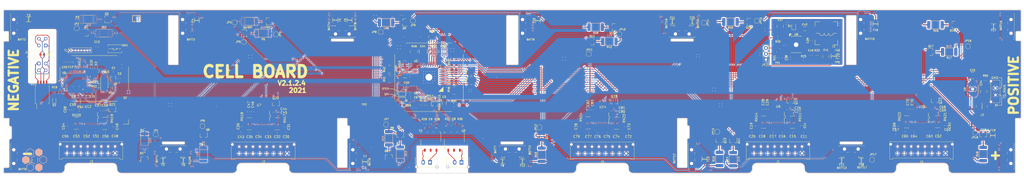
<source format=kicad_pcb>
(kicad_pcb (version 20171130) (host pcbnew 5.1.9)
  (title_block (date 2021-03-06) (rev v2.1.4))
  (layers (0 F.Cu signal) (31 B.Cu signal) (34 B.Paste user hide) (35 F.Paste user) (36 B.SilkS user hide) (37 F.SilkS user) (38 B.Mask user) (39 F.Mask user hide) (44 Edge.Cuts user))
  (net 0 "")
  (net 1 /CB9)
  (net 2 /CB8)
  (net 3 /CB7)
  (net 4 /CB6)
  (net 5 /CB5)
  (net 6 /CB4)
  (net 7 /CB3)
  (net 8 /CB2)
  (net 9 /CB1)
  (net 10 /S18)
  (net 11 /S17)
  (net 12 /S16)
  (net 13 /S15)
  (net 14 /S14)
  (net 15 /S13)
  (net 16 /S12)
  (net 17 /S11)
  (net 18 /S10)
  (net 19 /S1)
  (net 20 /S2)
  (net 21 /S3)
  (net 22 /S4)
  (net 23 /S5)
  (net 24 /S6)
  (net 25 /S7)
  (net 26 /S8)
  (net 27 /S9)
  (net 28 /CB18)
  (net 29 /CB17)
  (net 30 /CB16)
  (net 31 /CB15)
  (net 32 /CB14)
  (net 33 /CB13)
  (net 34 /CB12)
  (net 35 /CB11)
  (net 36 /CB10)
  (net 37 GND)
  (net 38 +5V)
  (net 39 "/BATTERY MANAGER/V+")
  (net 40 "/BATTERY MANAGER/VRef2")
  (net 41 "/BATTERY MANAGER/VRef1")
  (net 42 "/BATTERY MANAGER/0V")
  (net 43 "/BATTERY MANAGER/SCL")
  (net 44 "/BATTERY MANAGER/SDA")
  (net 45 "/BATTERY MANAGER/Cell18")
  (net 46 "/BATTERY MANAGER/Cell17")
  (net 47 "/BATTERY MANAGER/Cell16")
  (net 48 "/BATTERY MANAGER/Cell15")
  (net 49 "/BATTERY MANAGER/Cell14")
  (net 50 "/BATTERY MANAGER/Cell13")
  (net 51 "/BATTERY MANAGER/Cell12")
  (net 52 "/BATTERY MANAGER/Cell11")
  (net 53 "/BATTERY MANAGER/Cell10")
  (net 54 "/BATTERY MANAGER/Cell9")
  (net 55 "/BATTERY MANAGER/Cell8")
  (net 56 "/BATTERY MANAGER/Cell7")
  (net 57 "/BATTERY MANAGER/Cell6")
  (net 58 "/BATTERY MANAGER/Cell5")
  (net 59 "/BATTERY MANAGER/Cell4")
  (net 60 "/BATTERY MANAGER/Cell3")
  (net 61 "/BATTERY MANAGER/Cell2")
  (net 62 "/BATTERY MANAGER/Cell1")
  (net 63 "/BATTERY MANAGER/Cell0")
  (net 64 "/BATTERY MANAGER/WDT")
  (net 65 "/BATTERY MANAGER/IBIAS")
  (net 66 "/BATTERY MANAGER/ICMP")
  (net 67 "/BATTERY MANAGER/DRIVE")
  (net 68 "/BATTERY MANAGER/IMA")
  (net 69 "/BATTERY MANAGER/IPA")
  (net 70 "/BATTERY MANAGER/IMB")
  (net 71 "/BATTERY MANAGER/IPB")
  (net 72 "Net-(J19-Pad1)")
  (net 73 "Net-(J19-Pad2)")
  (net 74 "Net-(J20-Pad1)")
  (net 75 "Net-(J20-Pad2)")
  (net 76 "Net-(D2-Pad2)")
  (net 77 /CB1N)
  (net 78 /CB2N)
  (net 79 /CB3N)
  (net 80 /CB4N)
  (net 81 /CB5N)
  (net 82 /CB6N)
  (net 83 /CB7N)
  (net 84 /CB8N)
  (net 85 /CB9N)
  (net 86 /CB10N)
  (net 87 /CB11N)
  (net 88 /CB12N)
  (net 89 /CB13N)
  (net 90 /CB14N)
  (net 91 /CB15N)
  (net 92 /CB16N)
  (net 93 /CB17N)
  (net 94 /CB18N)
  (net 95 "Net-(C8-Pad2)")
  (net 96 "Net-(C9-Pad2)")
  (net 97 "/BATTERY MANAGER/DCDC_80Vto5V/VIN")
  (net 98 "/BATTERY MANAGER/DCDC_80Vto5V/TR")
  (net 99 "/BATTERY MANAGER/DCDC_80Vto5V/Int_VCC")
  (net 100 "/BATTERY MANAGER/DCDC_80Vto5V/FB")
  (net 101 "/BATTERY MANAGER/DCDC_80Vto5V/5V")
  (net 102 "/BATTERY MANAGER/DCDC_80Vto5V/BST")
  (net 103 "/BATTERY MANAGER/DCDC_80Vto5V/SW")
  (net 104 "/BATTERY MANAGER/Temperature/RESET")
  (net 105 "/BATTERY MANAGER/DCDC_80Vto5V/IND")
  (net 106 /MOS_Balancer_Passive_metod/Q_S18)
  (net 107 /MOS_Balancer_Passive_metod/Q_S17)
  (net 108 /MOS_Balancer_Passive_metod/Q_S16)
  (net 109 /MOS_Balancer_Passive_metod/Q_S15)
  (net 110 /MOS_Balancer_Passive_metod/Q_S14)
  (net 111 /MOS_Balancer_Passive_metod/Q_S13)
  (net 112 /MOS_Balancer_Passive_metod/Q_S12)
  (net 113 /MOS_Balancer_Passive_metod/Q_S11)
  (net 114 /MOS_Balancer_Passive_metod/Q_S10)
  (net 115 /MOS_Balancer_Passive_metod/Q_S9)
  (net 116 /MOS_Balancer_Passive_metod/Q_S8)
  (net 117 /MOS_Balancer_Passive_metod/Q_S7)
  (net 118 /MOS_Balancer_Passive_metod/Q_S6)
  (net 119 /MOS_Balancer_Passive_metod/Q_S5)
  (net 120 /MOS_Balancer_Passive_metod/Q_S4)
  (net 121 /MOS_Balancer_Passive_metod/Q_S3)
  (net 122 /MOS_Balancer_Passive_metod/Q_S2)
  (net 123 /MOS_Balancer_Passive_metod/Q_S1)
  (net 124 "/BATTERY MANAGER/DCDC_80Vto5V/RT")
  (net 125 +3V3)
  (net 126 "/BATTERY MANAGER/Temperature/SWDIO")
  (net 127 "/BATTERY MANAGER/Temperature/SWCLK")
  (net 128 "/BATTERY MANAGER/Temperature/TX")
  (net 129 "/BATTERY MANAGER/Temperature/RX")
  (net 130 "/BATTERY MANAGER/Temperature/POWER_SENS_1")
  (net 131 "/BATTERY MANAGER/Temperature/POWER_SENS_2")
  (net 132 "/BATTERY MANAGER/Temperature/SWO")
  (net 133 "/BATTERY MANAGER/Temperature/CAN_RX")
  (net 134 "/BATTERY MANAGER/Temperature/CAN_TX")
  (net 135 "Net-(C24-Pad1)")
  (net 136 "/BATTERY MANAGER/Temperature/CANL_ISO")
  (net 137 "/BATTERY MANAGER/Temperature/CANH_ISO")
  (net 138 "/BATTERY MANAGER/Temperature/GND_ISO")
  (net 139 "/BATTERY MANAGER/Temperature/5V_ISO")
  (net 140 "Net-(L2-Pad1)")
  (net 141 "Net-(R50-Pad1)")
  (net 142 "/BATTERY MANAGER/Temperature/~W~")
  (net 143 "/BATTERY MANAGER/Temperature/SCK_EEPROM")
  (net 144 "/BATTERY MANAGER/Temperature/MISO_EEPROM")
  (net 145 "/BATTERY MANAGER/Temperature/~HOLD~")
  (net 146 "/BATTERY MANAGER/Temperature/CS_EEPROM")
  (net 147 "/BATTERY MANAGER/Temperature/MOSI_EEPROM")
  (net 148 "Net-(U9-Pad10)")
  (net 149 "Net-(R19-Pad1)")
  (net 150 "/BATTERY MANAGER/CB18")
  (net 151 "/BATTERY MANAGER/CB1")
  (net 152 "/BATTERY MANAGER/CB2")
  (net 153 "/BATTERY MANAGER/CB3")
  (net 154 "/BATTERY MANAGER/CB4")
  (net 155 "/BATTERY MANAGER/CB5")
  (net 156 "/BATTERY MANAGER/CB6")
  (net 157 "/BATTERY MANAGER/CB7")
  (net 158 "/BATTERY MANAGER/CB8")
  (net 159 "/BATTERY MANAGER/CB9")
  (net 160 "/BATTERY MANAGER/CB10")
  (net 161 "/BATTERY MANAGER/CB11")
  (net 162 "/BATTERY MANAGER/CB12")
  (net 163 "/BATTERY MANAGER/CB13")
  (net 164 "/BATTERY MANAGER/CB14")
  (net 165 "/BATTERY MANAGER/CB15")
  (net 166 "/BATTERY MANAGER/CB16")
  (net 167 "/BATTERY MANAGER/CB17")
  (net 168 "Net-(JP20-Pad2)")
  (net 169 /MOS_Balancer_Passive_metod/DIS_1)
  (net 170 /MOS_Balancer_Passive_metod/DIS_2)
  (net 171 /MOS_Balancer_Passive_metod/DIS_3)
  (net 172 /MOS_Balancer_Passive_metod/DIS_4)
  (net 173 /MOS_Balancer_Passive_metod/DIS_5)
  (net 174 /MOS_Balancer_Passive_metod/DIS_6)
  (net 175 /MOS_Balancer_Passive_metod/DIS_7)
  (net 176 /MOS_Balancer_Passive_metod/DIS_8)
  (net 177 /MOS_Balancer_Passive_metod/DIS_9)
  (net 178 /MOS_Balancer_Passive_metod/DIS_10)
  (net 179 /MOS_Balancer_Passive_metod/DIS_11)
  (net 180 /MOS_Balancer_Passive_metod/DIS_12)
  (net 181 /MOS_Balancer_Passive_metod/DIS_13)
  (net 182 /MOS_Balancer_Passive_metod/DIS_14)
  (net 183 /MOS_Balancer_Passive_metod/DIS_15)
  (net 184 /MOS_Balancer_Passive_metod/DIS_16)
  (net 185 /MOS_Balancer_Passive_metod/DIS_17)
  (net 186 /MOS_Balancer_Passive_metod/DIS_18)
  (net 187 "Net-(JP25-Pad2)")
  (net 188 "/BATTERY MANAGER/MISO")
  (net 189 "/BATTERY MANAGER/MOSI")
  (net 190 "Net-(RN15-Pad1)")
  (net 191 "Net-(RN15-Pad2)")
  (net 192 "/BATTERY MANAGER/CLK")
  (net 193 "/BATTERY MANAGER/~CS~")
  (net 194 /CB0N)
  (net 195 "Net-(C11-Pad1)")
  (net 196 "Net-(C14-Pad1)")
  (net 197 "Net-(C15-Pad1)")
  (net 198 "Net-(C16-Pad1)")
  (net 199 "Net-(C17-Pad1)")
  (net 200 "Net-(C18-Pad1)")
  (net 201 "Net-(C19-Pad1)")
  (net 202 "Net-(C25-Pad1)")
  (net 203 "Net-(C26-Pad2)")
  (net 204 "Net-(C30-Pad1)")
  (net 205 "Net-(C31-Pad1)")
  (net 206 "Net-(C32-Pad1)")
  (net 207 "Net-(C33-Pad1)")
  (net 208 "Net-(C34-Pad1)")
  (net 209 "Net-(C35-Pad1)")
  (net 210 "Net-(C36-Pad1)")
  (net 211 "Net-(C43-Pad1)")
  (net 212 "Net-(C44-Pad2)")
  (net 213 "Net-(C48-Pad1)")
  (net 214 "Net-(C49-Pad1)")
  (net 215 "Net-(C50-Pad1)")
  (net 216 "Net-(C51-Pad1)")
  (net 217 "Net-(C52-Pad1)")
  (net 218 "Net-(C53-Pad1)")
  (net 219 "Net-(C54-Pad1)")
  (net 220 "Net-(C55-Pad1)")
  (net 221 "Net-(C56-Pad2)")
  (net 222 "Net-(C60-Pad1)")
  (net 223 "Net-(C61-Pad1)")
  (net 224 "Net-(C62-Pad1)")
  (net 225 "Net-(C63-Pad1)")
  (net 226 "Net-(C64-Pad1)")
  (net 227 "Net-(C65-Pad1)")
  (net 228 "Net-(C66-Pad1)")
  (net 229 "Net-(C67-Pad1)")
  (net 230 "Net-(C68-Pad2)")
  (net 231 "Net-(C72-Pad1)")
  (net 232 "Net-(C73-Pad1)")
  (net 233 "Net-(C74-Pad1)")
  (net 234 "Net-(C75-Pad1)")
  (net 235 "Net-(C76-Pad1)")
  (net 236 "Net-(C77-Pad1)")
  (net 237 "Net-(C78-Pad1)")
  (net 238 "Net-(C79-Pad1)")
  (net 239 "Net-(C80-Pad2)")
  (net 240 "/BATTERY MANAGER/Temperature/ADC_nINT")
  (net 241 "Net-(JP21-Pad2)")
  (module CellsBoard:PinHeader_1x03_P2.54mm_Vertical (layer F.Cu) (at 403.0218 127.0254 180)
    (fp_text reference JP21 (at 0 -2.33) (layer F.SilkS))
    (fp_text value SolderJumper_3_Open)
    (pad 3 thru_hole oval (at 0 5.08 180) (size 1.7 1.7) (drill 1) (layers *.Cu *.Mask) (net 97 "/BATTERY MANAGER/DCDC_80Vto5V/VIN"))
    (pad 2 thru_hole oval (at 0 2.54 180) (size 1.7 1.7) (drill 1) (layers *.Cu *.Mask) (net 241 "Net-(JP21-Pad2)"))
    (pad 1 thru_hole rect (at 0 0 180) (size 1.7 1.7) (drill 1) (layers *.Cu *.Mask) (net 67 "/BATTERY MANAGER/DRIVE"))
  )
  (module Capacitor_SMD:C_0603_1608Metric (layer F.Cu) (at 481.838 155.9052 270)
    (fp_text reference C61 (at -0.127 -1.524 90) (layer F.SilkS))
    (fp_text value 100nF)
    (pad 2 smd roundrect (at 0.775 0 270) (size 0.9 0.95) (layers F.Cu F.Paste F.Mask) (net 37 GND))
    (pad 1 smd roundrect (at -0.775 0 270) (size 0.9 0.95) (layers F.Cu F.Paste F.Mask) (net 223 "Net-(C61-Pad1)"))
  )
  (module Resistor_SMD:R_Array_Convex_4x1206 (layer F.Cu) (at 414.6804 154.4828 180)
    (fp_text reference RN11 (at -3.2512 2.2606 90) (layer F.SilkS))
    (fp_text value 3K3)
    (pad 6 smd rect (at 1.5 0.66 180) (size 0.9 0.9) (layers F.Cu F.Paste F.Mask) (net 196 "Net-(C14-Pad1)"))
    (pad 5 smd rect (at 1.5 2 180) (size 0.9 0.9) (layers F.Cu F.Paste F.Mask) (net 195 "Net-(C11-Pad1)"))
    (pad 8 smd rect (at 1.5 -2 180) (size 0.9 0.9) (layers F.Cu F.Paste F.Mask) (net 198 "Net-(C16-Pad1)"))
    (pad 7 smd rect (at 1.5 -0.66 180) (size 0.9 0.9) (layers F.Cu F.Paste F.Mask) (net 197 "Net-(C15-Pad1)"))
    (pad 3 smd rect (at -1.5 0.66 180) (size 0.9 0.9) (layers F.Cu F.Paste F.Mask) (net 203 "Net-(C26-Pad2)"))
    (pad 2 smd rect (at -1.5 -0.66 180) (size 0.9 0.9) (layers F.Cu F.Paste F.Mask) (net 203 "Net-(C26-Pad2)"))
    (pad 4 smd rect (at -1.5 2 180) (size 0.9 0.9) (layers F.Cu F.Paste F.Mask) (net 203 "Net-(C26-Pad2)"))
    (pad 1 smd rect (at -1.5 -2 180) (size 0.9 0.9) (layers F.Cu F.Paste F.Mask) (net 203 "Net-(C26-Pad2)"))
  )
  (module Capacitor_SMD:C_0603_1608Metric (layer F.Cu) (at 333.417 159.287 180)
    (fp_text reference C75 (at 0 -1.43) (layer F.SilkS))
    (fp_text value 100nF)
    (pad 2 smd roundrect (at 0.775 0 180) (size 0.9 0.95) (layers F.Cu F.Paste F.Mask) (net 37 GND))
    (pad 1 smd roundrect (at -0.775 0 180) (size 0.9 0.95) (layers F.Cu F.Paste F.Mask) (net 234 "Net-(C75-Pad1)"))
  )
  (module Resistor_SMD:R_Array_Convex_4x0603 (layer F.Cu) (at 108.9025 134.5565 270)
    (fp_text reference RN13 (at 2.4257 0.0889 180) (layer F.SilkS))
    (fp_text value 1K)
    (pad 5 smd rect (at 0.9 1.2 270) (size 0.8 0.5) (layers F.Cu F.Paste F.Mask) (net 146 "/BATTERY MANAGER/Temperature/CS_EEPROM"))
    (pad 6 smd rect (at 0.9 0.4 270) (size 0.8 0.4) (layers F.Cu F.Paste F.Mask) (net 144 "/BATTERY MANAGER/Temperature/MISO_EEPROM"))
    (pad 8 smd rect (at 0.9 -1.2 270) (size 0.8 0.5) (layers F.Cu F.Paste F.Mask) (net 143 "/BATTERY MANAGER/Temperature/SCK_EEPROM"))
    (pad 7 smd rect (at 0.9 -0.4 270) (size 0.8 0.4) (layers F.Cu F.Paste F.Mask) (net 145 "/BATTERY MANAGER/Temperature/~HOLD~"))
    (pad 4 smd rect (at -0.9 1.2 270) (size 0.8 0.5) (layers F.Cu F.Paste F.Mask) (net 125 +3V3))
    (pad 2 smd rect (at -0.9 -0.4 270) (size 0.8 0.4) (layers F.Cu F.Paste F.Mask) (net 125 +3V3))
    (pad 3 smd rect (at -0.9 0.4 270) (size 0.8 0.4) (layers F.Cu F.Paste F.Mask) (net 125 +3V3))
    (pad 1 smd rect (at -0.9 -1.2 270) (size 0.8 0.5) (layers F.Cu F.Paste F.Mask) (net 37 GND))
  )
  (module Resistor_SMD:R_Array_Convex_4x1206 (layer F.Cu) (at 325.1708 154.7368)
    (fp_text reference RN24 (at -3.1242 -2.4892 90) (layer F.SilkS))
    (fp_text value 3K3)
    (pad 6 smd rect (at 1.5 0.66) (size 0.9 0.9) (layers F.Cu F.Paste F.Mask) (net 236 "Net-(C77-Pad1)"))
    (pad 5 smd rect (at 1.5 2) (size 0.9 0.9) (layers F.Cu F.Paste F.Mask) (net 235 "Net-(C76-Pad1)"))
    (pad 8 smd rect (at 1.5 -2) (size 0.9 0.9) (layers F.Cu F.Paste F.Mask) (net 238 "Net-(C79-Pad1)"))
    (pad 7 smd rect (at 1.5 -0.66) (size 0.9 0.9) (layers F.Cu F.Paste F.Mask) (net 237 "Net-(C78-Pad1)"))
    (pad 3 smd rect (at -1.5 0.66) (size 0.9 0.9) (layers F.Cu F.Paste F.Mask) (net 239 "Net-(C80-Pad2)"))
    (pad 2 smd rect (at -1.5 -0.66) (size 0.9 0.9) (layers F.Cu F.Paste F.Mask) (net 239 "Net-(C80-Pad2)"))
    (pad 4 smd rect (at -1.5 2) (size 0.9 0.9) (layers F.Cu F.Paste F.Mask) (net 239 "Net-(C80-Pad2)"))
    (pad 1 smd rect (at -1.5 -2) (size 0.9 0.9) (layers F.Cu F.Paste F.Mask) (net 239 "Net-(C80-Pad2)"))
  )
  (module Resistor_SMD:R_Array_Convex_4x1206 (layer F.Cu) (at 337.6535 154.9015 180)
    (fp_text reference RN23 (at -3.2907 2.1459 90) (layer F.SilkS))
    (fp_text value 3K3)
    (pad 6 smd rect (at 1.5 0.66 180) (size 0.9 0.9) (layers F.Cu F.Paste F.Mask) (net 232 "Net-(C73-Pad1)"))
    (pad 5 smd rect (at 1.5 2 180) (size 0.9 0.9) (layers F.Cu F.Paste F.Mask) (net 231 "Net-(C72-Pad1)"))
    (pad 8 smd rect (at 1.5 -2 180) (size 0.9 0.9) (layers F.Cu F.Paste F.Mask) (net 234 "Net-(C75-Pad1)"))
    (pad 7 smd rect (at 1.5 -0.66 180) (size 0.9 0.9) (layers F.Cu F.Paste F.Mask) (net 233 "Net-(C74-Pad1)"))
    (pad 3 smd rect (at -1.5 0.66 180) (size 0.9 0.9) (layers F.Cu F.Paste F.Mask) (net 239 "Net-(C80-Pad2)"))
    (pad 2 smd rect (at -1.5 -0.66 180) (size 0.9 0.9) (layers F.Cu F.Paste F.Mask) (net 239 "Net-(C80-Pad2)"))
    (pad 4 smd rect (at -1.5 2 180) (size 0.9 0.9) (layers F.Cu F.Paste F.Mask) (net 239 "Net-(C80-Pad2)"))
    (pad 1 smd rect (at -1.5 -2 180) (size 0.9 0.9) (layers F.Cu F.Paste F.Mask) (net 239 "Net-(C80-Pad2)"))
  )
  (module Resistor_SMD:R_Array_Convex_4x1206 (layer F.Cu) (at 464.6168 154.2796)
    (fp_text reference RN22 (at -3.0988 -2.3114 90) (layer F.SilkS))
    (fp_text value 3K3)
    (pad 6 smd rect (at 1.5 0.66) (size 0.9 0.9) (layers F.Cu F.Paste F.Mask) (net 227 "Net-(C65-Pad1)"))
    (pad 5 smd rect (at 1.5 2) (size 0.9 0.9) (layers F.Cu F.Paste F.Mask) (net 226 "Net-(C64-Pad1)"))
    (pad 8 smd rect (at 1.5 -2) (size 0.9 0.9) (layers F.Cu F.Paste F.Mask) (net 229 "Net-(C67-Pad1)"))
    (pad 7 smd rect (at 1.5 -0.66) (size 0.9 0.9) (layers F.Cu F.Paste F.Mask) (net 228 "Net-(C66-Pad1)"))
    (pad 3 smd rect (at -1.5 0.66) (size 0.9 0.9) (layers F.Cu F.Paste F.Mask) (net 230 "Net-(C68-Pad2)"))
    (pad 2 smd rect (at -1.5 -0.66) (size 0.9 0.9) (layers F.Cu F.Paste F.Mask) (net 230 "Net-(C68-Pad2)"))
    (pad 4 smd rect (at -1.5 2) (size 0.9 0.9) (layers F.Cu F.Paste F.Mask) (net 230 "Net-(C68-Pad2)"))
    (pad 1 smd rect (at -1.5 -2) (size 0.9 0.9) (layers F.Cu F.Paste F.Mask) (net 230 "Net-(C68-Pad2)"))
  )
  (module Resistor_SMD:R_Array_Convex_4x1206 (layer F.Cu) (at 478.1296 154.2288 180)
    (fp_text reference RN21 (at -3.3528 2.159 90) (layer F.SilkS))
    (fp_text value 3K3)
    (pad 6 smd rect (at 1.5 0.66 180) (size 0.9 0.9) (layers F.Cu F.Paste F.Mask) (net 223 "Net-(C61-Pad1)"))
    (pad 5 smd rect (at 1.5 2 180) (size 0.9 0.9) (layers F.Cu F.Paste F.Mask) (net 222 "Net-(C60-Pad1)"))
    (pad 8 smd rect (at 1.5 -2 180) (size 0.9 0.9) (layers F.Cu F.Paste F.Mask) (net 225 "Net-(C63-Pad1)"))
    (pad 7 smd rect (at 1.5 -0.66 180) (size 0.9 0.9) (layers F.Cu F.Paste F.Mask) (net 224 "Net-(C62-Pad1)"))
    (pad 3 smd rect (at -1.5 0.66 180) (size 0.9 0.9) (layers F.Cu F.Paste F.Mask) (net 230 "Net-(C68-Pad2)"))
    (pad 2 smd rect (at -1.5 -0.66 180) (size 0.9 0.9) (layers F.Cu F.Paste F.Mask) (net 230 "Net-(C68-Pad2)"))
    (pad 4 smd rect (at -1.5 2 180) (size 0.9 0.9) (layers F.Cu F.Paste F.Mask) (net 230 "Net-(C68-Pad2)"))
    (pad 1 smd rect (at -1.5 -2 180) (size 0.9 0.9) (layers F.Cu F.Paste F.Mask) (net 230 "Net-(C68-Pad2)"))
  )
  (module Resistor_SMD:R_Array_Convex_4x1206 (layer F.Cu) (at 101.219 154.8765)
    (fp_text reference RN20 (at 0 -3.5) (layer F.SilkS))
    (fp_text value 3K3)
    (pad 6 smd rect (at 1.5 0.66) (size 0.9 0.9) (layers F.Cu F.Paste F.Mask) (net 218 "Net-(C53-Pad1)"))
    (pad 5 smd rect (at 1.5 2) (size 0.9 0.9) (layers F.Cu F.Paste F.Mask) (net 217 "Net-(C52-Pad1)"))
    (pad 8 smd rect (at 1.5 -2) (size 0.9 0.9) (layers F.Cu F.Paste F.Mask) (net 220 "Net-(C55-Pad1)"))
    (pad 7 smd rect (at 1.5 -0.66) (size 0.9 0.9) (layers F.Cu F.Paste F.Mask) (net 219 "Net-(C54-Pad1)"))
    (pad 3 smd rect (at -1.5 0.66) (size 0.9 0.9) (layers F.Cu F.Paste F.Mask) (net 221 "Net-(C56-Pad2)"))
    (pad 2 smd rect (at -1.5 -0.66) (size 0.9 0.9) (layers F.Cu F.Paste F.Mask) (net 221 "Net-(C56-Pad2)"))
    (pad 4 smd rect (at -1.5 2) (size 0.9 0.9) (layers F.Cu F.Paste F.Mask) (net 221 "Net-(C56-Pad2)"))
    (pad 1 smd rect (at -1.5 -2) (size 0.9 0.9) (layers F.Cu F.Paste F.Mask) (net 221 "Net-(C56-Pad2)"))
  )
  (module Resistor_SMD:R_Array_Convex_4x1206 (layer F.Cu) (at 113.6015 154.94 180)
    (fp_text reference RN19 (at -3.1369 2.1082 270) (layer F.SilkS))
    (fp_text value 3K3)
    (pad 6 smd rect (at 1.5 0.66 180) (size 0.9 0.9) (layers F.Cu F.Paste F.Mask) (net 214 "Net-(C49-Pad1)"))
    (pad 5 smd rect (at 1.5 2 180) (size 0.9 0.9) (layers F.Cu F.Paste F.Mask) (net 213 "Net-(C48-Pad1)"))
    (pad 8 smd rect (at 1.5 -2 180) (size 0.9 0.9) (layers F.Cu F.Paste F.Mask) (net 216 "Net-(C51-Pad1)"))
    (pad 7 smd rect (at 1.5 -0.66 180) (size 0.9 0.9) (layers F.Cu F.Paste F.Mask) (net 215 "Net-(C50-Pad1)"))
    (pad 3 smd rect (at -1.5 0.66 180) (size 0.9 0.9) (layers F.Cu F.Paste F.Mask) (net 221 "Net-(C56-Pad2)"))
    (pad 2 smd rect (at -1.5 -0.66 180) (size 0.9 0.9) (layers F.Cu F.Paste F.Mask) (net 221 "Net-(C56-Pad2)"))
    (pad 4 smd rect (at -1.5 2 180) (size 0.9 0.9) (layers F.Cu F.Paste F.Mask) (net 221 "Net-(C56-Pad2)"))
    (pad 1 smd rect (at -1.5 -2 180) (size 0.9 0.9) (layers F.Cu F.Paste F.Mask) (net 221 "Net-(C56-Pad2)"))
  )
  (module Resistor_SMD:R_Array_Convex_4x1206 (layer F.Cu) (at 176.8715 155.1055)
    (fp_text reference RN18 (at -3.2117 -3.1119 90) (layer F.SilkS))
    (fp_text value 3K3)
    (pad 6 smd rect (at 1.5 0.66) (size 0.9 0.9) (layers F.Cu F.Paste F.Mask) (net 209 "Net-(C35-Pad1)"))
    (pad 5 smd rect (at 1.5 2) (size 0.9 0.9) (layers F.Cu F.Paste F.Mask) (net 208 "Net-(C34-Pad1)"))
    (pad 8 smd rect (at 1.5 -2) (size 0.9 0.9) (layers F.Cu F.Paste F.Mask) (net 211 "Net-(C43-Pad1)"))
    (pad 7 smd rect (at 1.5 -0.66) (size 0.9 0.9) (layers F.Cu F.Paste F.Mask) (net 210 "Net-(C36-Pad1)"))
    (pad 3 smd rect (at -1.5 0.66) (size 0.9 0.9) (layers F.Cu F.Paste F.Mask) (net 212 "Net-(C44-Pad2)"))
    (pad 2 smd rect (at -1.5 -0.66) (size 0.9 0.9) (layers F.Cu F.Paste F.Mask) (net 212 "Net-(C44-Pad2)"))
    (pad 4 smd rect (at -1.5 2) (size 0.9 0.9) (layers F.Cu F.Paste F.Mask) (net 212 "Net-(C44-Pad2)"))
    (pad 1 smd rect (at -1.5 -2) (size 0.9 0.9) (layers F.Cu F.Paste F.Mask) (net 212 "Net-(C44-Pad2)"))
  )
  (module Resistor_SMD:R_Array_Convex_4x1206 (layer F.Cu) (at 189.103 155.1305 180)
    (fp_text reference RN17 (at -3.302 2.3241 90) (layer F.SilkS))
    (fp_text value 3K3)
    (pad 6 smd rect (at 1.5 0.66 180) (size 0.9 0.9) (layers F.Cu F.Paste F.Mask) (net 205 "Net-(C31-Pad1)"))
    (pad 5 smd rect (at 1.5 2 180) (size 0.9 0.9) (layers F.Cu F.Paste F.Mask) (net 204 "Net-(C30-Pad1)"))
    (pad 8 smd rect (at 1.5 -2 180) (size 0.9 0.9) (layers F.Cu F.Paste F.Mask) (net 207 "Net-(C33-Pad1)"))
    (pad 7 smd rect (at 1.5 -0.66 180) (size 0.9 0.9) (layers F.Cu F.Paste F.Mask) (net 206 "Net-(C32-Pad1)"))
    (pad 3 smd rect (at -1.5 0.66 180) (size 0.9 0.9) (layers F.Cu F.Paste F.Mask) (net 212 "Net-(C44-Pad2)"))
    (pad 2 smd rect (at -1.5 -0.66 180) (size 0.9 0.9) (layers F.Cu F.Paste F.Mask) (net 212 "Net-(C44-Pad2)"))
    (pad 4 smd rect (at -1.5 2 180) (size 0.9 0.9) (layers F.Cu F.Paste F.Mask) (net 212 "Net-(C44-Pad2)"))
    (pad 1 smd rect (at -1.5 -2 180) (size 0.9 0.9) (layers F.Cu F.Paste F.Mask) (net 212 "Net-(C44-Pad2)"))
  )
  (module Resistor_SMD:R_Array_Convex_4x1206 (layer F.Cu) (at 402.0312 154.3812)
    (fp_text reference RN14 (at -3.175 -2.1336 90) (layer F.SilkS))
    (fp_text value 3K3)
    (pad 6 smd rect (at 1.5 0.66) (size 0.9 0.9) (layers F.Cu F.Paste F.Mask) (net 200 "Net-(C18-Pad1)"))
    (pad 5 smd rect (at 1.5 2) (size 0.9 0.9) (layers F.Cu F.Paste F.Mask) (net 199 "Net-(C17-Pad1)"))
    (pad 8 smd rect (at 1.5 -2) (size 0.9 0.9) (layers F.Cu F.Paste F.Mask) (net 202 "Net-(C25-Pad1)"))
    (pad 7 smd rect (at 1.5 -0.66) (size 0.9 0.9) (layers F.Cu F.Paste F.Mask) (net 201 "Net-(C19-Pad1)"))
    (pad 3 smd rect (at -1.5 0.66) (size 0.9 0.9) (layers F.Cu F.Paste F.Mask) (net 203 "Net-(C26-Pad2)"))
    (pad 2 smd rect (at -1.5 -0.66) (size 0.9 0.9) (layers F.Cu F.Paste F.Mask) (net 203 "Net-(C26-Pad2)"))
    (pad 4 smd rect (at -1.5 2) (size 0.9 0.9) (layers F.Cu F.Paste F.Mask) (net 203 "Net-(C26-Pad2)"))
    (pad 1 smd rect (at -1.5 -2) (size 0.9 0.9) (layers F.Cu F.Paste F.Mask) (net 203 "Net-(C26-Pad2)"))
  )
  (module CellsBoard:Harwin_shield_30x30mm_right_angle_clips (layer F.Cu) (at 255.5 134.75)
    (fp_text reference S1 (at 0 0) (layer F.SilkS) (effects (font (size 0.8128 0.8128) (thickness 0.1524))))
    (fp_text value RF_Shield_One_Piece)
    (pad 1 smd roundrect (at -11 15 270) (size 1 0.8) (layers F.Cu F.Paste F.Mask) (roundrect_rratio 0.15) (net 37 GND))
    (pad 1 smd roundrect (at 11 15 270) (size 1 0.8) (layers F.Cu F.Paste F.Mask) (roundrect_rratio 0.15) (net 37 GND))
    (pad 1 smd roundrect (at 15 11 180) (size 1 0.8) (layers F.Cu F.Paste F.Mask) (roundrect_rratio 0.15) (net 37 GND))
    (pad 1 smd roundrect (at -15 11 180) (size 1 0.8) (layers F.Cu F.Paste F.Mask) (roundrect_rratio 0.15) (net 37 GND))
    (pad 1 smd roundrect (at -15 -11 180) (size 1 0.8) (layers F.Cu F.Paste F.Mask) (roundrect_rratio 0.15) (net 37 GND))
    (pad 1 smd roundrect (at -11 -15 90) (size 1 0.8) (layers F.Cu F.Paste F.Mask) (roundrect_rratio 0.15) (net 37 GND))
    (pad 1 smd roundrect (at 11 -15 90) (size 1 0.8) (layers F.Cu F.Paste F.Mask) (roundrect_rratio 0.15) (net 37 GND))
    (pad 1 smd roundrect (at 15 -11) (size 1 0.8) (layers F.Cu F.Paste F.Mask) (roundrect_rratio 0.15) (net 37 GND))
    (pad 1 smd custom (at -15 -15) (size 0.5 0.5) (layers F.Cu F.Paste F.Mask) (net 37 GND) (options (clearance outline) (anchor rect)) (primitives (gr_poly (pts (xy 0.4 1.5) (xy 0.4 0.66) (xy 0.66 0.4) (xy 1.5 0.4) (xy 1.5 -0.4) (xy -0.4 -0.4) (xy -0.4 1.5)) (width 0.2))))
    (pad 1 smd custom (at -15 15 90) (size 0.5 0.5) (layers F.Cu F.Paste F.Mask) (net 37 GND) (options (clearance outline) (anchor rect)) (primitives (gr_poly (pts (xy 0.4 1.5) (xy 0.4 0.66) (xy 0.66 0.4) (xy 1.5 0.4) (xy 1.5 -0.4) (xy -0.4 -0.4) (xy -0.4 1.5)) (width 0.2))))
    (pad 1 smd custom (at 15 15 180) (size 0.5 0.5) (layers F.Cu F.Paste F.Mask) (net 37 GND) (options (clearance outline) (anchor rect)) (primitives (gr_poly (pts (xy 0.4 1.5) (xy 0.4 0.66) (xy 0.66 0.4) (xy 1.5 0.4) (xy 1.5 -0.4) (xy -0.4 -0.4) (xy -0.4 1.5)) (width 0.2))))
    (pad 1 smd custom (at 15 -15 270) (size 0.5 0.5) (layers F.Cu F.Paste F.Mask) (net 37 GND) (options (clearance outline) (anchor rect)) (primitives (gr_poly (pts (xy 0.4 1.5) (xy 0.4 0.66) (xy 0.66 0.4) (xy 1.5 0.4) (xy 1.5 -0.4) (xy -0.4 -0.4) (xy -0.4 1.5)) (width 0.2))))
  )
  (module Package_TO_SOT_SMD:SOT-23 (layer F.Cu) (at 105.524 115.192)
    (fp_text reference Q2 (at 0 -2.514) (layer F.SilkS) (effects (font (size 0.8128 0.8128) (thickness 0.1524))))
    (fp_text value BSS308PE)
    (pad 3 smd rect (at 1 0) (size 0.9 0.8) (layers F.Cu F.Paste F.Mask) (net 170 /MOS_Balancer_Passive_metod/DIS_2))
    (pad 2 smd rect (at -1 0.95) (size 0.9 0.8) (layers F.Cu F.Paste F.Mask) (net 8 /CB2))
    (pad 1 smd rect (at -1 -0.95) (size 0.9 0.8) (layers F.Cu F.Paste F.Mask) (net 122 /MOS_Balancer_Passive_metod/Q_S2))
  )
  (module CellsBoard:CELL_SPACE_FINAL (layer F.Cu) (at 292 141)
    (fp_text reference U15 hide)
    (fp_text value CellBoardConnection)
    (pad "" np_thru_hole circle (at 151.4 25.15) (size 1.25 1.25) (drill 1.25) (layers *.Cu *.Mask))
    (pad 18 smd rect (at 151.6 27.15) (size 1.6 2) (layers F.Cu F.Paste F.Mask) (net 93 /CB17N))
    (pad 1 smd rect (at 154.1 25.45) (size 1.8 2.4) (layers F.Cu F.Paste F.Mask) (net 194 /CB0N))
    (pad "" np_thru_hole circle (at 145.4 25.15) (size 1.25 1.25) (drill 1.25) (layers *.Cu *.Mask))
    (pad 14 smd rect (at 145.2 27.15) (size 1.6 2) (layers F.Cu F.Paste F.Mask) (net 89 /CB13N))
    (pad ~ smd rect (at 148.4 27.15) (size 1.6 2) (layers F.Cu F.Paste F.Mask))
    (pad 1 smd rect (at 142.7 25.45) (size 1.8 2.4) (layers F.Cu F.Paste F.Mask) (net 194 /CB0N))
    (pad "" np_thru_hole circle (at 71.4 -25.15 180) (size 1.25 1.25) (drill 1.25) (layers *.Cu *.Mask))
    (pad 15 smd rect (at 77.6 -27.15 180) (size 1.6 2) (layers F.Cu F.Paste F.Mask) (net 90 /CB14N))
    (pad "" np_thru_hole circle (at 77.4 -25.15 180) (size 1.25 1.25) (drill 1.25) (layers *.Cu *.Mask))
    (pad 11 smd rect (at 71.2 -27.15 180) (size 1.6 2) (layers F.Cu F.Paste F.Mask) (net 86 /CB10N))
    (pad 1 smd rect (at 68.7 -25.45 180) (size 1.8 2.4) (layers F.Cu F.Paste F.Mask) (net 194 /CB0N))
    (pad ~ smd rect (at 74.4 -27.15 180) (size 1.6 2) (layers F.Cu F.Paste F.Mask))
    (pad 1 smd rect (at 80.1 -25.45 180) (size 1.8 2.4) (layers F.Cu F.Paste F.Mask) (net 194 /CB0N))
    (pad "" np_thru_hole circle (at 3 25.15) (size 1.25 1.25) (drill 1.25) (layers *.Cu *.Mask))
    (pad 12 smd rect (at 3.2 27.15) (size 1.6 2) (layers F.Cu F.Paste F.Mask) (net 87 /CB11N))
    (pad 1 smd rect (at 5.7 25.45) (size 1.8 2.4) (layers F.Cu F.Paste F.Mask) (net 194 /CB0N))
    (pad "" np_thru_hole circle (at -3 25.15) (size 1.25 1.25) (drill 1.25) (layers *.Cu *.Mask))
    (pad 8 smd rect (at -3.2 27.15) (size 1.6 2) (layers F.Cu F.Paste F.Mask) (net 83 /CB7N))
    (pad ~ smd rect (at 0 27.15) (size 1.6 2) (layers F.Cu F.Paste F.Mask))
    (pad 1 smd rect (at -5.7 25.45) (size 1.8 2.4) (layers F.Cu F.Paste F.Mask) (net 194 /CB0N))
    (pad "" np_thru_hole circle (at -77.4 -25.15 180) (size 1.25 1.25) (drill 1.25) (layers *.Cu *.Mask))
    (pad 5 smd rect (at -77.6 -27.15 180) (size 1.6 2) (layers F.Cu F.Paste F.Mask) (net 80 /CB4N))
    (pad 1 smd rect (at -80.1 -25.45 180) (size 1.8 2.4) (layers F.Cu F.Paste F.Mask) (net 194 /CB0N))
    (pad "" np_thru_hole circle (at -71.4 -25.15 180) (size 1.25 1.25) (drill 1.25) (layers *.Cu *.Mask))
    (pad 9 smd rect (at -71.2 -27.15 180) (size 1.6 2) (layers F.Cu F.Paste F.Mask) (net 84 /CB8N))
    (pad ~ smd rect (at -74.4 -27.15 180) (size 1.6 2) (layers F.Cu F.Paste F.Mask))
    (pad 1 smd rect (at -68.7 -25.45 180) (size 1.8 2.4) (layers F.Cu F.Paste F.Mask) (net 194 /CB0N))
    (pad "" np_thru_hole circle (at 218.25 25.5 270) (size 1.25 1.25) (drill 1.25) (layers *.Cu *.Mask))
    (pad 19 smd rect (at 216.25 31.7 270) (size 1.6 2) (layers F.Cu F.Paste F.Mask) (net 94 /CB18N))
    (pad 1 smd rect (at 217.95 34.2 270) (size 1.8 2.4) (layers F.Cu F.Paste F.Mask) (net 194 /CB0N))
    (pad 19 smd rect (at 216.25 25.3 270) (size 1.6 2) (layers F.Cu F.Paste F.Mask) (net 94 /CB18N))
    (pad 19 smd rect (at 216.25 28.5 270) (size 1.6 2) (layers F.Cu F.Paste F.Mask) (net 94 /CB18N))
    (pad "" np_thru_hole circle (at 218.25 31.5 270) (size 1.25 1.25) (drill 1.25) (layers *.Cu *.Mask))
    (pad 1 smd rect (at 217.95 22.8 270) (size 1.8 2.4) (layers F.Cu F.Paste F.Mask) (net 194 /CB0N))
    (pad "" np_thru_hole circle (at 78.45 31.5 90) (size 1.25 1.25) (drill 1.25) (layers *.Cu *.Mask))
    (pad 1 smd rect (at 78.75 34.2 90) (size 1.8 2.4) (layers F.Cu F.Paste F.Mask) (net 194 /CB0N))
    (pad 13 smd rect (at 80.45 28.5 90) (size 1.6 2) (layers F.Cu F.Paste F.Mask) (net 88 /CB12N))
    (pad 13 smd rect (at 80.45 25.3 90) (size 1.6 2) (layers F.Cu F.Paste F.Mask) (net 88 /CB12N))
    (pad 13 smd rect (at 80.45 31.7 90) (size 1.6 2) (layers F.Cu F.Paste F.Mask) (net 88 /CB12N))
    (pad 1 smd rect (at 78.75 22.8 90) (size 1.8 2.4) (layers F.Cu F.Paste F.Mask) (net 194 /CB0N))
    (pad "" np_thru_hole circle (at 78.45 25.5 90) (size 1.25 1.25) (drill 1.25) (layers *.Cu *.Mask))
    (pad 7 smd rect (at -67.85 25.3 90) (size 1.6 2) (layers F.Cu F.Paste F.Mask) (net 82 /CB6N))
    (pad 7 smd rect (at -67.85 31.7 90) (size 1.6 2) (layers F.Cu F.Paste F.Mask) (net 82 /CB6N))
    (pad 7 smd rect (at -67.85 28.5 90) (size 1.6 2) (layers F.Cu F.Paste F.Mask) (net 82 /CB6N))
    (pad 1 smd rect (at -69.55 22.8 90) (size 1.8 2.4) (layers F.Cu F.Paste F.Mask) (net 194 /CB0N))
    (pad "" np_thru_hole circle (at -69.85 25.5 90) (size 1.25 1.25) (drill 1.25) (layers *.Cu *.Mask))
    (pad 1 smd rect (at -69.55 34.2 90) (size 1.8 2.4) (layers F.Cu F.Paste F.Mask) (net 194 /CB0N))
    (pad "" np_thru_hole circle (at -69.85 31.5 90) (size 1.25 1.25) (drill 1.25) (layers *.Cu *.Mask))
    (pad 1 smd rect (at 218.05 -34.2 270) (size 1.8 2.4) (layers F.Cu F.Paste F.Mask) (net 194 /CB0N))
    (pad 17 smd rect (at 216.35 -25.3 270) (size 1.6 2) (layers F.Cu F.Paste F.Mask) (net 92 /CB16N))
    (pad "" np_thru_hole circle (at 218.35 -25.5 270) (size 1.25 1.25) (drill 1.25) (layers *.Cu *.Mask))
    (pad 17 smd rect (at 216.35 -28.5 270) (size 1.6 2) (layers F.Cu F.Paste F.Mask) (net 92 /CB16N))
    (pad "" np_thru_hole circle (at 218.35 -31.5 270) (size 1.25 1.25) (drill 1.25) (layers *.Cu *.Mask))
    (pad 17 smd rect (at 216.35 -31.7 270) (size 1.6 2) (layers F.Cu F.Paste F.Mask) (net 92 /CB16N))
    (pad 1 smd rect (at 218.05 -22.8 270) (size 1.8 2.4) (layers F.Cu F.Paste F.Mask) (net 194 /CB0N))
    (pad "" np_thru_hole circle (at 152.45 -31.5 90) (size 1.25 1.25) (drill 1.25) (layers *.Cu *.Mask))
    (pad 16 smd rect (at 154.45 -28.5 90) (size 1.6 2) (layers F.Cu F.Paste F.Mask) (net 91 /CB15N))
    (pad 16 smd rect (at 154.45 -25.3 90) (size 1.6 2) (layers F.Cu F.Paste F.Mask) (net 91 /CB15N))
    (pad 1 smd rect (at 152.75 -22.8 90) (size 1.8 2.4) (layers F.Cu F.Paste F.Mask) (net 194 /CB0N))
    (pad 1 smd rect (at 152.75 -34.2 90) (size 1.8 2.4) (layers F.Cu F.Paste F.Mask) (net 194 /CB0N))
    (pad "" np_thru_hole circle (at 152.45 -25.5 90) (size 1.25 1.25) (drill 1.25) (layers *.Cu *.Mask))
    (pad 16 smd rect (at 154.45 -31.7 90) (size 1.6 2) (layers F.Cu F.Paste F.Mask) (net 91 /CB15N))
    (pad 1 smd rect (at 4.75 -34.2 90) (size 1.8 2.4) (layers F.Cu F.Paste F.Mask) (net 194 /CB0N))
    (pad "" np_thru_hole circle (at 4.45 -25.5 90) (size 1.25 1.25) (drill 1.25) (layers *.Cu *.Mask))
    (pad 1 smd rect (at 4.75 -22.8 90) (size 1.8 2.4) (layers F.Cu F.Paste F.Mask) (net 194 /CB0N))
    (pad 10 smd rect (at 6.45 -31.7 90) (size 1.6 2) (layers F.Cu F.Paste F.Mask) (net 85 /CB9N))
    (pad "" np_thru_hole circle (at 4.45 -31.5 90) (size 1.25 1.25) (drill 1.25) (layers *.Cu *.Mask))
    (pad 10 smd rect (at 6.45 -28.5 90) (size 1.6 2) (layers F.Cu F.Paste F.Mask) (net 85 /CB9N))
    (pad 10 smd rect (at 6.45 -25.3 90) (size 1.6 2) (layers F.Cu F.Paste F.Mask) (net 85 /CB9N))
    (pad 4 smd rect (at -142.35 -31.7 90) (size 1.6 2) (layers F.Cu F.Paste F.Mask) (net 79 /CB3N))
    (pad 4 smd rect (at -142.35 -25.3 90) (size 1.6 2) (layers F.Cu F.Paste F.Mask) (net 79 /CB3N))
    (pad 4 smd rect (at -142.35 -28.5 90) (size 1.6 2) (layers F.Cu F.Paste F.Mask) (net 79 /CB3N))
    (pad 1 smd rect (at -144.05 -34.2 90) (size 1.8 2.4) (layers F.Cu F.Paste F.Mask) (net 194 /CB0N))
    (pad "" np_thru_hole circle (at -144.35 -31.5 90) (size 1.25 1.25) (drill 1.25) (layers *.Cu *.Mask))
    (pad 1 smd rect (at -144.05 -22.8 90) (size 1.8 2.4) (layers F.Cu F.Paste F.Mask) (net 194 /CB0N))
    (pad "" np_thru_hole circle (at -144.35 -25.5 90) (size 1.25 1.25) (drill 1.25) (layers *.Cu *.Mask))
    (pad 3 smd rect (at -216.25 -31.7 90) (size 1.6 2) (layers F.Cu F.Paste F.Mask) (net 78 /CB2N))
    (pad 1 smd rect (at -217.95 -34.2 90) (size 1.8 2.4) (layers F.Cu F.Paste F.Mask) (net 194 /CB0N))
    (pad "" np_thru_hole circle (at -218.25 -25.5 90) (size 1.25 1.25) (drill 1.25) (layers *.Cu *.Mask))
    (pad 3 smd rect (at -216.25 -28.5 90) (size 1.6 2) (layers F.Cu F.Paste F.Mask) (net 78 /CB2N))
    (pad "" np_thru_hole circle (at -218.25 -31.5 90) (size 1.25 1.25) (drill 1.25) (layers *.Cu *.Mask))
    (pad 1 smd rect (at -217.95 -22.8 90) (size 1.8 2.4) (layers F.Cu F.Paste F.Mask) (net 194 /CB0N))
    (pad 3 smd rect (at -216.25 -25.3 90) (size 1.6 2) (layers F.Cu F.Paste F.Mask) (net 78 /CB2N))
    (pad 1 smd rect (at -154.1 25.45) (size 1.8 2.4) (layers F.Cu F.Paste F.Mask) (net 194 /CB0N))
    (pad ~ smd rect (at -148.4 27.15) (size 1.6 2) (layers F.Cu F.Paste F.Mask))
    (pad "" np_thru_hole circle (at -145.4 25.15) (size 1.25 1.25) (drill 1.25) (layers *.Cu *.Mask))
    (pad "" np_thru_hole circle (at -151.4 25.15) (size 1.25 1.25) (drill 1.25) (layers *.Cu *.Mask))
    (pad 6 smd rect (at -145.2 27.15) (size 1.6 2) (layers F.Cu F.Paste F.Mask) (net 81 /CB5N))
    (pad 2 smd rect (at -151.6 27.15) (size 1.6 2) (layers F.Cu F.Paste F.Mask) (net 77 /CB1N))
    (pad 1 smd rect (at -142.7 25.45) (size 1.8 2.4) (layers F.Cu F.Paste F.Mask) (net 194 /CB0N))
    (pad 1 smd rect (at -216.25 25.3 90) (size 1.6 2) (layers F.Cu F.Paste F.Mask) (net 194 /CB0N))
    (pad 1 smd rect (at -216.25 31.7 90) (size 1.6 2) (layers F.Cu F.Paste F.Mask) (net 194 /CB0N))
    (pad 1 smd rect (at -216.25 28.5 90) (size 1.6 2) (layers F.Cu F.Paste F.Mask) (net 194 /CB0N))
    (pad 1 smd rect (at -217.95 22.8 90) (size 1.8 2.4) (layers F.Cu F.Paste F.Mask) (net 194 /CB0N))
    (pad 1 smd rect (at -217.95 34.2 90) (size 1.8 2.4) (layers F.Cu F.Paste F.Mask) (net 194 /CB0N))
    (pad "" np_thru_hole circle (at -218.25 25.5 90) (size 1.25 1.25) (drill 1.25) (layers *.Cu *.Mask))
    (pad "" np_thru_hole circle (at -218.25 31.5 90) (size 1.25 1.25) (drill 1.25) (layers *.Cu *.Mask))
  )
  (module CellsBoard:Fuse_0805 (layer F.Cu) (at 436.15 171.352 180)
    (fp_text reference F14 (at 0 -1.8) (layer F.SilkS) (effects (font (size 0.8128 0.8128) (thickness 0.1524))))
    (fp_text value Fuse)
    (pad 1 smd roundrect (at -1.1 0 180) (size 1 1.5) (layers F.Cu F.Paste F.Mask) (net 89 /CB13N))
    (pad 2 smd roundrect (at 1.1 0 180) (size 1 1.5) (layers F.Cu F.Paste F.Mask) (net 33 /CB13))
  )
  (module CellsBoard:Fuse_0805 (layer F.Cu) (at 432.617 125.5255 90)
    (fp_text reference F20 (at 0.0205 2.032 270) (layer F.SilkS))
    (fp_text value Fuse)
    (pad 1 smd roundrect (at -1.1 0 90) (size 1 1.5) (layers F.Cu F.Paste F.Mask) (net 38 +5V))
    (pad 2 smd roundrect (at 1.1 0 90) (size 1 1.5) (layers F.Cu F.Paste F.Mask) (net 101 "/BATTERY MANAGER/DCDC_80Vto5V/5V"))
  )
  (module CellsBoard:Fuse_0805 (layer F.Cu) (at 79.43 171.69 90)
    (fp_text reference F1 (at 0.2908 2.1802 90) (layer F.SilkS))
    (fp_text value Fuse)
    (pad 1 smd roundrect (at -1.1 0 90) (size 1 1.5) (layers F.Cu F.Paste F.Mask) (net 194 /CB0N))
    (pad 2 smd roundrect (at 1.1 0 90) (size 1 1.5) (layers F.Cu F.Paste F.Mask) (net 37 GND))
  )
  (module CellsBoard:LTC6813-1_minimal (layer F.Cu) (at 255.5 134.75 180)
    (fp_text reference U1 (at 5.6995 7.086) (layer F.SilkS) (effects (font (size 0.8128 0.8128) (thickness 0.1524))))
    (fp_text value LTC6813-1)
    (pad 32 smd rect (at 3.75 6 180) (size 0.25 1.6) (layers F.Cu F.Paste F.Mask) (net 60 "/BATTERY MANAGER/Cell3"))
    (pad 31 smd rect (at 3.25 6 180) (size 0.25 1.6) (layers F.Cu F.Paste F.Mask) (net 22 /S4))
    (pad 30 smd rect (at 2.75 6 180) (size 0.25 1.6) (layers F.Cu F.Paste F.Mask) (net 59 "/BATTERY MANAGER/Cell4"))
    (pad 29 smd rect (at 2.25 6 180) (size 0.25 1.6) (layers F.Cu F.Paste F.Mask) (net 23 /S5))
    (pad 28 smd rect (at 1.75 6 180) (size 0.25 1.6) (layers F.Cu F.Paste F.Mask) (net 58 "/BATTERY MANAGER/Cell5"))
    (pad 27 smd rect (at 1.25 6 180) (size 0.25 1.6) (layers F.Cu F.Paste F.Mask) (net 24 /S6))
    (pad 26 smd rect (at 0.75 6 180) (size 0.25 1.6) (layers F.Cu F.Paste F.Mask) (net 57 "/BATTERY MANAGER/Cell6"))
    (pad 25 smd rect (at 0.25 6 180) (size 0.25 1.6) (layers F.Cu F.Paste F.Mask) (net 25 /S7))
    (pad 24 smd rect (at -0.25 6 180) (size 0.25 1.6) (layers F.Cu F.Paste F.Mask) (net 56 "/BATTERY MANAGER/Cell7"))
    (pad 23 smd rect (at -0.75 6 180) (size 0.25 1.6) (layers F.Cu F.Paste F.Mask) (net 26 /S8))
    (pad 22 smd rect (at -1.25 6 180) (size 0.25 1.6) (layers F.Cu F.Paste F.Mask) (net 55 "/BATTERY MANAGER/Cell8"))
    (pad 21 smd rect (at -1.75 6 180) (size 0.25 1.6) (layers F.Cu F.Paste F.Mask) (net 27 /S9))
    (pad 20 smd rect (at -2.25 6 180) (size 0.25 1.6) (layers F.Cu F.Paste F.Mask) (net 54 "/BATTERY MANAGER/Cell9"))
    (pad 19 smd rect (at -2.75 6 180) (size 0.25 1.6) (layers F.Cu F.Paste F.Mask) (net 18 /S10))
    (pad 18 smd rect (at -3.25 6 180) (size 0.25 1.6) (layers F.Cu F.Paste F.Mask) (net 53 "/BATTERY MANAGER/Cell10"))
    (pad 64 smd rect (at -3.75 -6 180) (size 0.25 1.6) (layers F.Cu F.Paste F.Mask) (net 71 "/BATTERY MANAGER/IPB"))
    (pad 63 smd rect (at -3.25 -6 180) (size 0.25 1.6) (layers F.Cu F.Paste F.Mask) (net 70 "/BATTERY MANAGER/IMB"))
    (pad 62 smd rect (at -2.75 -6 180) (size 0.25 1.6) (layers F.Cu F.Paste F.Mask) (net 191 "Net-(RN15-Pad2)"))
    (pad 61 smd rect (at -2.25 -6 180) (size 0.25 1.6) (layers F.Cu F.Paste F.Mask) (net 190 "Net-(RN15-Pad1)"))
    (pad 60 smd rect (at -1.75 -6 180) (size 0.25 1.6) (layers F.Cu F.Paste F.Mask) (net 37 GND))
    (pad 59 smd rect (at -1.25 -6 180) (size 0.25 1.6) (layers F.Cu F.Paste F.Mask) (net 37 GND))
    (pad 58 smd rect (at -0.75 -6 180) (size 0.25 1.6) (layers F.Cu F.Paste F.Mask) (net 66 "/BATTERY MANAGER/ICMP"))
    (pad 57 smd rect (at -0.25 -6 180) (size 0.25 1.6) (layers F.Cu F.Paste F.Mask) (net 65 "/BATTERY MANAGER/IBIAS"))
    (pad 56 smd rect (at 0.25 -6 180) (size 0.25 1.6) (layers F.Cu F.Paste F.Mask) (net 64 "/BATTERY MANAGER/WDT"))
    (pad 55 smd rect (at 0.75 -6 180) (size 0.25 1.6) (layers F.Cu F.Paste F.Mask) (net 187 "Net-(JP25-Pad2)"))
    (pad 54 smd rect (at 1.25 -6 180) (size 0.25 1.6) (layers F.Cu F.Paste F.Mask) (net 188 "/BATTERY MANAGER/MISO"))
    (pad 53 smd rect (at 1.75 -6 180) (size 0.25 1.6) (layers F.Cu F.Paste F.Mask) (net 189 "/BATTERY MANAGER/MOSI"))
    (pad 52 smd rect (at 2.25 -6 180) (size 0.25 1.6) (layers F.Cu F.Paste F.Mask) (net 168 "Net-(JP20-Pad2)"))
    (pad 51 smd rect (at 2.75 -6 180) (size 0.25 1.6) (layers F.Cu F.Paste F.Mask) (net 41 "/BATTERY MANAGER/VRef1"))
    (pad 50 smd rect (at 3.25 -6 180) (size 0.25 1.6) (layers F.Cu F.Paste F.Mask) (net 40 "/BATTERY MANAGER/VRef2"))
    (pad 48 smd rect (at 6 -3.75 90) (size 0.25 1.6) (layers F.Cu F.Paste F.Mask) (net 38 +5V))
    (pad 47 smd rect (at 6 -3.25 90) (size 0.25 1.6) (layers F.Cu F.Paste F.Mask))
    (pad 46 smd rect (at 6 -2.75 90) (size 0.25 1.6) (layers F.Cu F.Paste F.Mask))
    (pad 45 smd rect (at 6 -2.25 90) (size 0.25 1.6) (layers F.Cu F.Paste F.Mask))
    (pad 44 smd rect (at 6 -1.75 90) (size 0.25 1.6) (layers F.Cu F.Paste F.Mask))
    (pad 43 smd rect (at 6 -1.25 90) (size 0.25 1.6) (layers F.Cu F.Paste F.Mask) (net 44 "/BATTERY MANAGER/SDA"))
    (pad 42 smd rect (at 6 -0.75 90) (size 0.25 1.6) (layers F.Cu F.Paste F.Mask) (net 43 "/BATTERY MANAGER/SCL"))
    (pad 41 smd rect (at 6 -0.25 90) (size 0.25 1.6) (layers F.Cu F.Paste F.Mask))
    (pad 40 smd rect (at 6 0.25 90) (size 0.25 1.6) (layers F.Cu F.Paste F.Mask))
    (pad 39 smd rect (at 6 0.75 90) (size 0.25 1.6) (layers F.Cu F.Paste F.Mask))
    (pad 38 smd rect (at 6 1.25 90) (size 0.25 1.6) (layers F.Cu F.Paste F.Mask) (net 63 "/BATTERY MANAGER/Cell0"))
    (pad 37 smd rect (at 6 1.75 90) (size 0.25 1.6) (layers F.Cu F.Paste F.Mask) (net 19 /S1))
    (pad 36 smd rect (at 6 2.25 90) (size 0.25 1.6) (layers F.Cu F.Paste F.Mask) (net 62 "/BATTERY MANAGER/Cell1"))
    (pad 35 smd rect (at 6 2.75 90) (size 0.25 1.6) (layers F.Cu F.Paste F.Mask) (net 20 /S2))
    (pad 34 smd rect (at 6 3.25 90) (size 0.25 1.6) (layers F.Cu F.Paste F.Mask) (net 61 "/BATTERY MANAGER/Cell2"))
    (pad 65 smd custom (at 0 0 180) (size 2 2) (layers F.Cu F.Paste F.Mask) (net 37 GND) (options (clearance outline) (anchor rect)) (primitives (gr_poly (pts (xy -2.22 -2.92) (xy -2.92 -2.22) (xy -2.92 2.92) (xy 2.92 2.92) (xy 2.93 -2.92)) (width 0.15))))
    (pad 1 smd rect (at -6 -3.75 90) (size 0.25 1.6) (layers F.Cu F.Paste F.Mask) (net 39 "/BATTERY MANAGER/V+"))
    (pad 17 smd rect (at -3.75 6 180) (size 0.25 1.6) (layers F.Cu F.Paste F.Mask) (net 17 /S11))
    (pad 49 smd rect (at 3.75 -6 180) (size 0.25 1.6) (layers F.Cu F.Paste F.Mask) (net 67 "/BATTERY MANAGER/DRIVE"))
    (pad 2 smd rect (at -6 -3.25 90) (size 0.25 1.6) (layers F.Cu F.Paste F.Mask) (net 45 "/BATTERY MANAGER/Cell18"))
    (pad 3 smd rect (at -6 -2.75 90) (size 0.25 1.6) (layers F.Cu F.Paste F.Mask) (net 10 /S18))
    (pad 4 smd rect (at -6 -2.25 90) (size 0.25 1.6) (layers F.Cu F.Paste F.Mask) (net 46 "/BATTERY MANAGER/Cell17"))
    (pad 5 smd rect (at -6 -1.75 90) (size 0.25 1.6) (layers F.Cu F.Paste F.Mask) (net 11 /S17))
    (pad 6 smd rect (at -6 -1.25 90) (size 0.25 1.6) (layers F.Cu F.Paste F.Mask) (net 47 "/BATTERY MANAGER/Cell16"))
    (pad 7 smd rect (at -6 -0.75 90) (size 0.25 1.6) (layers F.Cu F.Paste F.Mask) (net 12 /S16))
    (pad 8 smd rect (at -6 -0.25 90) (size 0.25 1.6) (layers F.Cu F.Paste F.Mask) (net 48 "/BATTERY MANAGER/Cell15"))
    (pad 9 smd rect (at -6 0.25 90) (size 0.25 1.6) (layers F.Cu F.Paste F.Mask) (net 13 /S15))
    (pad 10 smd rect (at -6 0.75 90) (size 0.25 1.6) (layers F.Cu F.Paste F.Mask) (net 49 "/BATTERY MANAGER/Cell14"))
    (pad 11 smd rect (at -6 1.25 90) (size 0.25 1.6) (layers F.Cu F.Paste F.Mask) (net 14 /S14))
    (pad 12 smd rect (at -6 1.75 90) (size 0.25 1.6) (layers F.Cu F.Paste F.Mask) (net 50 "/BATTERY MANAGER/Cell13"))
    (pad 13 smd rect (at -6 2.25 90) (size 0.25 1.6) (layers F.Cu F.Paste F.Mask) (net 15 /S13))
    (pad 14 smd rect (at -6 2.75 90) (size 0.25 1.6) (layers F.Cu F.Paste F.Mask) (net 51 "/BATTERY MANAGER/Cell12"))
    (pad 15 smd rect (at -6 3.25 90) (size 0.25 1.6) (layers F.Cu F.Paste F.Mask) (net 16 /S12))
    (pad 16 smd rect (at -6 3.75 90) (size 0.25 1.6) (layers F.Cu F.Paste F.Mask) (net 52 "/BATTERY MANAGER/Cell11"))
    (pad 33 smd rect (at 6 3.75 90) (size 0.25 1.6) (layers F.Cu F.Paste F.Mask) (net 21 /S3))
  )
  (module CellsBoard:C_4Array_1206 (layer F.Cu) (at 266.5 132.25 270)
    (fp_text reference CN2 (at 0 2.25 270) (layer F.SilkS) (effects (font (size 0.8128 0.8128) (thickness 0.1524))))
    (fp_text value 10nF_array)
    (pad 8 smd rect (at -1.2 0.9 270) (size 0.5 0.95) (layers F.Cu F.Paste F.Mask) (net 52 "/BATTERY MANAGER/Cell11"))
    (pad 7 smd rect (at -0.4 0.9 270) (size 0.5 0.95) (layers F.Cu F.Paste F.Mask) (net 51 "/BATTERY MANAGER/Cell12"))
    (pad 6 smd rect (at 0.4 0.9 270) (size 0.5 0.95) (layers F.Cu F.Paste F.Mask) (net 50 "/BATTERY MANAGER/Cell13"))
    (pad 5 smd rect (at 1.2 0.9 270) (size 0.5 0.95) (layers F.Cu F.Paste F.Mask) (net 49 "/BATTERY MANAGER/Cell14"))
    (pad 4 smd rect (at 1.2 -0.9 270) (size 0.5 0.95) (layers F.Cu F.Paste F.Mask) (net 50 "/BATTERY MANAGER/Cell13"))
    (pad 3 smd rect (at 0.4 -0.9 270) (size 0.5 0.95) (layers F.Cu F.Paste F.Mask) (net 51 "/BATTERY MANAGER/Cell12"))
    (pad 2 smd rect (at -0.4 -0.9 270) (size 0.5 0.95) (layers F.Cu F.Paste F.Mask) (net 52 "/BATTERY MANAGER/Cell11"))
    (pad 1 smd rect (at -1.2 -0.9 270) (size 0.5 0.95) (layers F.Cu F.Paste F.Mask) (net 53 "/BATTERY MANAGER/Cell10"))
  )
  (module CellsBoard:SLF10145_Type_BigPad (layer F.Cu) (at 429.5 115.5 270)
    (fp_text reference L1 (at 5.687 -3.3075 180) (layer F.SilkS) (effects (font (size 0.8128 0.8128) (thickness 0.1524))))
    (fp_text value 22uH)
    (pad 2 smd rect (at 4.1 0 270) (size 2.6 3.2) (layers F.Cu F.Paste F.Mask) (net 105 "/BATTERY MANAGER/DCDC_80Vto5V/IND"))
    (pad 1 smd rect (at -4.1 0 270) (size 2.6 3.2) (layers F.Cu F.Paste F.Mask) (net 103 "/BATTERY MANAGER/DCDC_80Vto5V/SW"))
  )
  (module Capacitor_SMD:C_0603_1608Metric (layer F.Cu) (at 107.751 131.004 90)
    (fp_text reference C22 (at 2.75 0 90) (layer F.SilkS) (effects (font (size 0.8128 0.8128) (thickness 0.1524))))
    (fp_text value 100nF)
    (pad 2 smd roundrect (at 0.7875 0 90) (size 0.875 0.95) (layers F.Cu F.Paste F.Mask) (net 37 GND))
    (pad 1 smd roundrect (at -0.7875 0 90) (size 0.875 0.95) (layers F.Cu F.Paste F.Mask) (net 125 +3V3))
  )
  (module CellsBoard:Molex_Micro-Fit_3.0_43650-0215_1x02_P3.00mm_Vertical (layer F.Cu) (at 254.5 172 180)
    (fp_text reference J20 hide)
    (fp_text value CONN_1X02)
    (pad 2 thru_hole oval (at 1.5 0 180) (size 1.5 2) (drill 1) (layers *.Cu *.Mask) (net 75 "Net-(J20-Pad2)"))
    (pad 1 thru_hole rect (at -1.5 0 180) (size 1.5 2) (drill 1) (layers *.Cu *.Mask) (net 74 "Net-(J20-Pad1)"))
    (pad "" thru_hole circle (at 4.5 -1.96 180) (size 1.2 1.2) (drill 1) (layers *.Cu *.Mask))
    (pad "" thru_hole circle (at -4.5 -1.96 180) (size 1.2 1.2) (drill 1) (layers *.Cu *.Mask))
  )
  (module CellsBoard:Molex_Micro-Fit_3.0_43650-0215_1x02_P3.00mm_Vertical (layer F.Cu) (at 268.25 172 180)
    (fp_text reference J19 hide)
    (fp_text value CONN_1X02)
    (pad 2 thru_hole oval (at 1.5 0 180) (size 1.5 2) (drill 1) (layers *.Cu *.Mask) (net 73 "Net-(J19-Pad2)"))
    (pad 1 thru_hole rect (at -1.5 0 180) (size 1.5 2) (drill 1) (layers *.Cu *.Mask) (net 72 "Net-(J19-Pad1)"))
    (pad "" thru_hole circle (at 4.5 -1.96 180) (size 1.2 1.2) (drill 1) (layers *.Cu *.Mask))
    (pad "" thru_hole circle (at -4.5 -1.96 180) (size 1.2 1.2) (drill 1) (layers *.Cu *.Mask))
  )
  (module Resistor_SMD:R_2512_6332Metric (layer B.Cu) (at 483.25 123.64 180)
    (fp_text reference R48 (at 0.05 2.5 180) (layer B.SilkS) (effects (font (size 0.8128 0.8128) (thickness 0.1524)) (justify mirror)))
    (fp_text value Rdsc)
    (pad 2 smd roundrect (at 2.9 0 180) (size 1.35 3.35) (layers B.Cu B.Paste B.Mask) (roundrect_rratio 0.1851844444444445) (net 185 /MOS_Balancer_Passive_metod/DIS_17))
    (pad 1 smd roundrect (at -2.9 0 180) (size 1.35 3.35) (layers B.Cu B.Paste B.Mask) (roundrect_rratio 0.1851844444444445) (net 30 /CB16))
  )
  (module Resistor_SMD:R_2512_6332Metric (layer B.Cu) (at 477.25 111.802)
    (fp_text reference R47 (at 0.05 2.5 -180) (layer B.SilkS) (effects (font (size 0.8128 0.8128) (thickness 0.1524)) (justify mirror)))
    (fp_text value Rdsc)
    (pad 2 smd roundrect (at 2.9 0) (size 1.35 3.35) (layers B.Cu B.Paste B.Mask) (roundrect_rratio 0.1851844444444445) (net 184 /MOS_Balancer_Passive_metod/DIS_16))
    (pad 1 smd roundrect (at -2.9 0) (size 1.35 3.35) (layers B.Cu B.Paste B.Mask) (roundrect_rratio 0.1851844444444445) (net 31 /CB15))
  )
  (module Resistor_SMD:R_2512_6332Metric (layer B.Cu) (at 387.5 110.532)
    (fp_text reference R46 (at 0.05 2.5 -180) (layer B.SilkS) (effects (font (size 0.8128 0.8128) (thickness 0.1524)) (justify mirror)))
    (fp_text value Rdsc)
    (pad 2 smd roundrect (at 2.9 0) (size 1.35 3.35) (layers B.Cu B.Paste B.Mask) (roundrect_rratio 0.1851844444444445) (net 183 /MOS_Balancer_Passive_metod/DIS_15))
    (pad 1 smd roundrect (at -2.9 0) (size 1.35 3.35) (layers B.Cu B.Paste B.Mask) (roundrect_rratio 0.1851844444444445) (net 32 /CB14))
  )
  (module Resistor_SMD:R_2512_6332Metric (layer B.Cu) (at 388.6876 170.6164 90)
    (fp_text reference R45 (at 0.05 2.5 270) (layer B.SilkS) (effects (font (size 0.8128 0.8128) (thickness 0.1524)) (justify mirror)))
    (fp_text value Rdsc)
    (pad 2 smd roundrect (at 2.9 0 90) (size 1.35 3.35) (layers B.Cu B.Paste B.Mask) (roundrect_rratio 0.1851844444444445) (net 182 /MOS_Balancer_Passive_metod/DIS_14))
    (pad 1 smd roundrect (at -2.9 0 90) (size 1.35 3.35) (layers B.Cu B.Paste B.Mask) (roundrect_rratio 0.1851844444444445) (net 33 /CB13))
  )
  (module Resistor_SMD:R_2512_6332Metric (layer B.Cu) (at 382.7204 170.5184 90)
    (fp_text reference R44 (at 0.05 -2.25 270) (layer B.SilkS) (effects (font (size 0.8128 0.8128) (thickness 0.1524)) (justify mirror)))
    (fp_text value Rdsc)
    (pad 2 smd roundrect (at 2.9 0 90) (size 1.35 3.35) (layers B.Cu B.Paste B.Mask) (roundrect_rratio 0.1851844444444445) (net 181 /MOS_Balancer_Passive_metod/DIS_13))
    (pad 1 smd roundrect (at -2.9 0 90) (size 1.35 3.35) (layers B.Cu B.Paste B.Mask) (roundrect_rratio 0.1851844444444445) (net 34 /CB12))
  )
  (module Resistor_SMD:R_2512_6332Metric (layer B.Cu) (at 304.9075 168.67 90)
    (fp_text reference R43 (at 0.05 -2.5 270) (layer B.SilkS) (effects (font (size 0.8128 0.8128) (thickness 0.1524)) (justify mirror)))
    (fp_text value Rdsc)
    (pad 2 smd roundrect (at 2.9 0 90) (size 1.35 3.35) (layers B.Cu B.Paste B.Mask) (roundrect_rratio 0.1851844444444445) (net 180 /MOS_Balancer_Passive_metod/DIS_12))
    (pad 1 smd roundrect (at -2.9 0 90) (size 1.35 3.35) (layers B.Cu B.Paste B.Mask) (roundrect_rratio 0.1851844444444445) (net 35 /CB11))
  )
  (module Resistor_SMD:R_2512_6332Metric (layer F.Cu) (at 334.496 119.068 180)
    (fp_text reference R42 (at 0.05 -2.5 180) (layer F.SilkS) (effects (font (size 0.8128 0.8128) (thickness 0.1524))))
    (fp_text value Rdsc)
    (pad 2 smd roundrect (at 2.9 0 180) (size 1.35 3.35) (layers F.Cu F.Paste F.Mask) (roundrect_rratio 0.1851844444444445) (net 179 /MOS_Balancer_Passive_metod/DIS_11))
    (pad 1 smd roundrect (at -2.9 0 180) (size 1.35 3.35) (layers F.Cu F.Paste F.Mask) (roundrect_rratio 0.1851844444444445) (net 36 /CB10))
  )
  (module Resistor_SMD:R_2512_6332Metric (layer B.Cu) (at 328.496 112.818)
    (fp_text reference R41 (at 0.05 2.5 -180) (layer B.SilkS) (effects (font (size 0.8128 0.8128) (thickness 0.1524)) (justify mirror)))
    (fp_text value Rdsc)
    (pad 2 smd roundrect (at 2.9 0) (size 1.35 3.35) (layers B.Cu B.Paste B.Mask) (roundrect_rratio 0.1851844444444445) (net 178 /MOS_Balancer_Passive_metod/DIS_10))
    (pad 1 smd roundrect (at -2.9 0) (size 1.35 3.35) (layers B.Cu B.Paste B.Mask) (roundrect_rratio 0.1851844444444445) (net 1 /CB9))
  )
  (module Resistor_SMD:R_2512_6332Metric (layer B.Cu) (at 236.75 110.786)
    (fp_text reference R40 (at 0.05 2.5 -180) (layer B.SilkS) (effects (font (size 0.8128 0.8128) (thickness 0.1524)) (justify mirror)))
    (fp_text value Rdsc)
    (pad 2 smd roundrect (at 2.9 0) (size 1.35 3.35) (layers B.Cu B.Paste B.Mask) (roundrect_rratio 0.1851844444444445) (net 177 /MOS_Balancer_Passive_metod/DIS_9))
    (pad 1 smd roundrect (at -2.9 0) (size 1.35 3.35) (layers B.Cu B.Paste B.Mask) (roundrect_rratio 0.1851844444444445) (net 2 /CB8))
  )
  (module Resistor_SMD:R_2512_6332Metric (layer B.Cu) (at 237.96 161.452 270)
    (fp_text reference R39 (at 0.05 2.5 90) (layer B.SilkS) (effects (font (size 0.8128 0.8128) (thickness 0.1524)) (justify mirror)))
    (fp_text value Rdsc)
    (pad 2 smd roundrect (at 2.9 0 270) (size 1.35 3.35) (layers B.Cu B.Paste B.Mask) (roundrect_rratio 0.1851844444444445) (net 176 /MOS_Balancer_Passive_metod/DIS_8))
    (pad 1 smd roundrect (at -2.9 0 270) (size 1.35 3.35) (layers B.Cu B.Paste B.Mask) (roundrect_rratio 0.1851844444444445) (net 3 /CB7))
  )
  (module Resistor_SMD:R_2512_6332Metric (layer B.Cu) (at 242.96 168.202 90)
    (fp_text reference R38 (at 0.05 2.5 90) (layer B.SilkS) (effects (font (size 0.8128 0.8128) (thickness 0.1524)) (justify mirror)))
    (fp_text value Rdsc)
    (pad 2 smd roundrect (at 2.9 0 90) (size 1.35 3.35) (layers B.Cu B.Paste B.Mask) (roundrect_rratio 0.1851844444444445) (net 175 /MOS_Balancer_Passive_metod/DIS_7))
    (pad 1 smd roundrect (at -2.9 0 90) (size 1.35 3.35) (layers B.Cu B.Paste B.Mask) (roundrect_rratio 0.1851844444444445) (net 4 /CB6))
  )
  (module Resistor_SMD:R_2512_6332Metric (layer B.Cu) (at 156.889 168.52 90)
    (fp_text reference R37 (at 0.05 -2.5 -90) (layer B.SilkS) (effects (font (size 0.8128 0.8128) (thickness 0.1524)) (justify mirror)))
    (fp_text value Rdsc)
    (pad 2 smd roundrect (at 2.9 0 90) (size 1.35 3.35) (layers B.Cu B.Paste B.Mask) (roundrect_rratio 0.1851844444444445) (net 174 /MOS_Balancer_Passive_metod/DIS_6))
    (pad 1 smd roundrect (at -2.9 0 90) (size 1.35 3.35) (layers B.Cu B.Paste B.Mask) (roundrect_rratio 0.1851844444444445) (net 5 /CB5))
  )
  (module Resistor_SMD:R_2512_6332Metric (layer B.Cu) (at 183 115.5 180)
    (fp_text reference R36 (at 0.05 2.5 180) (layer B.SilkS) (effects (font (size 0.8128 0.8128) (thickness 0.1524)) (justify mirror)))
    (fp_text value Rdsc)
    (pad 2 smd roundrect (at 2.9 0 180) (size 1.35 3.35) (layers B.Cu B.Paste B.Mask) (roundrect_rratio 0.1851844444444445) (net 173 /MOS_Balancer_Passive_metod/DIS_5))
    (pad 1 smd roundrect (at -2.9 0 180) (size 1.35 3.35) (layers B.Cu B.Paste B.Mask) (roundrect_rratio 0.1851844444444445) (net 6 /CB4))
  )
  (module Resistor_SMD:R_2512_6332Metric (layer B.Cu) (at 177 110.274)
    (fp_text reference R35 (at 0.05 2.5 -180) (layer B.SilkS) (effects (font (size 0.8128 0.8128) (thickness 0.1524)) (justify mirror)))
    (fp_text value Rdsc)
    (pad 2 smd roundrect (at 2.9 0) (size 1.35 3.35) (layers B.Cu B.Paste B.Mask) (roundrect_rratio 0.1851844444444445) (net 172 /MOS_Balancer_Passive_metod/DIS_4))
    (pad 1 smd roundrect (at -2.9 0) (size 1.35 3.35) (layers B.Cu B.Paste B.Mask) (roundrect_rratio 0.1851844444444445) (net 7 /CB3))
  )
  (module Resistor_SMD:R_2512_6332Metric (layer B.Cu) (at 106.385 109.389)
    (fp_text reference R34 (at 0.05 2.5 -180) (layer B.SilkS) (effects (font (size 0.8128 0.8128) (thickness 0.1524)) (justify mirror)))
    (fp_text value Rdsc)
    (pad 2 smd roundrect (at 2.9 0) (size 1.35 3.35) (layers B.Cu B.Paste B.Mask) (roundrect_rratio 0.1851844444444445) (net 171 /MOS_Balancer_Passive_metod/DIS_3))
    (pad 1 smd roundrect (at -2.9 0) (size 1.35 3.35) (layers B.Cu B.Paste B.Mask) (roundrect_rratio 0.1851844444444445) (net 8 /CB2))
  )
  (module Resistor_SMD:R_2512_6332Metric (layer B.Cu) (at 113.274 115.442 180)
    (fp_text reference R33 (at 0.05 2.5 180) (layer B.SilkS) (effects (font (size 0.8128 0.8128) (thickness 0.1524)) (justify mirror)))
    (fp_text value Rdsc)
    (pad 2 smd roundrect (at 2.9 0 180) (size 1.35 3.35) (layers B.Cu B.Paste B.Mask) (roundrect_rratio 0.1851844444444445) (net 170 /MOS_Balancer_Passive_metod/DIS_2))
    (pad 1 smd roundrect (at -2.9 0 180) (size 1.35 3.35) (layers B.Cu B.Paste B.Mask) (roundrect_rratio 0.1851844444444445) (net 9 /CB1))
  )
  (module Resistor_SMD:R_2512_6332Metric (layer B.Cu) (at 131.003 162.366 270)
    (fp_text reference R32 (at 0.05 -2.5 270) (layer B.SilkS) (effects (font (size 0.8128 0.8128) (thickness 0.1524)) (justify mirror)))
    (fp_text value Rdsc)
    (pad 2 smd roundrect (at 2.9 0 270) (size 1.35 3.35) (layers B.Cu B.Paste B.Mask) (roundrect_rratio 0.1851844444444445) (net 169 /MOS_Balancer_Passive_metod/DIS_1))
    (pad 1 smd roundrect (at -2.9 0 270) (size 1.35 3.35) (layers B.Cu B.Paste B.Mask) (roundrect_rratio 0.1851844444444445) (net 37 GND))
  )
  (module Capacitor_SMD:C_0603_1608Metric (layer F.Cu) (at 245.75 138.5 180)
    (fp_text reference C10 (at 0.1405 1.3745) (layer F.SilkS) (effects (font (size 0.8128 0.8128) (thickness 0.1524))))
    (fp_text value 100nF)
    (pad 2 smd roundrect (at 0.7875 0 180) (size 0.875 0.95) (layers F.Cu F.Paste F.Mask) (net 37 GND))
    (pad 1 smd roundrect (at -0.7875 0 180) (size 0.875 0.95) (layers F.Cu F.Paste F.Mask) (net 38 +5V))
  )
  (module Resistor_SMD:R_Array_Convex_4x0603 (layer F.Cu) (at 238.25 131.25 180)
    (fp_text reference RN2 (at 2.229 -0.097 90) (layer F.SilkS) (effects (font (size 0.8128 0.8128) (thickness 0.1524))))
    (fp_text value 3K3)
    (pad 5 smd rect (at 0.9 1.2 180) (size 0.8 0.5) (layers F.Cu F.Paste F.Mask) (net 118 /MOS_Balancer_Passive_metod/Q_S6))
    (pad 6 smd rect (at 0.9 0.4 180) (size 0.8 0.4) (layers F.Cu F.Paste F.Mask) (net 119 /MOS_Balancer_Passive_metod/Q_S5))
    (pad 8 smd rect (at 0.9 -1.2 180) (size 0.8 0.5) (layers F.Cu F.Paste F.Mask) (net 121 /MOS_Balancer_Passive_metod/Q_S3))
    (pad 7 smd rect (at 0.9 -0.4 180) (size 0.8 0.4) (layers F.Cu F.Paste F.Mask) (net 120 /MOS_Balancer_Passive_metod/Q_S4))
    (pad 4 smd rect (at -0.9 1.2 180) (size 0.8 0.5) (layers F.Cu F.Paste F.Mask) (net 24 /S6))
    (pad 2 smd rect (at -0.9 -0.4 180) (size 0.8 0.4) (layers F.Cu F.Paste F.Mask) (net 22 /S4))
    (pad 3 smd rect (at -0.9 0.4 180) (size 0.8 0.4) (layers F.Cu F.Paste F.Mask) (net 23 /S5))
    (pad 1 smd rect (at -0.9 -1.2 180) (size 0.8 0.5) (layers F.Cu F.Paste F.Mask) (net 21 /S3))
  )
  (module Resistor_SMD:R_Array_Convex_4x0603 (layer F.Cu) (at 238.25 135.5 180)
    (fp_text reference RN1 (at 2.2925 -0.038 90) (layer F.SilkS) (effects (font (size 0.8128 0.8128) (thickness 0.1524))))
    (fp_text value 3K3)
    (pad 5 smd rect (at 0.9 1.2 180) (size 0.8 0.5) (layers F.Cu F.Paste F.Mask) (net 122 /MOS_Balancer_Passive_metod/Q_S2))
    (pad 6 smd rect (at 0.9 0.4 180) (size 0.8 0.4) (layers F.Cu F.Paste F.Mask) (net 123 /MOS_Balancer_Passive_metod/Q_S1))
    (pad 8 smd rect (at 0.9 -1.2 180) (size 0.8 0.5) (layers F.Cu F.Paste F.Mask) (net 37 GND))
    (pad 7 smd rect (at 0.9 -0.4 180) (size 0.8 0.4) (layers F.Cu F.Paste F.Mask) (net 37 GND))
    (pad 4 smd rect (at -0.9 1.2 180) (size 0.8 0.5) (layers F.Cu F.Paste F.Mask) (net 20 /S2))
    (pad 2 smd rect (at -0.9 -0.4 180) (size 0.8 0.4) (layers F.Cu F.Paste F.Mask) (net 37 GND))
    (pad 3 smd rect (at -0.9 0.4 180) (size 0.8 0.4) (layers F.Cu F.Paste F.Mask) (net 19 /S1))
    (pad 1 smd rect (at -0.9 -1.2 180) (size 0.8 0.5) (layers F.Cu F.Paste F.Mask) (net 37 GND))
  )
  (module Resistor_SMD:R_0603_1608Metric (layer F.Cu) (at 91.5 141.3545 270)
    (fp_text reference R19 (at -2.197 -0.122 180) (layer F.SilkS) (effects (font (size 0.8128 0.8128) (thickness 0.1524))))
    (fp_text value 3K3)
    (pad 2 smd roundrect (at 0.7875 0 270) (size 0.875 0.95) (layers F.Cu F.Paste F.Mask) (net 76 "Net-(D2-Pad2)"))
    (pad 1 smd roundrect (at -0.7875 0 270) (size 0.875 0.95) (layers F.Cu F.Paste F.Mask) (net 149 "Net-(R19-Pad1)"))
  )
  (module Diode_SMD:D_0603_1608Metric (layer F.Cu) (at 91.5 144.7075 90)
    (fp_text reference D2 (at -2.25 0 180) (layer F.SilkS) (effects (font (size 0.8128 0.8128) (thickness 0.1524))))
    (fp_text value LED_Small)
    (pad 2 smd roundrect (at 0.7875 0 90) (size 0.875 0.95) (layers F.Cu F.Paste F.Mask) (net 76 "Net-(D2-Pad2)"))
    (pad 1 smd roundrect (at -0.7875 0 90) (size 0.875 0.95) (layers F.Cu F.Paste F.Mask) (net 37 GND))
  )
  (module Resistor_SMD:R_Array_Convex_4x0603 (layer F.Cu) (at 245 129.25 180)
    (fp_text reference RN10 (at 2.375 0.189 90) (layer F.SilkS) (effects (font (size 0.8128 0.8128) (thickness 0.1524))))
    (fp_text value 39)
    (pad 5 smd rect (at 0.9 1.2 180) (size 0.8 0.5) (layers F.Cu F.Paste F.Mask) (net 37 GND))
    (pad 6 smd rect (at 0.9 0.4 180) (size 0.8 0.4) (layers F.Cu F.Paste F.Mask) (net 63 "/BATTERY MANAGER/Cell0"))
    (pad 8 smd rect (at 0.9 -1.2 180) (size 0.8 0.5) (layers F.Cu F.Paste F.Mask) (net 61 "/BATTERY MANAGER/Cell2"))
    (pad 7 smd rect (at 0.9 -0.4 180) (size 0.8 0.4) (layers F.Cu F.Paste F.Mask) (net 62 "/BATTERY MANAGER/Cell1"))
    (pad 4 smd rect (at -0.9 1.2 180) (size 0.8 0.5) (layers F.Cu F.Paste F.Mask) (net 37 GND))
    (pad 2 smd rect (at -0.9 -0.4 180) (size 0.8 0.4) (layers F.Cu F.Paste F.Mask) (net 151 "/BATTERY MANAGER/CB1"))
    (pad 3 smd rect (at -0.9 0.4 180) (size 0.8 0.4) (layers F.Cu F.Paste F.Mask) (net 37 GND))
    (pad 1 smd rect (at -0.9 -1.2 180) (size 0.8 0.5) (layers F.Cu F.Paste F.Mask) (net 152 "/BATTERY MANAGER/CB2"))
  )
  (module Resistor_SMD:R_Array_Convex_4x0603 (layer F.Cu) (at 249 123.5 90)
    (fp_text reference RN9 (at 2.2495 -0.025 180) (layer F.SilkS) (effects (font (size 0.8128 0.8128) (thickness 0.1524))))
    (fp_text value 39)
    (pad 5 smd rect (at 0.9 1.2 90) (size 0.8 0.5) (layers F.Cu F.Paste F.Mask) (net 60 "/BATTERY MANAGER/Cell3"))
    (pad 6 smd rect (at 0.9 0.4 90) (size 0.8 0.4) (layers F.Cu F.Paste F.Mask) (net 59 "/BATTERY MANAGER/Cell4"))
    (pad 8 smd rect (at 0.9 -1.2 90) (size 0.8 0.5) (layers F.Cu F.Paste F.Mask) (net 57 "/BATTERY MANAGER/Cell6"))
    (pad 7 smd rect (at 0.9 -0.4 90) (size 0.8 0.4) (layers F.Cu F.Paste F.Mask) (net 58 "/BATTERY MANAGER/Cell5"))
    (pad 4 smd rect (at -0.9 1.2 90) (size 0.8 0.5) (layers F.Cu F.Paste F.Mask) (net 153 "/BATTERY MANAGER/CB3"))
    (pad 2 smd rect (at -0.9 -0.4 90) (size 0.8 0.4) (layers F.Cu F.Paste F.Mask) (net 155 "/BATTERY MANAGER/CB5"))
    (pad 3 smd rect (at -0.9 0.4 90) (size 0.8 0.4) (layers F.Cu F.Paste F.Mask) (net 154 "/BATTERY MANAGER/CB4"))
    (pad 1 smd rect (at -0.9 -1.2 90) (size 0.8 0.5) (layers F.Cu F.Paste F.Mask) (net 156 "/BATTERY MANAGER/CB6"))
  )
  (module Resistor_SMD:R_Array_Convex_4x0603 (layer F.Cu) (at 261.75 123.5 90)
    (fp_text reference RN8 (at 2.2495 -0.075 180) (layer F.SilkS) (effects (font (size 0.8128 0.8128) (thickness 0.1524))))
    (fp_text value 39)
    (pad 5 smd rect (at 0.9 1.2 90) (size 0.8 0.5) (layers F.Cu F.Paste F.Mask) (net 56 "/BATTERY MANAGER/Cell7"))
    (pad 6 smd rect (at 0.9 0.4 90) (size 0.8 0.4) (layers F.Cu F.Paste F.Mask) (net 55 "/BATTERY MANAGER/Cell8"))
    (pad 8 smd rect (at 0.9 -1.2 90) (size 0.8 0.5) (layers F.Cu F.Paste F.Mask) (net 53 "/BATTERY MANAGER/Cell10"))
    (pad 7 smd rect (at 0.9 -0.4 90) (size 0.8 0.4) (layers F.Cu F.Paste F.Mask) (net 54 "/BATTERY MANAGER/Cell9"))
    (pad 4 smd rect (at -0.9 1.2 90) (size 0.8 0.5) (layers F.Cu F.Paste F.Mask) (net 157 "/BATTERY MANAGER/CB7"))
    (pad 2 smd rect (at -0.9 -0.4 90) (size 0.8 0.4) (layers F.Cu F.Paste F.Mask) (net 159 "/BATTERY MANAGER/CB9"))
    (pad 3 smd rect (at -0.9 0.4 90) (size 0.8 0.4) (layers F.Cu F.Paste F.Mask) (net 158 "/BATTERY MANAGER/CB8"))
    (pad 1 smd rect (at -0.9 -1.2 90) (size 0.8 0.5) (layers F.Cu F.Paste F.Mask) (net 160 "/BATTERY MANAGER/CB10"))
  )
  (module Resistor_SMD:R_Array_Convex_4x0603 (layer F.Cu) (at 266.5 128.25)
    (fp_text reference RN7 (at -2.158 0.049 90) (layer F.SilkS) (effects (font (size 0.8128 0.8128) (thickness 0.1524))))
    (fp_text value 39)
    (pad 5 smd rect (at 0.9 1.2) (size 0.8 0.5) (layers F.Cu F.Paste F.Mask) (net 52 "/BATTERY MANAGER/Cell11"))
    (pad 6 smd rect (at 0.9 0.4) (size 0.8 0.4) (layers F.Cu F.Paste F.Mask) (net 51 "/BATTERY MANAGER/Cell12"))
    (pad 8 smd rect (at 0.9 -1.2) (size 0.8 0.5) (layers F.Cu F.Paste F.Mask) (net 49 "/BATTERY MANAGER/Cell14"))
    (pad 7 smd rect (at 0.9 -0.4) (size 0.8 0.4) (layers F.Cu F.Paste F.Mask) (net 50 "/BATTERY MANAGER/Cell13"))
    (pad 4 smd rect (at -0.9 1.2) (size 0.8 0.5) (layers F.Cu F.Paste F.Mask) (net 161 "/BATTERY MANAGER/CB11"))
    (pad 2 smd rect (at -0.9 -0.4) (size 0.8 0.4) (layers F.Cu F.Paste F.Mask) (net 163 "/BATTERY MANAGER/CB13"))
    (pad 3 smd rect (at -0.9 0.4) (size 0.8 0.4) (layers F.Cu F.Paste F.Mask) (net 162 "/BATTERY MANAGER/CB12"))
    (pad 1 smd rect (at -0.9 -1.2) (size 0.8 0.5) (layers F.Cu F.Paste F.Mask) (net 164 "/BATTERY MANAGER/CB14"))
  )
  (module Capacitor_SMD:C_0603_1608Metric (layer F.Cu) (at 109.783 131.0295 90)
    (fp_text reference C2 (at 2.413 0 90) (layer F.SilkS) (effects (font (size 0.8128 0.8128) (thickness 0.1524))))
    (fp_text value 1uF)
    (pad 2 smd roundrect (at 0.7875 0 90) (size 0.875 0.95) (layers F.Cu F.Paste F.Mask) (net 37 GND))
    (pad 1 smd roundrect (at -0.7875 0 90) (size 0.875 0.95) (layers F.Cu F.Paste F.Mask) (net 125 +3V3))
  )
  (module CellsBoard:C_4Array_1206 (layer F.Cu) (at 253 123.5)
    (fp_text reference CN4 (at -0.215 -2.313) (layer F.SilkS) (effects (font (size 0.8128 0.8128) (thickness 0.1524))))
    (fp_text value 10nF_array)
    (pad 8 smd rect (at -1.2 0.9) (size 0.5 0.95) (layers F.Cu F.Paste F.Mask) (net 60 "/BATTERY MANAGER/Cell3"))
    (pad 7 smd rect (at -0.4 0.9) (size 0.5 0.95) (layers F.Cu F.Paste F.Mask) (net 59 "/BATTERY MANAGER/Cell4"))
    (pad 6 smd rect (at 0.4 0.9) (size 0.5 0.95) (layers F.Cu F.Paste F.Mask) (net 58 "/BATTERY MANAGER/Cell5"))
    (pad 5 smd rect (at 1.2 0.9) (size 0.5 0.95) (layers F.Cu F.Paste F.Mask) (net 57 "/BATTERY MANAGER/Cell6"))
    (pad 4 smd rect (at 1.2 -0.9) (size 0.5 0.95) (layers F.Cu F.Paste F.Mask) (net 58 "/BATTERY MANAGER/Cell5"))
    (pad 3 smd rect (at 0.4 -0.9) (size 0.5 0.95) (layers F.Cu F.Paste F.Mask) (net 59 "/BATTERY MANAGER/Cell4"))
    (pad 2 smd rect (at -0.4 -0.9) (size 0.5 0.95) (layers F.Cu F.Paste F.Mask) (net 60 "/BATTERY MANAGER/Cell3"))
    (pad 1 smd rect (at -1.2 -0.9) (size 0.5 0.95) (layers F.Cu F.Paste F.Mask) (net 61 "/BATTERY MANAGER/Cell2"))
  )
  (module CellsBoard:C_4Array_1206 (layer F.Cu) (at 257.75 123.5)
    (fp_text reference CN3 (at -0.139 -2.3765) (layer F.SilkS) (effects (font (size 0.8128 0.8128) (thickness 0.1524))))
    (fp_text value 10nF_array)
    (pad 8 smd rect (at -1.2 0.9) (size 0.5 0.95) (layers F.Cu F.Paste F.Mask) (net 56 "/BATTERY MANAGER/Cell7"))
    (pad 7 smd rect (at -0.4 0.9) (size 0.5 0.95) (layers F.Cu F.Paste F.Mask) (net 55 "/BATTERY MANAGER/Cell8"))
    (pad 6 smd rect (at 0.4 0.9) (size 0.5 0.95) (layers F.Cu F.Paste F.Mask) (net 54 "/BATTERY MANAGER/Cell9"))
    (pad 5 smd rect (at 1.2 0.9) (size 0.5 0.95) (layers F.Cu F.Paste F.Mask) (net 53 "/BATTERY MANAGER/Cell10"))
    (pad 4 smd rect (at 1.2 -0.9) (size 0.5 0.95) (layers F.Cu F.Paste F.Mask) (net 54 "/BATTERY MANAGER/Cell9"))
    (pad 3 smd rect (at 0.4 -0.9) (size 0.5 0.95) (layers F.Cu F.Paste F.Mask) (net 55 "/BATTERY MANAGER/Cell8"))
    (pad 2 smd rect (at -0.4 -0.9) (size 0.5 0.95) (layers F.Cu F.Paste F.Mask) (net 56 "/BATTERY MANAGER/Cell7"))
    (pad 1 smd rect (at -1.2 -0.9) (size 0.5 0.95) (layers F.Cu F.Paste F.Mask) (net 57 "/BATTERY MANAGER/Cell6"))
  )
  (module CellsBoard:C_4Array_1206 (layer F.Cu) (at 266.5 136.5555 270)
    (fp_text reference CN1 (at 0 2.25 90) (layer F.SilkS) (effects (font (size 0.8128 0.8128) (thickness 0.1524))))
    (fp_text value 10nF_array)
    (pad 8 smd rect (at -1.2 0.9 270) (size 0.5 0.95) (layers F.Cu F.Paste F.Mask) (net 48 "/BATTERY MANAGER/Cell15"))
    (pad 7 smd rect (at -0.4 0.9 270) (size 0.5 0.95) (layers F.Cu F.Paste F.Mask) (net 47 "/BATTERY MANAGER/Cell16"))
    (pad 6 smd rect (at 0.4 0.9 270) (size 0.5 0.95) (layers F.Cu F.Paste F.Mask) (net 46 "/BATTERY MANAGER/Cell17"))
    (pad 5 smd rect (at 1.2 0.9 270) (size 0.5 0.95) (layers F.Cu F.Paste F.Mask) (net 45 "/BATTERY MANAGER/Cell18"))
    (pad 4 smd rect (at 1.2 -0.9 270) (size 0.5 0.95) (layers F.Cu F.Paste F.Mask) (net 46 "/BATTERY MANAGER/Cell17"))
    (pad 3 smd rect (at 0.4 -0.9 270) (size 0.5 0.95) (layers F.Cu F.Paste F.Mask) (net 47 "/BATTERY MANAGER/Cell16"))
    (pad 2 smd rect (at -0.4 -0.9 270) (size 0.5 0.95) (layers F.Cu F.Paste F.Mask) (net 48 "/BATTERY MANAGER/Cell15"))
    (pad 1 smd rect (at -1.2 -0.9 270) (size 0.5 0.95) (layers F.Cu F.Paste F.Mask) (net 49 "/BATTERY MANAGER/Cell14"))
  )
  (module Capacitor_SMD:C_1210_3225Metric (layer F.Cu) (at 409.25 112.5 90)
    (fp_text reference C37 (at 2.8482 0.071) (layer F.SilkS) (effects (font (size 0.8128 0.8128) (thickness 0.1524))))
    (fp_text value 4.7uF)
    (pad 2 smd roundrect (at 1.4 0 90) (size 1.25 2.65) (layers F.Cu F.Paste F.Mask) (roundrect_rratio 0.2) (net 42 "/BATTERY MANAGER/0V"))
    (pad 1 smd roundrect (at -1.4 0 90) (size 1.25 2.65) (layers F.Cu F.Paste F.Mask) (roundrect_rratio 0.2) (net 97 "/BATTERY MANAGER/DCDC_80Vto5V/VIN"))
  )
  (module Resistor_SMD:R_Array_Convex_4x0603 (layer F.Cu) (at 266.5 140.5555)
    (fp_text reference RN6 (at -2.285 -0.4455 90) (layer F.SilkS) (effects (font (size 0.8128 0.8128) (thickness 0.1524))))
    (fp_text value 39)
    (pad 5 smd rect (at 0.9 1.2) (size 0.8 0.5) (layers F.Cu F.Paste F.Mask) (net 48 "/BATTERY MANAGER/Cell15"))
    (pad 6 smd rect (at 0.9 0.4) (size 0.8 0.4) (layers F.Cu F.Paste F.Mask) (net 47 "/BATTERY MANAGER/Cell16"))
    (pad 8 smd rect (at 0.9 -1.2) (size 0.8 0.5) (layers F.Cu F.Paste F.Mask) (net 45 "/BATTERY MANAGER/Cell18"))
    (pad 7 smd rect (at 0.9 -0.4) (size 0.8 0.4) (layers F.Cu F.Paste F.Mask) (net 46 "/BATTERY MANAGER/Cell17"))
    (pad 4 smd rect (at -0.9 1.2) (size 0.8 0.5) (layers F.Cu F.Paste F.Mask) (net 165 "/BATTERY MANAGER/CB15"))
    (pad 2 smd rect (at -0.9 -0.4) (size 0.8 0.4) (layers F.Cu F.Paste F.Mask) (net 167 "/BATTERY MANAGER/CB17"))
    (pad 3 smd rect (at -0.9 0.4) (size 0.8 0.4) (layers F.Cu F.Paste F.Mask) (net 166 "/BATTERY MANAGER/CB16"))
    (pad 1 smd rect (at -0.9 -1.2) (size 0.8 0.5) (layers F.Cu F.Paste F.Mask) (net 150 "/BATTERY MANAGER/CB18"))
  )
  (module Resistor_SMD:R_Array_Convex_4x0603 (layer F.Cu) (at 274 136.25)
    (fp_text reference RN5 (at -2.2285 -0.1405 90) (layer F.SilkS) (effects (font (size 0.8128 0.8128) (thickness 0.1524))))
    (fp_text value 3K3)
    (pad 5 smd rect (at 0.9 1.2) (size 0.8 0.5) (layers F.Cu F.Paste F.Mask) (net 106 /MOS_Balancer_Passive_metod/Q_S18))
    (pad 6 smd rect (at 0.9 0.4) (size 0.8 0.4) (layers F.Cu F.Paste F.Mask) (net 107 /MOS_Balancer_Passive_metod/Q_S17))
    (pad 8 smd rect (at 0.9 -1.2) (size 0.8 0.5) (layers F.Cu F.Paste F.Mask) (net 109 /MOS_Balancer_Passive_metod/Q_S15))
    (pad 7 smd rect (at 0.9 -0.4) (size 0.8 0.4) (layers F.Cu F.Paste F.Mask) (net 108 /MOS_Balancer_Passive_metod/Q_S16))
    (pad 4 smd rect (at -0.9 1.2) (size 0.8 0.5) (layers F.Cu F.Paste F.Mask) (net 10 /S18))
    (pad 2 smd rect (at -0.9 -0.4) (size 0.8 0.4) (layers F.Cu F.Paste F.Mask) (net 12 /S16))
    (pad 3 smd rect (at -0.9 0.4) (size 0.8 0.4) (layers F.Cu F.Paste F.Mask) (net 11 /S17))
    (pad 1 smd rect (at -0.9 -1.2) (size 0.8 0.5) (layers F.Cu F.Paste F.Mask) (net 13 /S15))
  )
  (module Resistor_SMD:R_Array_Convex_4x0603 (layer F.Cu) (at 274 132.25)
    (fp_text reference RN4 (at -2.2285 -0.014 90) (layer F.SilkS) (effects (font (size 0.8128 0.8128) (thickness 0.1524))))
    (fp_text value 3K3)
    (pad 5 smd rect (at 0.9 1.2) (size 0.8 0.5) (layers F.Cu F.Paste F.Mask) (net 110 /MOS_Balancer_Passive_metod/Q_S14))
    (pad 6 smd rect (at 0.9 0.4) (size 0.8 0.4) (layers F.Cu F.Paste F.Mask) (net 111 /MOS_Balancer_Passive_metod/Q_S13))
    (pad 8 smd rect (at 0.9 -1.2) (size 0.8 0.5) (layers F.Cu F.Paste F.Mask) (net 113 /MOS_Balancer_Passive_metod/Q_S11))
    (pad 7 smd rect (at 0.9 -0.4) (size 0.8 0.4) (layers F.Cu F.Paste F.Mask) (net 112 /MOS_Balancer_Passive_metod/Q_S12))
    (pad 4 smd rect (at -0.9 1.2) (size 0.8 0.5) (layers F.Cu F.Paste F.Mask) (net 14 /S14))
    (pad 2 smd rect (at -0.9 -0.4) (size 0.8 0.4) (layers F.Cu F.Paste F.Mask) (net 16 /S12))
    (pad 3 smd rect (at -0.9 0.4) (size 0.8 0.4) (layers F.Cu F.Paste F.Mask) (net 15 /S13))
    (pad 1 smd rect (at -0.9 -1.2) (size 0.8 0.5) (layers F.Cu F.Paste F.Mask) (net 17 /S11))
  )
  (module Resistor_SMD:R_Array_Convex_4x0603 (layer F.Cu) (at 257 117 90)
    (fp_text reference RN3 (at 2.2265 -0.0875 180) (layer F.SilkS) (effects (font (size 0.8128 0.8128) (thickness 0.1524))))
    (fp_text value 3K3)
    (pad 5 smd rect (at 0.9 1.2 90) (size 0.8 0.5) (layers F.Cu F.Paste F.Mask) (net 114 /MOS_Balancer_Passive_metod/Q_S10))
    (pad 6 smd rect (at 0.9 0.4 90) (size 0.8 0.4) (layers F.Cu F.Paste F.Mask) (net 115 /MOS_Balancer_Passive_metod/Q_S9))
    (pad 8 smd rect (at 0.9 -1.2 90) (size 0.8 0.5) (layers F.Cu F.Paste F.Mask) (net 117 /MOS_Balancer_Passive_metod/Q_S7))
    (pad 7 smd rect (at 0.9 -0.4 90) (size 0.8 0.4) (layers F.Cu F.Paste F.Mask) (net 116 /MOS_Balancer_Passive_metod/Q_S8))
    (pad 4 smd rect (at -0.9 1.2 90) (size 0.8 0.5) (layers F.Cu F.Paste F.Mask) (net 18 /S10))
    (pad 2 smd rect (at -0.9 -0.4 90) (size 0.8 0.4) (layers F.Cu F.Paste F.Mask) (net 26 /S8))
    (pad 3 smd rect (at -0.9 0.4 90) (size 0.8 0.4) (layers F.Cu F.Paste F.Mask) (net 27 /S9))
    (pad 1 smd rect (at -0.9 -1.2 90) (size 0.8 0.5) (layers F.Cu F.Paste F.Mask) (net 25 /S7))
  )
  (module CellsBoard:Fuse_0805 (layer F.Cu) (at 502.34 160.26 90)
    (fp_text reference F19 (at 2.3065 0.0635 180) (layer F.SilkS) (effects (font (size 0.8128 0.8128) (thickness 0.1524))))
    (fp_text value Fuse)
    (pad 1 smd roundrect (at -1.1 0 90) (size 1 1.5) (layers F.Cu F.Paste F.Mask) (net 94 /CB18N))
    (pad 2 smd roundrect (at 1.1 0 90) (size 1 1.5) (layers F.Cu F.Paste F.Mask) (net 28 /CB18))
  )
  (module CellsBoard:Fuse_0805 (layer F.Cu) (at 444.766 171.352)
    (fp_text reference F18 (at 0 1.75) (layer F.SilkS) (effects (font (size 0.8128 0.8128) (thickness 0.1524))))
    (fp_text value Fuse)
    (pad 1 smd roundrect (at -1.1 0) (size 1 1.5) (layers F.Cu F.Paste F.Mask) (net 93 /CB17N))
    (pad 2 smd roundrect (at 1.1 0) (size 1 1.5) (layers F.Cu F.Paste F.Mask) (net 29 /CB17))
  )
  (module CellsBoard:Fuse_0805 (layer F.Cu) (at 502.678 112.5 180)
    (fp_text reference F17 (at 0 -1.8) (layer F.SilkS) (effects (font (size 0.8128 0.8128) (thickness 0.1524))))
    (fp_text value Fuse)
    (pad 1 smd roundrect (at -1.1 0 180) (size 1 1.5) (layers F.Cu F.Paste F.Mask) (net 92 /CB16N))
    (pad 2 smd roundrect (at 1.1 0 180) (size 1 1.5) (layers F.Cu F.Paste F.Mask) (net 30 /CB16))
  )
  (module CellsBoard:Fuse_0805 (layer F.Cu) (at 451 111.408 90)
    (fp_text reference F16 (at -2.667 0.032 180) (layer F.SilkS) (effects (font (size 0.8128 0.8128) (thickness 0.1524))))
    (fp_text value Fuse)
    (pad 1 smd roundrect (at -1.1 0 90) (size 1 1.5) (layers F.Cu F.Paste F.Mask) (net 91 /CB15N))
    (pad 2 smd roundrect (at 1.1 0 90) (size 1 1.5) (layers F.Cu F.Paste F.Mask) (net 31 /CB15))
  )
  (module CellsBoard:Fuse_0805 (layer F.Cu) (at 370.768 110.392)
    (fp_text reference F15 (at 0 -1.8) (layer F.SilkS) (effects (font (size 0.8128 0.8128) (thickness 0.1524))))
    (fp_text value Fuse)
    (pad 1 smd roundrect (at -1.1 0) (size 1 1.5) (layers F.Cu F.Paste F.Mask) (net 90 /CB14N))
    (pad 2 smd roundrect (at 1.1 0) (size 1 1.5) (layers F.Cu F.Paste F.Mask) (net 32 /CB14))
  )
  (module CellsBoard:Fuse_0805 (layer F.Cu) (at 376.102 170.59 270)
    (fp_text reference F13 (at 0 -1.8 90) (layer F.SilkS) (effects (font (size 0.8128 0.8128) (thickness 0.1524))))
    (fp_text value Fuse)
    (pad 1 smd roundrect (at -1.1 0 270) (size 1 1.5) (layers F.Cu F.Paste F.Mask) (net 88 /CB12N))
    (pad 2 smd roundrect (at 1.1 0 270) (size 1 1.5) (layers F.Cu F.Paste F.Mask) (net 34 /CB12))
  )
  (module CellsBoard:Fuse_0805 (layer F.Cu) (at 296.43 171.606)
    (fp_text reference F12 (at 0.0388 1.8506) (layer F.SilkS) (effects (font (size 0.8128 0.8128) (thickness 0.1524))))
    (fp_text value Fuse)
    (pad 1 smd roundrect (at -1.1 0) (size 1 1.5) (layers F.Cu F.Paste F.Mask) (net 87 /CB11N))
    (pad 2 smd roundrect (at 1.1 0) (size 1 1.5) (layers F.Cu F.Paste F.Mask) (net 35 /CB11))
  )
  (module CellsBoard:Fuse_0805 (layer F.Cu) (at 362.048 110.392 180)
    (fp_text reference F11 (at 0 1.75) (layer F.SilkS) (effects (font (size 0.8128 0.8128) (thickness 0.1524))))
    (fp_text value Fuse)
    (pad 1 smd roundrect (at -1.1 0 180) (size 1 1.5) (layers F.Cu F.Paste F.Mask) (net 86 /CB10N))
    (pad 2 smd roundrect (at 1.1 0 180) (size 1 1.5) (layers F.Cu F.Paste F.Mask) (net 36 /CB10))
  )
  (module CellsBoard:Fuse_0805 (layer F.Cu) (at 303.204 109.968 90)
    (fp_text reference F10 (at 0 -1.8 90) (layer F.SilkS) (effects (font (size 0.8128 0.8128) (thickness 0.1524))))
    (fp_text value Fuse)
    (pad 1 smd roundrect (at -1.1 0 90) (size 1 1.5) (layers F.Cu F.Paste F.Mask) (net 85 /CB9N))
    (pad 2 smd roundrect (at 1.1 0 90) (size 1 1.5) (layers F.Cu F.Paste F.Mask) (net 1 /CB9))
  )
  (module CellsBoard:Fuse_0805 (layer F.Cu) (at 220.75 109.75 90)
    (fp_text reference F9 (at 0 -1.8 90) (layer F.SilkS) (effects (font (size 0.8128 0.8128) (thickness 0.1524))))
    (fp_text value Fuse)
    (pad 1 smd roundrect (at -1.1 0 90) (size 1 1.5) (layers F.Cu F.Paste F.Mask) (net 84 /CB8N))
    (pad 2 smd roundrect (at 1.1 0 90) (size 1 1.5) (layers F.Cu F.Paste F.Mask) (net 2 /CB8))
  )
  (module CellsBoard:Fuse_0805 (layer F.Cu) (at 287.71 171.606 180)
    (fp_text reference F8 (at 0.0042 -1.876) (layer F.SilkS) (effects (font (size 0.8128 0.8128) (thickness 0.1524))))
    (fp_text value Fuse)
    (pad 1 smd roundrect (at -1.1 0 180) (size 1 1.5) (layers F.Cu F.Paste F.Mask) (net 83 /CB7N))
    (pad 2 smd roundrect (at 1.1 0 180) (size 1 1.5) (layers F.Cu F.Paste F.Mask) (net 3 /CB7))
  )
  (module CellsBoard:Fuse_0805 (layer F.Cu) (at 227.512 171.776 270)
    (fp_text reference F7 (at -2.329 -0.0635 180) (layer F.SilkS) (effects (font (size 0.8128 0.8128) (thickness 0.1524))))
    (fp_text value Fuse)
    (pad 1 smd roundrect (at -1.1 0 270) (size 1 1.5) (layers F.Cu F.Paste F.Mask) (net 82 /CB6N))
    (pad 2 smd roundrect (at 1.1 0 270) (size 1 1.5) (layers F.Cu F.Paste F.Mask) (net 4 /CB6))
  )
  (module CellsBoard:Fuse_0805 (layer F.Cu) (at 148.01 171.352)
    (fp_text reference F6 (at 0 1.8415) (layer F.SilkS) (effects (font (size 0.8128 0.8128) (thickness 0.1524))))
    (fp_text value Fuse)
    (pad 1 smd roundrect (at -1.1 0) (size 1 1.5) (layers F.Cu F.Paste F.Mask) (net 81 /CB5N))
    (pad 2 smd roundrect (at 1.1 0) (size 1 1.5) (layers F.Cu F.Paste F.Mask) (net 5 /CB5))
  )
  (module CellsBoard:Fuse_0805 (layer F.Cu) (at 214.5 109.75 90)
    (fp_text reference F5 (at 0 2 90) (layer F.SilkS) (effects (font (size 0.8128 0.8128) (thickness 0.1524))))
    (fp_text value Fuse)
    (pad 1 smd roundrect (at -1.1 0 90) (size 1 1.5) (layers F.Cu F.Paste F.Mask) (net 80 /CB4N))
    (pad 2 smd roundrect (at 1.1 0 90) (size 1 1.5) (layers F.Cu F.Paste F.Mask) (net 6 /CB4))
  )
  (module CellsBoard:Fuse_0805 (layer F.Cu) (at 153.852 109.884 90)
    (fp_text reference F4 (at 0 -1.8 90) (layer F.SilkS) (effects (font (size 0.8128 0.8128) (thickness 0.1524))))
    (fp_text value Fuse)
    (pad 1 smd roundrect (at -1.1 0 90) (size 1 1.5) (layers F.Cu F.Paste F.Mask) (net 79 /CB3N))
    (pad 2 smd roundrect (at 1.1 0 90) (size 1 1.5) (layers F.Cu F.Paste F.Mask) (net 7 /CB3))
  )
  (module CellsBoard:Fuse_0805 (layer F.Cu) (at 80.25 109.376)
    (fp_text reference F3 (at 0.069 -1.778) (layer F.SilkS) (effects (font (size 0.8128 0.8128) (thickness 0.1524))))
    (fp_text value Fuse)
    (pad 1 smd roundrect (at -1.1 0) (size 1 1.5) (layers F.Cu F.Paste F.Mask) (net 78 /CB2N))
    (pad 2 smd roundrect (at 1.1 0) (size 1 1.5) (layers F.Cu F.Paste F.Mask) (net 8 /CB2))
  )
  (module CellsBoard:Fuse_0805 (layer F.Cu) (at 139.12 171.352 180)
    (fp_text reference F2 (at 0 -1.8) (layer F.SilkS) (effects (font (size 0.8128 0.8128) (thickness 0.1524))))
    (fp_text value Fuse)
    (pad 1 smd roundrect (at -1.1 0 180) (size 1 1.5) (layers F.Cu F.Paste F.Mask) (net 77 /CB1N))
    (pad 2 smd roundrect (at 1.1 0 180) (size 1 1.5) (layers F.Cu F.Paste F.Mask) (net 9 /CB1))
  )
  (module CellsBoard:HM2103 (layer F.Cu) (at 256.25 162.5)
    (fp_text reference U4 (at -4.354 -4.483 -180) (layer F.SilkS) (effects (font (size 0.8128 0.8128) (thickness 0.1524))))
    (fp_text value HM2103)
    (pad 6 smd roundrect (at -2.54 -4.2) (size 0.75 1.3) (layers F.Cu F.Paste F.Mask) (net 69 "/BATTERY MANAGER/IPA"))
    (pad 1 smd roundrect (at -2.54 4.2) (size 0.75 1.3) (layers F.Cu F.Paste F.Mask) (net 75 "Net-(J20-Pad2)"))
    (pad 5 smd roundrect (at 0 -4.2) (size 0.75 1.3) (layers F.Cu F.Paste F.Mask))
    (pad 2 smd roundrect (at 0 4.2) (size 0.75 1.3) (layers F.Cu F.Paste F.Mask))
    (pad 4 smd roundrect (at 2.54 -4.2) (size 0.75 1.3) (layers F.Cu F.Paste F.Mask) (net 68 "/BATTERY MANAGER/IMA"))
    (pad 3 smd roundrect (at 2.54 4.2) (size 0.75 1.3) (layers F.Cu F.Paste F.Mask) (net 74 "Net-(J20-Pad1)"))
  )
  (module CellsBoard:HM2103 (layer F.Cu) (at 266.5 162.5)
    (fp_text reference U3 (at 4.1285 -4.4195 -180) (layer F.SilkS) (effects (font (size 0.8128 0.8128) (thickness 0.1524))))
    (fp_text value HM2103)
    (pad 6 smd roundrect (at -2.54 -4.2) (size 0.75 1.3) (layers F.Cu F.Paste F.Mask) (net 71 "/BATTERY MANAGER/IPB"))
    (pad 1 smd roundrect (at -2.54 4.2) (size 0.75 1.3) (layers F.Cu F.Paste F.Mask) (net 73 "Net-(J19-Pad2)"))
    (pad 5 smd roundrect (at 0 -4.2) (size 0.75 1.3) (layers F.Cu F.Paste F.Mask))
    (pad 2 smd roundrect (at 0 4.2) (size 0.75 1.3) (layers F.Cu F.Paste F.Mask))
    (pad 4 smd roundrect (at 2.54 -4.2) (size 0.75 1.3) (layers F.Cu F.Paste F.Mask) (net 70 "/BATTERY MANAGER/IMB"))
    (pad 3 smd roundrect (at 2.54 4.2) (size 0.75 1.3) (layers F.Cu F.Paste F.Mask) (net 72 "Net-(J19-Pad1)"))
  )
  (module Resistor_SMD:R_0805_2012Metric (layer F.Cu) (at 408.25 117.5 180)
    (fp_text reference R20 (at 0 -1.65) (layer F.SilkS) (effects (font (size 0.8128 0.8128) (thickness 0.1524))))
    (fp_text value 100)
    (pad 2 smd roundrect (at 0.9375 0 180) (size 0.975 1.4) (layers F.Cu F.Paste F.Mask) (net 150 "/BATTERY MANAGER/CB18"))
    (pad 1 smd roundrect (at -0.9375 0 180) (size 0.975 1.4) (layers F.Cu F.Paste F.Mask) (net 97 "/BATTERY MANAGER/DCDC_80Vto5V/VIN"))
  )
  (module Resistor_SMD:R_0603_1608Metric (layer F.Cu) (at 258.75 155.25 270)
    (fp_text reference R28 (at -2.1225 -0.3215 180) (layer F.SilkS) (effects (font (size 0.8128 0.8128) (thickness 0.1524))))
    (fp_text value 150)
    (pad 2 smd roundrect (at 0.7875 0 270) (size 0.875 0.95) (layers F.Cu F.Paste F.Mask) (net 68 "/BATTERY MANAGER/IMA"))
    (pad 1 smd roundrect (at -0.7875 0 270) (size 0.875 0.95) (layers F.Cu F.Paste F.Mask) (net 96 "Net-(C9-Pad2)"))
  )
  (module Resistor_SMD:R_0603_1608Metric (layer F.Cu) (at 253.75 155.25 90)
    (fp_text reference R29 (at 2.1225 -0.2665 180) (layer F.SilkS) (effects (font (size 0.8128 0.8128) (thickness 0.1524))))
    (fp_text value 150)
    (pad 2 smd roundrect (at 0.7875 0 90) (size 0.875 0.95) (layers F.Cu F.Paste F.Mask) (net 96 "Net-(C9-Pad2)"))
    (pad 1 smd roundrect (at -0.7875 0 90) (size 0.875 0.95) (layers F.Cu F.Paste F.Mask) (net 69 "/BATTERY MANAGER/IPA"))
  )
  (module Resistor_SMD:R_0603_1608Metric (layer F.Cu) (at 269 155.25 270)
    (fp_text reference R30 (at -2.186 -0.1045 180) (layer F.SilkS) (effects (font (size 0.8128 0.8128) (thickness 0.1524))))
    (fp_text value 150)
    (pad 2 smd roundrect (at 0.7875 0 270) (size 0.875 0.95) (layers F.Cu F.Paste F.Mask) (net 70 "/BATTERY MANAGER/IMB"))
    (pad 1 smd roundrect (at -0.7875 0 270) (size 0.875 0.95) (layers F.Cu F.Paste F.Mask) (net 95 "Net-(C8-Pad2)"))
  )
  (module Resistor_SMD:R_0603_1608Metric (layer F.Cu) (at 264 155.25 90)
    (fp_text reference R31 (at 2.186 -0.42 180) (layer F.SilkS) (effects (font (size 0.8128 0.8128) (thickness 0.1524))))
    (fp_text value 150)
    (pad 2 smd roundrect (at 0.7875 0 90) (size 0.875 0.95) (layers F.Cu F.Paste F.Mask) (net 95 "Net-(C8-Pad2)"))
    (pad 1 smd roundrect (at -0.7875 0 90) (size 0.875 0.95) (layers F.Cu F.Paste F.Mask) (net 71 "/BATTERY MANAGER/IPB"))
  )
  (module Resistor_SMD:R_0603_1608Metric (layer F.Cu) (at 254 147 90)
    (fp_text reference R24 (at 2.75 -0.1355 90) (layer F.SilkS) (effects (font (size 0.8128 0.8128) (thickness 0.1524))))
    (fp_text value 1k4)
    (pad 2 smd roundrect (at 0.7875 0 90) (size 0.875 0.95) (layers F.Cu F.Paste F.Mask) (net 66 "/BATTERY MANAGER/ICMP"))
    (pad 1 smd roundrect (at -0.7875 0 90) (size 0.875 0.95) (layers F.Cu F.Paste F.Mask) (net 37 GND))
  )
  (module Resistor_SMD:R_0603_1608Metric (layer F.Cu) (at 252 147 270)
    (fp_text reference R25 (at -2.75 0 90) (layer F.SilkS) (effects (font (size 0.8128 0.8128) (thickness 0.1524))))
    (fp_text value 604)
    (pad 2 smd roundrect (at 0.7875 0 270) (size 0.875 0.95) (layers F.Cu F.Paste F.Mask) (net 66 "/BATTERY MANAGER/ICMP"))
    (pad 1 smd roundrect (at -0.7875 0 270) (size 0.875 0.95) (layers F.Cu F.Paste F.Mask) (net 65 "/BATTERY MANAGER/IBIAS"))
  )
  (module Resistor_SMD:R_0603_1608Metric (layer F.Cu) (at 243.75 147 180)
    (fp_text reference R26 (at -2.7485 -0.095) (layer F.SilkS) (effects (font (size 0.8128 0.8128) (thickness 0.1524))))
    (fp_text value 1M)
    (pad 2 smd roundrect (at 0.7875 0 180) (size 0.875 0.95) (layers F.Cu F.Paste F.Mask) (net 38 +5V))
    (pad 1 smd roundrect (at -0.7875 0 180) (size 0.875 0.95) (layers F.Cu F.Paste F.Mask) (net 64 "/BATTERY MANAGER/WDT"))
  )
  (module Resistor_SMD:R_0805_2012Metric (layer F.Cu) (at 266.374 146.9045)
    (fp_text reference R27 (at 0.0635 -1.5875) (layer F.SilkS) (effects (font (size 0.8128 0.8128) (thickness 0.1524))))
    (fp_text value 100)
    (pad 2 smd roundrect (at 0.9375 0) (size 0.975 1.4) (layers F.Cu F.Paste F.Mask) (net 150 "/BATTERY MANAGER/CB18"))
    (pad 1 smd roundrect (at -0.9375 0) (size 0.975 1.4) (layers F.Cu F.Paste F.Mask) (net 39 "/BATTERY MANAGER/V+"))
  )
  (module Package_TO_SOT_SMD:SOT-23 (layer F.Cu) (at 498.138 160.121 270)
    (fp_text reference Q18 (at -2.358 -0.138 180) (layer F.SilkS) (effects (font (size 0.8128 0.8128) (thickness 0.1524))))
    (fp_text value BSS308PE)
    (pad 3 smd rect (at 1 0 270) (size 0.9 0.8) (layers F.Cu F.Paste F.Mask) (net 186 /MOS_Balancer_Passive_metod/DIS_18))
    (pad 2 smd rect (at -1 0.95 270) (size 0.9 0.8) (layers F.Cu F.Paste F.Mask) (net 28 /CB18))
    (pad 1 smd rect (at -1 -0.95 270) (size 0.9 0.8) (layers F.Cu F.Paste F.Mask) (net 106 /MOS_Balancer_Passive_metod/Q_S18))
  )
  (module Package_TO_SOT_SMD:SOT-23 (layer F.Cu) (at 475.25 123.64)
    (fp_text reference Q17 (at 0 -2.5) (layer F.SilkS) (effects (font (size 0.8128 0.8128) (thickness 0.1524))))
    (fp_text value BSS308PE)
    (pad 3 smd rect (at 1 0) (size 0.9 0.8) (layers F.Cu F.Paste F.Mask) (net 185 /MOS_Balancer_Passive_metod/DIS_17))
    (pad 2 smd rect (at -1 0.95) (size 0.9 0.8) (layers F.Cu F.Paste F.Mask) (net 29 /CB17))
    (pad 1 smd rect (at -1 -0.95) (size 0.9 0.8) (layers F.Cu F.Paste F.Mask) (net 107 /MOS_Balancer_Passive_metod/Q_S17))
  )
  (module Package_TO_SOT_SMD:SOT-23 (layer F.Cu) (at 485.25 111.802 180)
    (fp_text reference Q16 (at 0.563 -2.4635) (layer F.SilkS) (effects (font (size 0.8128 0.8128) (thickness 0.1524))))
    (fp_text value BSS308PE)
    (pad 3 smd rect (at 1 0 180) (size 0.9 0.8) (layers F.Cu F.Paste F.Mask) (net 184 /MOS_Balancer_Passive_metod/DIS_16))
    (pad 2 smd rect (at -1 0.95 180) (size 0.9 0.8) (layers F.Cu F.Paste F.Mask) (net 30 /CB16))
    (pad 1 smd rect (at -1 -0.95 180) (size 0.9 0.8) (layers F.Cu F.Paste F.Mask) (net 108 /MOS_Balancer_Passive_metod/Q_S16))
  )
  (module Package_TO_SOT_SMD:SOT-23 (layer F.Cu) (at 395.5 110.532 180)
    (fp_text reference Q15 (at 0 -2.5) (layer F.SilkS) (effects (font (size 0.8128 0.8128) (thickness 0.1524))))
    (fp_text value BSS308PE)
    (pad 3 smd rect (at 1 0 180) (size 0.9 0.8) (layers F.Cu F.Paste F.Mask) (net 183 /MOS_Balancer_Passive_metod/DIS_15))
    (pad 2 smd rect (at -1 0.95 180) (size 0.9 0.8) (layers F.Cu F.Paste F.Mask) (net 31 /CB15))
    (pad 1 smd rect (at -1 -0.95 180) (size 0.9 0.8) (layers F.Cu F.Paste F.Mask) (net 109 /MOS_Balancer_Passive_metod/Q_S15))
  )
  (module Package_TO_SOT_SMD:SOT-23 (layer F.Cu) (at 388.6876 162.6164 270)
    (fp_text reference Q14 (at 0 -2.5 90) (layer F.SilkS) (effects (font (size 0.8128 0.8128) (thickness 0.1524))))
    (fp_text value BSS308PE)
    (pad 3 smd rect (at 1 0 270) (size 0.9 0.8) (layers F.Cu F.Paste F.Mask) (net 182 /MOS_Balancer_Passive_metod/DIS_14))
    (pad 2 smd rect (at -1 0.95 270) (size 0.9 0.8) (layers F.Cu F.Paste F.Mask) (net 32 /CB14))
    (pad 1 smd rect (at -1 -0.95 270) (size 0.9 0.8) (layers F.Cu F.Paste F.Mask) (net 110 /MOS_Balancer_Passive_metod/Q_S14))
  )
  (module Package_TO_SOT_SMD:SOT-23 (layer F.Cu) (at 382.7204 162.5184 270)
    (fp_text reference Q13 (at 0 -2.4621 90) (layer F.SilkS) (effects (font (size 0.8128 0.8128) (thickness 0.1524))))
    (fp_text value BSS308PE)
    (pad 3 smd rect (at 1 0 270) (size 0.9 0.8) (layers F.Cu F.Paste F.Mask) (net 181 /MOS_Balancer_Passive_metod/DIS_13))
    (pad 2 smd rect (at -1 0.95 270) (size 0.9 0.8) (layers F.Cu F.Paste F.Mask) (net 33 /CB13))
    (pad 1 smd rect (at -1 -0.95 270) (size 0.9 0.8) (layers F.Cu F.Paste F.Mask) (net 111 /MOS_Balancer_Passive_metod/Q_S13))
  )
  (module Package_TO_SOT_SMD:SOT-23 (layer F.Cu) (at 304.9075 160.67 270)
    (fp_text reference Q12 (at 0 -2.25 90) (layer F.SilkS) (effects (font (size 0.8128 0.8128) (thickness 0.1524))))
    (fp_text value BSS308PE)
    (pad 3 smd rect (at 1 0 270) (size 0.9 0.8) (layers F.Cu F.Paste F.Mask) (net 180 /MOS_Balancer_Passive_metod/DIS_12))
    (pad 2 smd rect (at -1 0.95 270) (size 0.9 0.8) (layers F.Cu F.Paste F.Mask) (net 34 /CB12))
    (pad 1 smd rect (at -1 -0.95 270) (size 0.9 0.8) (layers F.Cu F.Paste F.Mask) (net 112 /MOS_Balancer_Passive_metod/Q_S12))
  )
  (module Package_TO_SOT_SMD:SOT-23 (layer F.Cu) (at 326.996 119.068)
    (fp_text reference Q11 (at 0 -2.326) (layer F.SilkS) (effects (font (size 0.8128 0.8128) (thickness 0.1524))))
    (fp_text value BSS308PE)
    (pad 3 smd rect (at 1 0) (size 0.9 0.8) (layers F.Cu F.Paste F.Mask) (net 179 /MOS_Balancer_Passive_metod/DIS_11))
    (pad 2 smd rect (at -1 0.95) (size 0.9 0.8) (layers F.Cu F.Paste F.Mask) (net 35 /CB11))
    (pad 1 smd rect (at -1 -0.95) (size 0.9 0.8) (layers F.Cu F.Paste F.Mask) (net 113 /MOS_Balancer_Passive_metod/Q_S11))
  )
  (module Package_TO_SOT_SMD:SOT-23 (layer F.Cu) (at 336.496 112.818 180)
    (fp_text reference Q10 (at 0.78 -2.5) (layer F.SilkS) (effects (font (size 0.8128 0.8128) (thickness 0.1524))))
    (fp_text value BSS308PE)
    (pad 3 smd rect (at 1 0 180) (size 0.9 0.8) (layers F.Cu F.Paste F.Mask) (net 178 /MOS_Balancer_Passive_metod/DIS_10))
    (pad 2 smd rect (at -1 0.95 180) (size 0.9 0.8) (layers F.Cu F.Paste F.Mask) (net 36 /CB10))
    (pad 1 smd rect (at -1 -0.95 180) (size 0.9 0.8) (layers F.Cu F.Paste F.Mask) (net 114 /MOS_Balancer_Passive_metod/Q_S10))
  )
  (module Package_TO_SOT_SMD:SOT-23 (layer F.Cu) (at 244.75 110.786 180)
    (fp_text reference Q9 (at 0 -2.5) (layer F.SilkS) (effects (font (size 0.8128 0.8128) (thickness 0.1524))))
    (fp_text value BSS308PE)
    (pad 3 smd rect (at 1 0 180) (size 0.9 0.8) (layers F.Cu F.Paste F.Mask) (net 177 /MOS_Balancer_Passive_metod/DIS_9))
    (pad 2 smd rect (at -1 0.95 180) (size 0.9 0.8) (layers F.Cu F.Paste F.Mask) (net 1 /CB9))
    (pad 1 smd rect (at -1 -0.95 180) (size 0.9 0.8) (layers F.Cu F.Paste F.Mask) (net 115 /MOS_Balancer_Passive_metod/Q_S9))
  )
  (module Package_TO_SOT_SMD:SOT-23 (layer F.Cu) (at 237.96 169.452 90)
    (fp_text reference Q8 (at 2.418 -1.05 180) (layer F.SilkS) (effects (font (size 0.8128 0.8128) (thickness 0.1524))))
    (fp_text value BSS308PE)
    (pad 3 smd rect (at 1 0 90) (size 0.9 0.8) (layers F.Cu F.Paste F.Mask) (net 176 /MOS_Balancer_Passive_metod/DIS_8))
    (pad 2 smd rect (at -1 0.95 90) (size 0.9 0.8) (layers F.Cu F.Paste F.Mask) (net 2 /CB8))
    (pad 1 smd rect (at -1 -0.95 90) (size 0.9 0.8) (layers F.Cu F.Paste F.Mask) (net 116 /MOS_Balancer_Passive_metod/Q_S8))
  )
  (module Package_TO_SOT_SMD:SOT-23 (layer F.Cu) (at 242.96 160.202 270)
    (fp_text reference Q7 (at -2.439 -0.046 180) (layer F.SilkS) (effects (font (size 0.8128 0.8128) (thickness 0.1524))))
    (fp_text value BSS308PE)
    (pad 3 smd rect (at 1 0 270) (size 0.9 0.8) (layers F.Cu F.Paste F.Mask) (net 175 /MOS_Balancer_Passive_metod/DIS_7))
    (pad 2 smd rect (at -1 0.95 270) (size 0.9 0.8) (layers F.Cu F.Paste F.Mask) (net 3 /CB7))
    (pad 1 smd rect (at -1 -0.95 270) (size 0.9 0.8) (layers F.Cu F.Paste F.Mask) (net 117 /MOS_Balancer_Passive_metod/Q_S7))
  )
  (module Package_TO_SOT_SMD:SOT-23 (layer F.Cu) (at 156.889 160.27 270)
    (fp_text reference Q6 (at -2.5705 -1.8525 180) (layer F.SilkS) (effects (font (size 0.8128 0.8128) (thickness 0.1524))))
    (fp_text value BSS308PE)
    (pad 3 smd rect (at 1 0 270) (size 0.9 0.8) (layers F.Cu F.Paste F.Mask) (net 174 /MOS_Balancer_Passive_metod/DIS_6))
    (pad 2 smd rect (at -1 0.95 270) (size 0.9 0.8) (layers F.Cu F.Paste F.Mask) (net 4 /CB6))
    (pad 1 smd rect (at -1 -0.95 270) (size 0.9 0.8) (layers F.Cu F.Paste F.Mask) (net 118 /MOS_Balancer_Passive_metod/Q_S6))
  )
  (module Package_TO_SOT_SMD:SOT-23 (layer F.Cu) (at 175 115.5)
    (fp_text reference Q5 (at 0 -2.5) (layer F.SilkS) (effects (font (size 0.8128 0.8128) (thickness 0.1524))))
    (fp_text value BSS308PE)
    (pad 3 smd rect (at 1 0) (size 0.9 0.8) (layers F.Cu F.Paste F.Mask) (net 173 /MOS_Balancer_Passive_metod/DIS_5))
    (pad 2 smd rect (at -1 0.95) (size 0.9 0.8) (layers F.Cu F.Paste F.Mask) (net 5 /CB5))
    (pad 1 smd rect (at -1 -0.95) (size 0.9 0.8) (layers F.Cu F.Paste F.Mask) (net 119 /MOS_Balancer_Passive_metod/Q_S5))
  )
  (module Package_TO_SOT_SMD:SOT-23 (layer F.Cu) (at 185 110.274 180)
    (fp_text reference Q4 (at 0 -2.5) (layer F.SilkS) (effects (font (size 0.8128 0.8128) (thickness 0.1524))))
    (fp_text value BSS308PE)
    (pad 3 smd rect (at 1 0 180) (size 0.9 0.8) (layers F.Cu F.Paste F.Mask) (net 172 /MOS_Balancer_Passive_metod/DIS_4))
    (pad 2 smd rect (at -1 0.95 180) (size 0.9 0.8) (layers F.Cu F.Paste F.Mask) (net 6 /CB4))
    (pad 1 smd rect (at -1 -0.95 180) (size 0.9 0.8) (layers F.Cu F.Paste F.Mask) (net 120 /MOS_Balancer_Passive_metod/Q_S4))
  )
  (module Package_TO_SOT_SMD:SOT-23 (layer F.Cu) (at 114.385 109.389 180)
    (fp_text reference Q3 (at -0.097 2.426) (layer F.SilkS) (effects (font (size 0.8128 0.8128) (thickness 0.1524))))
    (fp_text value BSS308PE)
    (pad 3 smd rect (at 1 0 180) (size 0.9 0.8) (layers F.Cu F.Paste F.Mask) (net 171 /MOS_Balancer_Passive_metod/DIS_3))
    (pad 2 smd rect (at -1 0.95 180) (size 0.9 0.8) (layers F.Cu F.Paste F.Mask) (net 7 /CB3))
    (pad 1 smd rect (at -1 -0.95 180) (size 0.9 0.8) (layers F.Cu F.Paste F.Mask) (net 121 /MOS_Balancer_Passive_metod/Q_S3))
  )
  (module Package_TO_SOT_SMD:SOT-23 (layer F.Cu) (at 131.003 170.366 90)
    (fp_text reference Q1 (at 2.3795 -1.2175 180) (layer F.SilkS) (effects (font (size 0.8128 0.8128) (thickness 0.1524))))
    (fp_text value BSS308PE)
    (pad 3 smd rect (at 1 0 90) (size 0.9 0.8) (layers F.Cu F.Paste F.Mask) (net 169 /MOS_Balancer_Passive_metod/DIS_1))
    (pad 2 smd rect (at -1 0.95 90) (size 0.9 0.8) (layers F.Cu F.Paste F.Mask) (net 9 /CB1))
    (pad 1 smd rect (at -1 -0.95 90) (size 0.9 0.8) (layers F.Cu F.Paste F.Mask) (net 123 /MOS_Balancer_Passive_metod/Q_S1))
  )
  (module CellsBoard:I2C_JUMPER_CONNECTION (layer F.Cu) (at 405.004 114.004)
    (fp_text reference JP19 hide)
    (fp_text value GND_connection)
    (fp_line (start 0.2 0) (end -0.25 0) (layer F.Cu) (width 0.2))
    (pad 2 smd oval (at 0.25 0) (size 0.2 0.3) (layers F.Cu F.Mask) (net 42 "/BATTERY MANAGER/0V"))
    (pad 1 smd oval (at -0.25 0) (size 0.2 0.3) (layers F.Cu F.Mask) (net 37 GND))
  )
  (module Diode_SMD:D_SOD-323 (layer F.Cu) (at 415.25 112.5 90)
    (fp_text reference D1 (at 0.1395 -1.8735 180) (layer F.SilkS) (effects (font (size 0.8128 0.8128) (thickness 0.1524))))
    (fp_text value BAS16J)
    (pad 2 smd rect (at 1.05 0 90) (size 0.6 0.45) (layers F.Cu F.Paste F.Mask) (net 42 "/BATTERY MANAGER/0V"))
    (pad 1 smd rect (at -1.05 0 90) (size 0.6 0.45) (layers F.Cu F.Paste F.Mask) (net 103 "/BATTERY MANAGER/DCDC_80Vto5V/SW"))
  )
  (module Capacitor_SMD:C_1210_3225Metric (layer F.Cu) (at 429.25 125.75 270)
    (fp_text reference C41 (at -2.912 -0.065 180) (layer F.SilkS) (effects (font (size 0.8128 0.8128) (thickness 0.1524))))
    (fp_text value 22uF)
    (pad 2 smd roundrect (at 1.4 0 270) (size 1.25 2.65) (layers F.Cu F.Paste F.Mask) (roundrect_rratio 0.2) (net 42 "/BATTERY MANAGER/0V"))
    (pad 1 smd roundrect (at -1.4 0 270) (size 1.25 2.65) (layers F.Cu F.Paste F.Mask) (roundrect_rratio 0.2) (net 101 "/BATTERY MANAGER/DCDC_80Vto5V/5V"))
  )
  (module Capacitor_SMD:C_0603_1608Metric (layer F.Cu) (at 266.5 155.25 90)
    (fp_text reference C8 (at 2.25 -0.0625 180) (layer F.SilkS) (effects (font (size 0.8128 0.8128) (thickness 0.1524))))
    (fp_text value 10nF)
    (pad 2 smd roundrect (at 0.7875 0 90) (size 0.875 0.95) (layers F.Cu F.Paste F.Mask) (net 95 "Net-(C8-Pad2)"))
    (pad 1 smd roundrect (at -0.7875 0 90) (size 0.875 0.95) (layers F.Cu F.Paste F.Mask) (net 37 GND))
  )
  (module Capacitor_SMD:C_0603_1608Metric (layer F.Cu) (at 256.25 155.25 90)
    (fp_text reference C9 (at 2.1225 -0.036 180) (layer F.SilkS) (effects (font (size 0.8128 0.8128) (thickness 0.1524))))
    (fp_text value 10nF)
    (pad 2 smd roundrect (at 0.7875 0 90) (size 0.875 0.95) (layers F.Cu F.Paste F.Mask) (net 96 "Net-(C9-Pad2)"))
    (pad 1 smd roundrect (at -0.7875 0 90) (size 0.875 0.95) (layers F.Cu F.Paste F.Mask) (net 37 GND))
  )
  (module Capacitor_SMD:C_1206_3216Metric (layer F.Cu) (at 262.183 146.2665 270)
    (fp_text reference C5 (at -2.918 0 180) (layer F.SilkS) (effects (font (size 0.8128 0.8128) (thickness 0.1524))))
    (fp_text value 100nF_HV)
    (pad 2 smd roundrect (at 1.4 0 270) (size 1.25 1.75) (layers F.Cu F.Paste F.Mask) (roundrect_rratio 0.2) (net 37 GND))
    (pad 1 smd roundrect (at -1.4 0 270) (size 1.25 1.75) (layers F.Cu F.Paste F.Mask) (roundrect_rratio 0.2) (net 39 "/BATTERY MANAGER/V+"))
  )
  (module Package_TO_SOT_SMD:SOT-323_SC-70 (layer F.Cu) (at 117.2845 135.128 90)
    (fp_text reference U2 (at -2.3876 0.8763 180) (layer F.SilkS) (effects (font (size 0.8128 0.8128) (thickness 0.1524))))
    (fp_text value MCP1812)
    (pad 3 smd rect (at 1 0) (size 0.45 0.7) (layers F.Cu F.Paste F.Mask) (net 37 GND))
    (pad 2 smd rect (at -1 0.65) (size 0.45 0.7) (layers F.Cu F.Paste F.Mask) (net 38 +5V))
    (pad 1 smd rect (at -1 -0.65) (size 0.45 0.7) (layers F.Cu F.Paste F.Mask) (net 125 +3V3))
  )
  (module CellsBoard:C_4Array_1206 (layer F.Cu) (at 245 133.25 90)
    (fp_text reference CN5 (at 0.1885 -2.375 90) (layer F.SilkS) (effects (font (size 0.8128 0.8128) (thickness 0.1524))))
    (fp_text value 10nF_array)
    (pad 8 smd rect (at -1.2 0.9 90) (size 0.5 0.95) (layers F.Cu F.Paste F.Mask) (net 37 GND))
    (pad 7 smd rect (at -0.4 0.9 90) (size 0.5 0.95) (layers F.Cu F.Paste F.Mask) (net 63 "/BATTERY MANAGER/Cell0"))
    (pad 6 smd rect (at 0.4 0.9 90) (size 0.5 0.95) (layers F.Cu F.Paste F.Mask) (net 62 "/BATTERY MANAGER/Cell1"))
    (pad 5 smd rect (at 1.2 0.9 90) (size 0.5 0.95) (layers F.Cu F.Paste F.Mask) (net 61 "/BATTERY MANAGER/Cell2"))
    (pad 4 smd rect (at 1.2 -0.9 90) (size 0.5 0.95) (layers F.Cu F.Paste F.Mask) (net 62 "/BATTERY MANAGER/Cell1"))
    (pad 3 smd rect (at 0.4 -0.9 90) (size 0.5 0.95) (layers F.Cu F.Paste F.Mask) (net 63 "/BATTERY MANAGER/Cell0"))
    (pad 2 smd rect (at -0.4 -0.9 90) (size 0.5 0.95) (layers F.Cu F.Paste F.Mask) (net 37 GND))
    (pad 1 smd rect (at -1.2 -0.9 90) (size 0.5 0.95) (layers F.Cu F.Paste F.Mask) (net 37 GND))
  )
  (module Capacitor_SMD:C_0603_1608Metric (layer F.Cu) (at 96.25 128.127 90)
    (fp_text reference C20 (at -2.204 -0.31 180) (layer F.SilkS) (effects (font (size 0.8128 0.8128) (thickness 0.1524))))
    (fp_text value 100nF)
    (pad 2 smd roundrect (at 0.7875 0 90) (size 0.875 0.95) (layers F.Cu F.Paste F.Mask) (net 37 GND))
    (pad 1 smd roundrect (at -0.7875 0 90) (size 0.875 0.95) (layers F.Cu F.Paste F.Mask) (net 125 +3V3))
  )
  (module Capacitor_SMD:C_0603_1608Metric (layer F.Cu) (at 105.465 143.158)
    (fp_text reference C21 (at 2.75 0) (layer F.SilkS) (effects (font (size 0.8128 0.8128) (thickness 0.1524))))
    (fp_text value 100nF)
    (pad 2 smd roundrect (at 0.7875 0) (size 0.875 0.95) (layers F.Cu F.Paste F.Mask) (net 37 GND))
    (pad 1 smd roundrect (at -0.7875 0) (size 0.875 0.95) (layers F.Cu F.Paste F.Mask) (net 125 +3V3))
  )
  (module CellsBoard:Test_point (layer F.Cu) (at 432.617 123)
    (fp_text reference T40 (at 0.508 0.0285) (layer F.SilkS) (effects (font (size 0.8128 0.8128) (thickness 0.1524)) (justify left)))
    (fp_text value TestPoint)
    (pad 1 smd circle (at 0 0) (size 0.7 0.7) (layers F.Cu F.Paste F.Mask) (net 101 "/BATTERY MANAGER/DCDC_80Vto5V/5V"))
  )
  (module CellsBoard:Jumper_adafruit (layer F.Cu) (at 243.75 142)
    (fp_text reference JP20 hide)
    (fp_text value DTEN)
    (pad 2 smd rect (at 0 0) (size 0.635 1.27) (layers F.Cu F.Mask) (net 168 "Net-(JP20-Pad2)"))
    (pad 1 smd rect (at -0.8128 0) (size 0.635 1.27) (layers F.Cu F.Mask) (net 38 +5V))
    (pad 3 smd rect (at 0.8128 0) (size 0.635 1.27) (layers F.Cu F.Mask) (net 37 GND))
  )
  (module CellsBoard:Test_point (layer F.Cu) (at 406.455 128.3625)
    (fp_text reference TP1 (at 0.5 0.127) (layer F.SilkS) (effects (font (size 0.8128 0.8128) (thickness 0.1524)) (justify left)))
    (fp_text value TestPoint)
    (pad 1 smd circle (at 0 0) (size 0.7 0.7) (layers F.Cu F.Paste F.Mask) (net 42 "/BATTERY MANAGER/0V"))
  )
  (module CellsBoard:Test_point (layer F.Cu) (at 432.617 128.1085)
    (fp_text reference TP5 (at 0.4445 0.0635) (layer F.SilkS) (effects (font (size 0.8128 0.8128) (thickness 0.1524)) (justify left)))
    (fp_text value TestPoint)
    (pad 1 smd circle (at 0 0) (size 0.7 0.7) (layers F.Cu F.Paste F.Mask) (net 38 +5V))
  )
  (module CellsBoard:Test_point (layer F.Cu) (at 225.48 146.714)
    (fp_text reference TP2 (at 0.5 0) (layer F.SilkS) (effects (font (size 0.8128 0.8128) (thickness 0.1524)) (justify left)))
    (fp_text value TestPoint)
    (pad 1 smd circle (at 0 0) (size 0.7 0.7) (layers F.Cu F.Paste F.Mask) (net 37 GND))
  )
  (module Capacitor_SMD:C_0603_1608Metric (layer F.Cu) (at 119.9515 135.3185 90)
    (fp_text reference C3 (at 2.1209 0.1143 180) (layer F.SilkS) (effects (font (size 0.8128 0.8128) (thickness 0.1524))))
    (fp_text value 1uF)
    (pad 2 smd roundrect (at 0.7875 0 90) (size 0.875 0.95) (layers F.Cu F.Paste F.Mask) (net 37 GND))
    (pad 1 smd roundrect (at -0.7875 0 90) (size 0.875 0.95) (layers F.Cu F.Paste F.Mask) (net 38 +5V))
  )
  (module Capacitor_SMD:C_0603_1608Metric (layer F.Cu) (at 117.348 131.953)
    (fp_text reference C4 (at 0.0762 -1.3208) (layer F.SilkS) (effects (font (size 0.8128 0.8128) (thickness 0.1524))))
    (fp_text value 1uF)
    (pad 2 smd roundrect (at 0.7875 0) (size 0.875 0.95) (layers F.Cu F.Paste F.Mask) (net 37 GND))
    (pad 1 smd roundrect (at -0.7875 0) (size 0.875 0.95) (layers F.Cu F.Paste F.Mask) (net 125 +3V3))
  )
  (module Capacitor_SMD:C_0603_1608Metric (layer F.Cu) (at 247.365 143.5 180)
    (fp_text reference C6 (at -2.4355 -0.1025) (layer F.SilkS) (effects (font (size 0.8128 0.8128) (thickness 0.1524))))
    (fp_text value 1uF)
    (pad 2 smd roundrect (at 0.7875 0 180) (size 0.875 0.95) (layers F.Cu F.Paste F.Mask) (net 37 GND))
    (pad 1 smd roundrect (at -0.7875 0 180) (size 0.875 0.95) (layers F.Cu F.Paste F.Mask) (net 41 "/BATTERY MANAGER/VRef1"))
  )
  (module Capacitor_SMD:C_0603_1608Metric (layer F.Cu) (at 247.365 141.75 180)
    (fp_text reference C7 (at -2.4355 -0.011) (layer F.SilkS) (effects (font (size 0.8128 0.8128) (thickness 0.1524))))
    (fp_text value 1uF)
    (pad 2 smd roundrect (at 0.7875 0 180) (size 0.875 0.95) (layers F.Cu F.Paste F.Mask) (net 37 GND))
    (pad 1 smd roundrect (at -0.7875 0 180) (size 0.875 0.95) (layers F.Cu F.Paste F.Mask) (net 40 "/BATTERY MANAGER/VRef2"))
  )
  (module Capacitor_SMD:C_1206_3216Metric (layer F.Cu) (at 420 113.5)
    (fp_text reference C42 (at 0 -1.82) (layer F.SilkS) (effects (font (size 0.8128 0.8128) (thickness 0.1524))))
    (fp_text value 100nF_HV)
    (pad 2 smd roundrect (at 1.4 0) (size 1.25 1.75) (layers F.Cu F.Paste F.Mask) (roundrect_rratio 0.2) (net 102 "/BATTERY MANAGER/DCDC_80Vto5V/BST"))
    (pad 1 smd roundrect (at -1.4 0) (size 1.25 1.75) (layers F.Cu F.Paste F.Mask) (roundrect_rratio 0.2) (net 103 "/BATTERY MANAGER/DCDC_80Vto5V/SW"))
  )
  (module Resistor_SMD:R_0603_1608Metric (layer F.Cu) (at 425.5 125.135 90)
    (fp_text reference R22 (at 2.1065 -0.0585) (layer F.SilkS) (effects (font (size 0.8128 0.8128) (thickness 0.1524))))
    (fp_text value 1M)
    (pad 2 smd roundrect (at 0.7875 0 90) (size 0.875 0.95) (layers F.Cu F.Paste F.Mask) (net 101 "/BATTERY MANAGER/DCDC_80Vto5V/5V"))
    (pad 1 smd roundrect (at -0.7875 0 90) (size 0.875 0.95) (layers F.Cu F.Paste F.Mask) (net 100 "/BATTERY MANAGER/DCDC_80Vto5V/FB"))
  )
  (module Capacitor_SMD:C_0603_1608Metric (layer F.Cu) (at 410.5 126.25 270)
    (fp_text reference C38 (at 0 -1.43 90) (layer F.SilkS) (effects (font (size 0.8128 0.8128) (thickness 0.1524))))
    (fp_text value 100pF)
    (pad 2 smd roundrect (at 0.7875 0 270) (size 0.875 0.95) (layers F.Cu F.Paste F.Mask) (net 42 "/BATTERY MANAGER/0V"))
    (pad 1 smd roundrect (at -0.7875 0 270) (size 0.875 0.95) (layers F.Cu F.Paste F.Mask) (net 98 "/BATTERY MANAGER/DCDC_80Vto5V/TR"))
  )
  (module Capacitor_SMD:C_0603_1608Metric (layer F.Cu) (at 422.7745 118.647 270)
    (fp_text reference C39 (at -0.038 1.4605 90) (layer F.SilkS) (effects (font (size 0.8128 0.8128) (thickness 0.1524))))
    (fp_text value 2.2uF)
    (pad 2 smd roundrect (at 0.7875 0 270) (size 0.875 0.95) (layers F.Cu F.Paste F.Mask) (net 99 "/BATTERY MANAGER/DCDC_80Vto5V/Int_VCC"))
    (pad 1 smd roundrect (at -0.7875 0 270) (size 0.875 0.95) (layers F.Cu F.Paste F.Mask) (net 42 "/BATTERY MANAGER/0V"))
  )
  (module Capacitor_SMD:C_0603_1608Metric (layer F.Cu) (at 422.75 125.135 270)
    (fp_text reference C40 (at -2.1065 0.1025 180) (layer F.SilkS) (effects (font (size 0.8128 0.8128) (thickness 0.1524))))
    (fp_text value 10pF)
    (pad 2 smd roundrect (at 0.7875 0 270) (size 0.875 0.95) (layers F.Cu F.Paste F.Mask) (net 100 "/BATTERY MANAGER/DCDC_80Vto5V/FB"))
    (pad 1 smd roundrect (at -0.7875 0 270) (size 0.875 0.95) (layers F.Cu F.Paste F.Mask) (net 101 "/BATTERY MANAGER/DCDC_80Vto5V/5V"))
  )
  (module Resistor_SMD:R_0603_1608Metric (layer F.Cu) (at 408.25 126.25 90)
    (fp_text reference R21 (at 0 -1.43 90) (layer F.SilkS) (effects (font (size 0.8128 0.8128) (thickness 0.1524))))
    (fp_text value 25K5)
    (pad 2 smd roundrect (at 0.7875 0 90) (size 0.875 0.95) (layers F.Cu F.Paste F.Mask) (net 124 "/BATTERY MANAGER/DCDC_80Vto5V/RT"))
    (pad 1 smd roundrect (at -0.7875 0 90) (size 0.875 0.95) (layers F.Cu F.Paste F.Mask) (net 42 "/BATTERY MANAGER/0V"))
  )
  (module Resistor_SMD:R_0603_1608Metric (layer F.Cu) (at 419.5 127)
    (fp_text reference R23 (at 0 -1.43 180) (layer F.SilkS) (effects (font (size 0.8128 0.8128) (thickness 0.1524))))
    (fp_text value 191k)
    (pad 2 smd roundrect (at 0.7875 0) (size 0.875 0.95) (layers F.Cu F.Paste F.Mask) (net 100 "/BATTERY MANAGER/DCDC_80Vto5V/FB"))
    (pad 1 smd roundrect (at -0.7875 0) (size 0.875 0.95) (layers F.Cu F.Paste F.Mask) (net 42 "/BATTERY MANAGER/0V"))
  )
  (module Capacitor_SMD:C_0603_1608Metric (layer F.Cu) (at 98.353 128.127 90)
    (fp_text reference C12 (at -2.1405 0.254 180) (layer F.SilkS) (effects (font (size 0.8128 0.8128) (thickness 0.1524))))
    (fp_text value 1uF)
    (pad 2 smd roundrect (at 0.7875 0 90) (size 0.875 0.95) (layers F.Cu F.Paste F.Mask) (net 37 GND))
    (pad 1 smd roundrect (at -0.7875 0 90) (size 0.875 0.95) (layers F.Cu F.Paste F.Mask) (net 125 +3V3))
  )
  (module Capacitor_SMD:C_0603_1608Metric (layer F.Cu) (at 110.25 121.5 90)
    (fp_text reference C13 (at 2.218 -0.086 180) (layer F.SilkS) (effects (font (size 0.8128 0.8128) (thickness 0.1524))))
    (fp_text value 100nF)
    (pad 2 smd roundrect (at 0.7875 0 90) (size 0.875 0.95) (layers F.Cu F.Paste F.Mask) (net 37 GND))
    (pad 1 smd roundrect (at -0.7875 0 90) (size 0.875 0.95) (layers F.Cu F.Paste F.Mask) (net 104 "/BATTERY MANAGER/Temperature/RESET"))
  )
  (module Connector_PinHeader_1.27mm:PinHeader_1x08_P1.27mm_Vertical (layer F.Cu) (at 98.25 123 90)
    (fp_text reference J7 (at 0 -1.695 90) (layer F.SilkS) (effects (font (size 0.8128 0.8128) (thickness 0.1524))))
    (fp_text value CONN_1x08)
    (pad 8 thru_hole oval (at 0 8.89 90) (size 1 1) (drill 0.65) (layers *.Cu *.Mask) (net 129 "/BATTERY MANAGER/Temperature/RX"))
    (pad 7 thru_hole oval (at 0 7.62 90) (size 1 1) (drill 0.65) (layers *.Cu *.Mask) (net 128 "/BATTERY MANAGER/Temperature/TX"))
    (pad 6 thru_hole oval (at 0 6.35 90) (size 1 1) (drill 0.65) (layers *.Cu *.Mask) (net 104 "/BATTERY MANAGER/Temperature/RESET"))
    (pad 5 thru_hole oval (at 0 5.08 90) (size 1 1) (drill 0.65) (layers *.Cu *.Mask) (net 126 "/BATTERY MANAGER/Temperature/SWDIO"))
    (pad 4 thru_hole oval (at 0 3.81 90) (size 1 1) (drill 0.65) (layers *.Cu *.Mask) (net 127 "/BATTERY MANAGER/Temperature/SWCLK"))
    (pad 3 thru_hole oval (at 0 2.54 90) (size 1 1) (drill 0.65) (layers *.Cu *.Mask) (net 132 "/BATTERY MANAGER/Temperature/SWO"))
    (pad 2 thru_hole oval (at 0 1.27 90) (size 1 1) (drill 0.65) (layers *.Cu *.Mask) (net 125 +3V3))
    (pad 1 thru_hole rect (at 0 0 90) (size 1 1) (drill 0.65) (layers *.Cu *.Mask) (net 37 GND))
  )
  (module Resistor_SMD:R_2512_6332Metric (layer F.Cu) (at 131.003 162.366 270)
    (fp_text reference R1 (at -4.476 1.027 180) (layer F.SilkS) (effects (font (size 0.8128 0.8128) (thickness 0.1524))))
    (fp_text value Rdsc)
    (pad 2 smd roundrect (at 2.9 0 270) (size 1.35 3.35) (layers F.Cu F.Paste F.Mask) (roundrect_rratio 0.1851844444444445) (net 169 /MOS_Balancer_Passive_metod/DIS_1))
    (pad 1 smd roundrect (at -2.9 0 270) (size 1.35 3.35) (layers F.Cu F.Paste F.Mask) (roundrect_rratio 0.1851844444444445) (net 37 GND))
  )
  (module Resistor_SMD:R_2512_6332Metric (layer F.Cu) (at 113.274 115.442 180)
    (fp_text reference R2 (at -0.0015 2.637) (layer F.SilkS) (effects (font (size 0.8128 0.8128) (thickness 0.1524))))
    (fp_text value Rdsc)
    (pad 2 smd roundrect (at 2.9 0 180) (size 1.35 3.35) (layers F.Cu F.Paste F.Mask) (roundrect_rratio 0.1851844444444445) (net 170 /MOS_Balancer_Passive_metod/DIS_2))
    (pad 1 smd roundrect (at -2.9 0 180) (size 1.35 3.35) (layers F.Cu F.Paste F.Mask) (roundrect_rratio 0.1851844444444445) (net 9 /CB1))
  )
  (module Resistor_SMD:R_2512_6332Metric (layer F.Cu) (at 106.385 109.389)
    (fp_text reference R3 (at -4.7935 -0.9655) (layer F.SilkS) (effects (font (size 0.8128 0.8128) (thickness 0.1524))))
    (fp_text value Rdsc)
    (pad 2 smd roundrect (at 2.9 0) (size 1.35 3.35) (layers F.Cu F.Paste F.Mask) (roundrect_rratio 0.1851844444444445) (net 171 /MOS_Balancer_Passive_metod/DIS_3))
    (pad 1 smd roundrect (at -2.9 0) (size 1.35 3.35) (layers F.Cu F.Paste F.Mask) (roundrect_rratio 0.1851844444444445) (net 8 /CB2))
  )
  (module Resistor_SMD:R_2512_6332Metric (layer F.Cu) (at 177 110.274)
    (fp_text reference R4 (at 0 2.75) (layer F.SilkS) (effects (font (size 0.8128 0.8128) (thickness 0.1524))))
    (fp_text value Rdsc)
    (pad 2 smd roundrect (at 2.9 0) (size 1.35 3.35) (layers F.Cu F.Paste F.Mask) (roundrect_rratio 0.1851844444444445) (net 172 /MOS_Balancer_Passive_metod/DIS_4))
    (pad 1 smd roundrect (at -2.9 0) (size 1.35 3.35) (layers F.Cu F.Paste F.Mask) (roundrect_rratio 0.1851844444444445) (net 7 /CB3))
  )
  (module Resistor_SMD:R_2512_6332Metric (layer F.Cu) (at 183 115.5 180)
    (fp_text reference R5 (at 0 -2.62) (layer F.SilkS) (effects (font (size 0.8128 0.8128) (thickness 0.1524))))
    (fp_text value Rdsc)
    (pad 2 smd roundrect (at 2.9 0 180) (size 1.35 3.35) (layers F.Cu F.Paste F.Mask) (roundrect_rratio 0.1851844444444445) (net 173 /MOS_Balancer_Passive_metod/DIS_5))
    (pad 1 smd roundrect (at -2.9 0 180) (size 1.35 3.35) (layers F.Cu F.Paste F.Mask) (roundrect_rratio 0.1851844444444445) (net 6 /CB4))
  )
  (module Resistor_SMD:R_2512_6332Metric (layer F.Cu) (at 156.889 168.52 90)
    (fp_text reference R6 (at 4.4705 -1.1955 180) (layer F.SilkS) (effects (font (size 0.8128 0.8128) (thickness 0.1524))))
    (fp_text value Rdsc)
    (pad 2 smd roundrect (at 2.9 0 90) (size 1.35 3.35) (layers F.Cu F.Paste F.Mask) (roundrect_rratio 0.1851844444444445) (net 174 /MOS_Balancer_Passive_metod/DIS_6))
    (pad 1 smd roundrect (at -2.9 0 90) (size 1.35 3.35) (layers F.Cu F.Paste F.Mask) (roundrect_rratio 0.1851844444444445) (net 5 /CB5))
  )
  (module Resistor_SMD:R_2512_6332Metric (layer F.Cu) (at 242.96 168.202 90)
    (fp_text reference R7 (at 4.47 -0.9065 180) (layer F.SilkS) (effects (font (size 0.8128 0.8128) (thickness 0.1524))))
    (fp_text value Rdsc)
    (pad 2 smd roundrect (at 2.9 0 90) (size 1.35 3.35) (layers F.Cu F.Paste F.Mask) (roundrect_rratio 0.1851844444444445) (net 175 /MOS_Balancer_Passive_metod/DIS_7))
    (pad 1 smd roundrect (at -2.9 0 90) (size 1.35 3.35) (layers F.Cu F.Paste F.Mask) (roundrect_rratio 0.1851844444444445) (net 4 /CB6))
  )
  (module Resistor_SMD:R_2512_6332Metric (layer F.Cu) (at 237.96 161.452 270)
    (fp_text reference R8 (at -4.5145 -1.4265 180) (layer F.SilkS) (effects (font (size 0.8128 0.8128) (thickness 0.1524))))
    (fp_text value Rdsc)
    (pad 2 smd roundrect (at 2.9 0 270) (size 1.35 3.35) (layers F.Cu F.Paste F.Mask) (roundrect_rratio 0.1851844444444445) (net 176 /MOS_Balancer_Passive_metod/DIS_8))
    (pad 1 smd roundrect (at -2.9 0 270) (size 1.35 3.35) (layers F.Cu F.Paste F.Mask) (roundrect_rratio 0.1851844444444445) (net 3 /CB7))
  )
  (module Resistor_SMD:R_2512_6332Metric (layer F.Cu) (at 236.75 110.786)
    (fp_text reference R9 (at 0.4098 2.5996) (layer F.SilkS) (effects (font (size 0.8128 0.8128) (thickness 0.1524))))
    (fp_text value Rdsc)
    (pad 2 smd roundrect (at 2.9 0) (size 1.35 3.35) (layers F.Cu F.Paste F.Mask) (roundrect_rratio 0.1851844444444445) (net 177 /MOS_Balancer_Passive_metod/DIS_9))
    (pad 1 smd roundrect (at -2.9 0) (size 1.35 3.35) (layers F.Cu F.Paste F.Mask) (roundrect_rratio 0.1851844444444445) (net 2 /CB8))
  )
  (module Resistor_SMD:R_2512_6332Metric (layer F.Cu) (at 328.496 112.818)
    (fp_text reference R10 (at 0 2.5) (layer F.SilkS) (effects (font (size 0.8128 0.8128) (thickness 0.1524))))
    (fp_text value Rdsc)
    (pad 2 smd roundrect (at 2.9 0) (size 1.35 3.35) (layers F.Cu F.Paste F.Mask) (roundrect_rratio 0.1851844444444445) (net 178 /MOS_Balancer_Passive_metod/DIS_10))
    (pad 1 smd roundrect (at -2.9 0) (size 1.35 3.35) (layers F.Cu F.Paste F.Mask) (roundrect_rratio 0.1851844444444445) (net 1 /CB9))
  )
  (module Resistor_SMD:R_2512_6332Metric (layer B.Cu) (at 334.496 119.068 180)
    (fp_text reference R11 (at 0 2.62) (layer B.SilkS) (effects (font (size 0.8128 0.8128) (thickness 0.1524)) (justify mirror)))
    (fp_text value Rdsc)
    (pad 2 smd roundrect (at 2.9 0 180) (size 1.35 3.35) (layers B.Cu B.Paste B.Mask) (roundrect_rratio 0.1851844444444445) (net 179 /MOS_Balancer_Passive_metod/DIS_11))
    (pad 1 smd roundrect (at -2.9 0 180) (size 1.35 3.35) (layers B.Cu B.Paste B.Mask) (roundrect_rratio 0.1851844444444445) (net 36 /CB10))
  )
  (module Resistor_SMD:R_2512_6332Metric (layer F.Cu) (at 304.9075 168.67 90)
    (fp_text reference R12 (at 0 -2.62 90) (layer F.SilkS) (effects (font (size 0.8128 0.8128) (thickness 0.1524))))
    (fp_text value Rdsc)
    (pad 2 smd roundrect (at 2.9 0 90) (size 1.35 3.35) (layers F.Cu F.Paste F.Mask) (roundrect_rratio 0.1851844444444445) (net 180 /MOS_Balancer_Passive_metod/DIS_12))
    (pad 1 smd roundrect (at -2.9 0 90) (size 1.35 3.35) (layers F.Cu F.Paste F.Mask) (roundrect_rratio 0.1851844444444445) (net 35 /CB11))
  )
  (module Resistor_SMD:R_2512_6332Metric (layer F.Cu) (at 382.7204 170.5184 90)
    (fp_text reference R13 (at 0 -2.62 90) (layer F.SilkS) (effects (font (size 0.8128 0.8128) (thickness 0.1524))))
    (fp_text value Rdsc)
    (pad 2 smd roundrect (at 2.9 0 90) (size 1.35 3.35) (layers F.Cu F.Paste F.Mask) (roundrect_rratio 0.1851844444444445) (net 181 /MOS_Balancer_Passive_metod/DIS_13))
    (pad 1 smd roundrect (at -2.9 0 90) (size 1.35 3.35) (layers F.Cu F.Paste F.Mask) (roundrect_rratio 0.1851844444444445) (net 34 /CB12))
  )
  (module Resistor_SMD:R_2512_6332Metric (layer F.Cu) (at 388.6876 170.6164 90)
    (fp_text reference R14 (at 0 -2.62 90) (layer F.SilkS) (effects (font (size 0.8128 0.8128) (thickness 0.1524))))
    (fp_text value Rdsc)
    (pad 2 smd roundrect (at 2.9 0 90) (size 1.35 3.35) (layers F.Cu F.Paste F.Mask) (roundrect_rratio 0.1851844444444445) (net 182 /MOS_Balancer_Passive_metod/DIS_14))
    (pad 1 smd roundrect (at -2.9 0 90) (size 1.35 3.35) (layers F.Cu F.Paste F.Mask) (roundrect_rratio 0.1851844444444445) (net 33 /CB13))
  )
  (module Resistor_SMD:R_2512_6332Metric (layer F.Cu) (at 387.5 110.532)
    (fp_text reference R15 (at 0 2.5) (layer F.SilkS) (effects (font (size 0.8128 0.8128) (thickness 0.1524))))
    (fp_text value Rdsc)
    (pad 2 smd roundrect (at 2.9 0) (size 1.35 3.35) (layers F.Cu F.Paste F.Mask) (roundrect_rratio 0.1851844444444445) (net 183 /MOS_Balancer_Passive_metod/DIS_15))
    (pad 1 smd roundrect (at -2.9 0) (size 1.35 3.35) (layers F.Cu F.Paste F.Mask) (roundrect_rratio 0.1851844444444445) (net 32 /CB14))
  )
  (module Resistor_SMD:R_2512_6332Metric (layer F.Cu) (at 477.25 111.802)
    (fp_text reference R16 (at 0.198 2.5905) (layer F.SilkS) (effects (font (size 0.8128 0.8128) (thickness 0.1524))))
    (fp_text value Rdsc)
    (pad 2 smd roundrect (at 2.9 0) (size 1.35 3.35) (layers F.Cu F.Paste F.Mask) (roundrect_rratio 0.1851844444444445) (net 184 /MOS_Balancer_Passive_metod/DIS_16))
    (pad 1 smd roundrect (at -2.9 0) (size 1.35 3.35) (layers F.Cu F.Paste F.Mask) (roundrect_rratio 0.1851844444444445) (net 31 /CB15))
  )
  (module Resistor_SMD:R_2512_6332Metric (layer F.Cu) (at 483.25 123.64 180)
    (fp_text reference R17 (at 0 -2.62) (layer F.SilkS) (effects (font (size 0.8128 0.8128) (thickness 0.1524))))
    (fp_text value Rdsc)
    (pad 2 smd roundrect (at 2.9 0 180) (size 1.35 3.35) (layers F.Cu F.Paste F.Mask) (roundrect_rratio 0.1851844444444445) (net 185 /MOS_Balancer_Passive_metod/DIS_17))
    (pad 1 smd roundrect (at -2.9 0 180) (size 1.35 3.35) (layers F.Cu F.Paste F.Mask) (roundrect_rratio 0.1851844444444445) (net 30 /CB16))
  )
  (module Resistor_SMD:R_2512_6332Metric (layer F.Cu) (at 498.138 168.371 90)
    (fp_text reference R18 (at 0 -2.62 90) (layer F.SilkS) (effects (font (size 0.8128 0.8128) (thickness 0.1524))))
    (fp_text value Rdsc)
    (pad 2 smd roundrect (at 2.9 0 90) (size 1.35 3.35) (layers F.Cu F.Paste F.Mask) (roundrect_rratio 0.1851844444444445) (net 186 /MOS_Balancer_Passive_metod/DIS_18))
    (pad 1 smd roundrect (at -2.9 0 90) (size 1.35 3.35) (layers F.Cu F.Paste F.Mask) (roundrect_rratio 0.1851844444444445) (net 29 /CB17))
  )
  (module Resistor_SMD:R_2512_6332Metric (layer B.Cu) (at 498.138 168.371 90)
    (fp_text reference R49 (at 0 -2.5 90) (layer B.SilkS) (effects (font (size 0.8128 0.8128) (thickness 0.1524)) (justify mirror)))
    (fp_text value Rdsc)
    (pad 2 smd roundrect (at 2.9 0 90) (size 1.35 3.35) (layers B.Cu B.Paste B.Mask) (roundrect_rratio 0.1851844444444445) (net 186 /MOS_Balancer_Passive_metod/DIS_18))
    (pad 1 smd roundrect (at -2.9 0 90) (size 1.35 3.35) (layers B.Cu B.Paste B.Mask) (roundrect_rratio 0.1851844444444445) (net 29 /CB17))
  )
  (module Package_QFP:LQFP-48_7x7mm_P0.5mm (layer F.Cu) (at 100.5 136.5)
    (fp_text reference U5 (at -4.75 -3.75) (layer F.SilkS) (effects (font (size 0.8128 0.8128) (thickness 0.1524))))
    (fp_text value STM32G474CxU)
    (pad 48 smd roundrect (at -2.75 -4.1625) (size 0.3 1.475) (layers F.Cu F.Paste F.Mask) (net 125 +3V3))
    (pad 47 smd roundrect (at -2.25 -4.1625) (size 0.3 1.475) (layers F.Cu F.Paste F.Mask) (net 37 GND))
    (pad 46 smd roundrect (at -1.75 -4.1625) (size 0.3 1.475) (layers F.Cu F.Paste F.Mask))
    (pad 45 smd roundrect (at -1.25 -4.1625) (size 0.3 1.475) (layers F.Cu F.Paste F.Mask) (net 37 GND))
    (pad 44 smd roundrect (at -0.75 -4.1625) (size 0.3 1.475) (layers F.Cu F.Paste F.Mask) (net 44 "/BATTERY MANAGER/SDA"))
    (pad 43 smd roundrect (at -0.25 -4.1625) (size 0.3 1.475) (layers F.Cu F.Paste F.Mask))
    (pad 42 smd roundrect (at 0.25 -4.1625) (size 0.3 1.475) (layers F.Cu F.Paste F.Mask))
    (pad 41 smd roundrect (at 0.75 -4.1625) (size 0.3 1.475) (layers F.Cu F.Paste F.Mask))
    (pad 40 smd roundrect (at 1.25 -4.1625) (size 0.3 1.475) (layers F.Cu F.Paste F.Mask) (net 132 "/BATTERY MANAGER/Temperature/SWO"))
    (pad 39 smd roundrect (at 1.75 -4.1625) (size 0.3 1.475) (layers F.Cu F.Paste F.Mask) (net 43 "/BATTERY MANAGER/SCL"))
    (pad 38 smd roundrect (at 2.25 -4.1625) (size 0.3 1.475) (layers F.Cu F.Paste F.Mask) (net 127 "/BATTERY MANAGER/Temperature/SWCLK"))
    (pad 37 smd roundrect (at 2.75 -4.1625) (size 0.3 1.475) (layers F.Cu F.Paste F.Mask) (net 126 "/BATTERY MANAGER/Temperature/SWDIO"))
    (pad 36 smd roundrect (at 4.1625 -2.75) (size 1.475 0.3) (layers F.Cu F.Paste F.Mask) (net 125 +3V3))
    (pad 35 smd roundrect (at 4.1625 -2.25) (size 1.475 0.3) (layers F.Cu F.Paste F.Mask) (net 37 GND))
    (pad 34 smd roundrect (at 4.1625 -1.75) (size 1.475 0.3) (layers F.Cu F.Paste F.Mask) (net 134 "/BATTERY MANAGER/Temperature/CAN_TX"))
    (pad 33 smd roundrect (at 4.1625 -1.25) (size 1.475 0.3) (layers F.Cu F.Paste F.Mask) (net 133 "/BATTERY MANAGER/Temperature/CAN_RX"))
    (pad 32 smd roundrect (at 4.1625 -0.75) (size 1.475 0.3) (layers F.Cu F.Paste F.Mask))
    (pad 31 smd roundrect (at 4.1625 -0.25) (size 1.475 0.3) (layers F.Cu F.Paste F.Mask))
    (pad 30 smd roundrect (at 4.1625 0.25) (size 1.475 0.3) (layers F.Cu F.Paste F.Mask))
    (pad 29 smd roundrect (at 4.1625 0.75) (size 1.475 0.3) (layers F.Cu F.Paste F.Mask) (net 147 "/BATTERY MANAGER/Temperature/MOSI_EEPROM"))
    (pad 28 smd roundrect (at 4.1625 1.25) (size 1.475 0.3) (layers F.Cu F.Paste F.Mask) (net 144 "/BATTERY MANAGER/Temperature/MISO_EEPROM"))
    (pad 27 smd roundrect (at 4.1625 1.75) (size 1.475 0.3) (layers F.Cu F.Paste F.Mask) (net 143 "/BATTERY MANAGER/Temperature/SCK_EEPROM"))
    (pad 26 smd roundrect (at 4.1625 2.25) (size 1.475 0.3) (layers F.Cu F.Paste F.Mask) (net 146 "/BATTERY MANAGER/Temperature/CS_EEPROM"))
    (pad 25 smd roundrect (at 4.1625 2.75) (size 1.475 0.3) (layers F.Cu F.Paste F.Mask) (net 145 "/BATTERY MANAGER/Temperature/~HOLD~"))
    (pad 24 smd roundrect (at 2.75 4.1625) (size 0.3 1.475) (layers F.Cu F.Paste F.Mask) (net 125 +3V3))
    (pad 23 smd roundrect (at 2.25 4.1625) (size 0.3 1.475) (layers F.Cu F.Paste F.Mask) (net 37 GND))
    (pad 22 smd roundrect (at 1.75 4.1625) (size 0.3 1.475) (layers F.Cu F.Paste F.Mask))
    (pad 21 smd roundrect (at 1.25 4.1625) (size 0.3 1.475) (layers F.Cu F.Paste F.Mask) (net 125 +3V3))
    (pad 20 smd roundrect (at 0.75 4.1625) (size 0.3 1.475) (layers F.Cu F.Paste F.Mask) (net 125 +3V3))
    (pad 19 smd roundrect (at 0.25 4.1625) (size 0.3 1.475) (layers F.Cu F.Paste F.Mask) (net 37 GND))
    (pad 18 smd roundrect (at -0.25 4.1625) (size 0.3 1.475) (layers F.Cu F.Paste F.Mask) (net 130 "/BATTERY MANAGER/Temperature/POWER_SENS_1"))
    (pad 17 smd roundrect (at -0.75 4.1625) (size 0.3 1.475) (layers F.Cu F.Paste F.Mask) (net 131 "/BATTERY MANAGER/Temperature/POWER_SENS_2"))
    (pad 16 smd roundrect (at -1.25 4.1625) (size 0.3 1.475) (layers F.Cu F.Paste F.Mask) (net 240 "/BATTERY MANAGER/Temperature/ADC_nINT"))
    (pad 15 smd roundrect (at -1.75 4.1625) (size 0.3 1.475) (layers F.Cu F.Paste F.Mask) (net 189 "/BATTERY MANAGER/MOSI"))
    (pad 14 smd roundrect (at -2.25 4.1625) (size 0.3 1.475) (layers F.Cu F.Paste F.Mask) (net 188 "/BATTERY MANAGER/MISO"))
    (pad 13 smd roundrect (at -2.75 4.1625) (size 0.3 1.475) (layers F.Cu F.Paste F.Mask) (net 192 "/BATTERY MANAGER/CLK"))
    (pad 12 smd roundrect (at -4.1625 2.75) (size 1.475 0.3) (layers F.Cu F.Paste F.Mask) (net 193 "/BATTERY MANAGER/~CS~"))
    (pad 11 smd roundrect (at -4.1625 2.25) (size 1.475 0.3) (layers F.Cu F.Paste F.Mask) (net 129 "/BATTERY MANAGER/Temperature/RX"))
    (pad 10 smd roundrect (at -4.1625 1.75) (size 1.475 0.3) (layers F.Cu F.Paste F.Mask) (net 128 "/BATTERY MANAGER/Temperature/TX"))
    (pad 9 smd roundrect (at -4.1625 1.25) (size 1.475 0.3) (layers F.Cu F.Paste F.Mask))
    (pad 8 smd roundrect (at -4.1625 0.75) (size 1.475 0.3) (layers F.Cu F.Paste F.Mask))
    (pad 7 smd roundrect (at -4.1625 0.25) (size 1.475 0.3) (layers F.Cu F.Paste F.Mask) (net 104 "/BATTERY MANAGER/Temperature/RESET"))
    (pad 6 smd roundrect (at -4.1625 -0.25) (size 1.475 0.3) (layers F.Cu F.Paste F.Mask))
    (pad 5 smd roundrect (at -4.1625 -0.75) (size 1.475 0.3) (layers F.Cu F.Paste F.Mask))
    (pad 4 smd roundrect (at -4.1625 -1.25) (size 1.475 0.3) (layers F.Cu F.Paste F.Mask))
    (pad 3 smd roundrect (at -4.1625 -1.75) (size 1.475 0.3) (layers F.Cu F.Paste F.Mask) (net 149 "Net-(R19-Pad1)"))
    (pad 2 smd roundrect (at -4.1625 -2.25) (size 1.475 0.3) (layers F.Cu F.Paste F.Mask) (net 67 "/BATTERY MANAGER/DRIVE"))
    (pad 1 smd roundrect (at -4.1625 -2.75) (size 1.475 0.3) (layers F.Cu F.Paste F.Mask) (net 125 +3V3))
  )
  (module CellsBoard:Button_SMD_6x3.5x4.3mm (layer F.Cu) (at 118 122.25 180)
    (fp_text reference SW1 (at -4.5 1.5) (layer F.SilkS) (effects (font (size 0.8128 0.8128) (thickness 0.1524))))
    (fp_text value RESET)
    (pad 1 smd rect (at -4.4 0 180) (size 2.6 1.5) (layers F.Cu F.Paste F.Mask) (net 37 GND))
    (pad 2 smd rect (at 4.4 0 180) (size 2.6 1.5) (layers F.Cu F.Paste F.Mask) (net 104 "/BATTERY MANAGER/Temperature/RESET"))
  )
  (module Capacitor_SMD:C_0603_1608Metric (layer F.Cu) (at 418.6428 155.956 270)
    (fp_text reference C14 (at 0 -1.43 90) (layer F.SilkS) (effects (font (size 0.8128 0.8128) (thickness 0.1524))))
    (fp_text value 100nF)
    (pad 2 smd roundrect (at 0.7875 0 270) (size 0.875 0.95) (layers F.Cu F.Paste F.Mask) (net 37 GND))
    (pad 1 smd roundrect (at -0.7875 0 270) (size 0.875 0.95) (layers F.Cu F.Paste F.Mask) (net 196 "Net-(C14-Pad1)"))
  )
  (module Capacitor_SMD:C_1210_3225Metric (layer F.Cu) (at 493.5 134)
    (fp_text reference C23 (at -0.05 -2.272) (layer F.SilkS) (effects (font (size 0.8128 0.8128) (thickness 0.1524))))
    (fp_text value 4.7uF)
    (pad 2 smd roundrect (at 1.4 0) (size 1.25 2.65) (layers F.Cu F.Paste F.Mask) (roundrect_rratio 0.2) (net 37 GND))
    (pad 1 smd roundrect (at -1.4 0) (size 1.25 2.65) (layers F.Cu F.Paste F.Mask) (roundrect_rratio 0.2) (net 150 "/BATTERY MANAGER/CB18"))
  )
  (module Capacitor_SMD:C_1210_3225Metric (layer F.Cu) (at 498.403 140.996 90)
    (fp_text reference C24 (at 3.68 -1.2065 270) (layer F.SilkS) (effects (font (size 0.8128 0.8128) (thickness 0.1524))))
    (fp_text value 22uF)
    (pad 2 smd roundrect (at 1.4 0 90) (size 1.25 2.65) (layers F.Cu F.Paste F.Mask) (roundrect_rratio 0.2) (net 37 GND))
    (pad 1 smd roundrect (at -1.4 0 90) (size 1.25 2.65) (layers F.Cu F.Paste F.Mask) (roundrect_rratio 0.2) (net 135 "Net-(C24-Pad1)"))
  )
  (module CellsBoard:Molex_Micro-Fit_3.0_43650-0215_1x02_P3.00mm_Vertical (layer F.Cu) (at 503.5 141 90)
    (fp_text reference J8 hide)
    (fp_text value CONN_1X02)
    (pad 2 thru_hole oval (at 1.5 0 90) (size 1.5 2) (drill 1) (layers *.Cu *.Mask) (net 37 GND))
    (pad 1 thru_hole rect (at -1.5 0 90) (size 1.5 2) (drill 1) (layers *.Cu *.Mask) (net 135 "Net-(C24-Pad1)"))
    (pad "" thru_hole circle (at 4.5 -1.96 90) (size 1.2 1.2) (drill 1) (layers *.Cu *.Mask))
    (pad "" thru_hole circle (at -4.5 -1.96 90) (size 1.2 1.2) (drill 1) (layers *.Cu *.Mask))
  )
  (module Connector_Molex:Molex_Micro-Fit_3.0_43045-0412_2x02_P3.00mm_Vertical (layer F.Cu) (at 84.75 128.75)
    (fp_text reference J9 (at -4.6215 -3.1815 180) (layer F.SilkS) (effects (font (size 0.8128 0.8128) (thickness 0.1524))))
    (fp_text value BUS)
    (pad 4 thru_hole circle (at 3 3) (size 1.5 1.5) (drill 1) (layers *.Cu *.Mask) (net 136 "/BATTERY MANAGER/Temperature/CANL_ISO"))
    (pad 3 thru_hole circle (at 0 3) (size 1.5 1.5) (drill 1) (layers *.Cu *.Mask) (net 137 "/BATTERY MANAGER/Temperature/CANH_ISO"))
    (pad 2 thru_hole circle (at 3 0) (size 1.5 1.5) (drill 1) (layers *.Cu *.Mask) (net 138 "/BATTERY MANAGER/Temperature/GND_ISO"))
    (pad 1 thru_hole roundrect (at 0 0) (size 1.5 1.5) (drill 1) (layers *.Cu *.Mask) (roundrect_rratio 0.1666666666666667) (net 139 "/BATTERY MANAGER/Temperature/5V_ISO"))
    (pad "" np_thru_hole circle (at 6 3.94) (size 1 1) (drill 1) (layers *.Cu *.Mask))
    (pad "" np_thru_hole circle (at -3 3.94) (size 1 1) (drill 1) (layers *.Cu *.Mask))
  )
  (module Connector_Molex:Molex_Micro-Fit_3.0_43045-0412_2x02_P3.00mm_Vertical (layer F.Cu) (at 87.75 120.853 180)
    (fp_text reference J10 (at 8.0025 -3.001 180) (layer F.SilkS) (effects (font (size 0.8128 0.8128) (thickness 0.1524))))
    (fp_text value BUS)
    (pad 4 thru_hole circle (at 3 3 180) (size 1.5 1.5) (drill 1) (layers *.Cu *.Mask) (net 136 "/BATTERY MANAGER/Temperature/CANL_ISO"))
    (pad 3 thru_hole circle (at 0 3 180) (size 1.5 1.5) (drill 1) (layers *.Cu *.Mask) (net 137 "/BATTERY MANAGER/Temperature/CANH_ISO"))
    (pad 2 thru_hole circle (at 3 0 180) (size 1.5 1.5) (drill 1) (layers *.Cu *.Mask) (net 138 "/BATTERY MANAGER/Temperature/GND_ISO"))
    (pad 1 thru_hole roundrect (at 0 0 180) (size 1.5 1.5) (drill 1) (layers *.Cu *.Mask) (roundrect_rratio 0.1666666666666667) (net 139 "/BATTERY MANAGER/Temperature/5V_ISO"))
    (pad "" np_thru_hole circle (at 6 3.94 180) (size 1 1) (drill 1) (layers *.Cu *.Mask))
    (pad "" np_thru_hole circle (at -3 3.94 180) (size 1 1) (drill 1) (layers *.Cu *.Mask))
  )
  (module CellsBoard:Inductor_Bourns_SRR4028 (layer F.Cu) (at 497.5 147.5 90)
    (fp_text reference L2 (at -3.7225 0.2045 180) (layer F.SilkS) (effects (font (size 0.8128 0.8128) (thickness 0.1524))))
    (fp_text value 560uH)
    (pad 2 smd custom (at 2.25 0 90) (size 0.5 0.5) (layers F.Cu F.Paste F.Mask) (net 135 "Net-(C24-Pad1)") (options (clearance outline) (anchor rect)) (primitives (gr_poly (pts (xy -1.45 -2.6) (xy 0.45 -2.6) (xy 0.45 2.6) (xy -1.45 2.6) (xy -1.45 1.825) (xy -0.825 1.425) (xy -0.4 0.8) (xy -0.25 0) (xy -0.4 -0.8) (xy -0.825 -1.425) (xy -1.45 -1.825)) (width 0.1))))
    (pad 1 smd custom (at -2.25 0 90) (size 0.5 0.5) (layers F.Cu F.Paste F.Mask) (net 140 "Net-(L2-Pad1)") (options (clearance outline) (anchor rect)) (primitives (gr_poly (pts (xy 1.45 2.6) (xy -0.45 2.6) (xy -0.45 -2.6) (xy 1.45 -2.6) (xy 1.45 -1.825) (xy 0.825 -1.425) (xy 0.4 -0.8) (xy 0.25 0) (xy 0.4 0.8) (xy 0.825 1.425) (xy 1.45 1.825)) (width 0.1))))
  )
  (module Resistor_SMD:R_0603_1608Metric (layer F.Cu) (at 499 136.25 270)
    (fp_text reference R50 (at -2.1725 -0.1015 180) (layer F.SilkS) (effects (font (size 0.8128 0.8128) (thickness 0.1524))))
    (fp_text value 1M)
    (pad 2 smd roundrect (at 0.7875 0 270) (size 0.875 0.95) (layers F.Cu F.Paste F.Mask) (net 37 GND))
    (pad 1 smd roundrect (at -0.7875 0 270) (size 0.875 0.95) (layers F.Cu F.Paste F.Mask) (net 141 "Net-(R50-Pad1)"))
  )
  (module Resistor_SMD:R_0603_1608Metric (layer F.Cu) (at 116.6495 139.446 90)
    (fp_text reference R51 (at -2.2098 -0.0381 180) (layer F.SilkS) (effects (font (size 0.8128 0.8128) (thickness 0.1524))))
    (fp_text value 1K)
    (pad 2 smd roundrect (at 0.7875 0 90) (size 0.875 0.95) (layers F.Cu F.Paste F.Mask) (net 125 +3V3))
    (pad 1 smd roundrect (at -0.7875 0 90) (size 0.875 0.95) (layers F.Cu F.Paste F.Mask) (net 142 "/BATTERY MANAGER/Temperature/~W~"))
  )
  (module CellsBoard:LT8631 (layer F.Cu) (at 416.25 120.5)
    (fp_text reference U8 (at 0 -4.5 -180) (layer F.SilkS) (effects (font (size 0.8128 0.8128) (thickness 0.1524))))
    (fp_text value LT8630)
    (pad 21 smd custom (at 0 0) (size 1 1) (layers F.Cu F.Paste F.Mask) (net 42 "/BATTERY MANAGER/0V") (options (clearance outline) (anchor rect)) (primitives (gr_poly (pts (xy -1.37 1.93) (xy 1.37 1.93) (xy 1.37 -1.93) (xy -0.62 -1.93) (xy -1.37 -1.18)) (width 0))))
    (pad 1 smd roundrect (at -2.95 -2.925) (size 1.45 0.45) (layers F.Cu F.Paste F.Mask) (net 97 "/BATTERY MANAGER/DCDC_80Vto5V/VIN"))
    (pad 3 smd roundrect (at -2.95 -1.625) (size 1.45 0.45) (layers F.Cu F.Paste F.Mask) (net 241 "Net-(JP21-Pad2)"))
    (pad 5 smd roundrect (at -2.95 -0.325) (size 1.45 0.45) (layers F.Cu F.Paste F.Mask))
    (pad 6 smd roundrect (at -2.95 0.325) (size 1.45 0.45) (layers F.Cu F.Paste F.Mask) (net 42 "/BATTERY MANAGER/0V"))
    (pad 7 smd roundrect (at -2.95 0.975) (size 1.45 0.45) (layers F.Cu F.Paste F.Mask))
    (pad 8 smd roundrect (at -2.95 1.625) (size 1.45 0.45) (layers F.Cu F.Paste F.Mask) (net 124 "/BATTERY MANAGER/DCDC_80Vto5V/RT"))
    (pad 9 smd roundrect (at -2.95 2.275) (size 1.45 0.45) (layers F.Cu F.Paste F.Mask) (net 42 "/BATTERY MANAGER/0V"))
    (pad 10 smd roundrect (at -2.95 2.925) (size 1.45 0.45) (layers F.Cu F.Paste F.Mask) (net 98 "/BATTERY MANAGER/DCDC_80Vto5V/TR"))
    (pad 11 smd roundrect (at 2.95 2.925) (size 1.45 0.45) (layers F.Cu F.Paste F.Mask) (net 100 "/BATTERY MANAGER/DCDC_80Vto5V/FB"))
    (pad 12 smd roundrect (at 2.95 2.275) (size 1.45 0.45) (layers F.Cu F.Paste F.Mask) (net 101 "/BATTERY MANAGER/DCDC_80Vto5V/5V"))
    (pad 13 smd roundrect (at 2.95 1.625) (size 1.45 0.45) (layers F.Cu F.Paste F.Mask) (net 42 "/BATTERY MANAGER/0V"))
    (pad 14 smd roundrect (at 2.95 0.975) (size 1.45 0.45) (layers F.Cu F.Paste F.Mask) (net 105 "/BATTERY MANAGER/DCDC_80Vto5V/IND"))
    (pad 15 smd roundrect (at 2.95 0.325) (size 1.45 0.45) (layers F.Cu F.Paste F.Mask) (net 42 "/BATTERY MANAGER/0V"))
    (pad 16 smd roundrect (at 2.95 -0.325) (size 1.45 0.45) (layers F.Cu F.Paste F.Mask) (net 99 "/BATTERY MANAGER/DCDC_80Vto5V/Int_VCC"))
    (pad 18 smd roundrect (at 2.95 -1.625) (size 1.45 0.45) (layers F.Cu F.Paste F.Mask) (net 102 "/BATTERY MANAGER/DCDC_80Vto5V/BST"))
    (pad 20 smd roundrect (at 2.95 -2.925) (size 1.45 0.45) (layers F.Cu F.Paste F.Mask) (net 103 "/BATTERY MANAGER/DCDC_80Vto5V/SW"))
  )
  (module CellsBoard:MSOP-12-16-1EP_3x4mm_P0.5mm_EP1.65x2.85mm_ThermalVias (layer F.Cu) (at 493.5 140 90)
    (fp_text reference U9 (at 0 -3.35 90) (layer F.SilkS) (effects (font (size 0.8128 0.8128) (thickness 0.1524))))
    (fp_text value LTC3639)
    (pad 17 smd rect (at 0 0 90) (size 1.65 2.85) (layers B.Cu B.Paste B.Mask) (net 37 GND))
    (pad 17 thru_hole circle (at 0 0 90) (size 1.65 1.65) (drill 1.35) (layers *.Cu *.Mask) (net 37 GND))
    (pad 1 smd rect (at -2.2 -1.75 90) (size 1.4 0.3) (layers F.Cu F.Paste F.Mask) (net 140 "Net-(L2-Pad1)"))
    (pad 3 smd rect (at -2.2 -0.75 90) (size 1.4 0.3) (layers F.Cu F.Paste F.Mask) (net 150 "/BATTERY MANAGER/CB18"))
    (pad 5 smd rect (at -2.2 0.25 90) (size 1.4 0.3) (layers F.Cu F.Paste F.Mask))
    (pad 12 smd rect (at 2.2 0.25 90) (size 1.4 0.3) (layers F.Cu F.Paste F.Mask) (net 37 GND))
    (pad 14 smd rect (at 2.2 -0.75 90) (size 1.4 0.3) (layers F.Cu F.Paste F.Mask) (net 150 "/BATTERY MANAGER/CB18"))
    (pad 16 smd rect (at 2.2 -1.75 90) (size 1.4 0.3) (layers F.Cu F.Paste F.Mask) (net 37 GND))
    (pad 6 smd rect (at -2.2 0.75 90) (size 1.4 0.3) (layers F.Cu F.Paste F.Mask) (net 37 GND))
    (pad 7 smd rect (at -2.2 1.25 90) (size 1.4 0.3) (layers F.Cu F.Paste F.Mask) (net 148 "Net-(U9-Pad10)"))
    (pad 8 smd rect (at -2.2 1.75 90) (size 1.4 0.3) (layers F.Cu F.Paste F.Mask) (net 37 GND))
    (pad 11 smd rect (at 2.2 0.75 90) (size 1.4 0.3) (layers F.Cu F.Paste F.Mask) (net 141 "Net-(R50-Pad1)"))
    (pad 10 smd rect (at 2.2 1.25 90) (size 1.4 0.3) (layers F.Cu F.Paste F.Mask) (net 148 "Net-(U9-Pad10)"))
    (pad 9 smd rect (at 2.2 1.75 90) (size 1.4 0.3) (layers F.Cu F.Paste F.Mask) (net 135 "Net-(C24-Pad1)"))
    (pad 17 smd rect (at 0 0 90) (size 1.65 2.85) (layers F.Cu F.Paste F.Mask) (net 37 GND))
  )
  (module Package_SO:TSSOP-8_4.4x3mm_P0.65mm (layer F.Cu) (at 113.411 136.9695 90)
    (fp_text reference U10 (at 4.5847 0.8636 180) (layer F.SilkS) (effects (font (size 0.8128 0.8128) (thickness 0.1524))))
    (fp_text value M95256-W)
    (pad 8 smd rect (at 2.95 -0.975 90) (size 1.45 0.45) (layers F.Cu F.Paste F.Mask) (net 125 +3V3))
    (pad 7 smd rect (at 2.95 -0.325 90) (size 1.45 0.45) (layers F.Cu F.Paste F.Mask) (net 145 "/BATTERY MANAGER/Temperature/~HOLD~"))
    (pad 6 smd rect (at 2.95 0.325 90) (size 1.45 0.45) (layers F.Cu F.Paste F.Mask) (net 143 "/BATTERY MANAGER/Temperature/SCK_EEPROM"))
    (pad 5 smd rect (at 2.95 0.975 90) (size 1.45 0.45) (layers F.Cu F.Paste F.Mask) (net 147 "/BATTERY MANAGER/Temperature/MOSI_EEPROM"))
    (pad 4 smd rect (at -2.95 0.975 90) (size 1.45 0.45) (layers F.Cu F.Paste F.Mask) (net 37 GND))
    (pad 3 smd rect (at -2.95 0.325 90) (size 1.45 0.45) (layers F.Cu F.Paste F.Mask) (net 142 "/BATTERY MANAGER/Temperature/~W~"))
    (pad 2 smd rect (at -2.95 -0.325 90) (size 1.45 0.45) (layers F.Cu F.Paste F.Mask) (net 144 "/BATTERY MANAGER/Temperature/MISO_EEPROM"))
    (pad 1 smd rect (at -2.95 -0.975 90) (size 1.45 0.45) (layers F.Cu F.Paste F.Mask) (net 146 "/BATTERY MANAGER/Temperature/CS_EEPROM"))
  )
  (module Package_SO:SOIC-8_7.5x5.85mm_P1.27mm (layer F.Cu) (at 86.25 142.5 90)
    (fp_text reference U11 (at 4.7304 -3.827 180) (layer F.SilkS) (effects (font (size 0.8128 0.8128) (thickness 0.1524))))
    (fp_text value MAX14878AWA+)
    (pad 8 smd roundrect (at 5.325 -1.905 90) (size 1.8 0.6) (layers F.Cu F.Paste F.Mask) (net 139 "/BATTERY MANAGER/Temperature/5V_ISO"))
    (pad 7 smd roundrect (at 5.325 -0.635 90) (size 1.8 0.6) (layers F.Cu F.Paste F.Mask) (net 137 "/BATTERY MANAGER/Temperature/CANH_ISO"))
    (pad 6 smd roundrect (at 5.325 0.635 90) (size 1.8 0.6) (layers F.Cu F.Paste F.Mask) (net 136 "/BATTERY MANAGER/Temperature/CANL_ISO"))
    (pad 5 smd roundrect (at 5.325 1.905 90) (size 1.8 0.6) (layers F.Cu F.Paste F.Mask) (net 138 "/BATTERY MANAGER/Temperature/GND_ISO"))
    (pad 4 smd roundrect (at -5.325 1.905 90) (size 1.8 0.6) (layers F.Cu F.Paste F.Mask) (net 37 GND))
    (pad 3 smd roundrect (at -5.325 0.635 90) (size 1.8 0.6) (layers F.Cu F.Paste F.Mask) (net 125 +3V3))
    (pad 2 smd roundrect (at -5.325 -0.635 90) (size 1.8 0.6) (layers F.Cu F.Paste F.Mask) (net 134 "/BATTERY MANAGER/Temperature/CAN_TX"))
    (pad 1 smd roundrect (at -5.325 -1.905 90) (size 1.8 0.6) (layers F.Cu F.Paste F.Mask) (net 133 "/BATTERY MANAGER/Temperature/CAN_RX"))
  )
  (module CellsBoard:Harwin_shield_20x30mm_only_right_angle_clips (layer F.Cu) (at 109 135.25)
    (fp_text reference S2 (at 13.5 8.5) (layer F.SilkS) (effects (font (size 0.8128 0.8128) (thickness 0.1524))))
    (fp_text value RF_Shield_One_Piece)
    (pad 1 smd custom (at 15 -10 270) (size 0.5 0.5) (layers F.Cu F.Paste F.Mask) (net 37 GND) (options (clearance outline) (anchor rect)) (primitives (gr_poly (pts (xy 0.4 1.5) (xy 0.4 0.66) (xy 0.66 0.4) (xy 1.5 0.4) (xy 1.5 -0.4) (xy -0.4 -0.4) (xy -0.4 1.5)) (width 0.2))))
    (pad 1 smd custom (at 15 10 180) (size 0.5 0.5) (layers F.Cu F.Paste F.Mask) (net 37 GND) (options (clearance outline) (anchor rect)) (primitives (gr_poly (pts (xy 0.4 1.5) (xy 0.4 0.66) (xy 0.66 0.4) (xy 1.5 0.4) (xy 1.5 -0.4) (xy -0.4 -0.4) (xy -0.4 1.5)) (width 0.2))))
    (pad 1 smd custom (at -15 10 90) (size 0.5 0.5) (layers F.Cu F.Paste F.Mask) (net 37 GND) (options (clearance outline) (anchor rect)) (primitives (gr_poly (pts (xy 0.4 1.5) (xy 0.4 0.66) (xy 0.66 0.4) (xy 1.5 0.4) (xy 1.5 -0.4) (xy -0.4 -0.4) (xy -0.4 1.5)) (width 0.2))))
    (pad 1 smd custom (at -15 -10) (size 0.5 0.5) (layers F.Cu F.Paste F.Mask) (net 37 GND) (options (clearance outline) (anchor rect)) (primitives (gr_poly (pts (xy 0.4 1.5) (xy 0.4 0.66) (xy 0.66 0.4) (xy 1.5 0.4) (xy 1.5 -0.4) (xy -0.4 -0.4) (xy -0.4 1.5)) (width 0.2))))
    (pad 1 smd roundrect (at 15 -6) (size 1 0.8) (layers F.Cu F.Paste F.Mask) (roundrect_rratio 0.15) (net 37 GND))
    (pad 1 smd roundrect (at 11 -10 90) (size 1 0.8) (layers F.Cu F.Paste F.Mask) (roundrect_rratio 0.15) (net 37 GND))
    (pad 1 smd roundrect (at -11 -10 90) (size 1 0.8) (layers F.Cu F.Paste F.Mask) (roundrect_rratio 0.15) (net 37 GND))
    (pad 1 smd roundrect (at -15 -6 180) (size 1 0.8) (layers F.Cu F.Paste F.Mask) (roundrect_rratio 0.15) (net 37 GND))
    (pad 1 smd roundrect (at -15 6 180) (size 1 0.8) (layers F.Cu F.Paste F.Mask) (roundrect_rratio 0.15) (net 37 GND))
    (pad 1 smd roundrect (at 15 6 180) (size 1 0.8) (layers F.Cu F.Paste F.Mask) (roundrect_rratio 0.15) (net 37 GND))
    (pad 1 smd roundrect (at 11 10 270) (size 1 0.8) (layers F.Cu F.Paste F.Mask) (roundrect_rratio 0.15) (net 37 GND))
    (pad 1 smd roundrect (at -11 10 270) (size 1 0.8) (layers F.Cu F.Paste F.Mask) (roundrect_rratio 0.15) (net 37 GND))
  )
  (module Capacitor_SMD:C_0603_1608Metric (layer F.Cu) (at 102.1375 143.158 180)
    (fp_text reference C1 (at 2.25 0) (layer F.SilkS) (effects (font (size 0.8128 0.8128) (thickness 0.1524))))
    (fp_text value 100nF)
    (pad 2 smd roundrect (at 0.7875 0 180) (size 0.875 0.95) (layers F.Cu F.Paste F.Mask) (net 37 GND))
    (pad 1 smd roundrect (at -0.7875 0 180) (size 0.875 0.95) (layers F.Cu F.Paste F.Mask) (net 125 +3V3))
  )
  (module Resistor_SMD:R_0603_1608Metric (layer F.Cu) (at 86.25 124.8065 180)
    (fp_text reference R52 (at -2.75 -0.0635) (layer F.SilkS) (effects (font (size 0.8128 0.8128) (thickness 0.1524))))
    (fp_text value 150)
    (pad 2 smd roundrect (at 0.7875 0 180) (size 0.875 0.95) (layers F.Cu F.Paste F.Mask) (net 136 "/BATTERY MANAGER/Temperature/CANL_ISO"))
    (pad 1 smd roundrect (at -0.7875 0 180) (size 0.875 0.95) (layers F.Cu F.Paste F.Mask) (net 137 "/BATTERY MANAGER/Temperature/CANH_ISO"))
  )
  (module CellsBoard:JUMPER_NC (layer F.Cu) (at 135.945 159.795)
    (fp_text reference JP1 (at 0 -1.75) (layer F.SilkS) (effects (font (size 0.8128 0.8128) (thickness 0.1524))))
    (fp_text value Jumper_NC_Small)
    (fp_poly (pts (xy -0.25 0.1) (xy 0.25 0.1) (xy 0.25 0.5) (xy -0.25 0.5)) (layer F.Cu) (width 0))
    (fp_poly (pts (xy -0.25 -0.5) (xy 0.25 -0.5) (xy 0.25 -0.1) (xy -0.25 -0.1)) (layer F.Cu) (width 0))
    (pad 1 smd custom (at -0.5 0) (size 0.5 0.5) (layers F.Cu F.Mask) (net 9 /CB1) (options (clearance outline) (anchor rect)) (primitives (gr_poly (pts (xy -0.1 0.75) (xy -0.35 0.5) (xy -0.35 -0.5) (xy -0.1 -0.75) (xy 0.1 -0.75) (xy 0.35 -0.5) (xy 0.35 0.5) (xy 0.1 0.75)) (width 0))))
    (pad 2 smd custom (at 0.5 0) (size 0.5 0.5) (layers F.Cu F.Mask) (net 151 "/BATTERY MANAGER/CB1") (options (clearance outline) (anchor rect)) (primitives (gr_poly (pts (xy 0.1 -0.75) (xy 0.35 -0.5) (xy 0.35 0.5) (xy 0.1 0.75) (xy -0.1 0.75) (xy -0.35 0.5) (xy -0.35 -0.5) (xy -0.1 -0.75)) (width 0))))
  )
  (module CellsBoard:JUMPER_NC (layer F.Cu) (at 101.401 113.313)
    (fp_text reference JP2 (at -0.1905 -1.905) (layer F.SilkS) (effects (font (size 0.8128 0.8128) (thickness 0.1524))))
    (fp_text value Jumper_NC_Small)
    (fp_poly (pts (xy -0.25 0.1) (xy 0.25 0.1) (xy 0.25 0.5) (xy -0.25 0.5)) (layer F.Cu) (width 0))
    (fp_poly (pts (xy -0.25 -0.5) (xy 0.25 -0.5) (xy 0.25 -0.1) (xy -0.25 -0.1)) (layer F.Cu) (width 0))
    (pad 1 smd custom (at -0.5 0) (size 0.5 0.5) (layers F.Cu F.Mask) (net 8 /CB2) (options (clearance outline) (anchor rect)) (primitives (gr_poly (pts (xy -0.1 0.75) (xy -0.35 0.5) (xy -0.35 -0.5) (xy -0.1 -0.75) (xy 0.1 -0.75) (xy 0.35 -0.5) (xy 0.35 0.5) (xy 0.1 0.75)) (width 0))))
    (pad 2 smd custom (at 0.5 0) (size 0.5 0.5) (layers F.Cu F.Mask) (net 152 "/BATTERY MANAGER/CB2") (options (clearance outline) (anchor rect)) (primitives (gr_poly (pts (xy 0.1 -0.75) (xy 0.35 -0.5) (xy 0.35 0.5) (xy 0.1 0.75) (xy -0.1 0.75) (xy -0.35 0.5) (xy -0.35 -0.5) (xy -0.1 -0.75)) (width 0))))
  )
  (module CellsBoard:JUMPER_NC (layer F.Cu) (at 170.5 110.774 270)
    (fp_text reference JP3 (at 0 2.5 180) (layer F.SilkS) (effects (font (size 0.8128 0.8128) (thickness 0.1524))))
    (fp_text value Jumper_NC_Small)
    (fp_poly (pts (xy -0.25 0.1) (xy 0.25 0.1) (xy 0.25 0.5) (xy -0.25 0.5)) (layer F.Cu) (width 0))
    (fp_poly (pts (xy -0.25 -0.5) (xy 0.25 -0.5) (xy 0.25 -0.1) (xy -0.25 -0.1)) (layer F.Cu) (width 0))
    (pad 1 smd custom (at -0.5 0 270) (size 0.5 0.5) (layers F.Cu F.Mask) (net 7 /CB3) (options (clearance outline) (anchor rect)) (primitives (gr_poly (pts (xy -0.1 0.75) (xy -0.35 0.5) (xy -0.35 -0.5) (xy -0.1 -0.75) (xy 0.1 -0.75) (xy 0.35 -0.5) (xy 0.35 0.5) (xy 0.1 0.75)) (width 0))))
    (pad 2 smd custom (at 0.5 0 270) (size 0.5 0.5) (layers F.Cu F.Mask) (net 153 "/BATTERY MANAGER/CB3") (options (clearance outline) (anchor rect)) (primitives (gr_poly (pts (xy 0.1 -0.75) (xy 0.35 -0.5) (xy 0.35 0.5) (xy 0.1 0.75) (xy -0.1 0.75) (xy -0.35 0.5) (xy -0.35 -0.5) (xy -0.1 -0.75)) (width 0))))
  )
  (module CellsBoard:JUMPER_NC (layer F.Cu) (at 188.5 116 270)
    (fp_text reference JP4 (at 0 -1.75 90) (layer F.SilkS) (effects (font (size 0.8128 0.8128) (thickness 0.1524))))
    (fp_text value Jumper_NC_Small)
    (fp_poly (pts (xy -0.25 0.1) (xy 0.25 0.1) (xy 0.25 0.5) (xy -0.25 0.5)) (layer F.Cu) (width 0))
    (fp_poly (pts (xy -0.25 -0.5) (xy 0.25 -0.5) (xy 0.25 -0.1) (xy -0.25 -0.1)) (layer F.Cu) (width 0))
    (pad 1 smd custom (at -0.5 0 270) (size 0.5 0.5) (layers F.Cu F.Mask) (net 6 /CB4) (options (clearance outline) (anchor rect)) (primitives (gr_poly (pts (xy -0.1 0.75) (xy -0.35 0.5) (xy -0.35 -0.5) (xy -0.1 -0.75) (xy 0.1 -0.75) (xy 0.35 -0.5) (xy 0.35 0.5) (xy 0.1 0.75)) (width 0))))
    (pad 2 smd custom (at 0.5 0 270) (size 0.5 0.5) (layers F.Cu F.Mask) (net 154 "/BATTERY MANAGER/CB4") (options (clearance outline) (anchor rect)) (primitives (gr_poly (pts (xy 0.1 -0.75) (xy 0.35 -0.5) (xy 0.35 0.5) (xy 0.1 0.75) (xy -0.1 0.75) (xy -0.35 0.5) (xy -0.35 -0.5) (xy -0.1 -0.75)) (width 0))))
  )
  (module CellsBoard:JUMPER_NC (layer F.Cu) (at 174.5 119.25)
    (fp_text reference JP5 (at -2.5 0) (layer F.SilkS) (effects (font (size 0.8128 0.8128) (thickness 0.1524))))
    (fp_text value Jumper_NC_Small)
    (fp_poly (pts (xy -0.25 0.1) (xy 0.25 0.1) (xy 0.25 0.5) (xy -0.25 0.5)) (layer F.Cu) (width 0))
    (fp_poly (pts (xy -0.25 -0.5) (xy 0.25 -0.5) (xy 0.25 -0.1) (xy -0.25 -0.1)) (layer F.Cu) (width 0))
    (pad 1 smd custom (at -0.5 0) (size 0.5 0.5) (layers F.Cu F.Mask) (net 5 /CB5) (options (clearance outline) (anchor rect)) (primitives (gr_poly (pts (xy -0.1 0.75) (xy -0.35 0.5) (xy -0.35 -0.5) (xy -0.1 -0.75) (xy 0.1 -0.75) (xy 0.35 -0.5) (xy 0.35 0.5) (xy 0.1 0.75)) (width 0))))
    (pad 2 smd custom (at 0.5 0) (size 0.5 0.5) (layers F.Cu F.Mask) (net 155 "/BATTERY MANAGER/CB5") (options (clearance outline) (anchor rect)) (primitives (gr_poly (pts (xy 0.1 -0.75) (xy 0.35 -0.5) (xy 0.35 0.5) (xy 0.1 0.75) (xy -0.1 0.75) (xy -0.35 0.5) (xy -0.35 -0.5) (xy -0.1 -0.75)) (width 0))))
  )
  (module CellsBoard:JUMPER_NC (layer F.Cu) (at 156.392 156.112 90)
    (fp_text reference JP6 (at 2.3495 -0.0635 180) (layer F.SilkS) (effects (font (size 0.8128 0.8128) (thickness 0.1524))))
    (fp_text value Jumper_NC_Small)
    (fp_poly (pts (xy -0.25 0.1) (xy 0.25 0.1) (xy 0.25 0.5) (xy -0.25 0.5)) (layer F.Cu) (width 0))
    (fp_poly (pts (xy -0.25 -0.5) (xy 0.25 -0.5) (xy 0.25 -0.1) (xy -0.25 -0.1)) (layer F.Cu) (width 0))
    (pad 1 smd custom (at -0.5 0 90) (size 0.5 0.5) (layers F.Cu F.Mask) (net 4 /CB6) (options (clearance outline) (anchor rect)) (primitives (gr_poly (pts (xy -0.1 0.75) (xy -0.35 0.5) (xy -0.35 -0.5) (xy -0.1 -0.75) (xy 0.1 -0.75) (xy 0.35 -0.5) (xy 0.35 0.5) (xy 0.1 0.75)) (width 0))))
    (pad 2 smd custom (at 0.5 0 90) (size 0.5 0.5) (layers F.Cu F.Mask) (net 156 "/BATTERY MANAGER/CB6") (options (clearance outline) (anchor rect)) (primitives (gr_poly (pts (xy 0.1 -0.75) (xy 0.35 -0.5) (xy 0.35 0.5) (xy 0.1 0.75) (xy -0.1 0.75) (xy -0.35 0.5) (xy -0.35 -0.5) (xy -0.1 -0.75)) (width 0))))
  )
  (module CellsBoard:JUMPER_NC (layer F.Cu) (at 236.71 155.452 90)
    (fp_text reference JP7 (at 2.3245 0.1365 180) (layer F.SilkS) (effects (font (size 0.8128 0.8128) (thickness 0.1524))))
    (fp_text value Jumper_NC_Small)
    (fp_poly (pts (xy -0.25 0.1) (xy 0.25 0.1) (xy 0.25 0.5) (xy -0.25 0.5)) (layer F.Cu) (width 0))
    (fp_poly (pts (xy -0.25 -0.5) (xy 0.25 -0.5) (xy 0.25 -0.1) (xy -0.25 -0.1)) (layer F.Cu) (width 0))
    (pad 1 smd custom (at -0.5 0 90) (size 0.5 0.5) (layers F.Cu F.Mask) (net 3 /CB7) (options (clearance outline) (anchor rect)) (primitives (gr_poly (pts (xy -0.1 0.75) (xy -0.35 0.5) (xy -0.35 -0.5) (xy -0.1 -0.75) (xy 0.1 -0.75) (xy 0.35 -0.5) (xy 0.35 0.5) (xy 0.1 0.75)) (width 0))))
    (pad 2 smd custom (at 0.5 0 90) (size 0.5 0.5) (layers F.Cu F.Mask) (net 157 "/BATTERY MANAGER/CB7") (options (clearance outline) (anchor rect)) (primitives (gr_poly (pts (xy 0.1 -0.75) (xy 0.35 -0.5) (xy 0.35 0.5) (xy 0.1 0.75) (xy -0.1 0.75) (xy -0.35 0.5) (xy -0.35 -0.5) (xy -0.1 -0.75)) (width 0))))
  )
  (module CellsBoard:JUMPER_NC (layer F.Cu) (at 234.362 114.964)
    (fp_text reference JP8 (at -2.8918 -0.0036) (layer F.SilkS) (effects (font (size 0.8128 0.8128) (thickness 0.1524))))
    (fp_text value Jumper_NC_Small)
    (fp_poly (pts (xy -0.25 0.1) (xy 0.25 0.1) (xy 0.25 0.5) (xy -0.25 0.5)) (layer F.Cu) (width 0))
    (fp_poly (pts (xy -0.25 -0.5) (xy 0.25 -0.5) (xy 0.25 -0.1) (xy -0.25 -0.1)) (layer F.Cu) (width 0))
    (pad 1 smd custom (at -0.5 0) (size 0.5 0.5) (layers F.Cu F.Mask) (net 2 /CB8) (options (clearance outline) (anchor rect)) (primitives (gr_poly (pts (xy -0.1 0.75) (xy -0.35 0.5) (xy -0.35 -0.5) (xy -0.1 -0.75) (xy 0.1 -0.75) (xy 0.35 -0.5) (xy 0.35 0.5) (xy 0.1 0.75)) (width 0))))
    (pad 2 smd custom (at 0.5 0) (size 0.5 0.5) (layers F.Cu F.Mask) (net 158 "/BATTERY MANAGER/CB8") (options (clearance outline) (anchor rect)) (primitives (gr_poly (pts (xy 0.1 -0.75) (xy 0.35 -0.5) (xy 0.35 0.5) (xy 0.1 0.75) (xy -0.1 0.75) (xy -0.35 0.5) (xy -0.35 -0.5) (xy -0.1 -0.75)) (width 0))))
  )
  (module CellsBoard:JUMPER_NC (layer F.Cu) (at 248.5 110.036)
    (fp_text reference JP9 (at 0.039 1.9526) (layer F.SilkS) (effects (font (size 0.8128 0.8128) (thickness 0.1524))))
    (fp_text value Jumper_NC_Small)
    (fp_poly (pts (xy -0.25 0.1) (xy 0.25 0.1) (xy 0.25 0.5) (xy -0.25 0.5)) (layer F.Cu) (width 0))
    (fp_poly (pts (xy -0.25 -0.5) (xy 0.25 -0.5) (xy 0.25 -0.1) (xy -0.25 -0.1)) (layer F.Cu) (width 0))
    (pad 1 smd custom (at -0.5 0) (size 0.5 0.5) (layers F.Cu F.Mask) (net 1 /CB9) (options (clearance outline) (anchor rect)) (primitives (gr_poly (pts (xy -0.1 0.75) (xy -0.35 0.5) (xy -0.35 -0.5) (xy -0.1 -0.75) (xy 0.1 -0.75) (xy 0.35 -0.5) (xy 0.35 0.5) (xy 0.1 0.75)) (width 0))))
    (pad 2 smd custom (at 0.5 0) (size 0.5 0.5) (layers F.Cu F.Mask) (net 159 "/BATTERY MANAGER/CB9") (options (clearance outline) (anchor rect)) (primitives (gr_poly (pts (xy 0.1 -0.75) (xy 0.35 -0.5) (xy 0.35 0.5) (xy 0.1 0.75) (xy -0.1 0.75) (xy -0.35 0.5) (xy -0.35 -0.5) (xy -0.1 -0.75)) (width 0))))
  )
  (module CellsBoard:JUMPER_NC (layer F.Cu) (at 338.746 115.818 180)
    (fp_text reference JP10 (at -1.3515 1.997) (layer F.SilkS) (effects (font (size 0.8128 0.8128) (thickness 0.1524))))
    (fp_text value Jumper_NC_Small)
    (fp_poly (pts (xy -0.25 0.1) (xy 0.25 0.1) (xy 0.25 0.5) (xy -0.25 0.5)) (layer F.Cu) (width 0))
    (fp_poly (pts (xy -0.25 -0.5) (xy 0.25 -0.5) (xy 0.25 -0.1) (xy -0.25 -0.1)) (layer F.Cu) (width 0))
    (pad 1 smd custom (at -0.5 0 180) (size 0.5 0.5) (layers F.Cu F.Mask) (net 36 /CB10) (options (clearance outline) (anchor rect)) (primitives (gr_poly (pts (xy -0.1 0.75) (xy -0.35 0.5) (xy -0.35 -0.5) (xy -0.1 -0.75) (xy 0.1 -0.75) (xy 0.35 -0.5) (xy 0.35 0.5) (xy 0.1 0.75)) (width 0))))
    (pad 2 smd custom (at 0.5 0 180) (size 0.5 0.5) (layers F.Cu F.Mask) (net 160 "/BATTERY MANAGER/CB10") (options (clearance outline) (anchor rect)) (primitives (gr_poly (pts (xy 0.1 -0.75) (xy 0.35 -0.5) (xy 0.35 0.5) (xy 0.1 0.75) (xy -0.1 0.75) (xy -0.35 0.5) (xy -0.35 -0.5) (xy -0.1 -0.75)) (width 0))))
  )
  (module CellsBoard:JUMPER_NC (layer F.Cu) (at 325.5 124.616 180)
    (fp_text reference JP11 (at -0.183 1.905) (layer F.SilkS) (effects (font (size 0.8128 0.8128) (thickness 0.1524))))
    (fp_text value Jumper_NC_Small)
    (fp_poly (pts (xy -0.25 0.1) (xy 0.25 0.1) (xy 0.25 0.5) (xy -0.25 0.5)) (layer F.Cu) (width 0))
    (fp_poly (pts (xy -0.25 -0.5) (xy 0.25 -0.5) (xy 0.25 -0.1) (xy -0.25 -0.1)) (layer F.Cu) (width 0))
    (pad 1 smd custom (at -0.5 0 180) (size 0.5 0.5) (layers F.Cu F.Mask) (net 35 /CB11) (options (clearance outline) (anchor rect)) (primitives (gr_poly (pts (xy -0.1 0.75) (xy -0.35 0.5) (xy -0.35 -0.5) (xy -0.1 -0.75) (xy 0.1 -0.75) (xy 0.35 -0.5) (xy 0.35 0.5) (xy 0.1 0.75)) (width 0))))
    (pad 2 smd custom (at 0.5 0 180) (size 0.5 0.5) (layers F.Cu F.Mask) (net 161 "/BATTERY MANAGER/CB11") (options (clearance outline) (anchor rect)) (primitives (gr_poly (pts (xy 0.1 -0.75) (xy 0.35 -0.5) (xy 0.35 0.5) (xy 0.1 0.75) (xy -0.1 0.75) (xy -0.35 0.5) (xy -0.35 -0.5) (xy -0.1 -0.75)) (width 0))))
  )
  (module CellsBoard:JUMPER_NC (layer F.Cu) (at 303.966 156.739 90)
    (fp_text reference JP12 (at 0 -1.75 90) (layer F.SilkS) (effects (font (size 0.8128 0.8128) (thickness 0.1524))))
    (fp_text value Jumper_NC_Small)
    (fp_poly (pts (xy -0.25 0.1) (xy 0.25 0.1) (xy 0.25 0.5) (xy -0.25 0.5)) (layer F.Cu) (width 0))
    (fp_poly (pts (xy -0.25 -0.5) (xy 0.25 -0.5) (xy 0.25 -0.1) (xy -0.25 -0.1)) (layer F.Cu) (width 0))
    (pad 1 smd custom (at -0.5 0 90) (size 0.5 0.5) (layers F.Cu F.Mask) (net 34 /CB12) (options (clearance outline) (anchor rect)) (primitives (gr_poly (pts (xy -0.1 0.75) (xy -0.35 0.5) (xy -0.35 -0.5) (xy -0.1 -0.75) (xy 0.1 -0.75) (xy 0.35 -0.5) (xy 0.35 0.5) (xy 0.1 0.75)) (width 0))))
    (pad 2 smd custom (at 0.5 0 90) (size 0.5 0.5) (layers F.Cu F.Mask) (net 162 "/BATTERY MANAGER/CB12") (options (clearance outline) (anchor rect)) (primitives (gr_poly (pts (xy 0.1 -0.75) (xy 0.35 -0.5) (xy 0.35 0.5) (xy 0.1 0.75) (xy -0.1 0.75) (xy -0.35 0.5) (xy -0.35 -0.5) (xy -0.1 -0.75)) (width 0))))
  )
  (module CellsBoard:JUMPER_NC (layer F.Cu) (at 381.7408 158.6012 90)
    (fp_text reference JP13 (at 0.0127 -1.8288 90) (layer F.SilkS) (effects (font (size 0.8128 0.8128) (thickness 0.1524))))
    (fp_text value Jumper_NC_Small)
    (fp_poly (pts (xy -0.25 0.1) (xy 0.25 0.1) (xy 0.25 0.5) (xy -0.25 0.5)) (layer F.Cu) (width 0))
    (fp_poly (pts (xy -0.25 -0.5) (xy 0.25 -0.5) (xy 0.25 -0.1) (xy -0.25 -0.1)) (layer F.Cu) (width 0))
    (pad 1 smd custom (at -0.5 0 90) (size 0.5 0.5) (layers F.Cu F.Mask) (net 33 /CB13) (options (clearance outline) (anchor rect)) (primitives (gr_poly (pts (xy -0.1 0.75) (xy -0.35 0.5) (xy -0.35 -0.5) (xy -0.1 -0.75) (xy 0.1 -0.75) (xy 0.35 -0.5) (xy 0.35 0.5) (xy 0.1 0.75)) (width 0))))
    (pad 2 smd custom (at 0.5 0 90) (size 0.5 0.5) (layers F.Cu F.Mask) (net 163 "/BATTERY MANAGER/CB13") (options (clearance outline) (anchor rect)) (primitives (gr_poly (pts (xy 0.1 -0.75) (xy 0.35 -0.5) (xy 0.35 0.5) (xy 0.1 0.75) (xy -0.1 0.75) (xy -0.35 0.5) (xy -0.35 -0.5) (xy -0.1 -0.75)) (width 0))))
  )
  (module CellsBoard:JUMPER_NC (layer F.Cu) (at 375.848 110.9 270)
    (fp_text reference JP14 (at 0 -1.75 90) (layer F.SilkS) (effects (font (size 0.8128 0.8128) (thickness 0.1524))))
    (fp_text value Jumper_NC_Small)
    (fp_poly (pts (xy -0.25 0.1) (xy 0.25 0.1) (xy 0.25 0.5) (xy -0.25 0.5)) (layer F.Cu) (width 0))
    (fp_poly (pts (xy -0.25 -0.5) (xy 0.25 -0.5) (xy 0.25 -0.1) (xy -0.25 -0.1)) (layer F.Cu) (width 0))
    (pad 1 smd custom (at -0.5 0 270) (size 0.5 0.5) (layers F.Cu F.Mask) (net 32 /CB14) (options (clearance outline) (anchor rect)) (primitives (gr_poly (pts (xy -0.1 0.75) (xy -0.35 0.5) (xy -0.35 -0.5) (xy -0.1 -0.75) (xy 0.1 -0.75) (xy 0.35 -0.5) (xy 0.35 0.5) (xy 0.1 0.75)) (width 0))))
    (pad 2 smd custom (at 0.5 0 270) (size 0.5 0.5) (layers F.Cu F.Mask) (net 164 "/BATTERY MANAGER/CB14") (options (clearance outline) (anchor rect)) (primitives (gr_poly (pts (xy 0.1 -0.75) (xy 0.35 -0.5) (xy 0.35 0.5) (xy 0.1 0.75) (xy -0.1 0.75) (xy -0.35 0.5) (xy -0.35 -0.5) (xy -0.1 -0.75)) (width 0))))
  )
  (module CellsBoard:JUMPER_NC (layer F.Cu) (at 399 110.032 270)
    (fp_text reference JP15 (at 0 -1.75 90) (layer F.SilkS) (effects (font (size 0.8128 0.8128) (thickness 0.1524))))
    (fp_text value Jumper_NC_Small)
    (fp_poly (pts (xy -0.25 0.1) (xy 0.25 0.1) (xy 0.25 0.5) (xy -0.25 0.5)) (layer F.Cu) (width 0))
    (fp_poly (pts (xy -0.25 -0.5) (xy 0.25 -0.5) (xy 0.25 -0.1) (xy -0.25 -0.1)) (layer F.Cu) (width 0))
    (pad 1 smd custom (at -0.5 0 270) (size 0.5 0.5) (layers F.Cu F.Mask) (net 31 /CB15) (options (clearance outline) (anchor rect)) (primitives (gr_poly (pts (xy -0.1 0.75) (xy -0.35 0.5) (xy -0.35 -0.5) (xy -0.1 -0.75) (xy 0.1 -0.75) (xy 0.35 -0.5) (xy 0.35 0.5) (xy 0.1 0.75)) (width 0))))
    (pad 2 smd custom (at 0.5 0 270) (size 0.5 0.5) (layers F.Cu F.Mask) (net 165 "/BATTERY MANAGER/CB15") (options (clearance outline) (anchor rect)) (primitives (gr_poly (pts (xy 0.1 -0.75) (xy 0.35 -0.5) (xy 0.35 0.5) (xy 0.1 0.75) (xy -0.1 0.75) (xy -0.35 0.5) (xy -0.35 -0.5) (xy -0.1 -0.75)) (width 0))))
  )
  (module CellsBoard:JUMPER_NC (layer F.Cu) (at 491.5 121.128 270)
    (fp_text reference JP16 (at -2.354 0.0185 180) (layer F.SilkS) (effects (font (size 0.8128 0.8128) (thickness 0.1524))))
    (fp_text value Jumper_NC_Small)
    (fp_poly (pts (xy -0.25 0.1) (xy 0.25 0.1) (xy 0.25 0.5) (xy -0.25 0.5)) (layer F.Cu) (width 0))
    (fp_poly (pts (xy -0.25 -0.5) (xy 0.25 -0.5) (xy 0.25 -0.1) (xy -0.25 -0.1)) (layer F.Cu) (width 0))
    (pad 1 smd custom (at -0.5 0 270) (size 0.5 0.5) (layers F.Cu F.Mask) (net 30 /CB16) (options (clearance outline) (anchor rect)) (primitives (gr_poly (pts (xy -0.1 0.75) (xy -0.35 0.5) (xy -0.35 -0.5) (xy -0.1 -0.75) (xy 0.1 -0.75) (xy 0.35 -0.5) (xy 0.35 0.5) (xy 0.1 0.75)) (width 0))))
    (pad 2 smd custom (at 0.5 0 270) (size 0.5 0.5) (layers F.Cu F.Mask) (net 166 "/BATTERY MANAGER/CB16") (options (clearance outline) (anchor rect)) (primitives (gr_poly (pts (xy 0.1 -0.75) (xy 0.35 -0.5) (xy 0.35 0.5) (xy 0.1 0.75) (xy -0.1 0.75) (xy -0.35 0.5) (xy -0.35 -0.5) (xy -0.1 -0.75)) (width 0))))
  )
  (module CellsBoard:JUMPER_NC (layer F.Cu) (at 449.508 170.844 90)
    (fp_text reference JP17 (at 2.286 0.381 180) (layer F.SilkS) (effects (font (size 0.8128 0.8128) (thickness 0.1524))))
    (fp_text value Jumper_NC_Small)
    (fp_poly (pts (xy -0.25 0.1) (xy 0.25 0.1) (xy 0.25 0.5) (xy -0.25 0.5)) (layer F.Cu) (width 0))
    (fp_poly (pts (xy -0.25 -0.5) (xy 0.25 -0.5) (xy 0.25 -0.1) (xy -0.25 -0.1)) (layer F.Cu) (width 0))
    (pad 1 smd custom (at -0.5 0 90) (size 0.5 0.5) (layers F.Cu F.Mask) (net 29 /CB17) (options (clearance outline) (anchor rect)) (primitives (gr_poly (pts (xy -0.1 0.75) (xy -0.35 0.5) (xy -0.35 -0.5) (xy -0.1 -0.75) (xy 0.1 -0.75) (xy 0.35 -0.5) (xy 0.35 0.5) (xy 0.1 0.75)) (width 0))))
    (pad 2 smd custom (at 0.5 0 90) (size 0.5 0.5) (layers F.Cu F.Mask) (net 167 "/BATTERY MANAGER/CB17") (options (clearance outline) (anchor rect)) (primitives (gr_poly (pts (xy 0.1 -0.75) (xy 0.35 -0.5) (xy 0.35 0.5) (xy 0.1 0.75) (xy -0.1 0.75) (xy -0.35 0.5) (xy -0.35 -0.5) (xy -0.1 -0.75)) (width 0))))
  )
  (module CellsBoard:JUMPER_NC (layer F.Cu) (at 494.638 159.121 180)
    (fp_text reference JP18 (at 0.2355 -2.0075) (layer F.SilkS) (effects (font (size 0.8128 0.8128) (thickness 0.1524))))
    (fp_text value Jumper_NC_Small)
    (fp_poly (pts (xy -0.25 0.1) (xy 0.25 0.1) (xy 0.25 0.5) (xy -0.25 0.5)) (layer F.Cu) (width 0))
    (fp_poly (pts (xy -0.25 -0.5) (xy 0.25 -0.5) (xy 0.25 -0.1) (xy -0.25 -0.1)) (layer F.Cu) (width 0))
    (pad 1 smd custom (at -0.5 0 180) (size 0.5 0.5) (layers F.Cu F.Mask) (net 28 /CB18) (options (clearance outline) (anchor rect)) (primitives (gr_poly (pts (xy -0.1 0.75) (xy -0.35 0.5) (xy -0.35 -0.5) (xy -0.1 -0.75) (xy 0.1 -0.75) (xy 0.35 -0.5) (xy 0.35 0.5) (xy 0.1 0.75)) (width 0))))
    (pad 2 smd custom (at 0.5 0 180) (size 0.5 0.5) (layers F.Cu F.Mask) (net 150 "/BATTERY MANAGER/CB18") (options (clearance outline) (anchor rect)) (primitives (gr_poly (pts (xy 0.1 -0.75) (xy 0.35 -0.5) (xy 0.35 0.5) (xy 0.1 0.75) (xy -0.1 0.75) (xy -0.35 0.5) (xy -0.35 -0.5) (xy -0.1 -0.75)) (width 0))))
  )
  (module CellsBoard:Jumper_adafruit (layer F.Cu) (at 243.75 144.5)
    (fp_text reference JP25 hide)
    (fp_text value SPI)
    (pad 2 smd rect (at 0 0) (size 0.635 1.27) (layers F.Cu F.Mask) (net 187 "Net-(JP25-Pad2)"))
    (pad 1 smd rect (at -0.8128 0) (size 0.635 1.27) (layers F.Cu F.Mask) (net 38 +5V))
    (pad 3 smd rect (at 0.8128 0) (size 0.635 1.27) (layers F.Cu F.Mask) (net 37 GND))
  )
  (module Resistor_SMD:R_0603_1608Metric (layer F.Cu) (at 108.839 140.208)
    (fp_text reference R53 (at 0.0508 -1.4224) (layer F.SilkS) (effects (font (size 0.8128 0.8128) (thickness 0.1524))))
    (fp_text value 5K)
    (pad 2 smd roundrect (at 0.7875 0) (size 0.875 0.95) (layers F.Cu F.Paste F.Mask) (net 125 +3V3))
    (pad 1 smd roundrect (at -0.7875 0) (size 0.875 0.95) (layers F.Cu F.Paste F.Mask) (net 188 "/BATTERY MANAGER/MISO"))
  )
  (module Resistor_SMD:R_Array_Convex_2x0603 (layer F.Cu) (at 258.25 145.5 90)
    (fp_text reference RN15 (at 1.453 1.8375 90) (layer F.SilkS) (effects (font (size 0.8128 0.8128) (thickness 0.1524))))
    (fp_text value "0 ohm")
    (pad 4 smd rect (at 0.9 -0.5 90) (size 0.8 0.5) (layers F.Cu F.Paste F.Mask) (net 193 "/BATTERY MANAGER/~CS~"))
    (pad 3 smd rect (at 0.9 0.5 90) (size 0.8 0.5) (layers F.Cu F.Paste F.Mask) (net 192 "/BATTERY MANAGER/CLK"))
    (pad 2 smd rect (at -0.9 0.5 90) (size 0.8 0.5) (layers F.Cu F.Paste F.Mask) (net 191 "Net-(RN15-Pad2)"))
    (pad 1 smd rect (at -0.9 -0.5 90) (size 0.8 0.5) (layers F.Cu F.Paste F.Mask) (net 190 "Net-(RN15-Pad1)"))
  )
  (module Resistor_SMD:R_Array_Convex_2x0603 (layer F.Cu) (at 258.25 147.25 270)
    (fp_text reference RN16 (at 0.4165 -1.8375 90) (layer F.SilkS) (effects (font (size 0.8128 0.8128) (thickness 0.1524))))
    (fp_text value "0 ohm")
    (pad 4 smd rect (at 0.9 -0.5 270) (size 0.8 0.5) (layers F.Cu F.Paste F.Mask) (net 69 "/BATTERY MANAGER/IPA"))
    (pad 3 smd rect (at 0.9 0.5 270) (size 0.8 0.5) (layers F.Cu F.Paste F.Mask) (net 68 "/BATTERY MANAGER/IMA"))
    (pad 2 smd rect (at -0.9 0.5 270) (size 0.8 0.5) (layers F.Cu F.Paste F.Mask) (net 190 "Net-(RN15-Pad1)"))
    (pad 1 smd rect (at -0.9 -0.5 270) (size 0.8 0.5) (layers F.Cu F.Paste F.Mask) (net 191 "Net-(RN15-Pad2)"))
  )
  (module Resistor_SMD:R_Array_Convex_2x0603 (layer F.Cu) (at 100.766 128.127 270)
    (fp_text reference RN12 (at 0 -1.8415 90) (layer F.SilkS) (effects (font (size 0.8128 0.8128) (thickness 0.1524))))
    (fp_text value 1K)
    (pad 4 smd rect (at 0.9 -0.5 270) (size 0.8 0.5) (layers F.Cu F.Paste F.Mask) (net 44 "/BATTERY MANAGER/SDA"))
    (pad 3 smd rect (at 0.9 0.5 270) (size 0.8 0.5) (layers F.Cu F.Paste F.Mask) (net 43 "/BATTERY MANAGER/SCL"))
    (pad 2 smd rect (at -0.9 0.5 270) (size 0.8 0.5) (layers F.Cu F.Paste F.Mask) (net 125 +3V3))
    (pad 1 smd rect (at -0.9 -0.5 270) (size 0.8 0.5) (layers F.Cu F.Paste F.Mask) (net 125 +3V3))
  )
  (module Capacitor_SMD:C_0603_1608Metric (layer F.Cu) (at 419.5572 159.258)
    (fp_text reference C11 (at 0.0635 1.4351) (layer F.SilkS))
    (fp_text value 100nF)
    (pad 1 smd roundrect (at -0.775 0) (size 0.9 0.95) (layers F.Cu F.Paste F.Mask) (net 195 "Net-(C11-Pad1)"))
    (pad 2 smd roundrect (at 0.775 0) (size 0.9 0.95) (layers F.Cu F.Paste F.Mask) (net 37 GND))
  )
  (module Capacitor_SMD:C_0603_1608Metric (layer F.Cu) (at 414.769 159.1854)
    (fp_text reference C15 (at -0.0508 1.4351) (layer F.SilkS))
    (fp_text value 100nF)
    (pad 1 smd roundrect (at -0.775 0) (size 0.9 0.95) (layers F.Cu F.Paste F.Mask) (net 197 "Net-(C15-Pad1)"))
    (pad 2 smd roundrect (at 0.775 0) (size 0.9 0.95) (layers F.Cu F.Paste F.Mask) (net 37 GND))
  )
  (module Capacitor_SMD:C_0603_1608Metric (layer F.Cu) (at 410.1758 159.1854 180)
    (fp_text reference C16 (at 0 -1.43) (layer F.SilkS))
    (fp_text value 100nF)
    (pad 1 smd roundrect (at -0.775 0 180) (size 0.9 0.95) (layers F.Cu F.Paste F.Mask) (net 198 "Net-(C16-Pad1)"))
    (pad 2 smd roundrect (at 0.775 0 180) (size 0.9 0.95) (layers F.Cu F.Paste F.Mask) (net 37 GND))
  )
  (module Capacitor_SMD:C_0603_1608Metric (layer F.Cu) (at 406.146 159.1854)
    (fp_text reference C17 (at -0.0508 1.4351) (layer F.SilkS))
    (fp_text value 100nF)
    (pad 2 smd roundrect (at 0.775 0) (size 0.9 0.95) (layers F.Cu F.Paste F.Mask) (net 37 GND))
    (pad 1 smd roundrect (at -0.775 0) (size 0.9 0.95) (layers F.Cu F.Paste F.Mask) (net 199 "Net-(C17-Pad1)"))
  )
  (module Capacitor_SMD:C_0603_1608Metric (layer F.Cu) (at 401.32 159.1854 180)
    (fp_text reference C18 (at 0 -1.43) (layer F.SilkS))
    (fp_text value 100nF)
    (pad 2 smd roundrect (at 0.775 0 180) (size 0.9 0.95) (layers F.Cu F.Paste F.Mask) (net 37 GND))
    (pad 1 smd roundrect (at -0.775 0 180) (size 0.9 0.95) (layers F.Cu F.Paste F.Mask) (net 200 "Net-(C18-Pad1)"))
  )
  (module Capacitor_SMD:C_0603_1608Metric (layer F.Cu) (at 398.0688 156.0954 270)
    (fp_text reference C19 (at -0.0254 1.4478 90) (layer F.SilkS))
    (fp_text value 100nF)
    (pad 2 smd roundrect (at 0.775 0 270) (size 0.9 0.95) (layers F.Cu F.Paste F.Mask) (net 37 GND))
    (pad 1 smd roundrect (at -0.775 0 270) (size 0.9 0.95) (layers F.Cu F.Paste F.Mask) (net 201 "Net-(C19-Pad1)"))
  )
  (module Capacitor_SMD:C_0603_1608Metric (layer F.Cu) (at 397.002 159.2072 180)
    (fp_text reference C25 (at 0 -1.43) (layer F.SilkS))
    (fp_text value 100nF)
    (pad 2 smd roundrect (at 0.775 0 180) (size 0.9 0.95) (layers F.Cu F.Paste F.Mask) (net 37 GND))
    (pad 1 smd roundrect (at -0.775 0 180) (size 0.9 0.95) (layers F.Cu F.Paste F.Mask) (net 202 "Net-(C25-Pad1)"))
  )
  (module Capacitor_SMD:C_0603_1608Metric (layer F.Cu) (at 412.7288 148.9746 90)
    (fp_text reference C26 (at 0.7239 4.2037 180) (layer F.SilkS))
    (fp_text value 1uF)
    (pad 2 smd roundrect (at 0.775 0 90) (size 0.9 0.95) (layers F.Cu F.Paste F.Mask) (net 203 "Net-(C26-Pad2)"))
    (pad 1 smd roundrect (at -0.775 0 90) (size 0.9 0.95) (layers F.Cu F.Paste F.Mask) (net 37 GND))
  )
  (module Capacitor_SMD:C_0603_1608Metric (layer F.Cu) (at 414.6338 148.9746 90)
    (fp_text reference C27 (at -0.7366 2.2352 180) (layer F.SilkS))
    (fp_text value 100nF)
    (pad 2 smd roundrect (at 0.775 0 90) (size 0.9 0.95) (layers F.Cu F.Paste F.Mask) (net 203 "Net-(C26-Pad2)"))
    (pad 1 smd roundrect (at -0.775 0 90) (size 0.9 0.95) (layers F.Cu F.Paste F.Mask) (net 37 GND))
  )
  (module Capacitor_SMD:C_0603_1608Metric (layer F.Cu) (at 401.6544 148.8092 90)
    (fp_text reference C28 (at 3.1239 0.1397 270) (layer F.SilkS))
    (fp_text value 1uF)
    (pad 2 smd roundrect (at 0.775 0 90) (size 0.9 0.95) (layers F.Cu F.Paste F.Mask) (net 125 +3V3))
    (pad 1 smd roundrect (at -0.775 0 90) (size 0.9 0.95) (layers F.Cu F.Paste F.Mask) (net 37 GND))
  )
  (module Capacitor_SMD:C_0603_1608Metric (layer F.Cu) (at 403.5594 148.8222 90)
    (fp_text reference C29 (at 3.0734 0.0762 270) (layer F.SilkS))
    (fp_text value 100nF)
    (pad 1 smd roundrect (at -0.775 0 90) (size 0.9 0.95) (layers F.Cu F.Paste F.Mask) (net 37 GND))
    (pad 2 smd roundrect (at 0.775 0 90) (size 0.9 0.95) (layers F.Cu F.Paste F.Mask) (net 125 +3V3))
  )
  (module Capacitor_SMD:C_0603_1608Metric (layer F.Cu) (at 192.981 159.414 180)
    (fp_text reference C30 (at 0.0172 -1.3934) (layer F.SilkS))
    (fp_text value 100nF)
    (pad 2 smd roundrect (at 0.775 0 180) (size 0.9 0.95) (layers F.Cu F.Paste F.Mask) (net 37 GND))
    (pad 1 smd roundrect (at -0.775 0 180) (size 0.9 0.95) (layers F.Cu F.Paste F.Mask) (net 204 "Net-(C30-Pad1)"))
  )
  (module Capacitor_SMD:C_0603_1608Metric (layer F.Cu) (at 192.532 156.451 270)
    (fp_text reference C31 (at 0 -1.5875 90) (layer F.SilkS))
    (fp_text value 100nF)
    (pad 2 smd roundrect (at 0.775 0 270) (size 0.9 0.95) (layers F.Cu F.Paste F.Mask) (net 37 GND))
    (pad 1 smd roundrect (at -0.775 0 270) (size 0.9 0.95) (layers F.Cu F.Paste F.Mask) (net 205 "Net-(C31-Pad1)"))
  )
  (module Capacitor_SMD:C_0603_1608Metric (layer F.Cu) (at 189.031 159.414)
    (fp_text reference C32 (at 0.0635 1.397) (layer F.SilkS))
    (fp_text value 100nF)
    (pad 2 smd roundrect (at 0.775 0) (size 0.9 0.95) (layers F.Cu F.Paste F.Mask) (net 37 GND))
    (pad 1 smd roundrect (at -0.775 0) (size 0.9 0.95) (layers F.Cu F.Paste F.Mask) (net 206 "Net-(C32-Pad1)"))
  )
  (module Capacitor_SMD:C_0603_1608Metric (layer F.Cu) (at 185.094 159.414 180)
    (fp_text reference C33 (at 0 -1.43) (layer F.SilkS))
    (fp_text value 100nF)
    (pad 2 smd roundrect (at 0.775 0 180) (size 0.9 0.95) (layers F.Cu F.Paste F.Mask) (net 37 GND))
    (pad 1 smd roundrect (at -0.775 0 180) (size 0.9 0.95) (layers F.Cu F.Paste F.Mask) (net 207 "Net-(C33-Pad1)"))
  )
  (module Capacitor_SMD:C_0603_1608Metric (layer F.Cu) (at 180.903 159.414)
    (fp_text reference C34 (at 0 1.397) (layer F.SilkS))
    (fp_text value 100nF)
    (pad 1 smd roundrect (at -0.775 0) (size 0.9 0.95) (layers F.Cu F.Paste F.Mask) (net 208 "Net-(C34-Pad1)"))
    (pad 2 smd roundrect (at 0.775 0) (size 0.9 0.95) (layers F.Cu F.Paste F.Mask) (net 37 GND))
  )
  (module Capacitor_SMD:C_0603_1608Metric (layer F.Cu) (at 176.953 159.414 180)
    (fp_text reference C35 (at 0 -1.43) (layer F.SilkS))
    (fp_text value 100nF)
    (pad 1 smd roundrect (at -0.775 0 180) (size 0.9 0.95) (layers F.Cu F.Paste F.Mask) (net 209 "Net-(C35-Pad1)"))
    (pad 2 smd roundrect (at 0.775 0 180) (size 0.9 0.95) (layers F.Cu F.Paste F.Mask) (net 37 GND))
  )
  (module Capacitor_SMD:C_0603_1608Metric (layer F.Cu) (at 173.355 156.3875 270)
    (fp_text reference C36 (at -0.114 1.397 90) (layer F.SilkS))
    (fp_text value 100nF)
    (pad 1 smd roundrect (at -0.775 0 270) (size 0.9 0.95) (layers F.Cu F.Paste F.Mask) (net 210 "Net-(C36-Pad1)"))
    (pad 2 smd roundrect (at 0.775 0 270) (size 0.9 0.95) (layers F.Cu F.Paste F.Mask) (net 37 GND))
  )
  (module Capacitor_SMD:C_0603_1608Metric (layer F.Cu) (at 173.143 159.414)
    (fp_text reference C43 (at 0.0596 1.4696) (layer F.SilkS))
    (fp_text value 100nF)
    (pad 2 smd roundrect (at 0.775 0) (size 0.9 0.95) (layers F.Cu F.Paste F.Mask) (net 37 GND))
    (pad 1 smd roundrect (at -0.775 0) (size 0.9 0.95) (layers F.Cu F.Paste F.Mask) (net 211 "Net-(C43-Pad1)"))
  )
  (module Capacitor_SMD:C_0603_1608Metric (layer F.Cu) (at 189.539 150.0795 90)
    (fp_text reference C44 (at 1.4133 2.3834 180) (layer F.SilkS))
    (fp_text value 1uF)
    (pad 1 smd roundrect (at -0.775 0 90) (size 0.9 0.95) (layers F.Cu F.Paste F.Mask) (net 37 GND))
    (pad 2 smd roundrect (at 0.775 0 90) (size 0.9 0.95) (layers F.Cu F.Paste F.Mask) (net 212 "Net-(C44-Pad2)"))
  )
  (module Capacitor_SMD:C_0603_1608Metric (layer F.Cu) (at 187.634 150.0795 90)
    (fp_text reference C45 (at -0.1361 4.3646 180) (layer F.SilkS))
    (fp_text value 100nF)
    (pad 1 smd roundrect (at -0.775 0 90) (size 0.9 0.95) (layers F.Cu F.Paste F.Mask) (net 37 GND))
    (pad 2 smd roundrect (at 0.775 0 90) (size 0.9 0.95) (layers F.Cu F.Paste F.Mask) (net 212 "Net-(C44-Pad2)"))
  )
  (module Capacitor_SMD:C_0603_1608Metric (layer F.Cu) (at 178.363 149.8255 90)
    (fp_text reference C46 (at 3.048 0 90) (layer F.SilkS))
    (fp_text value 1uF)
    (pad 1 smd roundrect (at -0.775 0 90) (size 0.9 0.95) (layers F.Cu F.Paste F.Mask) (net 37 GND))
    (pad 2 smd roundrect (at 0.775 0 90) (size 0.9 0.95) (layers F.Cu F.Paste F.Mask) (net 125 +3V3))
  )
  (module Capacitor_SMD:C_0603_1608Metric (layer F.Cu) (at 176.548001 149.8255 90)
    (fp_text reference C47 (at 3.048 0.100499 90) (layer F.SilkS))
    (fp_text value 100nF)
    (pad 2 smd roundrect (at 0.775 0 90) (size 0.9 0.95) (layers F.Cu F.Paste F.Mask) (net 125 +3V3))
    (pad 1 smd roundrect (at -0.775 0 90) (size 0.9 0.95) (layers F.Cu F.Paste F.Mask) (net 37 GND))
  )
  (module Capacitor_SMD:C_0603_1608Metric (layer F.Cu) (at 118.11 159.131 180)
    (fp_text reference C48 (at 0.1016 -1.4224) (layer F.SilkS))
    (fp_text value 100nF)
    (pad 1 smd roundrect (at -0.775 0 180) (size 0.9 0.95) (layers F.Cu F.Paste F.Mask) (net 213 "Net-(C48-Pad1)"))
    (pad 2 smd roundrect (at 0.775 0 180) (size 0.9 0.95) (layers F.Cu F.Paste F.Mask) (net 37 GND))
  )
  (module Capacitor_SMD:C_0603_1608Metric (layer F.Cu) (at 117.5385 156.4005 270)
    (fp_text reference C49 (at 0 -1.524 90) (layer F.SilkS))
    (fp_text value 100nF)
    (pad 2 smd roundrect (at 0.775 0 270) (size 0.9 0.95) (layers F.Cu F.Paste F.Mask) (net 37 GND))
    (pad 1 smd roundrect (at -0.775 0 270) (size 0.9 0.95) (layers F.Cu F.Paste F.Mask) (net 214 "Net-(C49-Pad1)"))
  )
  (module Capacitor_SMD:C_0603_1608Metric (layer F.Cu) (at 113.8555 159.16)
    (fp_text reference C50 (at 0.0505 1.4605) (layer F.SilkS))
    (fp_text value 100nF)
    (pad 1 smd roundrect (at -0.775 0) (size 0.9 0.95) (layers F.Cu F.Paste F.Mask) (net 215 "Net-(C50-Pad1)"))
    (pad 2 smd roundrect (at 0.775 0) (size 0.9 0.95) (layers F.Cu F.Paste F.Mask) (net 37 GND))
  )
  (module Capacitor_SMD:C_0603_1608Metric (layer F.Cu) (at 109.656 159.16 180)
    (fp_text reference C51 (at -0.127 -1.397) (layer F.SilkS))
    (fp_text value 100nF)
    (pad 2 smd roundrect (at 0.775 0 180) (size 0.9 0.95) (layers F.Cu F.Paste F.Mask) (net 37 GND))
    (pad 1 smd roundrect (at -0.775 0 180) (size 0.9 0.95) (layers F.Cu F.Paste F.Mask) (net 216 "Net-(C51-Pad1)"))
  )
  (module Capacitor_SMD:C_0603_1608Metric (layer F.Cu) (at 105.7275 159.16)
    (fp_text reference C52 (at -0.0635 1.4605) (layer F.SilkS))
    (fp_text value 100nF)
    (pad 1 smd roundrect (at -0.775 0) (size 0.9 0.95) (layers F.Cu F.Paste F.Mask) (net 217 "Net-(C52-Pad1)"))
    (pad 2 smd roundrect (at 0.775 0) (size 0.9 0.95) (layers F.Cu F.Paste F.Mask) (net 37 GND))
  )
  (module Capacitor_SMD:C_0603_1608Metric (layer F.Cu) (at 101.1555 159.16 180)
    (fp_text reference C53 (at 0 -1.43) (layer F.SilkS))
    (fp_text value 100nF)
    (pad 1 smd roundrect (at -0.775 0 180) (size 0.9 0.95) (layers F.Cu F.Paste F.Mask) (net 218 "Net-(C53-Pad1)"))
    (pad 2 smd roundrect (at 0.775 0 180) (size 0.9 0.95) (layers F.Cu F.Paste F.Mask) (net 37 GND))
  )
  (module Capacitor_SMD:C_0603_1608Metric (layer F.Cu) (at 96.901 156.21 270)
    (fp_text reference C54 (at 0.0635 1.397 270) (layer F.SilkS))
    (fp_text value 100nF)
    (pad 1 smd roundrect (at -0.775 0 270) (size 0.9 0.95) (layers F.Cu F.Paste F.Mask) (net 219 "Net-(C54-Pad1)"))
    (pad 2 smd roundrect (at 0.775 0 270) (size 0.9 0.95) (layers F.Cu F.Paste F.Mask) (net 37 GND))
  )
  (module Capacitor_SMD:C_0603_1608Metric (layer F.Cu) (at 96.393 159.1945)
    (fp_text reference C55 (at -0.0508 1.4351) (layer F.SilkS))
    (fp_text value 100nF)
    (pad 2 smd roundrect (at 0.775 0) (size 0.9 0.95) (layers F.Cu F.Paste F.Mask) (net 37 GND))
    (pad 1 smd roundrect (at -0.775 0) (size 0.9 0.95) (layers F.Cu F.Paste F.Mask) (net 220 "Net-(C55-Pad1)"))
  )
  (module Capacitor_SMD:C_0603_1608Metric (layer F.Cu) (at 113.847 149.381 90)
    (fp_text reference C56 (at 2.315 -0.182) (layer F.SilkS))
    (fp_text value 1uF)
    (pad 2 smd roundrect (at 0.775 0 90) (size 0.9 0.95) (layers F.Cu F.Paste F.Mask) (net 221 "Net-(C56-Pad2)"))
    (pad 1 smd roundrect (at -0.775 0 90) (size 0.9 0.95) (layers F.Cu F.Paste F.Mask) (net 37 GND))
  )
  (module Capacitor_SMD:C_0603_1608Metric (layer F.Cu) (at 112.139001 149.380999 90)
    (fp_text reference C57 (at 2.340399 -1.445801 180) (layer F.SilkS))
    (fp_text value 100nF)
    (pad 1 smd roundrect (at -0.775 0 90) (size 0.9 0.95) (layers F.Cu F.Paste F.Mask) (net 37 GND))
    (pad 2 smd roundrect (at 0.775 0 90) (size 0.9 0.95) (layers F.Cu F.Paste F.Mask) (net 221 "Net-(C56-Pad2)"))
  )
  (module Capacitor_SMD:C_0603_1608Metric (layer F.Cu) (at 97.694999 149.011501 270)
    (fp_text reference C58 (at -0.116701 1.454399 270) (layer F.SilkS))
    (fp_text value 1uF)
    (pad 2 smd roundrect (at 0.775 0 270) (size 0.9 0.95) (layers F.Cu F.Paste F.Mask) (net 125 +3V3))
    (pad 1 smd roundrect (at -0.775 0 270) (size 0.9 0.95) (layers F.Cu F.Paste F.Mask) (net 37 GND))
  )
  (module Capacitor_SMD:C_0603_1608Metric (layer F.Cu) (at 99.568 149.0185 270)
    (fp_text reference C59 (at -2.2319 -0.0508 180) (layer F.SilkS))
    (fp_text value 100nF)
    (pad 1 smd roundrect (at -0.775 0 270) (size 0.9 0.95) (layers F.Cu F.Paste F.Mask) (net 37 GND))
    (pad 2 smd roundrect (at 0.775 0 270) (size 0.9 0.95) (layers F.Cu F.Paste F.Mask) (net 125 +3V3))
  )
  (module Capacitor_SMD:C_0603_1608Metric (layer F.Cu) (at 482.4476 159.1564 180)
    (fp_text reference C60 (at -0.0635 1.4605) (layer F.SilkS))
    (fp_text value 100nF)
    (pad 1 smd roundrect (at -0.775 0 180) (size 0.9 0.95) (layers F.Cu F.Paste F.Mask) (net 222 "Net-(C60-Pad1)"))
    (pad 2 smd roundrect (at 0.775 0 180) (size 0.9 0.95) (layers F.Cu F.Paste F.Mask) (net 37 GND))
  )
  (module Capacitor_SMD:C_0603_1608Metric (layer F.Cu) (at 478.536 159.1564)
    (fp_text reference C62 (at -0.0635 1.397) (layer F.SilkS))
    (fp_text value 100nF)
    (pad 1 smd roundrect (at -0.775 0) (size 0.9 0.95) (layers F.Cu F.Paste F.Mask) (net 224 "Net-(C62-Pad1)"))
    (pad 2 smd roundrect (at 0.775 0) (size 0.9 0.95) (layers F.Cu F.Paste F.Mask) (net 37 GND))
  )
  (module Capacitor_SMD:C_0603_1608Metric (layer F.Cu) (at 474.6244 159.1564 180)
    (fp_text reference C63 (at 0 -1.43) (layer F.SilkS))
    (fp_text value 100nF)
    (pad 2 smd roundrect (at 0.775 0 180) (size 0.9 0.95) (layers F.Cu F.Paste F.Mask) (net 37 GND))
    (pad 1 smd roundrect (at -0.775 0 180) (size 0.9 0.95) (layers F.Cu F.Paste F.Mask) (net 225 "Net-(C63-Pad1)"))
  )
  (module Capacitor_SMD:C_0603_1608Metric (layer F.Cu) (at 467.868 159.1564)
    (fp_text reference C64 (at -0.0765 1.4605) (layer F.SilkS))
    (fp_text value 100nF)
    (pad 1 smd roundrect (at -0.775 0) (size 0.9 0.95) (layers F.Cu F.Paste F.Mask) (net 226 "Net-(C64-Pad1)"))
    (pad 2 smd roundrect (at 0.775 0) (size 0.9 0.95) (layers F.Cu F.Paste F.Mask) (net 37 GND))
  )
  (module Capacitor_SMD:C_0603_1608Metric (layer F.Cu) (at 463.9056 159.1564 180)
    (fp_text reference C65 (at 0 -1.43) (layer F.SilkS))
    (fp_text value 100nF)
    (pad 1 smd roundrect (at -0.775 0 180) (size 0.9 0.95) (layers F.Cu F.Paste F.Mask) (net 227 "Net-(C65-Pad1)"))
    (pad 2 smd roundrect (at 0.775 0 180) (size 0.9 0.95) (layers F.Cu F.Paste F.Mask) (net 37 GND))
  )
  (module Capacitor_SMD:C_0603_1608Metric (layer F.Cu) (at 460.6036 156.1462 270)
    (fp_text reference C66 (at -0.127 1.397 90) (layer F.SilkS))
    (fp_text value 100nF)
    (pad 1 smd roundrect (at -0.775 0 270) (size 0.9 0.95) (layers F.Cu F.Paste F.Mask) (net 228 "Net-(C66-Pad1)"))
    (pad 2 smd roundrect (at 0.775 0 270) (size 0.9 0.95) (layers F.Cu F.Paste F.Mask) (net 37 GND))
  )
  (module Capacitor_SMD:C_0603_1608Metric (layer F.Cu) (at 459.8286 159.1564)
    (fp_text reference C67 (at 0 -1.43) (layer F.SilkS))
    (fp_text value 100nF)
    (pad 2 smd roundrect (at 0.775 0) (size 0.9 0.95) (layers F.Cu F.Paste F.Mask) (net 37 GND))
    (pad 1 smd roundrect (at -0.775 0) (size 0.9 0.95) (layers F.Cu F.Paste F.Mask) (net 229 "Net-(C67-Pad1)"))
  )
  (module Capacitor_SMD:C_0603_1608Metric (layer F.Cu) (at 478.0068 148.746 90)
    (fp_text reference C68 (at 0.889 2.3495 180) (layer F.SilkS))
    (fp_text value 1uF)
    (pad 2 smd roundrect (at 0.775 0 90) (size 0.9 0.95) (layers F.Cu F.Paste F.Mask) (net 230 "Net-(C68-Pad2)"))
    (pad 1 smd roundrect (at -0.775 0 90) (size 0.9 0.95) (layers F.Cu F.Paste F.Mask) (net 37 GND))
  )
  (module Capacitor_SMD:C_0603_1608Metric (layer F.Cu) (at 475.9748 148.746 90)
    (fp_text reference C69 (at -0.508 4.445 180) (layer F.SilkS))
    (fp_text value 100nF)
    (pad 1 smd roundrect (at -0.775 0 90) (size 0.9 0.95) (layers F.Cu F.Paste F.Mask) (net 37 GND))
    (pad 2 smd roundrect (at 0.775 0 90) (size 0.9 0.95) (layers F.Cu F.Paste F.Mask) (net 230 "Net-(C68-Pad2)"))
  )
  (module Capacitor_SMD:C_0603_1608Metric (layer F.Cu) (at 466.9324 148.7714 90)
    (fp_text reference C70 (at 3.048 0.127 90) (layer F.SilkS))
    (fp_text value 1uF)
    (pad 2 smd roundrect (at 0.775 0 90) (size 0.9 0.95) (layers F.Cu F.Paste F.Mask) (net 125 +3V3))
    (pad 1 smd roundrect (at -0.775 0 90) (size 0.9 0.95) (layers F.Cu F.Paste F.Mask) (net 37 GND))
  )
  (module Capacitor_SMD:C_0603_1608Metric (layer F.Cu) (at 465.0274 148.7714 90)
    (fp_text reference C71 (at 2.9845 0.0635 90) (layer F.SilkS))
    (fp_text value 100nF)
    (pad 1 smd roundrect (at -0.775 0 90) (size 0.9 0.95) (layers F.Cu F.Paste F.Mask) (net 37 GND))
    (pad 2 smd roundrect (at 0.775 0 90) (size 0.9 0.95) (layers F.Cu F.Paste F.Mask) (net 125 +3V3))
  )
  (module Capacitor_SMD:C_0603_1608Metric (layer F.Cu) (at 342.887 159.3215)
    (fp_text reference C72 (at -0.0635 1.397) (layer F.SilkS))
    (fp_text value 100nF)
    (pad 1 smd roundrect (at -0.775 0) (size 0.9 0.95) (layers F.Cu F.Paste F.Mask) (net 231 "Net-(C72-Pad1)"))
    (pad 2 smd roundrect (at 0.775 0) (size 0.9 0.95) (layers F.Cu F.Paste F.Mask) (net 37 GND))
  )
  (module Capacitor_SMD:C_0603_1608Metric (layer F.Cu) (at 341.503 156.3875 270)
    (fp_text reference C73 (at 0.013 -1.651 90) (layer F.SilkS))
    (fp_text value 100nF)
    (pad 2 smd roundrect (at 0.775 0 270) (size 0.9 0.95) (layers F.Cu F.Paste F.Mask) (net 37 GND))
    (pad 1 smd roundrect (at -0.775 0 270) (size 0.9 0.95) (layers F.Cu F.Paste F.Mask) (net 232 "Net-(C73-Pad1)"))
  )
  (module Capacitor_SMD:C_0603_1608Metric (layer F.Cu) (at 337.494 159.287)
    (fp_text reference C74 (at 0 1.4605) (layer F.SilkS))
    (fp_text value 100nF)
    (pad 2 smd roundrect (at 0.775 0) (size 0.9 0.95) (layers F.Cu F.Paste F.Mask) (net 37 GND))
    (pad 1 smd roundrect (at -0.775 0) (size 0.9 0.95) (layers F.Cu F.Paste F.Mask) (net 233 "Net-(C74-Pad1)"))
  )
  (module Capacitor_SMD:C_0603_1608Metric (layer F.Cu) (at 329.379 159.287)
    (fp_text reference C76 (at -0.0765 1.4605) (layer F.SilkS))
    (fp_text value 100nF)
    (pad 1 smd roundrect (at -0.775 0) (size 0.9 0.95) (layers F.Cu F.Paste F.Mask) (net 235 "Net-(C76-Pad1)"))
    (pad 2 smd roundrect (at 0.775 0) (size 0.9 0.95) (layers F.Cu F.Paste F.Mask) (net 37 GND))
  )
  (module Capacitor_SMD:C_0603_1608Metric (layer F.Cu) (at 325.289 159.287 180)
    (fp_text reference C77 (at 0 -1.43) (layer F.SilkS))
    (fp_text value 100nF)
    (pad 1 smd roundrect (at -0.775 0 180) (size 0.9 0.95) (layers F.Cu F.Paste F.Mask) (net 236 "Net-(C77-Pad1)"))
    (pad 2 smd roundrect (at 0.775 0 180) (size 0.9 0.95) (layers F.Cu F.Paste F.Mask) (net 37 GND))
  )
  (module Capacitor_SMD:C_0603_1608Metric (layer F.Cu) (at 321.3608 156.3494 270)
    (fp_text reference C78 (at -0.013 1.4605 90) (layer F.SilkS))
    (fp_text value 100nF)
    (pad 1 smd roundrect (at -0.775 0 270) (size 0.9 0.95) (layers F.Cu F.Paste F.Mask) (net 237 "Net-(C78-Pad1)"))
    (pad 2 smd roundrect (at 0.775 0 270) (size 0.9 0.95) (layers F.Cu F.Paste F.Mask) (net 37 GND))
  )
  (module Capacitor_SMD:C_0603_1608Metric (layer F.Cu) (at 320.0908 159.287 180)
    (fp_text reference C79 (at 0 -1.43) (layer F.SilkS))
    (fp_text value 100nF)
    (pad 2 smd roundrect (at 0.775 0 180) (size 0.9 0.95) (layers F.Cu F.Paste F.Mask) (net 37 GND))
    (pad 1 smd roundrect (at -0.775 0 180) (size 0.9 0.95) (layers F.Cu F.Paste F.Mask) (net 238 "Net-(C79-Pad1)"))
  )
  (module Capacitor_SMD:C_0603_1608Metric (layer F.Cu) (at 337.621 149.4445 90)
    (fp_text reference C80 (at -0.3647 2.3326 180) (layer F.SilkS))
    (fp_text value 1uF)
    (pad 2 smd roundrect (at 0.775 0 90) (size 0.9 0.95) (layers F.Cu F.Paste F.Mask) (net 239 "Net-(C80-Pad2)"))
    (pad 1 smd roundrect (at -0.775 0 90) (size 0.9 0.95) (layers F.Cu F.Paste F.Mask) (net 37 GND))
  )
  (module Capacitor_SMD:C_0603_1608Metric (layer F.Cu) (at 335.589 149.4445 90)
    (fp_text reference C81 (at 1.3117 4.3646 180) (layer F.SilkS))
    (fp_text value 100nF)
    (pad 1 smd roundrect (at -0.775 0 90) (size 0.9 0.95) (layers F.Cu F.Paste F.Mask) (net 37 GND))
    (pad 2 smd roundrect (at 0.775 0 90) (size 0.9 0.95) (layers F.Cu F.Paste F.Mask) (net 239 "Net-(C80-Pad2)"))
  )
  (module Capacitor_SMD:C_0603_1608Metric (layer F.Cu) (at 325.065 149.0944 270)
    (fp_text reference C82 (at -3.0698 -0.0804 90) (layer F.SilkS))
    (fp_text value 1uF)
    (pad 2 smd roundrect (at 0.775 0 270) (size 0.9 0.95) (layers F.Cu F.Paste F.Mask) (net 125 +3V3))
    (pad 1 smd roundrect (at -0.775 0 270) (size 0.9 0.95) (layers F.Cu F.Paste F.Mask) (net 37 GND))
  )
  (module Capacitor_SMD:C_0603_1608Metric (layer F.Cu) (at 326.97 149.0944 270)
    (fp_text reference C83 (at -3.0698 -0.055 270) (layer F.SilkS))
    (fp_text value 100nF)
    (pad 1 smd roundrect (at -0.775 0 270) (size 0.9 0.95) (layers F.Cu F.Paste F.Mask) (net 37 GND))
    (pad 2 smd roundrect (at 0.775 0 270) (size 0.9 0.95) (layers F.Cu F.Paste F.Mask) (net 125 +3V3))
  )
  (module CellsBoard:SOT-23 (layer F.Cu) (at 413.7448 145.2916 270)
    (fp_text reference Q19 (at -0.0254 -2.5 90) (layer F.SilkS))
    (fp_text value "TSM3401CX RFG")
    (pad 1 smd rect (at -1 -0.95 270) (size 0.9 0.8) (layers F.Cu F.Paste F.Mask) (net 130 "/BATTERY MANAGER/Temperature/POWER_SENS_1"))
    (pad 3 smd rect (at -1 0.95 270) (size 0.9 0.8) (layers F.Cu F.Paste F.Mask) (net 125 +3V3))
    (pad 2 smd rect (at 1 0 270) (size 0.9 0.8) (layers F.Cu B.Adhes F.Paste F.Mask) (net 203 "Net-(C26-Pad2)"))
  )
  (module CellsBoard:SOT-23 (layer F.Cu) (at 188.523 146.46 270)
    (fp_text reference Q20 (at -2.6035 0.127 180) (layer F.SilkS))
    (fp_text value "TSM3401CX RFG")
    (pad 2 smd rect (at 1 0 270) (size 0.9 0.8) (layers F.Cu B.Adhes F.Paste F.Mask) (net 212 "Net-(C44-Pad2)"))
    (pad 3 smd rect (at -1 0.95 270) (size 0.9 0.8) (layers F.Cu F.Paste F.Mask) (net 125 +3V3))
    (pad 1 smd rect (at -1 -0.95 270) (size 0.9 0.8) (layers F.Cu F.Paste F.Mask) (net 130 "/BATTERY MANAGER/Temperature/POWER_SENS_1"))
  )
  (module CellsBoard:SOT-23 (layer F.Cu) (at 116.895 149.143 270)
    (fp_text reference Q21 (at -2.4925 -0.0974 180) (layer F.SilkS))
    (fp_text value "TSM3401CX RFG")
    (pad 1 smd rect (at -1 -0.95 270) (size 0.9 0.8) (layers F.Cu F.Paste F.Mask) (net 131 "/BATTERY MANAGER/Temperature/POWER_SENS_2"))
    (pad 3 smd rect (at -1 0.95 270) (size 0.9 0.8) (layers F.Cu F.Paste F.Mask) (net 125 +3V3))
    (pad 2 smd rect (at 1 0 270) (size 0.9 0.8) (layers F.Cu B.Adhes F.Paste F.Mask) (net 221 "Net-(C56-Pad2)"))
  )
  (module CellsBoard:SOT-23 (layer F.Cu) (at 476.9908 145.079 270)
    (fp_text reference Q22 (at 0 -2.5 90) (layer F.SilkS))
    (fp_text value "TSM3401CX RFG")
    (pad 2 smd rect (at 1 0 270) (size 0.9 0.8) (layers F.Cu B.Adhes F.Paste F.Mask) (net 230 "Net-(C68-Pad2)"))
    (pad 3 smd rect (at -1 0.95 270) (size 0.9 0.8) (layers F.Cu F.Paste F.Mask) (net 125 +3V3))
    (pad 1 smd rect (at -1 -0.95 270) (size 0.9 0.8) (layers F.Cu F.Paste F.Mask) (net 130 "/BATTERY MANAGER/Temperature/POWER_SENS_1"))
  )
  (module CellsBoard:SOT-23 (layer F.Cu) (at 336.6135 145.669 270)
    (fp_text reference Q23 (at -2.54 0.0127 180) (layer F.SilkS))
    (fp_text value "TSM3401CX RFG")
    (pad 1 smd rect (at -1 -0.95 270) (size 0.9 0.8) (layers F.Cu F.Paste F.Mask) (net 131 "/BATTERY MANAGER/Temperature/POWER_SENS_2"))
    (pad 3 smd rect (at -1 0.95 270) (size 0.9 0.8) (layers F.Cu F.Paste F.Mask) (net 125 +3V3))
    (pad 2 smd rect (at 1 0 270) (size 0.9 0.8) (layers F.Cu B.Adhes F.Paste F.Mask) (net 239 "Net-(C80-Pad2)"))
  )
  (module Resistor_SMD:R_0603_1608Metric (layer F.Cu) (at 102.353 149.1905 180)
    (fp_text reference R54 (at -0.5424 1.4895) (layer F.SilkS))
    (fp_text value 10K)
    (pad 1 smd roundrect (at -0.825 0 180) (size 0.8 0.95) (layers F.Cu F.Paste F.Mask) (net 240 "/BATTERY MANAGER/Temperature/ADC_nINT"))
    (pad 2 smd roundrect (at 0.825 0 180) (size 0.8 0.95) (layers F.Cu F.Paste F.Mask) (net 125 +3V3))
  )
  (module CellsBoard:TSSOP-16_4.4x5mm_P0.65mm (layer F.Cu) (at 408.2838 152.2004 270)
    (fp_text reference U6 (at -4.6609 -0.1397 180) (layer F.SilkS))
    (fp_text value ADC128D818)
    (pad 16 smd roundrect (at 2.95 -2.275 270) (size 1.5 0.45) (layers F.Cu F.Paste F.Mask) (net 195 "Net-(C11-Pad1)"))
    (pad 15 smd roundrect (at 2.95 -1.625 270) (size 1.5 0.45) (layers F.Cu F.Paste F.Mask) (net 196 "Net-(C14-Pad1)"))
    (pad 14 smd roundrect (at 2.95 -0.975 270) (size 1.5 0.45) (layers F.Cu F.Paste F.Mask) (net 197 "Net-(C15-Pad1)"))
    (pad 13 smd roundrect (at 2.95 -0.325 270) (size 1.5 0.45) (layers F.Cu F.Paste F.Mask) (net 198 "Net-(C16-Pad1)"))
    (pad 12 smd roundrect (at 2.95 0.325 270) (size 1.5 0.45) (layers F.Cu F.Paste F.Mask) (net 199 "Net-(C17-Pad1)"))
    (pad 11 smd roundrect (at 2.95 0.975 270) (size 1.5 0.45) (layers F.Cu F.Paste F.Mask) (net 200 "Net-(C18-Pad1)"))
    (pad 10 smd roundrect (at 2.95 1.625 270) (size 1.5 0.45) (layers F.Cu F.Paste F.Mask) (net 201 "Net-(C19-Pad1)"))
    (pad 9 smd roundrect (at 2.95 2.275 270) (size 1.5 0.45) (layers F.Cu F.Paste F.Mask) (net 202 "Net-(C25-Pad1)"))
    (pad 8 smd roundrect (at -2.95 2.275 270) (size 1.5 0.45) (layers F.Cu F.Paste F.Mask) (net 37 GND))
    (pad 7 smd roundrect (at -2.95 1.625 270) (size 1.5 0.45) (layers F.Cu F.Paste F.Mask) (net 125 +3V3))
    (pad 6 smd roundrect (at -2.95 0.975 270) (size 1.5 0.45) (layers F.Cu F.Paste F.Mask) (net 240 "/BATTERY MANAGER/Temperature/ADC_nINT"))
    (pad 5 smd roundrect (at -2.95 0.325 270) (size 1.5 0.45) (layers F.Cu F.Paste F.Mask) (net 125 +3V3))
    (pad 4 smd roundrect (at -2.95 -0.325 270) (size 1.5 0.45) (layers F.Cu F.Paste F.Mask) (net 37 GND))
    (pad 3 smd roundrect (at -2.95 -0.975 270) (size 1.5 0.45) (layers F.Cu F.Paste F.Mask) (net 43 "/BATTERY MANAGER/SCL"))
    (pad 2 smd roundrect (at -2.95 -1.625 270) (size 1.5 0.45) (layers F.Cu F.Paste F.Mask) (net 44 "/BATTERY MANAGER/SDA"))
    (pad 1 smd roundrect (at -2.95 -2.275 270) (size 1.5 0.45) (layers F.Cu F.Paste F.Mask) (net 203 "Net-(C26-Pad2)"))
  )
  (module CellsBoard:TSSOP-16_4.4x5mm_P0.65mm (layer F.Cu) (at 182.935 151.667 270)
    (fp_text reference U7 (at -4.699 1.8415 180) (layer F.SilkS))
    (fp_text value ADC128D818)
    (pad 1 smd roundrect (at -2.95 -2.275 270) (size 1.5 0.45) (layers F.Cu F.Paste F.Mask) (net 212 "Net-(C44-Pad2)"))
    (pad 2 smd roundrect (at -2.95 -1.625 270) (size 1.5 0.45) (layers F.Cu F.Paste F.Mask) (net 44 "/BATTERY MANAGER/SDA"))
    (pad 3 smd roundrect (at -2.95 -0.975 270) (size 1.5 0.45) (layers F.Cu F.Paste F.Mask) (net 43 "/BATTERY MANAGER/SCL"))
    (pad 4 smd roundrect (at -2.95 -0.325 270) (size 1.5 0.45) (layers F.Cu F.Paste F.Mask) (net 37 GND))
    (pad 5 smd roundrect (at -2.95 0.325 270) (size 1.5 0.45) (layers F.Cu F.Paste F.Mask) (net 125 +3V3))
    (pad 6 smd roundrect (at -2.95 0.975 270) (size 1.5 0.45) (layers F.Cu F.Paste F.Mask) (net 240 "/BATTERY MANAGER/Temperature/ADC_nINT"))
    (pad 7 smd roundrect (at -2.95 1.625 270) (size 1.5 0.45) (layers F.Cu F.Paste F.Mask) (net 37 GND))
    (pad 8 smd roundrect (at -2.95 2.275 270) (size 1.5 0.45) (layers F.Cu F.Paste F.Mask) (net 125 +3V3))
    (pad 9 smd roundrect (at 2.95 2.275 270) (size 1.5 0.45) (layers F.Cu F.Paste F.Mask) (net 211 "Net-(C43-Pad1)"))
    (pad 10 smd roundrect (at 2.95 1.625 270) (size 1.5 0.45) (layers F.Cu F.Paste F.Mask) (net 210 "Net-(C36-Pad1)"))
    (pad 11 smd roundrect (at 2.95 0.975 270) (size 1.5 0.45) (layers F.Cu F.Paste F.Mask) (net 209 "Net-(C35-Pad1)"))
    (pad 12 smd roundrect (at 2.95 0.325 270) (size 1.5 0.45) (layers F.Cu F.Paste F.Mask) (net 208 "Net-(C34-Pad1)"))
    (pad 13 smd roundrect (at 2.95 -0.325 270) (size 1.5 0.45) (layers F.Cu F.Paste F.Mask) (net 207 "Net-(C33-Pad1)"))
    (pad 14 smd roundrect (at 2.95 -0.975 270) (size 1.5 0.45) (layers F.Cu F.Paste F.Mask) (net 206 "Net-(C32-Pad1)"))
    (pad 15 smd roundrect (at 2.95 -1.625 270) (size 1.5 0.45) (layers F.Cu F.Paste F.Mask) (net 205 "Net-(C31-Pad1)"))
    (pad 16 smd roundrect (at 2.95 -2.275 270) (size 1.5 0.45) (layers F.Cu F.Paste F.Mask) (net 204 "Net-(C30-Pad1)"))
  )
  (module CellsBoard:TSSOP-16_4.4x5mm_P0.65mm (layer F.Cu) (at 107.624 152.302 270)
    (fp_text reference U12 (at -4.7026 1.3758 180) (layer F.SilkS))
    (fp_text value ADC128D818)
    (pad 1 smd roundrect (at -2.95 -2.275 270) (size 1.5 0.45) (layers F.Cu F.Paste F.Mask) (net 221 "Net-(C56-Pad2)"))
    (pad 2 smd roundrect (at -2.95 -1.625 270) (size 1.5 0.45) (layers F.Cu F.Paste F.Mask) (net 44 "/BATTERY MANAGER/SDA"))
    (pad 3 smd roundrect (at -2.95 -0.975 270) (size 1.5 0.45) (layers F.Cu F.Paste F.Mask) (net 43 "/BATTERY MANAGER/SCL"))
    (pad 4 smd roundrect (at -2.95 -0.325 270) (size 1.5 0.45) (layers F.Cu F.Paste F.Mask) (net 37 GND))
    (pad 5 smd roundrect (at -2.95 0.325 270) (size 1.5 0.45) (layers F.Cu F.Paste F.Mask) (net 125 +3V3))
    (pad 6 smd roundrect (at -2.95 0.975 270) (size 1.5 0.45) (layers F.Cu F.Paste F.Mask) (net 240 "/BATTERY MANAGER/Temperature/ADC_nINT"))
    (pad 7 smd roundrect (at -2.95 1.625 270) (size 1.5 0.45) (layers F.Cu F.Paste F.Mask) (net 37 GND))
    (pad 8 smd roundrect (at -2.95 2.275 270) (size 1.5 0.45) (layers F.Cu F.Paste F.Mask) (net 37 GND))
    (pad 9 smd roundrect (at 2.95 2.275 270) (size 1.5 0.45) (layers F.Cu F.Paste F.Mask) (net 220 "Net-(C55-Pad1)"))
    (pad 10 smd roundrect (at 2.95 1.625 270) (size 1.5 0.45) (layers F.Cu F.Paste F.Mask) (net 219 "Net-(C54-Pad1)"))
    (pad 11 smd roundrect (at 2.95 0.975 270) (size 1.5 0.45) (layers F.Cu F.Paste F.Mask) (net 218 "Net-(C53-Pad1)"))
    (pad 12 smd roundrect (at 2.95 0.325 270) (size 1.5 0.45) (layers F.Cu F.Paste F.Mask) (net 217 "Net-(C52-Pad1)"))
    (pad 13 smd roundrect (at 2.95 -0.325 270) (size 1.5 0.45) (layers F.Cu F.Paste F.Mask) (net 216 "Net-(C51-Pad1)"))
    (pad 14 smd roundrect (at 2.95 -0.975 270) (size 1.5 0.45) (layers F.Cu F.Paste F.Mask) (net 215 "Net-(C50-Pad1)"))
    (pad 15 smd roundrect (at 2.95 -1.625 270) (size 1.5 0.45) (layers F.Cu F.Paste F.Mask) (net 214 "Net-(C49-Pad1)"))
    (pad 16 smd roundrect (at 2.95 -2.275 270) (size 1.5 0.45) (layers F.Cu F.Paste F.Mask) (net 213 "Net-(C48-Pad1)"))
  )
  (module CellsBoard:TSSOP-16_4.4x5mm_P0.65mm (layer F.Cu) (at 471.352 152.429 270)
    (fp_text reference U13 (at -4.7625 0.0635 180) (layer F.SilkS))
    (fp_text value ADC128D818)
    (pad 1 smd roundrect (at -2.95 -2.275 270) (size 1.5 0.45) (layers F.Cu F.Paste F.Mask) (net 230 "Net-(C68-Pad2)"))
    (pad 2 smd roundrect (at -2.95 -1.625 270) (size 1.5 0.45) (layers F.Cu F.Paste F.Mask) (net 44 "/BATTERY MANAGER/SDA"))
    (pad 3 smd roundrect (at -2.95 -0.975 270) (size 1.5 0.45) (layers F.Cu F.Paste F.Mask) (net 43 "/BATTERY MANAGER/SCL"))
    (pad 4 smd roundrect (at -2.95 -0.325 270) (size 1.5 0.45) (layers F.Cu F.Paste F.Mask) (net 37 GND))
    (pad 5 smd roundrect (at -2.95 0.325 270) (size 1.5 0.45) (layers F.Cu F.Paste F.Mask) (net 125 +3V3))
    (pad 6 smd roundrect (at -2.95 0.975 270) (size 1.5 0.45) (layers F.Cu F.Paste F.Mask) (net 240 "/BATTERY MANAGER/Temperature/ADC_nINT"))
    (pad 7 smd roundrect (at -2.95 1.625 270) (size 1.5 0.45) (layers F.Cu F.Paste F.Mask) (net 125 +3V3))
    (pad 8 smd roundrect (at -2.95 2.275 270) (size 1.5 0.45) (layers F.Cu F.Paste F.Mask) (net 125 +3V3))
    (pad 9 smd roundrect (at 2.95 2.275 270) (size 1.5 0.45) (layers F.Cu F.Paste F.Mask) (net 229 "Net-(C67-Pad1)"))
    (pad 10 smd roundrect (at 2.95 1.625 270) (size 1.5 0.45) (layers F.Cu F.Paste F.Mask) (net 228 "Net-(C66-Pad1)"))
    (pad 11 smd roundrect (at 2.95 0.975 270) (size 1.5 0.45) (layers F.Cu F.Paste F.Mask) (net 227 "Net-(C65-Pad1)"))
    (pad 12 smd roundrect (at 2.95 0.325 270) (size 1.5 0.45) (layers F.Cu F.Paste F.Mask) (net 226 "Net-(C64-Pad1)"))
    (pad 13 smd roundrect (at 2.95 -0.325 270) (size 1.5 0.45) (layers F.Cu F.Paste F.Mask) (net 225 "Net-(C63-Pad1)"))
    (pad 14 smd roundrect (at 2.95 -0.975 270) (size 1.5 0.45) (layers F.Cu F.Paste F.Mask) (net 224 "Net-(C62-Pad1)"))
    (pad 15 smd roundrect (at 2.95 -1.625 270) (size 1.5 0.45) (layers F.Cu F.Paste F.Mask) (net 223 "Net-(C61-Pad1)"))
    (pad 16 smd roundrect (at 2.95 -2.275 270) (size 1.5 0.45) (layers F.Cu F.Paste F.Mask) (net 222 "Net-(C60-Pad1)"))
  )
  (module CellsBoard:TSSOP-16_4.4x5mm_P0.65mm (layer F.Cu) (at 331.398 152.429 270)
    (fp_text reference U14 (at -4.699 -0.1905 180) (layer F.SilkS))
    (fp_text value ADC128D818)
    (pad 16 smd roundrect (at 2.95 -2.275 270) (size 1.5 0.45) (layers F.Cu F.Paste F.Mask) (net 231 "Net-(C72-Pad1)"))
    (pad 15 smd roundrect (at 2.95 -1.625 270) (size 1.5 0.45) (layers F.Cu F.Paste F.Mask) (net 232 "Net-(C73-Pad1)"))
    (pad 14 smd roundrect (at 2.95 -0.975 270) (size 1.5 0.45) (layers F.Cu F.Paste F.Mask) (net 233 "Net-(C74-Pad1)"))
    (pad 13 smd roundrect (at 2.95 -0.325 270) (size 1.5 0.45) (layers F.Cu F.Paste F.Mask) (net 234 "Net-(C75-Pad1)"))
    (pad 12 smd roundrect (at 2.95 0.325 270) (size 1.5 0.45) (layers F.Cu F.Paste F.Mask) (net 235 "Net-(C76-Pad1)"))
    (pad 11 smd roundrect (at 2.95 0.975 270) (size 1.5 0.45) (layers F.Cu F.Paste F.Mask) (net 236 "Net-(C77-Pad1)"))
    (pad 10 smd roundrect (at 2.95 1.625 270) (size 1.5 0.45) (layers F.Cu F.Paste F.Mask) (net 237 "Net-(C78-Pad1)"))
    (pad 9 smd roundrect (at 2.95 2.275 270) (size 1.5 0.45) (layers F.Cu F.Paste F.Mask) (net 238 "Net-(C79-Pad1)"))
    (pad 8 smd roundrect (at -2.95 2.275 270) (size 1.5 0.45) (layers F.Cu F.Paste F.Mask))
    (pad 7 smd roundrect (at -2.95 1.625 270) (size 1.5 0.45) (layers F.Cu F.Paste F.Mask))
    (pad 6 smd roundrect (at -2.95 0.975 270) (size 1.5 0.45) (layers F.Cu F.Paste F.Mask) (net 240 "/BATTERY MANAGER/Temperature/ADC_nINT"))
    (pad 5 smd roundrect (at -2.95 0.325 270) (size 1.5 0.45) (layers F.Cu F.Paste F.Mask) (net 125 +3V3))
    (pad 4 smd roundrect (at -2.95 -0.325 270) (size 1.5 0.45) (layers F.Cu F.Paste F.Mask) (net 37 GND))
    (pad 3 smd roundrect (at -2.95 -0.975 270) (size 1.5 0.45) (layers F.Cu F.Paste F.Mask) (net 43 "/BATTERY MANAGER/SCL"))
    (pad 2 smd roundrect (at -2.95 -1.625 270) (size 1.5 0.45) (layers F.Cu F.Paste F.Mask) (net 44 "/BATTERY MANAGER/SDA"))
    (pad 1 smd roundrect (at -2.95 -2.275 270) (size 1.5 0.45) (layers F.Cu F.Paste F.Mask) (net 239 "Net-(C80-Pad2)"))
  )
  (module CellsBoard:Molex_Micro-Fit_3.0_43045-1612_2x08_P3.00mm_Vertical (layer F.Cu) (at 418.8078 168.0754 180)
    (fp_text reference J1 (at 10.5 -3.67) (layer F.SilkS))
    (fp_text value Conn_02x08)
    (pad 16 thru_hole circle (at 21 3 180) (size 1.5 1.5) (drill 1) (layers *.Cu *.Mask) (net 202 "Net-(C25-Pad1)"))
    (pad 15 thru_hole circle (at 18 3 180) (size 1.5 1.5) (drill 1) (layers *.Cu *.Mask) (net 201 "Net-(C19-Pad1)"))
    (pad 14 thru_hole circle (at 15 3 180) (size 1.5 1.5) (drill 1) (layers *.Cu *.Mask) (net 200 "Net-(C18-Pad1)"))
    (pad 13 thru_hole circle (at 12 3 180) (size 1.5 1.5) (drill 1) (layers *.Cu *.Mask) (net 199 "Net-(C17-Pad1)"))
    (pad 12 thru_hole circle (at 9 3 180) (size 1.5 1.5) (drill 1) (layers *.Cu *.Mask) (net 198 "Net-(C16-Pad1)"))
    (pad 11 thru_hole circle (at 6 3 180) (size 1.5 1.5) (drill 1) (layers *.Cu *.Mask) (net 197 "Net-(C15-Pad1)"))
    (pad 10 thru_hole circle (at 3 3 180) (size 1.5 1.5) (drill 1) (layers *.Cu *.Mask) (net 196 "Net-(C14-Pad1)"))
    (pad 9 thru_hole circle (at 0 3 180) (size 1.5 1.5) (drill 1) (layers *.Cu *.Mask) (net 195 "Net-(C11-Pad1)"))
    (pad 8 thru_hole circle (at 21 0 180) (size 1.5 1.5) (drill 1) (layers *.Cu *.Mask) (net 37 GND))
    (pad 7 thru_hole circle (at 18 0 180) (size 1.5 1.5) (drill 1) (layers *.Cu *.Mask) (net 37 GND))
    (pad 6 thru_hole circle (at 15 0 180) (size 1.5 1.5) (drill 1) (layers *.Cu *.Mask) (net 37 GND))
    (pad 5 thru_hole circle (at 12 0 180) (size 1.5 1.5) (drill 1) (layers *.Cu *.Mask) (net 37 GND))
    (pad 4 thru_hole circle (at 9 0 180) (size 1.5 1.5) (drill 1) (layers *.Cu *.Mask) (net 37 GND))
    (pad 3 thru_hole circle (at 6 0 180) (size 1.5 1.5) (drill 1) (layers *.Cu *.Mask) (net 37 GND))
    (pad 2 thru_hole circle (at 3 0 180) (size 1.5 1.5) (drill 1) (layers *.Cu *.Mask) (net 37 GND))
    (pad 1 thru_hole roundrect (at 0 0 180) (size 1.5 1.5) (drill 1) (layers *.Cu *.Mask) (roundrect_rratio 0.1666666666666667) (net 37 GND))
    (pad "" np_thru_hole circle (at 24 3.94 180) (size 1 1) (drill 1) (layers *.Cu *.Mask))
    (pad "" np_thru_hole circle (at -3 3.94 180) (size 1 1) (drill 1) (layers *.Cu *.Mask))
  )
  (module CellsBoard:Molex_Micro-Fit_3.0_43045-1612_2x08_P3.00mm_Vertical (layer F.Cu) (at 193.476 168.129 180)
    (fp_text reference J2 (at 10.5 -3.67) (layer F.SilkS))
    (fp_text value Conn_02x08)
    (pad "" np_thru_hole circle (at -3 3.94 180) (size 1 1) (drill 1) (layers *.Cu *.Mask))
    (pad "" np_thru_hole circle (at 24 3.94 180) (size 1 1) (drill 1) (layers *.Cu *.Mask))
    (pad 1 thru_hole roundrect (at 0 0 180) (size 1.5 1.5) (drill 1) (layers *.Cu *.Mask) (roundrect_rratio 0.1666666666666667) (net 37 GND))
    (pad 2 thru_hole circle (at 3 0 180) (size 1.5 1.5) (drill 1) (layers *.Cu *.Mask) (net 37 GND))
    (pad 3 thru_hole circle (at 6 0 180) (size 1.5 1.5) (drill 1) (layers *.Cu *.Mask) (net 37 GND))
    (pad 4 thru_hole circle (at 9 0 180) (size 1.5 1.5) (drill 1) (layers *.Cu *.Mask) (net 37 GND))
    (pad 5 thru_hole circle (at 12 0 180) (size 1.5 1.5) (drill 1) (layers *.Cu *.Mask) (net 37 GND))
    (pad 6 thru_hole circle (at 15 0 180) (size 1.5 1.5) (drill 1) (layers *.Cu *.Mask) (net 37 GND))
    (pad 7 thru_hole circle (at 18 0 180) (size 1.5 1.5) (drill 1) (layers *.Cu *.Mask) (net 37 GND))
    (pad 8 thru_hole circle (at 21 0 180) (size 1.5 1.5) (drill 1) (layers *.Cu *.Mask) (net 37 GND))
    (pad 9 thru_hole circle (at 0 3 180) (size 1.5 1.5) (drill 1) (layers *.Cu *.Mask) (net 204 "Net-(C30-Pad1)"))
    (pad 10 thru_hole circle (at 3 3 180) (size 1.5 1.5) (drill 1) (layers *.Cu *.Mask) (net 205 "Net-(C31-Pad1)"))
    (pad 11 thru_hole circle (at 6 3 180) (size 1.5 1.5) (drill 1) (layers *.Cu *.Mask) (net 206 "Net-(C32-Pad1)"))
    (pad 12 thru_hole circle (at 9 3 180) (size 1.5 1.5) (drill 1) (layers *.Cu *.Mask) (net 207 "Net-(C33-Pad1)"))
    (pad 13 thru_hole circle (at 12 3 180) (size 1.5 1.5) (drill 1) (layers *.Cu *.Mask) (net 208 "Net-(C34-Pad1)"))
    (pad 14 thru_hole circle (at 15 3 180) (size 1.5 1.5) (drill 1) (layers *.Cu *.Mask) (net 209 "Net-(C35-Pad1)"))
    (pad 15 thru_hole circle (at 18 3 180) (size 1.5 1.5) (drill 1) (layers *.Cu *.Mask) (net 210 "Net-(C36-Pad1)"))
    (pad 16 thru_hole circle (at 21 3 180) (size 1.5 1.5) (drill 1) (layers *.Cu *.Mask) (net 211 "Net-(C43-Pad1)"))
  )
  (module CellsBoard:Molex_Micro-Fit_3.0_43045-1612_2x08_P3.00mm_Vertical (layer F.Cu) (at 118.1 168.040999 180)
    (fp_text reference J3 (at 10.5 -3.67) (layer F.SilkS))
    (fp_text value Conn_02x08)
    (pad 16 thru_hole circle (at 21 3 180) (size 1.5 1.5) (drill 1) (layers *.Cu *.Mask) (net 220 "Net-(C55-Pad1)"))
    (pad 15 thru_hole circle (at 18 3 180) (size 1.5 1.5) (drill 1) (layers *.Cu *.Mask) (net 219 "Net-(C54-Pad1)"))
    (pad 14 thru_hole circle (at 15 3 180) (size 1.5 1.5) (drill 1) (layers *.Cu *.Mask) (net 218 "Net-(C53-Pad1)"))
    (pad 13 thru_hole circle (at 12 3 180) (size 1.5 1.5) (drill 1) (layers *.Cu *.Mask) (net 217 "Net-(C52-Pad1)"))
    (pad 12 thru_hole circle (at 9 3 180) (size 1.5 1.5) (drill 1) (layers *.Cu *.Mask) (net 216 "Net-(C51-Pad1)"))
    (pad 11 thru_hole circle (at 6 3 180) (size 1.5 1.5) (drill 1) (layers *.Cu *.Mask) (net 215 "Net-(C50-Pad1)"))
    (pad 10 thru_hole circle (at 3 3 180) (size 1.5 1.5) (drill 1) (layers *.Cu *.Mask) (net 214 "Net-(C49-Pad1)"))
    (pad 9 thru_hole circle (at 0 3 180) (size 1.5 1.5) (drill 1) (layers *.Cu *.Mask) (net 213 "Net-(C48-Pad1)"))
    (pad 8 thru_hole circle (at 21 0 180) (size 1.5 1.5) (drill 1) (layers *.Cu *.Mask) (net 37 GND))
    (pad 7 thru_hole circle (at 18 0 180) (size 1.5 1.5) (drill 1) (layers *.Cu *.Mask) (net 37 GND))
    (pad 6 thru_hole circle (at 15 0 180) (size 1.5 1.5) (drill 1) (layers *.Cu *.Mask) (net 37 GND))
    (pad 5 thru_hole circle (at 12 0 180) (size 1.5 1.5) (drill 1) (layers *.Cu *.Mask) (net 37 GND))
    (pad 4 thru_hole circle (at 9 0 180) (size 1.5 1.5) (drill 1) (layers *.Cu *.Mask) (net 37 GND))
    (pad 3 thru_hole circle (at 6 0 180) (size 1.5 1.5) (drill 1) (layers *.Cu *.Mask) (net 37 GND))
    (pad 2 thru_hole circle (at 3 0 180) (size 1.5 1.5) (drill 1) (layers *.Cu *.Mask) (net 37 GND))
    (pad 1 thru_hole roundrect (at 0 0 180) (size 1.5 1.5) (drill 1) (layers *.Cu *.Mask) (roundrect_rratio 0.1666666666666667) (net 37 GND))
    (pad "" np_thru_hole circle (at 24 3.94 180) (size 1 1) (drill 1) (layers *.Cu *.Mask))
    (pad "" np_thru_hole circle (at -3 3.94 180) (size 1 1) (drill 1) (layers *.Cu *.Mask))
  )
  (module CellsBoard:Molex_Micro-Fit_3.0_43045-1612_2x08_P3.00mm_Vertical (layer F.Cu) (at 481.639 168.05 180)
    (fp_text reference J4 (at 10.5 -3.67) (layer F.SilkS))
    (fp_text value Conn_02x08)
    (pad "" np_thru_hole circle (at -3 3.94 180) (size 1 1) (drill 1) (layers *.Cu *.Mask))
    (pad "" np_thru_hole circle (at 24 3.94 180) (size 1 1) (drill 1) (layers *.Cu *.Mask))
    (pad 1 thru_hole roundrect (at 0 0 180) (size 1.5 1.5) (drill 1) (layers *.Cu *.Mask) (roundrect_rratio 0.1666666666666667) (net 37 GND))
    (pad 2 thru_hole circle (at 3 0 180) (size 1.5 1.5) (drill 1) (layers *.Cu *.Mask) (net 37 GND))
    (pad 3 thru_hole circle (at 6 0 180) (size 1.5 1.5) (drill 1) (layers *.Cu *.Mask) (net 37 GND))
    (pad 4 thru_hole circle (at 9 0 180) (size 1.5 1.5) (drill 1) (layers *.Cu *.Mask) (net 37 GND))
    (pad 5 thru_hole circle (at 12 0 180) (size 1.5 1.5) (drill 1) (layers *.Cu *.Mask) (net 37 GND))
    (pad 6 thru_hole circle (at 15 0 180) (size 1.5 1.5) (drill 1) (layers *.Cu *.Mask) (net 37 GND))
    (pad 7 thru_hole circle (at 18 0 180) (size 1.5 1.5) (drill 1) (layers *.Cu *.Mask) (net 37 GND))
    (pad 8 thru_hole circle (at 21 0 180) (size 1.5 1.5) (drill 1) (layers *.Cu *.Mask) (net 37 GND))
    (pad 9 thru_hole circle (at 0 3 180) (size 1.5 1.5) (drill 1) (layers *.Cu *.Mask) (net 222 "Net-(C60-Pad1)"))
    (pad 10 thru_hole circle (at 3 3 180) (size 1.5 1.5) (drill 1) (layers *.Cu *.Mask) (net 223 "Net-(C61-Pad1)"))
    (pad 11 thru_hole circle (at 6 3 180) (size 1.5 1.5) (drill 1) (layers *.Cu *.Mask) (net 224 "Net-(C62-Pad1)"))
    (pad 12 thru_hole circle (at 9 3 180) (size 1.5 1.5) (drill 1) (layers *.Cu *.Mask) (net 225 "Net-(C63-Pad1)"))
    (pad 13 thru_hole circle (at 12 3 180) (size 1.5 1.5) (drill 1) (layers *.Cu *.Mask) (net 226 "Net-(C64-Pad1)"))
    (pad 14 thru_hole circle (at 15 3 180) (size 1.5 1.5) (drill 1) (layers *.Cu *.Mask) (net 227 "Net-(C65-Pad1)"))
    (pad 15 thru_hole circle (at 18 3 180) (size 1.5 1.5) (drill 1) (layers *.Cu *.Mask) (net 228 "Net-(C66-Pad1)"))
    (pad 16 thru_hole circle (at 21 3 180) (size 1.5 1.5) (drill 1) (layers *.Cu *.Mask) (net 229 "Net-(C67-Pad1)"))
  )
  (module CellsBoard:Molex_Micro-Fit_3.0_43045-1612_2x08_P3.00mm_Vertical (layer F.Cu) (at 341.874 168.129 180)
    (fp_text reference J5 (at 10.5 -3.67) (layer F.SilkS))
    (fp_text value Conn_02x08)
    (pad "" np_thru_hole circle (at -3 3.94 180) (size 1 1) (drill 1) (layers *.Cu *.Mask))
    (pad "" np_thru_hole circle (at 24 3.94 180) (size 1 1) (drill 1) (layers *.Cu *.Mask))
    (pad 1 thru_hole roundrect (at 0 0 180) (size 1.5 1.5) (drill 1) (layers *.Cu *.Mask) (roundrect_rratio 0.1666666666666667) (net 37 GND))
    (pad 2 thru_hole circle (at 3 0 180) (size 1.5 1.5) (drill 1) (layers *.Cu *.Mask) (net 37 GND))
    (pad 3 thru_hole circle (at 6 0 180) (size 1.5 1.5) (drill 1) (layers *.Cu *.Mask) (net 37 GND))
    (pad 4 thru_hole circle (at 9 0 180) (size 1.5 1.5) (drill 1) (layers *.Cu *.Mask) (net 37 GND))
    (pad 5 thru_hole circle (at 12 0 180) (size 1.5 1.5) (drill 1) (layers *.Cu *.Mask) (net 37 GND))
    (pad 6 thru_hole circle (at 15 0 180) (size 1.5 1.5) (drill 1) (layers *.Cu *.Mask) (net 37 GND))
    (pad 7 thru_hole circle (at 18 0 180) (size 1.5 1.5) (drill 1) (layers *.Cu *.Mask) (net 37 GND))
    (pad 8 thru_hole circle (at 21 0 180) (size 1.5 1.5) (drill 1) (layers *.Cu *.Mask) (net 37 GND))
    (pad 9 thru_hole circle (at 0 3 180) (size 1.5 1.5) (drill 1) (layers *.Cu *.Mask) (net 231 "Net-(C72-Pad1)"))
    (pad 10 thru_hole circle (at 3 3 180) (size 1.5 1.5) (drill 1) (layers *.Cu *.Mask) (net 232 "Net-(C73-Pad1)"))
    (pad 11 thru_hole circle (at 6 3 180) (size 1.5 1.5) (drill 1) (layers *.Cu *.Mask) (net 233 "Net-(C74-Pad1)"))
    (pad 12 thru_hole circle (at 9 3 180) (size 1.5 1.5) (drill 1) (layers *.Cu *.Mask) (net 234 "Net-(C75-Pad1)"))
    (pad 13 thru_hole circle (at 12 3 180) (size 1.5 1.5) (drill 1) (layers *.Cu *.Mask) (net 235 "Net-(C76-Pad1)"))
    (pad 14 thru_hole circle (at 15 3 180) (size 1.5 1.5) (drill 1) (layers *.Cu *.Mask) (net 236 "Net-(C77-Pad1)"))
    (pad 15 thru_hole circle (at 18 3 180) (size 1.5 1.5) (drill 1) (layers *.Cu *.Mask) (net 237 "Net-(C78-Pad1)"))
    (pad 16 thru_hole circle (at 21 3 180) (size 1.5 1.5) (drill 1) (layers *.Cu *.Mask) (net 238 "Net-(C79-Pad1)"))
  )
  (gr_line (start 458.1895 176.74942) (end 421.8015 176.7515) (layer Edge.Cuts) (width 0.2))
  (gr_line (start 318.1635 176.7505) (end 196.2065 176.7495) (layer Edge.Cuts) (width 0.2))
  (gr_line (start 69.75 176.75) (end 94.194 176.75) (layer Edge.Cuts) (width 0.2))
  (gr_arc (start 458.1895 174.84442) (end 458.1895 176.74942) (angle -90) (layer Edge.Cuts) (width 0.2))
  (gr_arc (start 462.0115 174.27242) (end 462.0115 172.36742) (angle -90) (layer Edge.Cuts) (width 0.2))
  (gr_line (start 482.903 174.84392) (end 482.903 174.27242) (layer Edge.Cuts) (width 0.2))
  (gr_arc (start 484.808 174.84392) (end 482.903 174.84392) (angle -90) (layer Edge.Cuts) (width 0.2))
  (gr_line (start 480.998 172.36742) (end 462.0115 172.36742) (layer Edge.Cuts) (width 0.2))
  (gr_arc (start 480.998 174.27242) (end 482.903 174.27242) (angle -90) (layer Edge.Cuts) (width 0.2))
  (gr_line (start 460.1065 174.27242) (end 460.0945 174.84442) (layer Edge.Cuts) (width 0.2))
  (gr_arc (start 395.183 174.847) (end 395.183 176.752) (angle -90) (layer Edge.Cuts) (width 0.2))
  (gr_arc (start 399.005 174.275) (end 399.005 172.37) (angle -90) (layer Edge.Cuts) (width 0.2))
  (gr_line (start 419.8965 174.8465) (end 419.8965 174.275) (layer Edge.Cuts) (width 0.2))
  (gr_arc (start 421.8015 174.8465) (end 419.8965 174.8465) (angle -90) (layer Edge.Cuts) (width 0.2))
  (gr_line (start 417.9915 172.37) (end 399.005 172.37) (layer Edge.Cuts) (width 0.2))
  (gr_arc (start 417.9915 174.275) (end 419.8965 174.275) (angle -90) (layer Edge.Cuts) (width 0.2))
  (gr_line (start 397.1 174.275) (end 397.088 174.847) (layer Edge.Cuts) (width 0.2))
  (gr_arc (start 318.1635 174.8455) (end 318.1635 176.7505) (angle -90) (layer Edge.Cuts) (width 0.2))
  (gr_arc (start 321.9855 174.2735) (end 321.9855 172.3685) (angle -90) (layer Edge.Cuts) (width 0.2))
  (gr_line (start 342.877 174.845) (end 342.877 174.2735) (layer Edge.Cuts) (width 0.2))
  (gr_arc (start 344.782 174.845) (end 342.877 174.845) (angle -90) (layer Edge.Cuts) (width 0.2))
  (gr_line (start 340.972 172.3685) (end 321.9855 172.3685) (layer Edge.Cuts) (width 0.2))
  (gr_arc (start 340.972 174.2735) (end 342.877 174.2735) (angle -90) (layer Edge.Cuts) (width 0.2))
  (gr_line (start 320.0805 174.2735) (end 320.0685 174.8455) (layer Edge.Cuts) (width 0.2))
  (gr_arc (start 94.194 174.845) (end 94.194 176.75) (angle -90) (layer Edge.Cuts) (width 0.2))
  (gr_arc (start 98.005 174.28) (end 98.005 172.375) (angle -90) (layer Edge.Cuts) (width 0.2))
  (gr_line (start 118.905 174.845) (end 118.91 174.2805) (layer Edge.Cuts) (width 0.2))
  (gr_arc (start 120.81 174.845) (end 118.905 174.845) (angle -90) (layer Edge.Cuts) (width 0.2))
  (gr_line (start 117.005 172.3755) (end 98.005 172.375) (layer Edge.Cuts) (width 0.2))
  (gr_arc (start 117.005 174.2805) (end 118.91 174.2805) (angle -90) (layer Edge.Cuts) (width 0.2))
  (gr_line (start 96.1 174.28) (end 96.099 174.845) (layer Edge.Cuts) (width 0.2))
  (gr_line (start 171.505 174.273) (end 171.493 174.845) (layer Edge.Cuts) (width 0.2))
  (gr_arc (start 169.588 174.845) (end 169.588 176.75) (angle -90) (layer Edge.Cuts) (width 0.2))
  (gr_arc (start 173.41 174.273) (end 173.41 172.368) (angle -90) (layer Edge.Cuts) (width 0.2))
  (gr_line (start 194.3015 174.8445) (end 194.3015 174.273) (layer Edge.Cuts) (width 0.2))
  (gr_arc (start 196.2065 174.8445) (end 194.3015 174.8445) (angle -90) (layer Edge.Cuts) (width 0.2))
  (gr_arc (start 192.3965 174.273) (end 194.3015 174.273) (angle -90) (layer Edge.Cuts) (width 0.2))
  (gr_line (start 192.3965 172.368) (end 173.41 172.368) (layer Edge.Cuts) (width 0.2))
  (gr_text "ONLY\nONE" (at 255.96 143.539) (layer F.SilkS) (effects (font (size 0.8128 0.8128) (thickness 0.1524))))
  (gr_line (start 255.96 144.809) (end 256.7855 144.809) (layer F.SilkS) (width 0.15))
  (gr_line (start 256.5435 145.5) (end 256.5435 144.809) (layer F.SilkS) (width 0.15))
  (gr_line (start 257.23 147.25) (end 256.5435 147.25) (layer F.SilkS) (width 0.15))
  (gr_line (start 256.5435 145.5) (end 256.5435 147.25) (layer F.SilkS) (width 0.15))
  (gr_line (start 256.5435 145.5075) (end 257.23 145.5075) (layer F.SilkS) (width 0.15))
  (gr_text 1 (at 241.6725 144.555) (layer F.SilkS) (effects (font (size 0.8128 0.8128) (thickness 0.1524))))
  (gr_text 0 (at 245.75 144.9995) (layer F.SilkS) (effects (font (size 0.8128 0.8128) (thickness 0.1524))))
  (gr_text 0 (at 245.4825 140.491) (layer F.SilkS) (effects (font (size 0.8128 0.8128) (thickness 0.1524))))
  (gr_text 1 (at 241.6725 141.8245) (layer F.SilkS) (effects (font (size 0.8128 0.8128) (thickness 0.1524))))
  (gr_text DTEN (at 236.5 139.75) (layer F.SilkS) (effects (font (size 0.8128 0.8128) (thickness 0.1524))))
  (gr_line (start 239.5 139.75) (end 238.25 139.75) (layer F.SilkS) (width 0.15))
  (gr_line (start 242.25 141) (end 239.5 139.75) (layer F.SilkS) (width 0.15))
  (gr_text SPI (at 237 142.25) (layer F.SilkS) (effects (font (size 0.8128 0.8128) (thickness 0.1524))))
  (gr_line (start 239.5 142.25) (end 238.25 142.25) (layer F.SilkS) (width 0.15))
  (gr_line (start 242.25 143.5) (end 239.5 142.25) (layer F.SilkS) (width 0.15))
  (gr_line (start 140.25 169.75) (end 138.5 169.75) (layer F.SilkS) (width 0.15))
  (gr_line (start 140.25 169.5) (end 140.25 169.75) (layer F.SilkS) (width 0.15))
  (gr_line (start 146.75 169.75) (end 148.75 169.75) (layer F.SilkS) (width 0.15))
  (gr_line (start 146.75 169.5) (end 146.75 169.75) (layer F.SilkS) (width 0.15))
  (gr_line (start 288.75 169.75) (end 287 169.75) (layer F.SilkS) (width 0.15))
  (gr_line (start 295 169.5) (end 295 169.75) (layer F.SilkS) (width 0.15))
  (gr_line (start 295 169.75) (end 297 169.75) (layer F.SilkS) (width 0.15))
  (gr_line (start 288.75 169.5) (end 288.75 169.75) (layer F.SilkS) (width 0.15))
  (gr_text BATT3 (at 151.25 118.25) (layer F.SilkS) (effects (font (size 0.8128 0.8128) (thickness 0.1524))))
  (gr_line (start 437.25 169.5) (end 437.25 169.75) (layer F.SilkS) (width 0.15))
  (gr_line (start 443.5 169.5) (end 443.5 169.75) (layer F.SilkS) (width 0.15))
  (gr_line (start 437.25 169.75) (end 435.5 169.75) (layer F.SilkS) (width 0.15))
  (gr_line (start 443.5 169.75) (end 445.5 169.75) (layer F.SilkS) (width 0.15))
  (gr_line (start 369.5 112.5) (end 369.5 112.25) (layer F.SilkS) (width 0.15))
  (gr_line (start 363.25 112.5) (end 363.25 112.25) (layer F.SilkS) (width 0.15))
  (gr_line (start 369.5 112.25) (end 371.25 112.25) (layer F.SilkS) (width 0.15))
  (gr_line (start 363.25 112.25) (end 361.25 112.25) (layer F.SilkS) (width 0.15))
  (gr_line (start 220.75 112.25) (end 222.5 112.25) (layer F.SilkS) (width 0.15))
  (gr_line (start 220.75 112.5) (end 220.75 112.25) (layer F.SilkS) (width 0.15))
  (gr_line (start 214.5 112.25) (end 212.5 112.25) (layer F.SilkS) (width 0.15))
  (gr_line (start 214.5 112.5) (end 214.5 112.25) (layer F.SilkS) (width 0.15))
  (gr_text BATT0 (at 77.5 175) (layer F.SilkS) (effects (font (size 0.8128 0.8128) (thickness 0.1524))))
  (gr_line (start 506.25 147) (end 505 147) (layer F.SilkS) (width 0.15))
  (gr_line (start 506.25 147) (end 506.25 143) (layer F.SilkS) (width 0.15))
  (gr_line (start 506.25 143) (end 505.75 142.5) (layer F.SilkS) (width 0.15))
  (gr_line (start 504.75 142.5) (end 505.75 142.5) (layer F.SilkS) (width 0.15))
  (gr_line (start 506.25 135) (end 505 135) (layer F.SilkS) (width 0.15))
  (gr_line (start 506.25 139) (end 506.25 135) (layer F.SilkS) (width 0.15))
  (gr_line (start 505.75 139.5) (end 506.25 139) (layer F.SilkS) (width 0.15))
  (gr_line (start 504.75 139.5) (end 505.75 139.5) (layer F.SilkS) (width 0.15))
  (gr_arc (start 445 163.75) (end 445 164) (angle -90) (layer Edge.Cuts) (width 0.2))
  (gr_line (start 435.5 163.75) (end 435.5 163.25) (layer Edge.Cuts) (width 0.2))
  (gr_arc (start 435.75 163.25) (end 435.75 163) (angle -90) (layer Edge.Cuts) (width 0.2))
  (gr_line (start 445 164) (end 435.75 164) (layer Edge.Cuts) (width 0.2))
  (gr_line (start 445.25 163.75) (end 445.25 163.25) (layer Edge.Cuts) (width 0.2))
  (gr_arc (start 445 163.25) (end 445.25 163.25) (angle -90) (layer Edge.Cuts) (width 0.2))
  (gr_line (start 445 163) (end 435.75 163) (layer Edge.Cuts) (width 0.2))
  (gr_arc (start 435.75 163.75) (end 435.5 163.75) (angle -90) (layer Edge.Cuts) (width 0.2))
  (gr_line (start 371.25 118.75) (end 371.25 118.25) (layer Edge.Cuts) (width 0.2))
  (gr_line (start 361.5 118.75) (end 361.5 118.25) (layer Edge.Cuts) (width 0.2))
  (gr_line (start 371 119) (end 361.75 119) (layer Edge.Cuts) (width 0.2))
  (gr_arc (start 361.75 118.25) (end 361.75 118) (angle -90) (layer Edge.Cuts) (width 0.2))
  (gr_arc (start 371 118.25) (end 371.25 118.25) (angle -90) (layer Edge.Cuts) (width 0.2))
  (gr_line (start 371 118) (end 361.75 118) (layer Edge.Cuts) (width 0.2))
  (gr_arc (start 361.75 118.75) (end 361.5 118.75) (angle -90) (layer Edge.Cuts) (width 0.2))
  (gr_arc (start 371 118.75) (end 371 119) (angle -90) (layer Edge.Cuts) (width 0.2))
  (gr_line (start 296.75 163.75) (end 296.75 163.25) (layer Edge.Cuts) (width 0.2))
  (gr_line (start 287 163.75) (end 287 163.25) (layer Edge.Cuts) (width 0.2))
  (gr_line (start 296.5 164) (end 287.25 164) (layer Edge.Cuts) (width 0.2))
  (gr_arc (start 287.25 163.75) (end 287 163.75) (angle -90) (layer Edge.Cuts) (width 0.2))
  (gr_arc (start 296.5 163.75) (end 296.5 164) (angle -90) (layer Edge.Cuts) (width 0.2))
  (gr_line (start 296.5 163) (end 287.25 163) (layer Edge.Cuts) (width 0.2))
  (gr_arc (start 287.25 163.25) (end 287.25 163) (angle -90) (layer Edge.Cuts) (width 0.2))
  (gr_arc (start 296.5 163.25) (end 296.75 163.25) (angle -90) (layer Edge.Cuts) (width 0.2))
  (gr_arc (start 222.25 118.25) (end 222.5 118.25) (angle -90) (layer Edge.Cuts) (width 0.2))
  (gr_line (start 212.75 118.75) (end 212.75 118.25) (layer Edge.Cuts) (width 0.2))
  (gr_arc (start 222.25 118.75) (end 222.25 119) (angle -90) (layer Edge.Cuts) (width 0.2))
  (gr_line (start 222.25 119) (end 213 119) (layer Edge.Cuts) (width 0.2))
  (gr_line (start 222.25 118) (end 213 118) (layer Edge.Cuts) (width 0.2))
  (gr_arc (start 213 118.25) (end 213 118) (angle -90) (layer Edge.Cuts) (width 0.2))
  (gr_line (start 222.5 118.75) (end 222.5 118.25) (layer Edge.Cuts) (width 0.2))
  (gr_arc (start 213 118.75) (end 212.75 118.75) (angle -90) (layer Edge.Cuts) (width 0.2))
  (gr_line (start 69.75 174.25) (end 71.25 174.25) (layer Edge.Cuts) (width 0.2))
  (gr_line (start 69.25 174.75) (end 69.25 176.25) (layer Edge.Cuts) (width 0.2))
  (gr_arc (start 69.75 174.75) (end 69.75 174.25) (angle -90) (layer Edge.Cuts) (width 0.2))
  (gr_arc (start 71.25 173.75) (end 71.25 174.25) (angle -90) (layer Edge.Cuts) (width 0.2))
  (gr_arc (start 148.25 163.25) (end 148.5 163.25) (angle -90) (layer Edge.Cuts) (width 0.2))
  (gr_line (start 148.25 163) (end 139 163) (layer Edge.Cuts) (width 0.2))
  (gr_arc (start 139 163.25) (end 139 163) (angle -90) (layer Edge.Cuts) (width 0.2))
  (gr_line (start 148.5 163.75) (end 148.5 163.25) (layer Edge.Cuts) (width 0.2))
  (gr_arc (start 139 163.75) (end 138.75 163.75) (angle -90) (layer Edge.Cuts) (width 0.2))
  (gr_line (start 138.75 163.75) (end 138.75 163.25) (layer Edge.Cuts) (width 0.2))
  (gr_arc (start 148.25 163.75) (end 148.25 164) (angle -90) (layer Edge.Cuts) (width 0.2))
  (gr_line (start 148.25 164) (end 139 164) (layer Edge.Cuts) (width 0.2))
  (gr_line (start 124 153.25) (end 124 155.25) (layer F.SilkS) (width 0.15))
  (gr_line (start 123.75 155.25) (end 124 155.25) (layer F.SilkS) (width 0.15))
  (gr_line (start 123.75 155.25) (end 121.75 155.25) (layer F.SilkS) (width 0.15))
  (gr_text V2.1.2.4 (at 195.4276 137.3378) (layer F.SilkS) (effects (font (size 2 2) (thickness 0.5))))
  (gr_text 2021 (at 198.0438 140.5128) (layer F.SilkS) (effects (font (size 2 2) (thickness 0.5))))
  (gr_text - (at 79.75 168) (layer F.SilkS) (effects (font (size 4 4) (thickness 1))))
  (gr_text + (at 503.5 168.75) (layer F.SilkS) (effects (font (size 4 4) (thickness 1))))
  (gr_text POSITIVE (at 511.5 138.25 90) (layer F.SilkS) (effects (font (size 4 4) (thickness 1))))
  (gr_text NEGATIVE (at 73.75 136 90) (layer F.SilkS) (effects (font (size 4 4) (thickness 1))))
  (gr_line (start 270.5 146.25) (end 270.5 124.75) (layer F.SilkS) (width 0.15))
  (gr_text GND (at 503.25 135) (layer F.SilkS) (effects (font (size 1 1) (thickness 0.1524))))
  (gr_text TO_MAIN (at 507.5 141 90) (layer F.SilkS) (effects (font (size 1 1) (thickness 0.1524))))
  (gr_text 5V (at 504 147) (layer F.SilkS) (effects (font (size 0.8128 0.8128) (thickness 0.1524))))
  (gr_text BATT16 (at 505.896 112.1065 90) (layer F.SilkS) (effects (font (size 0.8128 0.8128) (thickness 0.1524))))
  (gr_text BATT17 (at 445.063 174.273) (layer F.SilkS) (effects (font (size 0.8128 0.8128) (thickness 0.1524))))
  (gr_text BATT15 (at 448.5 118) (layer F.SilkS) (effects (font (size 0.8128 0.8128) (thickness 0.1524))))
  (gr_text BATT14 (at 373.308 111.154 90) (layer F.SilkS) (effects (font (size 0.8128 0.8128) (thickness 0.1524))))
  (gr_text BATT13 (at 436.2365 174.4) (layer F.SilkS) (effects (font (size 0.8128 0.8128) (thickness 0.1524))))
  (gr_text BATT12 (at 362.894 170.336 90) (layer F.SilkS) (effects (font (size 0.8128 0.8128) (thickness 0.1524))))
  (gr_text BATT11 (at 299.593 166.5732 90) (layer F.SilkS) (effects (font (size 0.8128 0.8128) (thickness 0.1524))))
  (gr_text BATT10 (at 359.465 111.2175 90) (layer F.SilkS) (effects (font (size 0.8128 0.8128) (thickness 0.1524))))
  (gr_text BATT9 (at 300 118.25) (layer F.SilkS) (effects (font (size 0.8128 0.8128) (thickness 0.1524))))
  (gr_text BATT7 (at 284.5308 166.3446 90) (layer F.SilkS) (effects (font (size 0.8128 0.8128) (thickness 0.1524))))
  (gr_text BATT6 (at 229.4805 171.7965 90) (layer F.SilkS) (effects (font (size 0.8128 0.8128) (thickness 0.1524))))
  (gr_text BATT8 (at 223.25 112.5 90) (layer F.SilkS) (effects (font (size 0.8128 0.8128) (thickness 0.1524))))
  (gr_text BATT4 (at 211.75 112.5 90) (layer F.SilkS) (effects (font (size 0.8128 0.8128) (thickness 0.1524))))
  (gr_text BATT5 (at 150.7236 171.1615 270) (layer F.SilkS) (effects (font (size 0.8128 0.8128) (thickness 0.1524))))
  (gr_text BATT2 (at 77.25 118.25) (layer F.SilkS) (effects (font (size 0.8128 0.8128) (thickness 0.1524))))
  (gr_text BATT1 (at 136.3472 170.4594 90) (layer F.SilkS) (effects (font (size 0.8128 0.8128) (thickness 0.1524))))
  (gr_circle (center 102.75 132.25) (end 102.75 132) (layer F.SilkS) (width 0.15))
  (gr_line (start 369.5 161) (end 369.5 156.5) (layer Edge.Cuts) (width 0.2))
  (gr_line (start 72.75 161.25) (end 72.75 156.75) (layer Edge.Cuts) (width 0.2))
  (gr_line (start 512.5 118.5) (end 512.5 115) (layer Edge.Cuts) (width 0.2))
  (gr_arc (start 512.75 118.5) (end 512.5 118.5) (angle -90) (layer Edge.Cuts) (width 0.2))
  (gr_arc (start 514.25 114.25) (end 514.25 114.75) (angle -90) (layer Edge.Cuts) (width 0.2))
  (gr_arc (start 514.25 119.25) (end 514.75 119.25) (angle -90) (layer Edge.Cuts) (width 0.2))
  (gr_line (start 514.25 114.75) (end 512.75 114.75) (layer Edge.Cuts) (width 0.2))
  (gr_arc (start 512.75 115) (end 512.75 114.75) (angle -90) (layer Edge.Cuts) (width 0.2))
  (gr_line (start 514.25 118.75) (end 512.75 118.75) (layer Edge.Cuts) (width 0.2))
  (gr_line (start 71.5 115) (end 71.5 118.75) (layer Edge.Cuts) (width 0.2))
  (gr_arc (start 71.25 115) (end 71.5 115) (angle -90) (layer Edge.Cuts) (width 0.2))
  (gr_arc (start 71.25 118.75) (end 71.25 119) (angle -90) (layer Edge.Cuts) (width 0.2))
  (gr_line (start 69.75 119) (end 71.25 119) (layer Edge.Cuts) (width 0.2))
  (gr_line (start 69.75 114.75) (end 71.25 114.75) (layer Edge.Cuts) (width 0.2))
  (gr_arc (start 220.25 162) (end 220.25 161.5) (angle -90) (layer Edge.Cuts) (width 0.2))
  (gr_arc (start 220.25 155.5) (end 219.75 155.5) (angle -90) (layer Edge.Cuts) (width 0.2))
  (gr_line (start 220.75 161) (end 220.75 156.5) (layer Edge.Cuts) (width 0.2))
  (gr_arc (start 220.25 161) (end 220.25 161.5) (angle -90) (layer Edge.Cuts) (width 0.2))
  (gr_arc (start 220.25 156.5) (end 220.75 156.5) (angle -90) (layer Edge.Cuts) (width 0.2))
  (gr_line (start 128.5 110.25) (end 128.25 110.5) (layer B.SilkS) (width 0.2))
  (gr_line (start 128.75 110.5) (end 128.5 110.25) (layer B.SilkS) (width 0.2))
  (gr_line (start 128.25 110.5) (end 128.75 110.5) (layer B.SilkS) (width 0.2))
  (gr_line (start 127.75 110.5) (end 125.75 110.5) (layer B.SilkS) (width 0.2))
  (gr_line (start 126.75 110.5) (end 126.25 110.5) (layer F.SilkS) (width 0.2))
  (gr_line (start 126.25 110.5) (end 126.5 110.25) (layer F.SilkS) (width 0.2))
  (gr_line (start 126.5 110.25) (end 126.75 110.5) (layer F.SilkS) (width 0.2))
  (gr_line (start 125.75 110.5) (end 125.75 107.75) (layer B.SilkS) (width 0.2))
  (gr_line (start 129.25 107.75) (end 129.25 110.5) (layer B.SilkS) (width 0.2))
  (gr_line (start 125.75 107.75) (end 129.25 107.75) (layer B.SilkS) (width 0.2))
  (gr_line (start 125.75 107.75) (end 129.25 107.75) (layer F.SilkS) (width 0.2))
  (gr_line (start 125.75 110.5) (end 125.75 107.75) (layer F.SilkS) (width 0.2))
  (gr_line (start 129.25 110.5) (end 127.5 110.5) (layer F.SilkS) (width 0.2))
  (gr_line (start 129.25 107.75) (end 129.25 110.5) (layer F.SilkS) (width 0.2))
  (gr_text "CELL BOARD" (at 155.749 132.294) (layer F.SilkS) (effects (font (size 5 5) (thickness 1.25)) (justify left)))
  (gr_arc (start 79.05 169.891154) (end 78.75 169.371539) (angle 60) (layer B.SilkS) (width 0.2))
  (gr_line (start 86.35 169.371539) (end 85.45 169.891154) (layer B.SilkS) (width 0.2))
  (gr_line (start 80.65 166.080642) (end 79.75 166.600258) (layer B.SilkS) (width 0.2))
  (gr_arc (start 79.05 171.969615) (end 79.35 172.48923) (angle 60) (layer B.SilkS) (width 0.2))
  (gr_arc (start 85.65 173.701666) (end 85.95 173.182051) (angle 60) (layer B.SilkS) (width 0.2))
  (gr_line (start 80.65 172.662435) (end 79.75 173.182051) (layer B.SilkS) (width 0.2))
  (gr_arc (start 79.95 171.45) (end 80.55 171.45) (angle 60) (layer B.SilkS) (width 0.2))
  (gr_line (start 83.55 168.678718) (end 84.45 169.198334) (layer B.SilkS) (width 0.2))
  (gr_line (start 86.95 172.48923) (end 87.85 171.969615) (layer B.SilkS) (width 0.2))
  (gr_arc (start 83.85 174.740896) (end 83.55 175.260512) (angle 60) (layer B.SilkS) (width 0.2))
  (gr_arc (start 84.75 166.600258) (end 84.45 166.080642) (angle 60) (layer B.SilkS) (width 0.2))
  (gr_line (start 85.15 170.410769) (end 85.15 171.45) (layer B.SilkS) (width 0.2))
  (gr_arc (start 80.05 168.159103) (end 79.75 168.678718) (angle 60) (layer B.SilkS) (width 0.2))
  (gr_line (start 79.75 168.678718) (end 80.65 169.198334) (layer B.SilkS) (width 0.2))
  (gr_line (start 83.25 173.701666) (end 83.25 174.740896) (layer B.SilkS) (width 0.2))
  (gr_arc (start 81.95 170.410769) (end 81.35 170.410769) (angle 60) (layer B.SilkS) (width 0.2))
  (gr_line (start 88.15 171.45) (end 88.15 170.410769) (layer B.SilkS) (width 0.2))
  (gr_arc (start 81.85 168.159103) (end 82.45 168.159103) (angle 60) (layer B.SilkS) (width 0.2))
  (gr_line (start 82.45 168.159103) (end 82.45 167.119873) (layer B.SilkS) (width 0.2))
  (gr_arc (start 78.15 170.410769) (end 77.55 170.410769) (angle 60) (layer B.SilkS) (width 0.2))
  (gr_arc (start 83.85 167.119873) (end 83.25 167.119873) (angle 60) (layer B.SilkS) (width 0.2))
  (gr_arc (start 83.85 173.701666) (end 83.25 173.701666) (angle 60) (layer B.SilkS) (width 0.2))
  (gr_arc (start 86.65 169.891154) (end 86.35 169.371539) (angle 60) (layer B.SilkS) (width 0.2))
  (gr_line (start 82.15 166.600258) (end 81.25 166.080642) (layer B.SilkS) (width 0.2))
  (gr_line (start 85.95 166.600258) (end 85.05 166.080642) (layer B.SilkS) (width 0.2))
  (gr_arc (start 84.75 168.678718) (end 85.05 169.198334) (angle 60) (layer B.SilkS) (width 0.2))
  (gr_arc (start 85.75 171.45) (end 85.45 171.969615) (angle 60) (layer B.SilkS) (width 0.2))
  (gr_arc (start 83.75 171.45) (end 84.35 171.45) (angle 60) (layer B.SilkS) (width 0.2))
  (gr_arc (start 87.55 170.410769) (end 87.85 169.891154) (angle 60) (layer B.SilkS) (width 0.2))
  (gr_line (start 84.45 172.662435) (end 83.55 173.182051) (layer B.SilkS) (width 0.2))
  (gr_arc (start 80.95 166.600258) (end 80.65 166.080642) (angle 60) (layer B.SilkS) (width 0.2))
  (gr_line (start 87.85 169.891154) (end 86.95 169.371539) (layer B.SilkS) (width 0.2))
  (gr_arc (start 86.65 171.969615) (end 86.95 172.48923) (angle 60) (layer B.SilkS) (width 0.2))
  (gr_line (start 80.25 169.891154) (end 79.35 169.371539) (layer B.SilkS) (width 0.2))
  (gr_line (start 78.75 169.371539) (end 77.85 169.891154) (layer B.SilkS) (width 0.2))
  (gr_line (start 84.45 166.080642) (end 83.55 166.600258) (layer B.SilkS) (width 0.2))
  (gr_arc (start 82.85 169.891154) (end 82.55 169.371539) (angle 60) (layer B.SilkS) (width 0.2))
  (gr_line (start 77.85 171.969615) (end 78.75 172.48923) (layer B.SilkS) (width 0.2))
  (gr_line (start 79.35 172.48923) (end 80.25 171.969615) (layer B.SilkS) (width 0.2))
  (gr_arc (start 81.95 171.45) (end 81.65 171.969615) (angle 60) (layer B.SilkS) (width 0.2))
  (gr_arc (start 85.65 168.159103) (end 86.25 168.159103) (angle 60) (layer B.SilkS) (width 0.2))
  (gr_arc (start 85.75 170.410769) (end 85.15 170.410769) (angle 60) (layer B.SilkS) (width 0.2))
  (gr_line (start 82.45 174.740896) (end 82.45 173.701666) (layer B.SilkS) (width 0.2))
  (gr_line (start 84.35 171.45) (end 84.35 170.410769) (layer B.SilkS) (width 0.2))
  (gr_poly (pts (xy 79.075 169.3) (xy 80.375 169.95) (xy 80.525 170.3) (xy 80.525 170.825) (xy 80.55 171.5) (xy 80.325 171.95) (xy 79.275 172.5) (xy 78.85 172.525) (xy 77.775 171.925) (xy 77.575 171.5) (xy 77.55 170.35) (xy 77.725 169.975) (xy 78.725 169.4)) (layer B.SilkS) (width 0.1))
  (gr_arc (start 85.65 167.119873) (end 85.95 166.600258) (angle 60) (layer B.SilkS) (width 0.2))
  (gr_line (start 81.65 171.969615) (end 82.55 172.48923) (layer B.SilkS) (width 0.2))
  (gr_line (start 86.25 174.740896) (end 86.25 173.701666) (layer B.SilkS) (width 0.2))
  (gr_arc (start 80.05 174.740896) (end 79.75 175.260512) (angle 60) (layer B.SilkS) (width 0.2))
  (gr_line (start 81.25 175.780127) (end 82.15 175.260512) (layer B.SilkS) (width 0.2))
  (gr_arc (start 84.75 175.260512) (end 85.05 175.780127) (angle 60) (layer B.SilkS) (width 0.2))
  (gr_arc (start 80.95 173.182051) (end 80.65 172.662435) (angle 60) (layer B.SilkS) (width 0.2))
  (gr_poly (pts (xy 84.775 166) (xy 86.075 166.65) (xy 86.225 167) (xy 86.225 167.525) (xy 86.25 168.2) (xy 86.025 168.65) (xy 84.975 169.2) (xy 84.55 169.225) (xy 83.475 168.625) (xy 83.275 168.2) (xy 83.25 167.05) (xy 83.425 166.675) (xy 84.425 166.1)) (layer B.SilkS) (width 0.1))
  (gr_arc (start 81.85 173.701666) (end 82.15 173.182051) (angle 60) (layer B.SilkS) (width 0.2))
  (gr_line (start 79.75 175.260512) (end 80.65 175.780127) (layer B.SilkS) (width 0.2))
  (gr_line (start 85.05 175.780127) (end 85.95 175.260512) (layer B.SilkS) (width 0.2))
  (gr_arc (start 78.15 171.45) (end 77.85 171.969615) (angle 60) (layer B.SilkS) (width 0.2))
  (gr_line (start 85.05 169.198334) (end 85.95 168.678718) (layer B.SilkS) (width 0.2))
  (gr_arc (start 85.65 174.740896) (end 86.25 174.740896) (angle 60) (layer B.SilkS) (width 0.2))
  (gr_arc (start 87.55 171.45) (end 88.15 171.45) (angle 60) (layer B.SilkS) (width 0.2))
  (gr_poly (pts (xy 84.775 172.6) (xy 86.075 173.25) (xy 86.225 173.6) (xy 86.225 174.125) (xy 86.25 174.8) (xy 86.025 175.25) (xy 84.975 175.8) (xy 84.55 175.825) (xy 83.475 175.225) (xy 83.275 174.8) (xy 83.25 173.65) (xy 83.425 173.275) (xy 84.425 172.7)) (layer B.SilkS) (width 0.1))
  (gr_line (start 83.25 167.119873) (end 83.25 168.159103) (layer B.SilkS) (width 0.2))
  (gr_arc (start 79.95 170.410769) (end 80.25 169.891154) (angle 60) (layer B.SilkS) (width 0.2))
  (gr_line (start 79.45 173.701666) (end 79.45 174.740896) (layer B.SilkS) (width 0.2))
  (gr_arc (start 83.85 168.159103) (end 83.55 168.678718) (angle 60) (layer B.SilkS) (width 0.2))
  (gr_arc (start 81.85 174.740896) (end 82.45 174.740896) (angle 60) (layer B.SilkS) (width 0.2))
  (gr_arc (start 81.85 167.119873) (end 82.15 166.600258) (angle 60) (layer B.SilkS) (width 0.2))
  (gr_line (start 82.15 173.182051) (end 81.25 172.662435) (layer B.SilkS) (width 0.2))
  (gr_line (start 82.55 169.371539) (end 81.65 169.891154) (layer B.SilkS) (width 0.2))
  (gr_line (start 80.55 171.45) (end 80.55 170.410769) (layer B.SilkS) (width 0.2))
  (gr_arc (start 84.75 173.182051) (end 84.45 172.662435) (angle 60) (layer B.SilkS) (width 0.2))
  (gr_line (start 86.25 168.159103) (end 86.25 167.119873) (layer B.SilkS) (width 0.2))
  (gr_line (start 85.95 173.182051) (end 85.05 172.662435) (layer B.SilkS) (width 0.2))
  (gr_arc (start 80.95 168.678718) (end 81.25 169.198334) (angle 60) (layer B.SilkS) (width 0.2))
  (gr_arc (start 82.85 171.969615) (end 83.15 172.48923) (angle 60) (layer B.SilkS) (width 0.2))
  (gr_line (start 79.45 167.119873) (end 79.45 168.159103) (layer B.SilkS) (width 0.2))
  (gr_arc (start 83.75 170.410769) (end 84.05 169.891154) (angle 60) (layer B.SilkS) (width 0.2))
  (gr_line (start 81.25 169.198334) (end 82.15 168.678718) (layer B.SilkS) (width 0.2))
  (gr_line (start 83.55 175.260512) (end 84.45 175.780127) (layer B.SilkS) (width 0.2))
  (gr_arc (start 80.05 173.701666) (end 79.45 173.701666) (angle 60) (layer B.SilkS) (width 0.2))
  (gr_arc (start 80.95 175.260512) (end 81.25 175.780127) (angle 60) (layer B.SilkS) (width 0.2))
  (gr_line (start 77.55 170.410769) (end 77.55 171.45) (layer B.SilkS) (width 0.2))
  (gr_line (start 85.45 171.969615) (end 86.35 172.48923) (layer B.SilkS) (width 0.2))
  (gr_arc (start 80.05 167.119873) (end 79.45 167.119873) (angle 60) (layer B.SilkS) (width 0.2))
  (gr_line (start 219.5 174.25) (end 215.75 174.25) (layer Edge.Cuts) (width 0.2))
  (gr_arc (start 219.5 174) (end 219.5 174.25) (angle -90) (layer Edge.Cuts) (width 0.2))
  (gr_arc (start 215.75 174) (end 215.5 174) (angle -90) (layer Edge.Cuts) (width 0.2))
  (gr_line (start 368.25 174.25) (end 364.5 174.25) (layer Edge.Cuts) (width 0.2))
  (gr_arc (start 368.25 174) (end 368.25 174.25) (angle -90) (layer Edge.Cuts) (width 0.2))
  (gr_arc (start 364.5 174) (end 364.25 174) (angle -90) (layer Edge.Cuts) (width 0.2))
  (gr_arc (start 289.75 108) (end 289.75 107.75) (angle -90) (layer Edge.Cuts) (width 0.2))
  (gr_line (start 289.75 107.75) (end 294.25 107.75) (layer Edge.Cuts) (width 0.2))
  (gr_arc (start 294.25 108) (end 294.5 108) (angle -90) (layer Edge.Cuts) (width 0.2))
  (gr_line (start 438.5 107.75) (end 442.25 107.75) (layer Edge.Cuts) (width 0.2))
  (gr_arc (start 438.5 108) (end 438.5 107.75) (angle -90) (layer Edge.Cuts) (width 0.2))
  (gr_arc (start 442.25 108) (end 442.5 108) (angle -90) (layer Edge.Cuts) (width 0.2))
  (gr_arc (start 145.5 108) (end 145.75 108) (angle -90) (layer Edge.Cuts) (width 0.2))
  (gr_arc (start 141.75 108) (end 141.75 107.75) (angle -90) (layer Edge.Cuts) (width 0.2))
  (gr_line (start 141.75 107.75) (end 145.5 107.75) (layer Edge.Cuts) (width 0.2))
  (gr_arc (start 368.25 153) (end 368.5 153) (angle -90) (layer Edge.Cuts) (width 0.2))
  (gr_arc (start 364.5 153) (end 364.5 152.75) (angle -90) (layer Edge.Cuts) (width 0.2))
  (gr_arc (start 215.75 153) (end 215.75 152.75) (angle -90) (layer Edge.Cuts) (width 0.2))
  (gr_arc (start 219.5 153) (end 219.75 153) (angle -90) (layer Edge.Cuts) (width 0.2))
  (gr_arc (start 71.5 153) (end 71.75 153) (angle -90) (layer Edge.Cuts) (width 0.2))
  (gr_arc (start 141.75 129) (end 141.5 129) (angle -90) (layer Edge.Cuts) (width 0.2))
  (gr_arc (start 145.5 129) (end 145.5 129.25) (angle -90) (layer Edge.Cuts) (width 0.2))
  (gr_arc (start 294.25 129) (end 294.25 129.25) (angle -90) (layer Edge.Cuts) (width 0.2))
  (gr_arc (start 289.75 129) (end 289.5 129) (angle -90) (layer Edge.Cuts) (width 0.2))
  (gr_arc (start 442.25 129) (end 442.25 129.25) (angle -90) (layer Edge.Cuts) (width 0.2))
  (gr_arc (start 438.5 129) (end 438.25 129) (angle -90) (layer Edge.Cuts) (width 0.2))
  (gr_arc (start 514.25 105.75) (end 514.75 105.75) (angle -90) (layer Edge.Cuts) (width 0.2))
  (gr_arc (start 514.25 152.25) (end 514.25 152.75) (angle -90) (layer Edge.Cuts) (width 0.2))
  (gr_line (start 294.25 129.25) (end 289.75 129.25) (layer Edge.Cuts) (width 0.2))
  (gr_line (start 294.5 108) (end 294.5 129) (layer Edge.Cuts) (width 0.2))
  (gr_line (start 289.5 108) (end 289.5 129) (layer Edge.Cuts) (width 0.2))
  (gr_line (start 141.5 108) (end 141.5 129) (layer Edge.Cuts) (width 0.2))
  (gr_line (start 145.75 108) (end 145.75 129) (layer Edge.Cuts) (width 0.2))
  (gr_line (start 145.5 129.25) (end 141.75 129.25) (layer Edge.Cuts) (width 0.2))
  (gr_arc (start 512.5 153) (end 512.5 152.75) (angle -90) (layer Edge.Cuts) (width 0.2))
  (gr_arc (start 511.75 176.25) (end 511.75 176.75) (angle -90) (layer Edge.Cuts) (width 0.2))
  (gr_line (start 438.25 108) (end 438.25 129) (layer Edge.Cuts) (width 0.2))
  (gr_line (start 442.25 129.25) (end 438.5 129.25) (layer Edge.Cuts) (width 0.2))
  (gr_line (start 442.5 108) (end 442.5 129) (layer Edge.Cuts) (width 0.2))
  (gr_line (start 364.25 174) (end 364.25 153) (layer Edge.Cuts) (width 0.2))
  (gr_line (start 364.5 152.75) (end 368.25 152.75) (layer Edge.Cuts) (width 0.2))
  (gr_line (start 368.5 174) (end 368.5 162) (layer Edge.Cuts) (width 0.2))
  (gr_line (start 368.5 155.5) (end 368.5 153) (layer Edge.Cuts) (width 0.2))
  (gr_arc (start 369 156.5) (end 369.5 156.5) (angle -90) (layer Edge.Cuts) (width 0.2))
  (gr_arc (start 369 161) (end 369 161.5) (angle -90) (layer Edge.Cuts) (width 0.2))
  (gr_arc (start 369 155.5) (end 368.5 155.5) (angle -90) (layer Edge.Cuts) (width 0.2))
  (gr_arc (start 369 162) (end 369 161.5) (angle -90) (layer Edge.Cuts) (width 0.2))
  (gr_line (start 219.75 155.5) (end 219.75 153) (layer Edge.Cuts) (width 0.2))
  (gr_line (start 71.75 162.25) (end 71.75 173.75) (layer Edge.Cuts) (width 0.2))
  (gr_arc (start 72.25 162.25) (end 72.25 161.75) (angle -90) (layer Edge.Cuts) (width 0.2))
  (gr_arc (start 72.25 156.75) (end 72.75 156.75) (angle -90) (layer Edge.Cuts) (width 0.2))
  (gr_arc (start 72.25 155.75) (end 71.75 155.75) (angle -90) (layer Edge.Cuts) (width 0.2))
  (gr_arc (start 69.75 176.25) (end 69.25 176.25) (angle -90) (layer Edge.Cuts) (width 0.2))
  (gr_arc (start 69.75 152.25) (end 69.25 152.25) (angle -90) (layer Edge.Cuts) (width 0.2))
  (gr_arc (start 69.75 119.5) (end 69.75 119) (angle -90) (layer Edge.Cuts) (width 0.2))
  (gr_arc (start 69.75 105.75) (end 69.75 105.25) (angle -90) (layer Edge.Cuts) (width 0.2))
  (gr_arc (start 69.75 114.25) (end 69.25 114.25) (angle -90) (layer Edge.Cuts) (width 0.2))
  (gr_line (start 69.25 105.75) (end 69.25 114.25) (layer Edge.Cuts) (width 0.2))
  (gr_line (start 512.5 152.75) (end 514.25 152.75) (layer Edge.Cuts) (width 0.2))
  (gr_line (start 215.5 174) (end 215.5 153) (layer Edge.Cuts) (width 0.2))
  (gr_line (start 69.75 152.75) (end 71.5 152.75) (layer Edge.Cuts) (width 0.2))
  (gr_line (start 484.808 176.74892) (end 511.75 176.75) (layer Edge.Cuts) (width 0.2))
  (gr_line (start 514.75 114.25) (end 514.75 105.75) (layer Edge.Cuts) (width 0.2))
  (gr_line (start 215.75 152.75) (end 219.5 152.75) (layer Edge.Cuts) (width 0.2))
  (gr_line (start 71.75 153) (end 71.75 155.75) (layer Edge.Cuts) (width 0.2))
  (gr_line (start 514.25 105.25) (end 69.75 105.25) (layer Edge.Cuts) (width 0.2))
  (gr_line (start 344.782 176.75) (end 395.183 176.752) (layer Edge.Cuts) (width 0.2))
  (gr_line (start 69.25 119.5) (end 69.25 152.25) (layer Edge.Cuts) (width 0.2))
  (gr_line (start 120.81 176.75) (end 169.588 176.75) (layer Edge.Cuts) (width 0.2))
  (gr_line (start 514.75 152.25) (end 514.75 119.25) (layer Edge.Cuts) (width 0.2))
  (gr_line (start 512.25 176.25) (end 512.25 153) (layer Edge.Cuts) (width 0.2))
  (gr_line (start 219.75 174) (end 219.75 162) (layer Edge.Cuts) (width 0.2))
  (gr_arc (start 72.25 161.25) (end 72.25 161.75) (angle -90) (layer Edge.Cuts) (width 0.2))
  (gr_text 2 (at 128.25 109.25) (layer B.Cu) (effects (font (size 1.2 1.2) (thickness 0.2))))
  (gr_text 1 (at 126.75 109.25) (layer F.Cu) (effects (font (size 1.2 1.2) (thickness 0.2))))
  (via (at 110.998 139.3444) (size 0.55) (drill 0.25) (layers F.Cu B.Cu) (net 0))
  (via (at 110.998 137.5664) (size 0.55) (drill 0.25) (layers F.Cu B.Cu) (net 0))
  (segment (start 245.75 109.836) (end 247.95 109.836) (width 0.4) (layer F.Cu) (net 1))
  (via (at 323.246 112.818) (size 0.6) (drill 0.3) (layers F.Cu B.Cu) (net 1))
  (via (at 324.246 112.818) (size 0.6) (drill 0.3) (layers F.Cu B.Cu) (net 1))
  (segment (start 324.246 112.818) (end 323.246 112.818) (width 0.4) (layer B.Cu) (net 1))
  (segment (start 325.596 112.818) (end 323.246 112.818) (width 0.4) (layer F.Cu) (net 1))
  (segment (start 325.596 112.818) (end 324.246 112.818) (width 0.4) (layer B.Cu) (net 1))
  (segment (start 325.596 112.818) (end 324.671 112.818) (width 0.4) (layer F.Cu) (net 1))
  (segment (start 248 108.7) (end 248 110.036) (width 0.4) (layer F.Cu) (net 1))
  (segment (start 248.467 108.233) (end 248 108.7) (width 0.4) (layer F.Cu) (net 1))
  (via (at 248.467 108.233) (size 0.6) (drill 0.3) (layers F.Cu B.Cu) (net 1))
  (via (at 249.102 107.598) (size 0.6) (drill 0.3) (layers F.Cu B.Cu) (net 1))
  (segment (start 248.467 108.233) (end 249.102 107.598) (width 0.4) (layer F.Cu) (net 1))
  (segment (start 248.467 108.233) (end 249.102 107.598) (width 0.4) (layer B.Cu) (net 1))
  (segment (start 303.458 108.868) (end 304.728 108.868) (width 0.4) (layer F.Cu) (net 1))
  (via (at 304.728 108.868) (size 0.6) (drill 0.3) (layers F.Cu B.Cu) (net 1))
  (segment (start 250.118 106.582) (end 249.102 107.598) (width 0.4) (layer B.Cu) (net 1))
  (segment (start 302.442 106.582) (end 250.118 106.582) (width 0.4) (layer B.Cu) (net 1))
  (segment (start 304.728 108.868) (end 302.442 106.582) (width 0.4) (layer B.Cu) (net 1))
  (via (at 305.49 109.63) (size 0.6) (drill 0.3) (layers F.Cu B.Cu) (net 1))
  (segment (start 308.678 112.818) (end 323.246 112.818) (width 0.4) (layer B.Cu) (net 1))
  (segment (start 305.49 109.63) (end 308.678 112.818) (width 0.4) (layer B.Cu) (net 1))
  (segment (start 304.728 108.868) (end 305.49 109.63) (width 0.4) (layer F.Cu) (net 1))
  (segment (start 304.728 108.868) (end 305.49 109.63) (width 0.4) (layer B.Cu) (net 1))
  (segment (start 233.85 110.786) (end 233.75 110.786) (width 0.4) (layer F.Cu) (net 2))
  (segment (start 221.15 108.65) (end 221 108.5) (width 0.4) (layer F.Cu) (net 2))
  (segment (start 230.342 108.65) (end 220.75 108.65) (width 0.4) (layer F.Cu) (net 2))
  (segment (start 231.576 109.884) (end 230.342 108.65) (width 0.4) (layer F.Cu) (net 2))
  (via (at 231.576 109.884) (size 0.6) (drill 0.3) (layers F.Cu B.Cu) (net 2))
  (segment (start 232.338 110.646) (end 231.576 109.884) (width 0.4) (layer B.Cu) (net 2))
  (segment (start 232.338 110.646) (end 231.576 109.884) (width 0.4) (layer F.Cu) (net 2))
  (segment (start 233.71 110.646) (end 233.85 110.786) (width 0.4) (layer F.Cu) (net 2))
  (segment (start 232.338 110.646) (end 233.71 110.646) (width 0.4) (layer F.Cu) (net 2))
  (segment (start 233.71 110.646) (end 233.85 110.786) (width 0.4) (layer B.Cu) (net 2))
  (segment (start 232.338 110.646) (end 233.71 110.646) (width 0.4) (layer B.Cu) (net 2))
  (via (at 232.338 110.646) (size 0.6) (drill 0.3) (layers F.Cu B.Cu) (net 2))
  (segment (start 233.862 110.798) (end 233.85 110.786) (width 0.4) (layer F.Cu) (net 2))
  (segment (start 233.862 114.964) (end 233.862 110.798) (width 0.4) (layer F.Cu) (net 2))
  (segment (start 235.96 171.952) (end 238.26 171.952) (width 0.4) (layer F.Cu) (net 2))
  (segment (start 233.862 169.854) (end 235.96 171.952) (width 0.4) (layer F.Cu) (net 2))
  (segment (start 233.862 153.572) (end 233.862 169.854) (width 0.4) (layer F.Cu) (net 2))
  (segment (start 238.91 171.302) (end 238.91 170.452) (width 0.4) (layer F.Cu) (net 2))
  (segment (start 231.195 150.905) (end 233.862 153.572) (width 0.4) (layer F.Cu) (net 2))
  (segment (start 238.26 171.952) (end 238.91 171.302) (width 0.4) (layer F.Cu) (net 2))
  (segment (start 231.195 122.457) (end 231.195 150.905) (width 0.4) (layer F.Cu) (net 2))
  (segment (start 233.862 119.79) (end 231.195 122.457) (width 0.4) (layer F.Cu) (net 2))
  (segment (start 233.862 114.964) (end 233.862 119.79) (width 0.4) (layer F.Cu) (net 2))
  (segment (start 236.71 155.952) (end 237.46 155.952) (width 0.4) (layer F.Cu) (net 3))
  (segment (start 237.96 156.452) (end 237.96 157.202) (width 0.4) (layer F.Cu) (net 3))
  (segment (start 237.46 155.952) (end 237.96 156.452) (width 0.4) (layer F.Cu) (net 3))
  (segment (start 237.96 157.202) (end 237.96 158.702) (width 0.4) (layer F.Cu) (net 3))
  (segment (start 285.17 171.606) (end 286.61 171.606) (width 0.4) (layer F.Cu) (net 3))
  (via (at 285.17 171.606) (size 0.6) (drill 0.3) (layers F.Cu B.Cu) (net 3))
  (segment (start 284.535 170.971) (end 285.17 171.606) (width 0.4) (layer B.Cu) (net 3))
  (segment (start 284.535 170.971) (end 285.17 171.606) (width 0.4) (layer F.Cu) (net 3))
  (via (at 284.535 170.971) (size 0.6) (drill 0.3) (layers F.Cu B.Cu) (net 3))
  (segment (start 274.121 160.557) (end 284.535 170.971) (width 0.4) (layer B.Cu) (net 3))
  (segment (start 248.086 160.557) (end 274.121 160.557) (width 0.4) (layer B.Cu) (net 3))
  (via (at 248.086 160.557) (size 0.6) (drill 0.3) (layers F.Cu B.Cu) (net 3))
  (segment (start 242.01 158.352) (end 242.01 159.202) (width 0.4) (layer F.Cu) (net 3))
  (segment (start 243.16 157.202) (end 242.01 158.352) (width 0.4) (layer F.Cu) (net 3))
  (segment (start 244.71 157.202) (end 243.16 157.202) (width 0.4) (layer F.Cu) (net 3))
  (segment (start 248.086 160.557) (end 247.324 159.795) (width 0.4) (layer B.Cu) (net 3))
  (segment (start 247.324 159.795) (end 248.086 160.557) (width 0.4) (layer F.Cu) (net 3))
  (segment (start 247.303 159.795) (end 244.71 157.202) (width 0.4) (layer F.Cu) (net 3))
  (segment (start 247.324 159.795) (end 247.303 159.795) (width 0.4) (layer F.Cu) (net 3))
  (via (at 247.324 159.795) (size 0.6) (drill 0.3) (layers F.Cu B.Cu) (net 3))
  (segment (start 240.239 158.552) (end 237.96 158.552) (width 0.4) (layer B.Cu) (net 3))
  (segment (start 240.847 159.16) (end 240.239 158.552) (width 0.4) (layer B.Cu) (net 3))
  (segment (start 240.847 159.16) (end 240.889 159.202) (width 0.4) (layer F.Cu) (net 3))
  (segment (start 240.889 159.202) (end 242.01 159.202) (width 0.4) (layer F.Cu) (net 3))
  (via (at 240.847 159.16) (size 0.55) (drill 0.25) (layers F.Cu B.Cu) (net 3))
  (segment (start 240.239 158.552) (end 240.847 159.16) (width 0.4) (layer F.Cu) (net 3))
  (segment (start 240.239 158.552) (end 237.96 158.552) (width 0.4) (layer F.Cu) (net 3))
  (via (at 240.239 158.552) (size 0.55) (drill 0.25) (layers F.Cu B.Cu) (net 3))
  (segment (start 242.96 171.077) (end 242.96 172.202) (width 0.4) (layer F.Cu) (net 4))
  (segment (start 242.96 172.202) (end 242.21 172.952) (width 0.4) (layer F.Cu) (net 4))
  (segment (start 242.96 171.102) (end 242.96 171.952) (width 0.4) (layer B.Cu) (net 4))
  (segment (start 242.96 172.202) (end 242.21 172.952) (width 0.4) (layer B.Cu) (net 4))
  (segment (start 242.96 171.952) (end 242.96 172.202) (width 0.4) (layer B.Cu) (net 4))
  (via (at 242.96 172.202) (size 0.55) (drill 0.25) (layers F.Cu B.Cu) (net 4))
  (via (at 242.21 172.952) (size 0.55) (drill 0.25) (layers F.Cu B.Cu) (net 4))
  (segment (start 227.588 172.952) (end 227.512 172.876) (width 0.4) (layer F.Cu) (net 4))
  (segment (start 227.512 174.146) (end 227.512 172.876) (width 0.4) (layer F.Cu) (net 4))
  (via (at 227.512 174.146) (size 0.6) (drill 0.3) (layers F.Cu B.Cu) (net 4))
  (segment (start 227.512 174.146) (end 226.496 174.146) (width 0.4) (layer F.Cu) (net 4))
  (via (at 226.496 174.146) (size 0.6) (drill 0.3) (layers F.Cu B.Cu) (net 4))
  (segment (start 227.512 174.146) (end 226.496 174.146) (width 0.4) (layer B.Cu) (net 4))
  (segment (start 242.134 172.876) (end 242.21 172.952) (width 0.4) (layer F.Cu) (net 4))
  (segment (start 227.512 172.876) (end 242.134 172.876) (width 0.4) (layer F.Cu) (net 4))
  (segment (start 155.939 159.27) (end 155.939 158.343) (width 0.4) (layer F.Cu) (net 4))
  (segment (start 156.392 157.89) (end 156.392 156.612) (width 0.4) (layer F.Cu) (net 4))
  (segment (start 155.939 158.343) (end 156.392 157.89) (width 0.4) (layer F.Cu) (net 4))
  (via (at 153.852 167.542) (size 0.6) (drill 0.3) (layers F.Cu B.Cu) (net 4))
  (segment (start 153.852 160.557) (end 155.139 159.27) (width 0.4) (layer F.Cu) (net 4))
  (segment (start 153.852 166.272) (end 153.852 167.542) (width 0.4) (layer B.Cu) (net 4))
  (segment (start 155.139 159.27) (end 155.939 159.27) (width 0.4) (layer F.Cu) (net 4))
  (segment (start 153.852 166.272) (end 153.852 160.557) (width 0.4) (layer F.Cu) (net 4))
  (segment (start 153.852 166.272) (end 153.852 167.542) (width 0.4) (layer F.Cu) (net 4))
  (via (at 153.852 166.272) (size 0.6) (drill 0.3) (layers F.Cu B.Cu) (net 4))
  (segment (start 225.48 175.162) (end 226.496 174.146) (width 0.4) (layer B.Cu) (net 4))
  (segment (start 215.1295 175.162) (end 225.48 175.162) (width 0.4) (layer B.Cu) (net 4))
  (segment (start 210.4305 170.463) (end 215.1295 175.162) (width 0.4) (layer B.Cu) (net 4))
  (segment (start 159.821 168.685) (end 161.599 170.463) (width 0.4) (layer B.Cu) (net 4))
  (segment (start 154.995 168.685) (end 159.821 168.685) (width 0.4) (layer B.Cu) (net 4))
  (segment (start 161.599 170.463) (end 210.4305 170.463) (width 0.4) (layer B.Cu) (net 4))
  (segment (start 153.852 167.542) (end 154.995 168.685) (width 0.4) (layer B.Cu) (net 4))
  (segment (start 156.764 171.27) (end 156.889 171.145) (width 0.4) (layer F.Cu) (net 5))
  (segment (start 156.889 171.52) (end 156.889 171.17) (width 0.4) (layer F.Cu) (net 5))
  (segment (start 173.85 119.4) (end 174 119.25) (width 0.4) (layer F.Cu) (net 5))
  (segment (start 174 119.25) (end 174 116.45) (width 0.4) (layer F.Cu) (net 5))
  (via (at 167.187 132.363) (size 0.6) (drill 0.3) (layers F.Cu B.Cu) (net 5))
  (via (at 171.378 128.172) (size 0.6) (drill 0.3) (layers F.Cu B.Cu) (net 5))
  (segment (start 173.918 119.332) (end 174 119.25) (width 0.4) (layer F.Cu) (net 5))
  (segment (start 172.14 127.41) (end 171.378 128.172) (width 0.4) (layer B.Cu) (net 5))
  (segment (start 173.918 125.632) (end 173.918 119.332) (width 0.4) (layer F.Cu) (net 5))
  (segment (start 172.14 127.41) (end 173.918 125.632) (width 0.4) (layer F.Cu) (net 5))
  (segment (start 172.14 127.41) (end 171.378 128.172) (width 0.4) (layer F.Cu) (net 5))
  (via (at 172.14 127.41) (size 0.6) (drill 0.3) (layers F.Cu B.Cu) (net 5))
  (segment (start 167.187 132.363) (end 167.949 131.601) (width 0.4) (layer B.Cu) (net 5))
  (segment (start 171.378 128.172) (end 167.949 131.601) (width 0.4) (layer B.Cu) (net 5))
  (segment (start 167.949 131.601) (end 167.187 132.363) (width 0.4) (layer F.Cu) (net 5))
  (via (at 167.949 131.601) (size 0.6) (drill 0.3) (layers F.Cu B.Cu) (net 5))
  (segment (start 156.821 171.352) (end 156.889 171.42) (width 0.4) (layer B.Cu) (net 5))
  (segment (start 153.979 171.352) (end 156.821 171.352) (width 0.4) (layer B.Cu) (net 5))
  (segment (start 153.979 171.352) (end 156.821 171.352) (width 0.4) (layer F.Cu) (net 5))
  (segment (start 150.126 171.352) (end 149.11 171.352) (width 0.4) (layer F.Cu) (net 5))
  (segment (start 153.979 171.352) (end 150.126 171.352) (width 0.4) (layer F.Cu) (net 5))
  (segment (start 156.821 171.352) (end 156.889 171.42) (width 0.4) (layer F.Cu) (net 5))
  (via (at 153.979 171.352) (size 0.6) (drill 0.3) (layers F.Cu B.Cu) (net 5))
  (segment (start 153.979 171.352) (end 152.709 171.352) (width 0.4) (layer B.Cu) (net 5))
  (via (at 152.709 171.352) (size 0.6) (drill 0.3) (layers F.Cu B.Cu) (net 5))
  (segment (start 152.709 146.841) (end 167.187 132.363) (width 0.4) (layer F.Cu) (net 5))
  (segment (start 152.709 171.352) (end 152.709 146.841) (width 0.4) (layer F.Cu) (net 5))
  (segment (start 186 113.804) (end 186 115.5) (width 0.4) (layer F.Cu) (net 6))
  (segment (start 186 114.35) (end 186 113.804) (width 0.4) (layer F.Cu) (net 6))
  (segment (start 186 115.5) (end 188.5 115.5) (width 0.4) (layer F.Cu) (net 6))
  (via (at 186.872 112.932) (size 0.6) (drill 0.3) (layers F.Cu B.Cu) (net 6))
  (segment (start 186 112.932) (end 186.872 112.932) (width 0.4) (layer B.Cu) (net 6))
  (segment (start 186 114.35) (end 186 112.932) (width 0.4) (layer B.Cu) (net 6))
  (via (at 186 112.932) (size 0.6) (drill 0.3) (layers F.Cu B.Cu) (net 6))
  (segment (start 186 112.932) (end 186.872 112.932) (width 0.4) (layer F.Cu) (net 6))
  (segment (start 186 113.804) (end 186 112.932) (width 0.4) (layer F.Cu) (net 6))
  (segment (start 187.888 111.916) (end 186.872 112.932) (width 0.4) (layer F.Cu) (net 6))
  (segment (start 187.888 110.3845) (end 187.888 111.916) (width 0.4) (layer F.Cu) (net 6))
  (segment (start 190.146 115.5) (end 196.996 108.65) (width 0.4) (layer F.Cu) (net 6))
  (segment (start 188.5 115.5) (end 190.146 115.5) (width 0.4) (layer F.Cu) (net 6))
  (segment (start 186.8275 109.324) (end 187.888 110.3845) (width 0.4) (layer F.Cu) (net 6))
  (segment (start 186 109.324) (end 186.8275 109.324) (width 0.4) (layer F.Cu) (net 6))
  (segment (start 196.996 108.65) (end 214.5 108.65) (width 0.4) (layer F.Cu) (net 6))
  (segment (start 170.5 110.274) (end 174.25 110.274) (width 0.4) (layer F.Cu) (net 7))
  (via (at 171.75 110.274) (size 0.6) (drill 0.3) (layers F.Cu B.Cu) (net 7))
  (via (at 172.75 110.274) (size 0.6) (drill 0.3) (layers F.Cu B.Cu) (net 7))
  (segment (start 172.75 110.274) (end 171.75 110.274) (width 0.4) (layer B.Cu) (net 7))
  (segment (start 174.1 110.274) (end 171.75 110.274) (width 0.4) (layer F.Cu) (net 7))
  (segment (start 174.1 110.274) (end 172.75 110.274) (width 0.4) (layer B.Cu) (net 7))
  (segment (start 153.818 108.75) (end 153.852 108.784) (width 0.4) (layer F.Cu) (net 7))
  (via (at 155.419 108.784) (size 0.6) (drill 0.3) (layers F.Cu B.Cu) (net 7))
  (segment (start 157.798 110.274) (end 170.5 110.274) (width 0.4) (layer F.Cu) (net 7))
  (segment (start 156.308 108.784) (end 157.798 110.274) (width 0.4) (layer F.Cu) (net 7))
  (segment (start 155.419 108.784) (end 156.308 108.784) (width 0.4) (layer B.Cu) (net 7))
  (segment (start 153.852 108.784) (end 156.308 108.784) (width 0.4) (layer F.Cu) (net 7))
  (via (at 156.308 108.784) (size 0.6) (drill 0.3) (layers F.Cu B.Cu) (net 7))
  (segment (start 117.228 108.439) (end 115.385 108.439) (width 0.4) (layer F.Cu) (net 7))
  (via (at 117.228 108.439) (size 0.6) (drill 0.3) (layers F.Cu B.Cu) (net 7))
  (segment (start 118.1495 108.439) (end 117.228 108.439) (width 0.4) (layer B.Cu) (net 7))
  (segment (start 118.1495 108.439) (end 117.228 108.439) (width 0.4) (layer F.Cu) (net 7))
  (segment (start 120.0065 106.582) (end 153.217 106.582) (width 0.4) (layer B.Cu) (net 7))
  (segment (start 118.1495 108.439) (end 120.0065 106.582) (width 0.4) (layer B.Cu) (net 7))
  (segment (start 153.217 106.582) (end 155.419 108.784) (width 0.4) (layer B.Cu) (net 7))
  (via (at 118.1495 108.439) (size 0.6) (drill 0.3) (layers F.Cu B.Cu) (net 7))
  (segment (start 100.901 114.591) (end 100.901 113.313) (width 0.4) (layer F.Cu) (net 8))
  (segment (start 102.452 116.142) (end 100.901 114.591) (width 0.4) (layer F.Cu) (net 8))
  (segment (start 104.524 116.142) (end 102.452 116.142) (width 0.4) (layer F.Cu) (net 8))
  (segment (start 100.906 109.389) (end 100.906 111.157) (width 0.4) (layer F.Cu) (net 8))
  (segment (start 100.901 111.162) (end 100.901 113.313) (width 0.4) (layer F.Cu) (net 8))
  (segment (start 100.906 111.157) (end 100.901 111.162) (width 0.4) (layer F.Cu) (net 8))
  (segment (start 100.906 109.389) (end 103.485 109.389) (width 0.4) (layer B.Cu) (net 8))
  (segment (start 100.906 109.389) (end 101.515 109.389) (width 0.4) (layer F.Cu) (net 8))
  (segment (start 100.906 109.389) (end 103.485 109.389) (width 0.4) (layer F.Cu) (net 8))
  (segment (start 100.893 109.376) (end 81.35 109.376) (width 0.4) (layer F.Cu) (net 8))
  (segment (start 100.906 109.389) (end 100.893 109.376) (width 0.4) (layer F.Cu) (net 8))
  (via (at 100.906 109.389) (size 0.6) (drill 0.3) (layers F.Cu B.Cu) (net 8))
  (segment (start 101.922 109.389) (end 100.906 109.389) (width 0.4) (layer B.Cu) (net 8))
  (via (at 101.922 109.389) (size 0.6) (drill 0.3) (layers F.Cu B.Cu) (net 8))
  (segment (start 116.274 115.192) (end 116.274 115.442) (width 0.4) (layer F.Cu) (net 9))
  (segment (start 116.174 115.442) (end 116.174 115.842) (width 0.4) (layer B.Cu) (net 9))
  (segment (start 116.174 115.842) (end 116.274 115.942) (width 0.4) (layer B.Cu) (net 9))
  (segment (start 116.174 115.442) (end 116.26 115.356) (width 0.4) (layer F.Cu) (net 9))
  (segment (start 131.967 171.352) (end 131.953 171.366) (width 0.4) (layer F.Cu) (net 9))
  (segment (start 138.02 171.352) (end 131.967 171.352) (width 0.4) (layer F.Cu) (net 9))
  (segment (start 135.437 164.748) (end 135.437 159.803) (width 0.4) (layer F.Cu) (net 9))
  (segment (start 134.04 166.145) (end 135.437 164.748) (width 0.4) (layer F.Cu) (net 9))
  (segment (start 134.04 168.558) (end 134.04 166.145) (width 0.4) (layer F.Cu) (net 9))
  (segment (start 131.953 170.645) (end 134.04 168.558) (width 0.4) (layer F.Cu) (net 9))
  (segment (start 135.437 159.803) (end 135.445 159.795) (width 0.4) (layer F.Cu) (net 9))
  (segment (start 131.953 171.366) (end 131.953 170.645) (width 0.4) (layer F.Cu) (net 9))
  (segment (start 135.445 129.831) (end 135.445 159.795) (width 0.4) (layer F.Cu) (net 9))
  (segment (start 121.056 115.442) (end 135.445 129.831) (width 0.4) (layer F.Cu) (net 9))
  (via (at 117.941 115.442) (size 0.6) (drill 0.3) (layers F.Cu B.Cu) (net 9))
  (segment (start 116.174 115.442) (end 117.941 115.442) (width 0.4) (layer B.Cu) (net 9))
  (segment (start 117.941 115.442) (end 121.056 115.442) (width 0.4) (layer F.Cu) (net 9))
  (segment (start 116.174 115.442) (end 117.941 115.442) (width 0.4) (layer F.Cu) (net 9))
  (segment (start 119.024 115.442) (end 117.941 115.442) (width 0.4) (layer B.Cu) (net 9))
  (via (at 119.024 115.442) (size 0.6) (drill 0.3) (layers F.Cu B.Cu) (net 9))
  (via (at 260.25 137.5) (size 0.55) (drill 0.25) (layers F.Cu B.Cu) (net 10))
  (segment (start 261.5 137.5) (end 260.25 137.5) (width 0.25) (layer F.Cu) (net 10))
  (segment (start 260.568198 137.5) (end 260.25 137.5) (width 0.25) (layer B.Cu) (net 10))
  (segment (start 271.835 137.6335) (end 271.7015 137.5) (width 0.25) (layer B.Cu) (net 10))
  (segment (start 271.7015 137.5) (end 260.568198 137.5) (width 0.25) (layer B.Cu) (net 10))
  (via (at 271.835 137.6335) (size 0.55) (drill 0.25) (layers F.Cu B.Cu) (net 10))
  (segment (start 272.343 137.6335) (end 272.5265 137.45) (width 0.25) (layer F.Cu) (net 10))
  (segment (start 272.5265 137.45) (end 273.1 137.45) (width 0.25) (layer F.Cu) (net 10))
  (segment (start 271.835 137.6335) (end 272.343 137.6335) (width 0.25) (layer F.Cu) (net 10))
  (via (at 260.25 136.5) (size 0.55) (drill 0.25) (layers F.Cu B.Cu) (net 11))
  (segment (start 261.5 136.5) (end 260.25 136.5) (width 0.25) (layer F.Cu) (net 11))
  (segment (start 271.127 136.5) (end 260.25 136.5) (width 0.25) (layer B.Cu) (net 11))
  (segment (start 271.2 136.427) (end 271.127 136.5) (width 0.25) (layer B.Cu) (net 11))
  (via (at 271.2 136.427) (size 0.55) (drill 0.25) (layers F.Cu B.Cu) (net 11))
  (segment (start 271.423 136.65) (end 273.1 136.65) (width 0.25) (layer F.Cu) (net 11))
  (segment (start 271.2 136.427) (end 271.423 136.65) (width 0.25) (layer F.Cu) (net 11))
  (segment (start 261.5 135.5) (end 260.25 135.5) (width 0.25) (layer F.Cu) (net 12))
  (via (at 260.25 135.5) (size 0.55) (drill 0.25) (layers F.Cu B.Cu) (net 12))
  (segment (start 272.02 135.85) (end 273.1 135.85) (width 0.25) (layer F.Cu) (net 12))
  (segment (start 271.6445 135.4745) (end 272.02 135.85) (width 0.25) (layer F.Cu) (net 12))
  (via (at 271.6445 135.4745) (size 0.55) (drill 0.25) (layers F.Cu B.Cu) (net 12))
  (segment (start 271.619 135.5) (end 260.25 135.5) (width 0.25) (layer B.Cu) (net 12))
  (segment (start 271.6445 135.4745) (end 271.619 135.5) (width 0.25) (layer B.Cu) (net 12))
  (segment (start 261.5 134.5) (end 260.25 134.5) (width 0.25) (layer F.Cu) (net 13))
  (via (at 260.25 134.5) (size 0.55) (drill 0.25) (layers F.Cu B.Cu) (net 13))
  (segment (start 271.9205 134.5) (end 260.25 134.5) (width 0.25) (layer B.Cu) (net 13))
  (segment (start 271.962 134.4585) (end 271.9205 134.5) (width 0.25) (layer B.Cu) (net 13))
  (segment (start 272.5535 135.05) (end 273.1 135.05) (width 0.25) (layer F.Cu) (net 13))
  (segment (start 271.962 134.4585) (end 272.5535 135.05) (width 0.25) (layer F.Cu) (net 13))
  (via (at 271.962 134.4585) (size 0.55) (drill 0.25) (layers F.Cu B.Cu) (net 13))
  (via (at 260.25 133.5) (size 0.55) (drill 0.25) (layers F.Cu B.Cu) (net 14))
  (segment (start 261.5 133.5) (end 260.25 133.5) (width 0.25) (layer F.Cu) (net 14))
  (segment (start 271.2575 133.5) (end 260.25 133.5) (width 0.25) (layer B.Cu) (net 14))
  (segment (start 271.327 133.5695) (end 271.2575 133.5) (width 0.25) (layer B.Cu) (net 14))
  (segment (start 271.4465 133.45) (end 273.1 133.45) (width 0.25) (layer F.Cu) (net 14))
  (segment (start 271.327 133.5695) (end 271.4465 133.45) (width 0.25) (layer F.Cu) (net 14))
  (via (at 271.327 133.5695) (size 0.55) (drill 0.25) (layers F.Cu B.Cu) (net 14))
  (segment (start 261.5 132.5) (end 260.25 132.5) (width 0.25) (layer F.Cu) (net 15))
  (via (at 260.25 132.5) (size 0.55) (drill 0.25) (layers F.Cu B.Cu) (net 15))
  (segment (start 271.5505 132.65) (end 273.1 132.65) (width 0.25) (layer F.Cu) (net 15))
  (segment (start 271.3905 132.49) (end 271.5505 132.65) (width 0.25) (layer F.Cu) (net 15))
  (segment (start 260.26 132.49) (end 260.25 132.5) (width 0.25) (layer B.Cu) (net 15))
  (segment (start 271.3905 132.49) (end 260.26 132.49) (width 0.25) (layer B.Cu) (net 15))
  (via (at 271.3905 132.49) (size 0.55) (drill 0.25) (layers F.Cu B.Cu) (net 15))
  (segment (start 261.5 131.5) (end 260.25 131.5) (width 0.25) (layer F.Cu) (net 16))
  (via (at 260.25 131.5) (size 0.55) (drill 0.25) (layers F.Cu B.Cu) (net 16))
  (via (at 271.835 131.474) (size 0.55) (drill 0.25) (layers F.Cu B.Cu) (net 16))
  (segment (start 271.809 131.5) (end 260.25 131.5) (width 0.25) (layer B.Cu) (net 16))
  (segment (start 271.835 131.474) (end 272.211 131.85) (width 0.25) (layer F.Cu) (net 16))
  (segment (start 272.211 131.85) (end 273.1 131.85) (width 0.25) (layer F.Cu) (net 16))
  (segment (start 271.835 131.474) (end 271.809 131.5) (width 0.25) (layer B.Cu) (net 16))
  (segment (start 259.25 128.75) (end 259.25 130) (width 0.25) (layer F.Cu) (net 17))
  (via (at 259.25 130) (size 0.55) (drill 0.25) (layers F.Cu B.Cu) (net 17))
  (segment (start 259.7715 130.5215) (end 259.25 130) (width 0.25) (layer B.Cu) (net 17))
  (segment (start 271.3905 130.5215) (end 259.7715 130.5215) (width 0.25) (layer B.Cu) (net 17))
  (via (at 271.3905 130.5215) (size 0.55) (drill 0.25) (layers F.Cu B.Cu) (net 17))
  (segment (start 272.9985 131.05) (end 273.1 131.05) (width 0.25) (layer F.Cu) (net 17))
  (segment (start 272.47 130.5215) (end 272.9985 131.05) (width 0.25) (layer F.Cu) (net 17))
  (segment (start 271.3905 130.5215) (end 272.47 130.5215) (width 0.25) (layer F.Cu) (net 17))
  (segment (start 258.25 128.75) (end 258.25 130) (width 0.25) (layer F.Cu) (net 18))
  (via (at 258.25 130) (size 0.55) (drill 0.25) (layers F.Cu B.Cu) (net 18))
  (segment (start 258.3095 119.5995) (end 258.3095 129.9405) (width 0.25) (layer B.Cu) (net 18))
  (segment (start 258.881 117.9485) (end 258.881 119.028) (width 0.25) (layer B.Cu) (net 18))
  (segment (start 258.3095 129.9405) (end 258.25 130) (width 0.25) (layer B.Cu) (net 18))
  (segment (start 258.2485 117.9485) (end 258.2 117.9) (width 0.25) (layer F.Cu) (net 18))
  (segment (start 258.881 119.028) (end 258.3095 119.5995) (width 0.25) (layer B.Cu) (net 18))
  (segment (start 258.881 117.9485) (end 258.2485 117.9485) (width 0.25) (layer F.Cu) (net 18))
  (via (at 258.881 117.9485) (size 0.55) (drill 0.25) (layers F.Cu B.Cu) (net 18))
  (via (at 250.75 133) (size 0.55) (drill 0.25) (layers F.Cu B.Cu) (net 19))
  (segment (start 249.5 133) (end 250.75 133) (width 0.25) (layer F.Cu) (net 19))
  (segment (start 250.431802 133) (end 250.75 133) (width 0.25) (layer B.Cu) (net 19))
  (segment (start 244.09 133) (end 250.431802 133) (width 0.25) (layer B.Cu) (net 19))
  (segment (start 241.99 135.1) (end 244.09 133) (width 0.25) (layer B.Cu) (net 19))
  (segment (start 241.99 135.1) (end 239.15 135.1) (width 0.25) (layer F.Cu) (net 19))
  (via (at 241.99 135.1) (size 0.55) (drill 0.25) (layers F.Cu B.Cu) (net 19))
  (via (at 250.75 132) (size 0.55) (drill 0.25) (layers F.Cu B.Cu) (net 20))
  (segment (start 250.75 132) (end 249.5 132) (width 0.25) (layer F.Cu) (net 20))
  (segment (start 243.75 132) (end 250.75 132) (width 0.25) (layer B.Cu) (net 20))
  (segment (start 241.482 134.268) (end 243.75 132) (width 0.25) (layer B.Cu) (net 20))
  (segment (start 241.482 134.268) (end 241.45 134.3) (width 0.25) (layer F.Cu) (net 20))
  (segment (start 241.45 134.3) (end 239.15 134.3) (width 0.25) (layer F.Cu) (net 20))
  (via (at 241.482 134.268) (size 0.55) (drill 0.25) (layers F.Cu B.Cu) (net 20))
  (via (at 250.75 131) (size 0.55) (drill 0.25) (layers F.Cu B.Cu) (net 21))
  (segment (start 249.5 131) (end 250.75 131) (width 0.25) (layer F.Cu) (net 21))
  (segment (start 239.15 132.45) (end 241.3 132.45) (width 0.25) (layer F.Cu) (net 21))
  (segment (start 241.3 132.45) (end 241.5 132.25) (width 0.25) (layer F.Cu) (net 21))
  (via (at 241.5 132.25) (size 0.55) (drill 0.25) (layers F.Cu B.Cu) (net 21))
  (segment (start 243.861 131) (end 250.75 131) (width 0.25) (layer B.Cu) (net 21))
  (segment (start 242.611 132.25) (end 243.861 131) (width 0.25) (layer B.Cu) (net 21))
  (segment (start 241.5 132.25) (end 242.611 132.25) (width 0.25) (layer B.Cu) (net 21))
  (via (at 252.25 130.25) (size 0.55) (drill 0.25) (layers F.Cu B.Cu) (net 22))
  (segment (start 252.25 128.75) (end 252.25 130.25) (width 0.25) (layer F.Cu) (net 22))
  (segment (start 240.062 131.65) (end 239.15 131.65) (width 0.25) (layer F.Cu) (net 22))
  (segment (start 240.212 131.5) (end 240.062 131.65) (width 0.25) (layer F.Cu) (net 22))
  (segment (start 243.7855 130.25) (end 252.25 130.25) (width 0.25) (layer B.Cu) (net 22))
  (segment (start 240.948 131.5) (end 240.212 131.5) (width 0.25) (layer F.Cu) (net 22))
  (segment (start 242.5355 131.5) (end 243.7855 130.25) (width 0.25) (layer B.Cu) (net 22))
  (segment (start 240.948 131.5) (end 242.5355 131.5) (width 0.25) (layer B.Cu) (net 22))
  (via (at 240.948 131.5) (size 0.55) (drill 0.25) (layers F.Cu B.Cu) (net 22))
  (via (at 253.25 130) (size 0.55) (drill 0.25) (layers F.Cu B.Cu) (net 23))
  (segment (start 253.25 128.75) (end 253.25 130) (width 0.25) (layer F.Cu) (net 23))
  (via (at 241.5 130.75) (size 0.55) (drill 0.25) (layers F.Cu B.Cu) (net 23))
  (segment (start 252.750011 129.500011) (end 253.25 130) (width 0.25) (layer B.Cu) (net 23))
  (segment (start 243.662364 129.500011) (end 252.750011 129.500011) (width 0.25) (layer B.Cu) (net 23))
  (segment (start 242.412375 130.75) (end 243.662364 129.500011) (width 0.25) (layer B.Cu) (net 23))
  (segment (start 241.5 130.75) (end 242.412375 130.75) (width 0.25) (layer B.Cu) (net 23))
  (segment (start 240.0325 130.85) (end 239.15 130.85) (width 0.25) (layer F.Cu) (net 23))
  (segment (start 240.1325 130.75) (end 240.0325 130.85) (width 0.25) (layer F.Cu) (net 23))
  (segment (start 241.5 130.75) (end 240.1325 130.75) (width 0.25) (layer F.Cu) (net 23))
  (via (at 254.25 130) (size 0.55) (drill 0.25) (layers F.Cu B.Cu) (net 24))
  (segment (start 254.25 128.75) (end 254.25 130) (width 0.25) (layer F.Cu) (net 24))
  (segment (start 253.184 128.934) (end 254.25 130) (width 0.25) (layer B.Cu) (net 24))
  (segment (start 243.514 128.934) (end 253.184 128.934) (width 0.25) (layer B.Cu) (net 24))
  (segment (start 242.448 130) (end 243.514 128.934) (width 0.25) (layer B.Cu) (net 24))
  (segment (start 240.924 130) (end 242.448 130) (width 0.25) (layer B.Cu) (net 24))
  (segment (start 239.2 130) (end 239.15 130.05) (width 0.25) (layer F.Cu) (net 24))
  (segment (start 240.924 130) (end 239.2 130) (width 0.25) (layer F.Cu) (net 24))
  (via (at 240.924 130) (size 0.55) (drill 0.25) (layers F.Cu B.Cu) (net 24))
  (via (at 255.25 130) (size 0.55) (drill 0.25) (layers F.Cu B.Cu) (net 25))
  (segment (start 255.25 128.75) (end 255.25 130) (width 0.25) (layer F.Cu) (net 25))
  (segment (start 255.8 119.359) (end 255.8 117.9) (width 0.25) (layer F.Cu) (net 25))
  (segment (start 255.75 119.409) (end 255.8 119.359) (width 0.25) (layer F.Cu) (net 25))
  (via (at 255.75 119.409) (size 0.55) (drill 0.25) (layers F.Cu B.Cu) (net 25))
  (segment (start 255.25 129.517) (end 255.25 130) (width 0.25) (layer B.Cu) (net 25))
  (segment (start 255.75 129.017) (end 255.25 129.517) (width 0.25) (layer B.Cu) (net 25))
  (segment (start 255.75 119.409) (end 255.75 129.017) (width 0.25) (layer B.Cu) (net 25))
  (via (at 256.25 130) (size 0.55) (drill 0.25) (layers F.Cu B.Cu) (net 26))
  (segment (start 256.25 128.75) (end 256.25 130) (width 0.25) (layer F.Cu) (net 26))
  (segment (start 256.6 118.769) (end 256.6 117.9) (width 0.25) (layer F.Cu) (net 26))
  (via (at 256.6 118.769) (size 0.55) (drill 0.25) (layers F.Cu B.Cu) (net 26))
  (segment (start 256.25 129.533) (end 256.25 130) (width 0.25) (layer B.Cu) (net 26))
  (segment (start 256.595 129.188) (end 256.25 129.533) (width 0.25) (layer B.Cu) (net 26))
  (segment (start 256.595 118.774) (end 256.595 129.188) (width 0.25) (layer B.Cu) (net 26))
  (segment (start 256.6 118.769) (end 256.595 118.774) (width 0.25) (layer B.Cu) (net 26))
  (segment (start 257.25 128.75) (end 257.25 130) (width 0.25) (layer F.Cu) (net 27))
  (via (at 257.25 130) (size 0.55) (drill 0.25) (layers F.Cu B.Cu) (net 27))
  (segment (start 257.25 129.549) (end 257.25 130) (width 0.25) (layer B.Cu) (net 27))
  (segment (start 257.4 129.399) (end 257.25 129.549) (width 0.25) (layer B.Cu) (net 27))
  (segment (start 257.4 119.366) (end 257.4 129.399) (width 0.25) (layer B.Cu) (net 27))
  (segment (start 257.8015 118.9645) (end 257.4 119.366) (width 0.25) (layer B.Cu) (net 27))
  (segment (start 257.4 118.563) (end 257.4 117.9) (width 0.25) (layer F.Cu) (net 27))
  (segment (start 257.8015 118.9645) (end 257.4 118.563) (width 0.25) (layer F.Cu) (net 27))
  (via (at 257.8015 118.9645) (size 0.55) (drill 0.25) (layers F.Cu B.Cu) (net 27))
  (segment (start 495.138 159.121) (end 497.138 159.121) (width 0.25) (layer F.Cu) (net 28))
  (segment (start 497.188 158.216) (end 497.188 159.121) (width 0.25) (layer F.Cu) (net 28))
  (segment (start 501.578 157.382) (end 498.022 157.382) (width 0.25) (layer F.Cu) (net 28))
  (segment (start 502.34 158.144) (end 501.578 157.382) (width 0.25) (layer F.Cu) (net 28))
  (segment (start 498.022 157.382) (end 497.188 158.216) (width 0.25) (layer F.Cu) (net 28))
  (segment (start 502.34 159.16) (end 502.34 158.144) (width 0.25) (layer F.Cu) (net 28))
  (segment (start 495.636 171.344) (end 498.065 171.344) (width 0.25) (layer F.Cu) (net 29))
  (segment (start 498.138 171.271) (end 497.988 171.121) (width 0.25) (layer F.Cu) (net 29))
  (segment (start 498.065 171.344) (end 498.138 171.271) (width 0.25) (layer F.Cu) (net 29))
  (via (at 494.474 170.4075) (size 0.55) (drill 0.25) (layers F.Cu B.Cu) (net 29))
  (segment (start 492.18 159.668) (end 492.18 154.588) (width 0.25) (layer F.Cu) (net 29))
  (segment (start 492.18 154.588) (end 476.432 138.84) (width 0.25) (layer F.Cu) (net 29))
  (segment (start 494.474 170.4075) (end 494.474 161.962) (width 0.25) (layer F.Cu) (net 29))
  (segment (start 494.474 161.962) (end 492.18 159.668) (width 0.25) (layer F.Cu) (net 29))
  (segment (start 476.432 138.84) (end 476.432 129.95) (width 0.25) (layer F.Cu) (net 29))
  (segment (start 474.25 127.768) (end 474.25 124.59) (width 0.25) (layer F.Cu) (net 29))
  (segment (start 476.432 129.95) (end 474.25 127.768) (width 0.25) (layer F.Cu) (net 29))
  (via (at 495.4105 171.344) (size 0.55) (drill 0.25) (layers F.Cu B.Cu) (net 29))
  (segment (start 498.065 171.344) (end 498.138 171.271) (width 0.4) (layer B.Cu) (net 29))
  (segment (start 495.4105 171.344) (end 498.065 171.344) (width 0.4) (layer B.Cu) (net 29))
  (segment (start 498.065 171.344) (end 498.138 171.271) (width 0.4) (layer F.Cu) (net 29))
  (segment (start 495.4105 171.344) (end 498.065 171.344) (width 0.4) (layer F.Cu) (net 29))
  (segment (start 495.4105 171.344) (end 494.474 170.4075) (width 0.4) (layer F.Cu) (net 29))
  (segment (start 495.4105 171.344) (end 494.474 170.4075) (width 0.4) (layer B.Cu) (net 29))
  (segment (start 452.167 170.4075) (end 451.2305 171.344) (width 0.4) (layer F.Cu) (net 29))
  (segment (start 494.474 170.4075) (end 452.167 170.4075) (width 0.4) (layer F.Cu) (net 29))
  (segment (start 449.508 171.344) (end 451.2305 171.344) (width 0.4) (layer F.Cu) (net 29))
  (segment (start 445.874 171.344) (end 445.866 171.352) (width 0.4) (layer F.Cu) (net 29))
  (segment (start 449.508 171.344) (end 445.874 171.344) (width 0.4) (layer F.Cu) (net 29))
  (via (at 486.25 120.64) (size 0.55) (drill 0.25) (layers F.Cu B.Cu) (net 30))
  (segment (start 490.04 120.628) (end 491.5 120.628) (width 0.25) (layer F.Cu) (net 30))
  (segment (start 490.028 120.64) (end 490.04 120.628) (width 0.25) (layer F.Cu) (net 30))
  (segment (start 486.25 120.64) (end 490.028 120.64) (width 0.25) (layer F.Cu) (net 30))
  (segment (start 500.74 112.5) (end 501.578 112.5) (width 0.25) (layer F.Cu) (net 30))
  (segment (start 492.612 120.628) (end 500.74 112.5) (width 0.25) (layer F.Cu) (net 30))
  (segment (start 491.5 120.628) (end 492.612 120.628) (width 0.25) (layer F.Cu) (net 30))
  (segment (start 487.306 110.852) (end 486.25 110.852) (width 0.25) (layer F.Cu) (net 30))
  (segment (start 487.862 113.948) (end 487.862 111.408) (width 0.25) (layer F.Cu) (net 30))
  (segment (start 486.25 115.56) (end 487.862 113.948) (width 0.25) (layer F.Cu) (net 30))
  (segment (start 487.862 111.408) (end 487.306 110.852) (width 0.25) (layer F.Cu) (net 30))
  (segment (start 486.25 120.64) (end 486.25 115.56) (width 0.25) (layer F.Cu) (net 30))
  (via (at 486.25 121.402) (size 0.55) (drill 0.25) (layers F.Cu B.Cu) (net 30))
  (segment (start 486.25 121.402) (end 486.25 122.74) (width 0.25) (layer F.Cu) (net 30))
  (segment (start 486.25 121.402) (end 486.262 121.39) (width 0.25) (layer F.Cu) (net 30))
  (segment (start 486.15 122.7236) (end 486.25 122.6236) (width 0.4) (layer F.Cu) (net 30))
  (segment (start 486.15 123.64) (end 486.15 122.7236) (width 0.4) (layer F.Cu) (net 30))
  (segment (start 486.25 121.402) (end 486.25 122.6236) (width 0.25) (layer F.Cu) (net 30))
  (segment (start 486.25 120.64) (end 486.25 121.402) (width 0.4) (layer F.Cu) (net 30))
  (segment (start 486.15 122.8404) (end 486.25 122.7404) (width 0.4) (layer F.Cu) (net 30))
  (segment (start 486.15 123.64) (end 486.15 122.8404) (width 0.4) (layer F.Cu) (net 30))
  (segment (start 486.25 121.402) (end 486.25 122.7404) (width 0.4) (layer F.Cu) (net 30))
  (segment (start 486.25 120.64) (end 486.25 121.402) (width 0.4) (layer B.Cu) (net 30))
  (segment (start 486.25 123.54) (end 486.15 123.64) (width 0.4) (layer B.Cu) (net 30))
  (segment (start 486.25 121.402) (end 486.25 123.54) (width 0.4) (layer B.Cu) (net 30))
  (segment (start 396.5 109.582) (end 396.5 109.532) (width 0.25) (layer F.Cu) (net 31))
  (via (at 473 111.802) (size 0.55) (drill 0.25) (layers F.Cu B.Cu) (net 31))
  (via (at 472 111.802) (size 0.55) (drill 0.25) (layers F.Cu B.Cu) (net 31))
  (segment (start 474.35 111.802) (end 472 111.802) (width 0.25) (layer F.Cu) (net 31))
  (segment (start 474.35 111.802) (end 473.425 111.802) (width 0.25) (layer F.Cu) (net 31))
  (segment (start 402.46 109.532) (end 399.508 109.532) (width 0.25) (layer F.Cu) (net 31))
  (via (at 402.46 109.532) (size 0.55) (drill 0.25) (layers F.Cu B.Cu) (net 31))
  (segment (start 403.28 108.712) (end 402.46 109.532) (width 0.25) (layer F.Cu) (net 31))
  (segment (start 403.28 108.712) (end 402.46 109.532) (width 0.25) (layer F.Cu) (net 31))
  (via (at 403.28 108.712) (size 0.55) (drill 0.25) (layers F.Cu B.Cu) (net 31))
  (via (at 451.032 107.852) (size 0.55) (drill 0.25) (layers F.Cu B.Cu) (net 31))
  (segment (start 451.032 108.868) (end 451.032 107.852) (width 0.25) (layer F.Cu) (net 31))
  (via (at 451.032 108.868) (size 0.55) (drill 0.25) (layers F.Cu B.Cu) (net 31))
  (segment (start 398.95 109.582) (end 399 109.532) (width 0.25) (layer F.Cu) (net 31))
  (segment (start 396.5 109.582) (end 398.95 109.582) (width 0.25) (layer F.Cu) (net 31))
  (segment (start 405.439 106.553) (end 403.28 108.712) (width 0.4) (layer B.Cu) (net 31))
  (segment (start 449.733 106.553) (end 405.439 106.553) (width 0.4) (layer B.Cu) (net 31))
  (segment (start 451.032 107.852) (end 449.733 106.553) (width 0.4) (layer B.Cu) (net 31))
  (segment (start 451.032 107.852) (end 451.032 107.9796) (width 0.4) (layer B.Cu) (net 31))
  (segment (start 451.032 108.868) (end 451.032 107.852) (width 0.4) (layer F.Cu) (net 31))
  (segment (start 451.032 107.852) (end 451.032 108.868) (width 0.4) (layer B.Cu) (net 31))
  (segment (start 451.032 110.276) (end 451 110.308) (width 0.4) (layer F.Cu) (net 31))
  (segment (start 451.032 108.868) (end 451.032 110.276) (width 0.4) (layer F.Cu) (net 31))
  (segment (start 470.506 110.308) (end 472 111.802) (width 0.4) (layer F.Cu) (net 31))
  (segment (start 451 110.308) (end 470.506 110.308) (width 0.4) (layer F.Cu) (net 31))
  (segment (start 472 111.802) (end 473 111.802) (width 0.4) (layer F.Cu) (net 31))
  (segment (start 473 111.802) (end 474.35 111.802) (width 0.4) (layer F.Cu) (net 31))
  (segment (start 474.35 111.802) (end 472 111.802) (width 0.4) (layer B.Cu) (net 31))
  (segment (start 387.7376 161.6164) (end 387.7376 161.4164) (width 0.25) (layer F.Cu) (net 32))
  (via (at 382.11 110.392) (size 0.55) (drill 0.25) (layers F.Cu B.Cu) (net 32))
  (segment (start 384.46 110.392) (end 382.11 110.392) (width 0.25) (layer F.Cu) (net 32))
  (via (at 383.214 110.392) (size 0.55) (drill 0.25) (layers F.Cu B.Cu) (net 32))
  (segment (start 384.6 110.532) (end 384.46 110.392) (width 0.25) (layer F.Cu) (net 32))
  (via (at 387.786 139.602) (size 0.55) (drill 0.25) (layers F.Cu B.Cu) (net 32))
  (segment (start 387.786 161.568) (end 387.7376 161.6164) (width 0.25) (layer F.Cu) (net 32))
  (segment (start 387.786 140.618) (end 387.786 161.568) (width 0.25) (layer F.Cu) (net 32))
  (via (at 387.786 140.618) (size 0.55) (drill 0.25) (layers F.Cu B.Cu) (net 32))
  (segment (start 387.786 140.618) (end 387.786 139.602) (width 0.25) (layer F.Cu) (net 32))
  (via (at 385.246 113.556) (size 0.55) (drill 0.25) (layers F.Cu B.Cu) (net 32))
  (via (at 385.95 114.26) (size 0.55) (drill 0.25) (layers F.Cu B.Cu) (net 32))
  (segment (start 387.4844 115.7944) (end 385.95 114.26) (width 0.4) (layer B.Cu) (net 32))
  (segment (start 387.786 116.096) (end 387.4844 115.7944) (width 0.4) (layer B.Cu) (net 32))
  (segment (start 387.786 139.602) (end 387.786 116.096) (width 0.4) (layer B.Cu) (net 32))
  (segment (start 384.6 112.91) (end 384.6 110.532) (width 0.4) (layer B.Cu) (net 32))
  (segment (start 385.246 113.556) (end 384.6 112.91) (width 0.4) (layer B.Cu) (net 32))
  (segment (start 385.95 114.26) (end 385.246 113.556) (width 0.4) (layer F.Cu) (net 32))
  (segment (start 385.95 114.26) (end 385.246 113.556) (width 0.4) (layer B.Cu) (net 32))
  (segment (start 384.46 110.392) (end 384.6 110.532) (width 0.4) (layer B.Cu) (net 32))
  (segment (start 383.214 110.392) (end 384.46 110.392) (width 0.4) (layer B.Cu) (net 32))
  (segment (start 382.11 110.392) (end 383.214 110.392) (width 0.4) (layer F.Cu) (net 32))
  (segment (start 384.46 110.392) (end 384.6 110.532) (width 0.4) (layer F.Cu) (net 32))
  (segment (start 383.214 110.392) (end 384.46 110.392) (width 0.4) (layer F.Cu) (net 32))
  (segment (start 383.214 110.392) (end 382.11 110.392) (width 0.4) (layer B.Cu) (net 32))
  (segment (start 371.868 110.392) (end 382.11 110.392) (width 0.4) (layer F.Cu) (net 32))
  (segment (start 388.5626 173.6164) (end 388.6876 173.4914) (width 0.25) (layer F.Cu) (net 33))
  (segment (start 386.7754 173.5164) (end 388.6876 173.5164) (width 0.25) (layer F.Cu) (net 33))
  (segment (start 385.881 172.622) (end 386.7754 173.5164) (width 0.25) (layer F.Cu) (net 33))
  (via (at 385.881 172.622) (size 0.55) (drill 0.25) (layers F.Cu B.Cu) (net 33))
  (segment (start 385.881 171.606) (end 385.881 172.622) (width 0.25) (layer F.Cu) (net 33))
  (segment (start 379.7596 169.32) (end 379.7596 162.7084) (width 0.25) (layer F.Cu) (net 33))
  (via (at 385.881 171.606) (size 0.55) (drill 0.25) (layers F.Cu B.Cu) (net 33))
  (segment (start 388.6876 173.5164) (end 386.7754 173.5164) (width 0.4) (layer F.Cu) (net 33))
  (segment (start 385.881 172.622) (end 386.7754 173.5164) (width 0.4) (layer F.Cu) (net 33))
  (segment (start 385.881 172.622) (end 385.881 171.606) (width 0.4) (layer F.Cu) (net 33))
  (segment (start 379.7596 169.473) (end 379.7596 169.32) (width 0.4) (layer F.Cu) (net 33))
  (segment (start 380.8258 170.5392) (end 379.7596 169.473) (width 0.4) (layer F.Cu) (net 33))
  (segment (start 384.8142 170.5392) (end 380.8258 170.5392) (width 0.4) (layer F.Cu) (net 33))
  (segment (start 385.881 171.606) (end 384.8142 170.5392) (width 0.4) (layer F.Cu) (net 33))
  (segment (start 379.7596 162.7084) (end 380.9496 161.5184) (width 0.4) (layer F.Cu) (net 33))
  (segment (start 379.7596 169.473) (end 379.7596 162.7084) (width 0.4) (layer F.Cu) (net 33))
  (segment (start 381.7704 161.5184) (end 381.2284 161.5184) (width 0.4) (layer F.Cu) (net 33))
  (segment (start 380.9496 161.5184) (end 381.2284 161.5184) (width 0.4) (layer F.Cu) (net 33))
  (segment (start 381.7704 159.1308) (end 381.7408 159.1012) (width 0.4) (layer F.Cu) (net 33))
  (segment (start 381.7704 161.5184) (end 381.7704 159.1308) (width 0.4) (layer F.Cu) (net 33))
  (segment (start 385.881 171.606) (end 385.9566 171.606) (width 0.4) (layer B.Cu) (net 33))
  (segment (start 386.7754 173.5164) (end 388.6876 173.5164) (width 0.4) (layer B.Cu) (net 33))
  (segment (start 385.881 172.622) (end 386.7754 173.5164) (width 0.4) (layer B.Cu) (net 33))
  (segment (start 385.881 171.606) (end 385.881 172.622) (width 0.4) (layer B.Cu) (net 33))
  (segment (start 392.5988 173.5164) (end 388.6876 173.5164) (width 0.4) (layer F.Cu) (net 33))
  (segment (start 395.6522 170.463) (end 392.5988 173.5164) (width 0.4) (layer F.Cu) (net 33))
  (segment (start 433.168 170.463) (end 395.6522 170.463) (width 0.4) (layer F.Cu) (net 33))
  (segment (start 434.057 171.352) (end 433.168 170.463) (width 0.4) (layer F.Cu) (net 33))
  (segment (start 435.05 171.352) (end 434.057 171.352) (width 0.4) (layer F.Cu) (net 33))
  (via (at 375.381 174.187) (size 0.55) (drill 0.25) (layers F.Cu B.Cu) (net 34))
  (segment (start 303.9575 157.2475) (end 303.966 157.239) (width 0.25) (layer F.Cu) (net 34))
  (segment (start 303.9575 159.67) (end 303.9575 157.2475) (width 0.25) (layer F.Cu) (net 34))
  (via (at 302.3785 159.668) (size 0.55) (drill 0.25) (layers F.Cu B.Cu) (net 34))
  (segment (start 302.3785 160.684) (end 302.3785 159.668) (width 0.25) (layer F.Cu) (net 34))
  (via (at 376.102 173.466) (size 0.55) (drill 0.25) (layers F.Cu B.Cu) (net 34))
  (segment (start 379.15 173.4348) (end 382.704 173.4348) (width 0.25) (layer F.Cu) (net 34))
  (via (at 379.15 173.4348) (size 0.55) (drill 0.25) (layers F.Cu B.Cu) (net 34))
  (via (at 380.0644 173.4348) (size 0.55) (drill 0.25) (layers F.Cu B.Cu) (net 34))
  (segment (start 382.704 173.4348) (end 382.7204 173.4184) (width 0.25) (layer F.Cu) (net 34))
  (segment (start 375.381 174.187) (end 376.102 173.466) (width 0.25) (layer F.Cu) (net 34))
  (segment (start 302.3805 159.67) (end 302.3785 159.668) (width 0.4) (layer F.Cu) (net 34))
  (segment (start 303.9575 159.67) (end 302.3805 159.67) (width 0.4) (layer F.Cu) (net 34))
  (segment (start 302.3785 159.668) (end 302.3785 160.684) (width 0.4) (layer F.Cu) (net 34))
  (via (at 302.387 160.6804) (size 0.6) (drill 0.3) (layers F.Cu B.Cu) (net 34))
  (segment (start 302.3834 160.684) (end 302.387 160.6804) (width 0.4) (layer F.Cu) (net 34))
  (segment (start 302.3785 160.684) (end 302.3834 160.684) (width 0.4) (layer F.Cu) (net 34))
  (segment (start 375.381 174.187) (end 376.102 173.466) (width 0.4) (layer F.Cu) (net 34))
  (segment (start 375.381 174.187) (end 376.102 173.466) (width 0.4) (layer B.Cu) (net 34))
  (segment (start 376.102 173.466) (end 376.102 172.3094) (width 0.4) (layer F.Cu) (net 34))
  (segment (start 376.102 172.3094) (end 376.102 171.69) (width 0.4) (layer F.Cu) (net 34))
  (segment (start 379.1188 173.466) (end 379.15 173.4348) (width 0.4) (layer F.Cu) (net 34))
  (segment (start 376.102 173.466) (end 379.1188 173.466) (width 0.4) (layer F.Cu) (net 34))
  (segment (start 382.704 173.4348) (end 382.7204 173.4184) (width 0.4) (layer F.Cu) (net 34))
  (segment (start 380.0644 173.4348) (end 382.704 173.4348) (width 0.4) (layer F.Cu) (net 34))
  (segment (start 379.15 173.4348) (end 380.0644 173.4348) (width 0.4) (layer F.Cu) (net 34))
  (segment (start 379.15 173.4348) (end 380.0644 173.4348) (width 0.4) (layer B.Cu) (net 34))
  (segment (start 363.6772 175.4378) (end 374.1302 175.4378) (width 0.4) (layer B.Cu) (net 34))
  (segment (start 374.1302 175.4378) (end 375.381 174.187) (width 0.4) (layer B.Cu) (net 34))
  (segment (start 358.6988 170.4594) (end 363.6772 175.4378) (width 0.4) (layer B.Cu) (net 34))
  (segment (start 316.992 170.4594) (end 358.6988 170.4594) (width 0.4) (layer B.Cu) (net 34))
  (segment (start 307.213 160.6804) (end 316.992 170.4594) (width 0.4) (layer B.Cu) (net 34))
  (segment (start 302.387 160.6804) (end 307.213 160.6804) (width 0.4) (layer B.Cu) (net 34))
  (segment (start 383.1554 173.4348) (end 383.2352 173.355) (width 0.4) (layer B.Cu) (net 34))
  (segment (start 380.0644 173.4348) (end 383.1554 173.4348) (width 0.4) (layer B.Cu) (net 34))
  (segment (start 304.8075 171.67) (end 304.9075 171.57) (width 0.4) (layer F.Cu) (net 35))
  (segment (start 325.996 124.612) (end 326 124.616) (width 0.4) (layer F.Cu) (net 35))
  (segment (start 325.996 120.018) (end 325.996 124.612) (width 0.4) (layer F.Cu) (net 35))
  (segment (start 297.53 171.606) (end 300.664 171.606) (width 0.4) (layer F.Cu) (net 35))
  (segment (start 304.8715 171.606) (end 304.9075 171.57) (width 0.4) (layer F.Cu) (net 35))
  (segment (start 301.3625 171.606) (end 304.8715 171.606) (width 0.4) (layer F.Cu) (net 35))
  (via (at 301.3625 171.606) (size 0.6) (drill 0.3) (layers F.Cu B.Cu) (net 35))
  (segment (start 301.3625 171.606) (end 302.5055 171.606) (width 0.4) (layer B.Cu) (net 35))
  (segment (start 304.8715 171.606) (end 304.9075 171.57) (width 0.4) (layer B.Cu) (net 35))
  (segment (start 302.5055 171.606) (end 304.8715 171.606) (width 0.4) (layer B.Cu) (net 35))
  (via (at 302.5055 171.606) (size 0.6) (drill 0.3) (layers F.Cu B.Cu) (net 35))
  (segment (start 300.664 171.606) (end 301.3625 171.606) (width 0.4) (layer F.Cu) (net 35))
  (segment (start 326 125.886) (end 326 124.616) (width 0.4) (layer F.Cu) (net 35))
  (segment (start 326 141.571) (end 326 125.886) (width 0.4) (layer F.Cu) (net 35))
  (segment (start 309.808 157.763) (end 326 141.571) (width 0.4) (layer F.Cu) (net 35))
  (segment (start 309.808 169.6375) (end 309.808 157.763) (width 0.4) (layer F.Cu) (net 35))
  (segment (start 307.8755 171.57) (end 309.808 169.6375) (width 0.4) (layer F.Cu) (net 35))
  (segment (start 304.9075 171.57) (end 307.8755 171.57) (width 0.4) (layer F.Cu) (net 35))
  (segment (start 338.746 119.068) (end 337.621 119.068) (width 0.4) (layer F.Cu) (net 36))
  (segment (start 337.396 119.068) (end 338.746 119.068) (width 0.4) (layer B.Cu) (net 36))
  (segment (start 338.746 119.068) (end 339.246 118.568) (width 0.4) (layer B.Cu) (net 36))
  (via (at 338.746 119.068) (size 0.55) (drill 0.25) (layers F.Cu B.Cu) (net 36))
  (via (at 339.246 118.068) (size 0.55) (drill 0.25) (layers F.Cu B.Cu) (net 36))
  (segment (start 339.246 118.068) (end 339.246 118.568) (width 0.4) (layer B.Cu) (net 36))
  (segment (start 338.462 111.868) (end 337.496 111.868) (width 0.4) (layer F.Cu) (net 36))
  (segment (start 339.246 112.652) (end 338.462 111.868) (width 0.4) (layer F.Cu) (net 36))
  (segment (start 339.246 118.568) (end 339.246 112.652) (width 0.4) (layer F.Cu) (net 36))
  (segment (start 338.746 119.068) (end 339.246 118.568) (width 0.4) (layer F.Cu) (net 36))
  (segment (start 337.496 111.868) (end 337.496 111.152) (width 0.4) (layer F.Cu) (net 36))
  (segment (start 338.256 110.392) (end 360.948 110.392) (width 0.4) (layer F.Cu) (net 36))
  (segment (start 337.496 111.152) (end 338.256 110.392) (width 0.4) (layer F.Cu) (net 36))
  (via (at 247.07 134.522) (size 0.55) (drill 0.25) (layers F.Cu B.Cu) (net 37))
  (via (at 230.306 165.51) (size 0.55) (drill 0.25) (layers F.Cu B.Cu) (net 37))
  (via (at 255 132.25) (size 0.55) (drill 0.25) (layers F.Cu B.Cu) (net 37))
  (via (at 256 132.25) (size 0.55) (drill 0.25) (layers F.Cu B.Cu) (net 37))
  (via (at 257 133.25) (size 0.55) (drill 0.25) (layers F.Cu B.Cu) (net 37))
  (via (at 257 132.25) (size 0.55) (drill 0.25) (layers F.Cu B.Cu) (net 37))
  (via (at 258 132.25) (size 0.55) (drill 0.25) (layers F.Cu B.Cu) (net 37))
  (via (at 258 133.25) (size 0.55) (drill 0.25) (layers F.Cu B.Cu) (net 37))
  (via (at 258 134.25) (size 0.55) (drill 0.25) (layers F.Cu B.Cu) (net 37))
  (via (at 254 132.25) (size 0.55) (drill 0.25) (layers F.Cu B.Cu) (net 37))
  (via (at 253 132.25) (size 0.55) (drill 0.25) (layers F.Cu B.Cu) (net 37))
  (via (at 253 133.25) (size 0.55) (drill 0.25) (layers F.Cu B.Cu) (net 37))
  (via (at 254 133.25) (size 0.55) (drill 0.25) (layers F.Cu B.Cu) (net 37))
  (via (at 253 134.25) (size 0.55) (drill 0.25) (layers F.Cu B.Cu) (net 37))
  (via (at 253 135.25) (size 0.55) (drill 0.25) (layers F.Cu B.Cu) (net 37))
  (via (at 258 135.25) (size 0.55) (drill 0.25) (layers F.Cu B.Cu) (net 37))
  (via (at 258 136.25) (size 0.55) (drill 0.25) (layers F.Cu B.Cu) (net 37))
  (via (at 257 136.25) (size 0.55) (drill 0.25) (layers F.Cu B.Cu) (net 37))
  (via (at 254 136.25) (size 0.55) (drill 0.25) (layers F.Cu B.Cu) (net 37))
  (via (at 253 136.25) (size 0.55) (drill 0.25) (layers F.Cu B.Cu) (net 37))
  (via (at 257 137.25) (size 0.55) (drill 0.25) (layers F.Cu B.Cu) (net 37))
  (via (at 256 137.25) (size 0.55) (drill 0.25) (layers F.Cu B.Cu) (net 37))
  (via (at 255 137.25) (size 0.55) (drill 0.25) (layers F.Cu B.Cu) (net 37))
  (via (at 254 137.25) (size 0.55) (drill 0.25) (layers F.Cu B.Cu) (net 37))
  (via (at 253 137.25) (size 0.55) (drill 0.25) (layers F.Cu B.Cu) (net 37))
  (via (at 255.5 134.75) (size 3.5) (drill 3) (layers F.Cu B.Cu) (net 37))
  (segment (start 244.1 133.65) (end 244.1 134.45) (width 0.25) (layer F.Cu) (net 37))
  (segment (start 245.9 134.45) (end 244.1 134.45) (width 0.25) (layer F.Cu) (net 37))
  (via (at 240.72 133.379) (size 0.55) (drill 0.25) (layers F.Cu B.Cu) (net 37))
  (segment (start 239.15 136.7) (end 237.35 136.7) (width 0.25) (layer F.Cu) (net 37))
  (segment (start 237.35 135.9) (end 237.35 136.7) (width 0.25) (layer F.Cu) (net 37))
  (segment (start 239.15 135.9) (end 239.15 136.7) (width 0.25) (layer F.Cu) (net 37))
  (via (at 257.5 156) (size 0.55) (drill 0.25) (layers F.Cu B.Cu) (net 37))
  (via (at 265.25 156) (size 0.55) (drill 0.25) (layers F.Cu B.Cu) (net 37))
  (segment (start 266.5 156.0375) (end 265.2875 156.0375) (width 0.25) (layer F.Cu) (net 37))
  (segment (start 265.2875 156.0375) (end 265.25 156) (width 0.25) (layer F.Cu) (net 37))
  (segment (start 266.5 149.75) (end 270.5 149.75) (width 0.25) (layer F.Cu) (net 37))
  (segment (start 270.5 145.75) (end 270.5 149.75) (width 0.25) (layer F.Cu) (net 37))
  (segment (start 240.5 145.75) (end 240.5 149.75) (width 0.25) (layer F.Cu) (net 37))
  (segment (start 244.5 149.75) (end 240.5 149.75) (width 0.25) (layer F.Cu) (net 37))
  (segment (start 240.5 123.75) (end 240.5 119.75) (width 0.25) (layer F.Cu) (net 37))
  (segment (start 244.5 119.75) (end 240.5 119.75) (width 0.25) (layer F.Cu) (net 37))
  (segment (start 270.5 119.75) (end 270.5 123.75) (width 0.25) (layer F.Cu) (net 37))
  (segment (start 266.5 119.75) (end 270.5 119.75) (width 0.25) (layer F.Cu) (net 37))
  (segment (start 256.75 137.5) (end 257 137.25) (width 0.25) (layer F.Cu) (net 37))
  (segment (start 256.75 140.75) (end 256.75 137.5) (width 0.25) (layer F.Cu) (net 37))
  (segment (start 257.25 137.5) (end 257 137.25) (width 0.25) (layer F.Cu) (net 37))
  (segment (start 257.25 140.75) (end 257.25 137.5) (width 0.25) (layer F.Cu) (net 37))
  (via (at 273.0955 140) (size 0.55) (drill 0.25) (layers F.Cu B.Cu) (net 37))
  (segment (start 403.554 114.004) (end 404.754 114.004) (width 0.25) (layer F.Cu) (net 37))
  (segment (start 130.978 159.466) (end 130.753 159.241) (width 0.25) (layer F.Cu) (net 37))
  (segment (start 120 125.25) (end 124 125.25) (width 0.25) (layer F.Cu) (net 37))
  (segment (start 124 129.25) (end 124 125.25) (width 0.25) (layer F.Cu) (net 37))
  (segment (start 98 125.25) (end 94 125.25) (width 0.25) (layer F.Cu) (net 37))
  (segment (start 120 145.25) (end 124 145.25) (width 0.25) (layer F.Cu) (net 37))
  (segment (start 124 141.25) (end 124 145.25) (width 0.25) (layer F.Cu) (net 37))
  (via (at 220.75 174) (size 0.55) (drill 0.25) (layers F.Cu B.Cu) (net 37))
  (via (at 245.5135 141.656) (size 0.55) (drill 0.25) (layers F.Cu B.Cu) (net 37))
  (via (at 247.1335 136.935) (size 0.55) (drill 0.25) (layers F.Cu B.Cu) (net 37))
  (via (at 245.5135 142.406) (size 0.55) (drill 0.25) (layers F.Cu B.Cu) (net 37))
  (via (at 243.5775 138.332) (size 0.55) (drill 0.25) (layers F.Cu B.Cu) (net 37))
  (via (at 162.361 147.476) (size 0.55) (drill 0.25) (layers F.Cu B.Cu) (net 37))
  (segment (start 493.75 137.8) (end 493.75 135) (width 0.25) (layer F.Cu) (net 37))
  (segment (start 494.25 142.2) (end 494.25 140.25) (width 0.25) (layer F.Cu) (net 37))
  (segment (start 493.75 137.8) (end 493.75 139.5) (width 0.25) (layer F.Cu) (net 37))
  (segment (start 491.75 137.8) (end 491.75 139) (width 0.25) (layer F.Cu) (net 37))
  (segment (start 98 125.25) (end 98 124) (width 0.25) (layer F.Cu) (net 37))
  (segment (start 98 124) (end 98.25 123.75) (width 0.25) (layer F.Cu) (net 37))
  (segment (start 98.25 123.75) (end 98.25 123) (width 0.25) (layer F.Cu) (net 37))
  (segment (start 257.4625 156.0375) (end 257.5 156) (width 0.25) (layer F.Cu) (net 37))
  (segment (start 256.25 156.0375) (end 257.4625 156.0375) (width 0.25) (layer F.Cu) (net 37))
  (via (at 131.003 158.116) (size 0.6) (drill 0.3) (layers F.Cu B.Cu) (net 37))
  (via (at 131.003 157.116) (size 0.6) (drill 0.3) (layers F.Cu B.Cu) (net 37))
  (segment (start 131.003 158.116) (end 131.003 157.116) (width 0.4) (layer B.Cu) (net 37))
  (segment (start 131.003 159.466) (end 131.003 158.116) (width 0.4) (layer B.Cu) (net 37))
  (segment (start 131.003 159.466) (end 131.003 157.116) (width 0.4) (layer F.Cu) (net 37))
  (segment (start 244.1 128.05) (end 245.9 128.05) (width 0.25) (layer F.Cu) (net 37))
  (segment (start 245.9 128.05) (end 245.9 128.85) (width 0.25) (layer F.Cu) (net 37))
  (via (at 102.4805 138.7765) (size 0.55) (drill 0.25) (layers F.Cu B.Cu) (net 37))
  (via (at 241.75 121) (size 0.55) (drill 0.25) (layers F.Cu B.Cu) (net 37))
  (via (at 243 121) (size 0.55) (drill 0.25) (layers F.Cu B.Cu) (net 37))
  (via (at 243 122.25) (size 0.55) (drill 0.25) (layers F.Cu B.Cu) (net 37))
  (via (at 241.75 122.25) (size 0.55) (drill 0.25) (layers F.Cu B.Cu) (net 37))
  (via (at 244.75 117) (size 0.55) (drill 0.25) (layers F.Cu B.Cu) (net 37))
  (via (at 274.0955 140) (size 0.55) (drill 0.25) (layers F.Cu B.Cu) (net 37))
  (via (at 274.0955 141) (size 0.55) (drill 0.25) (layers F.Cu B.Cu) (net 37))
  (via (at 273.0955 141) (size 0.55) (drill 0.25) (layers F.Cu B.Cu) (net 37))
  (via (at 266.333 122.262) (size 0.55) (drill 0.25) (layers F.Cu B.Cu) (net 37))
  (via (at 266.333 123.512) (size 0.55) (drill 0.25) (layers F.Cu B.Cu) (net 37))
  (via (at 265.083 123.512) (size 0.55) (drill 0.25) (layers F.Cu B.Cu) (net 37))
  (via (at 265.083 122.262) (size 0.55) (drill 0.25) (layers F.Cu B.Cu) (net 37))
  (via (at 372.58 124.812) (size 0.55) (drill 0.25) (layers F.Cu B.Cu) (net 37))
  (via (at 373.83 124.812) (size 0.55) (drill 0.25) (layers F.Cu B.Cu) (net 37))
  (via (at 373.83 125.848) (size 0.55) (drill 0.25) (layers F.Cu B.Cu) (net 37))
  (via (at 372.58 125.848) (size 0.55) (drill 0.25) (layers F.Cu B.Cu) (net 37))
  (via (at 141.49 147.449) (size 0.55) (drill 0.25) (layers F.Cu B.Cu) (net 37))
  (via (at 142.74 147.449) (size 0.55) (drill 0.25) (layers F.Cu B.Cu) (net 37))
  (via (at 142.74 146.199) (size 0.55) (drill 0.25) (layers F.Cu B.Cu) (net 37))
  (via (at 141.49 146.199) (size 0.55) (drill 0.25) (layers F.Cu B.Cu) (net 37))
  (via (at 379.645 140.721) (size 0.55) (drill 0.25) (layers F.Cu B.Cu) (net 37))
  (via (at 379.645 139.471) (size 0.55) (drill 0.25) (layers F.Cu B.Cu) (net 37))
  (via (at 380.895 140.721) (size 0.55) (drill 0.25) (layers F.Cu B.Cu) (net 37))
  (via (at 380.895 139.471) (size 0.55) (drill 0.25) (layers F.Cu B.Cu) (net 37))
  (via (at 232.581 107.714) (size 0.55) (drill 0.25) (layers F.Cu B.Cu) (net 37))
  (via (at 231.331 107.714) (size 0.55) (drill 0.25) (layers F.Cu B.Cu) (net 37))
  (via (at 242.888 107.694) (size 0.55) (drill 0.25) (layers F.Cu B.Cu) (net 37))
  (via (at 244.138 107.694) (size 0.55) (drill 0.25) (layers F.Cu B.Cu) (net 37))
  (via (at 315.29 127.313) (size 0.55) (drill 0.25) (layers F.Cu B.Cu) (net 37))
  (via (at 315.29 126.063) (size 0.55) (drill 0.25) (layers F.Cu B.Cu) (net 37))
  (via (at 314.04 127.313) (size 0.55) (drill 0.25) (layers F.Cu B.Cu) (net 37))
  (via (at 314.04 126.063) (size 0.55) (drill 0.25) (layers F.Cu B.Cu) (net 37))
  (via (at 383.898 147.612) (size 0.55) (drill 0.25) (layers F.Cu B.Cu) (net 37))
  (via (at 382.648 147.612) (size 0.55) (drill 0.25) (layers F.Cu B.Cu) (net 37))
  (via (at 382.648 146.362) (size 0.55) (drill 0.25) (layers F.Cu B.Cu) (net 37))
  (via (at 383.898 146.362) (size 0.55) (drill 0.25) (layers F.Cu B.Cu) (net 37))
  (via (at 402.5875 113.396) (size 0.55) (drill 0.25) (layers F.Cu B.Cu) (net 37))
  (via (at 402.5875 114.646) (size 0.55) (drill 0.25) (layers F.Cu B.Cu) (net 37))
  (via (at 176.652 126.357) (size 0.55) (drill 0.25) (layers F.Cu B.Cu) (net 37))
  (via (at 177.902 125.107) (size 0.55) (drill 0.25) (layers F.Cu B.Cu) (net 37))
  (via (at 177.902 126.357) (size 0.55) (drill 0.25) (layers F.Cu B.Cu) (net 37))
  (via (at 176.652 125.107) (size 0.55) (drill 0.25) (layers F.Cu B.Cu) (net 37))
  (via (at 105.7825 141.253) (size 0.55) (drill 0.25) (layers F.Cu B.Cu) (net 37))
  (via (at 99.877 138.7765) (size 0.55) (drill 0.25) (layers F.Cu B.Cu) (net 37))
  (via (at 104.195 140.3005) (size 0.55) (drill 0.25) (layers F.Cu B.Cu) (net 37))
  (via (at 121.031 129.159) (size 0.55) (drill 0.25) (layers F.Cu B.Cu) (net 37))
  (via (at 115.7224 137.4648) (size 0.55) (drill 0.25) (layers F.Cu B.Cu) (net 37))
  (via (at 121.2215 130.8735) (size 0.55) (drill 0.25) (layers F.Cu B.Cu) (net 37))
  (via (at 252.023 117.123) (size 0.55) (drill 0.25) (layers F.Cu B.Cu) (net 37))
  (via (at 260.0875 117.0595) (size 0.55) (drill 0.25) (layers F.Cu B.Cu) (net 37))
  (via (at 248.2765 148.111) (size 0.55) (drill 0.25) (layers F.Cu B.Cu) (net 37))
  (via (at 249.864 148.111) (size 0.55) (drill 0.25) (layers F.Cu B.Cu) (net 37))
  (via (at 279.074 161.573) (size 0.55) (drill 0.25) (layers F.Cu B.Cu) (net 37))
  (via (at 242.117 129.188) (size 0.55) (drill 0.25) (layers F.Cu B.Cu) (net 37))
  (segment (start 243.289 128.05) (end 244.1 128.05) (width 0.25) (layer F.Cu) (net 37))
  (segment (start 242.151 129.188) (end 243.289 128.05) (width 0.25) (layer F.Cu) (net 37))
  (segment (start 242.117 129.188) (end 242.151 129.188) (width 0.25) (layer F.Cu) (net 37))
  (segment (start 245.9 134.45) (end 245.972 134.522) (width 0.25) (layer F.Cu) (net 37))
  (segment (start 245.972 134.522) (end 247.07 134.522) (width 0.25) (layer F.Cu) (net 37))
  (segment (start 94 141.25) (end 94 145.25) (width 0.25) (layer F.Cu) (net 37))
  (segment (start 98 145.25) (end 94 145.25) (width 0.25) (layer F.Cu) (net 37))
  (segment (start 94 125.25) (end 94 129.25) (width 0.25) (layer F.Cu) (net 37))
  (segment (start 244.5628 144.8418) (end 244.5628 144.5) (width 0.25) (layer F.Cu) (net 37))
  (segment (start 244.5935 144.8725) (end 244.5628 144.8418) (width 0.25) (layer F.Cu) (net 37))
  (segment (start 245.3555 144.8725) (end 244.5935 144.8725) (width 0.25) (layer F.Cu) (net 37))
  (via (at 245.3555 144.8725) (size 0.55) (drill 0.25) (layers F.Cu B.Cu) (net 37))
  (via (at 400.3336 125.251) (size 0.55) (drill 0.25) (layers F.Cu B.Cu) (net 37))
  (via (at 400.3971 123.981) (size 0.55) (drill 0.25) (layers F.Cu B.Cu) (net 37))
  (via (at 285.1065 134.776) (size 0.55) (drill 0.25) (layers F.Cu B.Cu) (net 37))
  (via (at 296.5365 134.649) (size 0.55) (drill 0.25) (layers F.Cu B.Cu) (net 37))
  (via (at 249.991 127.0925) (size 0.55) (drill 0.25) (layers F.Cu B.Cu) (net 37))
  (via (at 249.991 127.918) (size 0.55) (drill 0.25) (layers F.Cu B.Cu) (net 37))
  (via (at 250.88 127.0925) (size 0.55) (drill 0.25) (layers F.Cu B.Cu) (net 37))
  (via (at 250.88 127.918) (size 0.55) (drill 0.25) (layers F.Cu B.Cu) (net 37))
  (via (at 260.5955 141.888) (size 0.55) (drill 0.25) (layers F.Cu B.Cu) (net 37))
  (via (at 262.945 139.1575) (size 0.55) (drill 0.25) (layers F.Cu B.Cu) (net 37))
  (via (at 261.04 129.2515) (size 0.55) (drill 0.25) (layers F.Cu B.Cu) (net 37))
  (via (at 204.017 130.712) (size 0.55) (drill 0.25) (layers F.Cu B.Cu) (net 37))
  (via (at 199.0005 130.712) (size 0.55) (drill 0.25) (layers F.Cu B.Cu) (net 37))
  (via (at 246.81 174.19) (size 0.55) (drill 0.25) (layers F.Cu B.Cu) (net 37))
  (segment (start 110.7948 133.4008) (end 110.5391 133.6565) (width 0.25) (layer F.Cu) (net 37))
  (segment (start 110.5391 133.6565) (end 110.1025 133.6565) (width 0.25) (layer F.Cu) (net 37))
  (segment (start 110.7948 132.7404) (end 110.7948 133.4008) (width 0.25) (layer F.Cu) (net 37))
  (via (at 110.7948 132.7404) (size 0.55) (drill 0.25) (layers F.Cu B.Cu) (net 37))
  (segment (start 494.1268 140) (end 493.5 140) (width 0.25) (layer F.Cu) (net 37))
  (segment (start 495.25 141.1232) (end 494.1268 140) (width 0.25) (layer F.Cu) (net 37))
  (segment (start 495.25 142.2) (end 495.25 141.1232) (width 0.25) (layer F.Cu) (net 37))
  (segment (start 242.9372 142.3128) (end 242.9372 144.5) (width 0.25) (layer F.Cu) (net 38))
  (segment (start 243 142.25) (end 242.9372 142.3128) (width 0.25) (layer F.Cu) (net 38))
  (segment (start 242.9372 142) (end 242.9372 142.1872) (width 0.25) (layer F.Cu) (net 38))
  (segment (start 242.9372 142.1872) (end 243 142.25) (width 0.25) (layer F.Cu) (net 38))
  (segment (start 242.9372 144.5) (end 242.9372 146.9372) (width 0.25) (layer F.Cu) (net 38))
  (segment (start 242.9372 146.9372) (end 243 147) (width 0.25) (layer F.Cu) (net 38))
  (segment (start 246.5375 138.5) (end 246.5375 138.975) (width 0.25) (layer F.Cu) (net 38))
  (segment (start 246.5375 138.975) (end 245.5125 140) (width 0.25) (layer F.Cu) (net 38))
  (segment (start 244.0522 140) (end 245.5125 140) (width 0.25) (layer F.Cu) (net 38))
  (segment (start 242.9372 141.115) (end 244.0522 140) (width 0.25) (layer F.Cu) (net 38))
  (segment (start 242.9372 142) (end 242.9372 141.115) (width 0.25) (layer F.Cu) (net 38))
  (via (at 365.053 129.569) (size 0.55) (drill 0.25) (layers F.Cu B.Cu) (net 38))
  (segment (start 243.387 148.111) (end 242.9625 147.6865) (width 0.25) (layer F.Cu) (net 38))
  (segment (start 244.911 148.111) (end 243.387 148.111) (width 0.25) (layer F.Cu) (net 38))
  (segment (start 246.1175 146.9045) (end 244.911 148.111) (width 0.25) (layer F.Cu) (net 38))
  (segment (start 242.9625 147.6865) (end 242.9625 147) (width 0.25) (layer F.Cu) (net 38))
  (via (at 246.1175 146.9045) (size 0.55) (drill 0.25) (layers F.Cu B.Cu) (net 38))
  (segment (start 431.1565 129.569) (end 432.617 128.1085) (width 0.25) (layer F.Cu) (net 38))
  (segment (start 365.053 129.569) (end 431.1565 129.569) (width 0.25) (layer F.Cu) (net 38))
  (segment (start 432.617 128.1085) (end 432.617 126.6255) (width 0.25) (layer F.Cu) (net 38))
  (segment (start 364.799 129.315) (end 365.053 129.569) (width 0.25) (layer B.Cu) (net 38))
  (segment (start 323.3335 129.315) (end 364.799 129.315) (width 0.25) (layer B.Cu) (net 38))
  (segment (start 307.4585 145.19) (end 323.3335 129.315) (width 0.25) (layer B.Cu) (net 38))
  (segment (start 247.832 145.19) (end 307.4585 145.19) (width 0.25) (layer B.Cu) (net 38))
  (segment (start 246.1175 146.9045) (end 247.832 145.19) (width 0.25) (layer B.Cu) (net 38))
  (segment (start 246.5 138.5) (end 249.5 138.5) (width 0.25) (layer F.Cu) (net 38))
  (segment (start 246.5 137.8255) (end 246.5 138.5) (width 0.25) (layer F.Cu) (net 38))
  (segment (start 245.8 137.1255) (end 246.5 137.8255) (width 0.25) (layer F.Cu) (net 38))
  (via (at 245.8 137.1255) (size 0.55) (drill 0.25) (layers F.Cu B.Cu) (net 38))
  (segment (start 119.9295 136.128) (end 119.9515 136.106) (width 0.25) (layer F.Cu) (net 38))
  (segment (start 117.9345 136.128) (end 119.9295 136.128) (width 0.25) (layer F.Cu) (net 38))
  (segment (start 119.9515 137.0965) (end 119.9515 136.106) (width 0.25) (layer F.Cu) (net 38))
  (via (at 119.9515 137.0965) (size 0.55) (drill 0.25) (layers F.Cu B.Cu) (net 38))
  (segment (start 240.593 137.1255) (end 245.8 137.1255) (width 0.25) (layer B.Cu) (net 38))
  (segment (start 240.1485 137.57) (end 240.593 137.1255) (width 0.25) (layer B.Cu) (net 38))
  (segment (start 185.475 137.57) (end 240.1485 137.57) (width 0.25) (layer B.Cu) (net 38))
  (segment (start 183.189 137.189) (end 185.094 137.189) (width 0.25) (layer B.Cu) (net 38))
  (segment (start 182.837 137.541) (end 183.189 137.189) (width 0.25) (layer B.Cu) (net 38))
  (segment (start 185.094 137.189) (end 185.475 137.57) (width 0.25) (layer B.Cu) (net 38))
  (segment (start 120.396 137.541) (end 182.837 137.541) (width 0.25) (layer B.Cu) (net 38))
  (segment (start 119.9515 137.0965) (end 120.396 137.541) (width 0.25) (layer B.Cu) (net 38))
  (segment (start 263.2565 144.8665) (end 262.183 144.8665) (width 0.25) (layer F.Cu) (net 39))
  (segment (start 264.088 145.698) (end 263.2565 144.8665) (width 0.25) (layer F.Cu) (net 39))
  (segment (start 264.088 146.2695) (end 264.088 145.698) (width 0.25) (layer F.Cu) (net 39))
  (segment (start 264.723 146.9045) (end 264.088 146.2695) (width 0.25) (layer F.Cu) (net 39))
  (segment (start 265.4365 146.9045) (end 264.723 146.9045) (width 0.25) (layer F.Cu) (net 39))
  (segment (start 261.5 139.6175) (end 261.5 138.5) (width 0.25) (layer F.Cu) (net 39))
  (segment (start 262.183 140.3005) (end 261.5 139.6175) (width 0.25) (layer F.Cu) (net 39))
  (segment (start 262.183 144.8665) (end 262.183 140.3005) (width 0.25) (layer F.Cu) (net 39))
  (segment (start 248.964 141.75) (end 248.1525 141.75) (width 0.25) (layer F.Cu) (net 40))
  (segment (start 251.896 142.142) (end 249.356 142.142) (width 0.25) (layer F.Cu) (net 40))
  (segment (start 249.356 142.142) (end 248.964 141.75) (width 0.25) (layer F.Cu) (net 40))
  (segment (start 252.25 141.788) (end 251.896 142.142) (width 0.25) (layer F.Cu) (net 40))
  (segment (start 252.25 140.75) (end 252.25 141.788) (width 0.25) (layer F.Cu) (net 40))
  (segment (start 252.75 142.05) (end 252.75 140.75) (width 0.25) (layer F.Cu) (net 41))
  (segment (start 249.864 142.65) (end 252.15 142.65) (width 0.25) (layer F.Cu) (net 41))
  (segment (start 252.15 142.65) (end 252.75 142.05) (width 0.25) (layer F.Cu) (net 41))
  (segment (start 249.014 143.5) (end 249.864 142.65) (width 0.25) (layer F.Cu) (net 41))
  (segment (start 248.1525 143.5) (end 249.014 143.5) (width 0.25) (layer F.Cu) (net 41))
  (via (at 416.25 120.5) (size 2.5) (drill 2) (layers F.Cu B.Cu) (net 42))
  (segment (start 405.204 114.004) (end 406.404 114.004) (width 0.25) (layer F.Cu) (net 42))
  (segment (start 413.3 120.825) (end 411.7065 120.825) (width 0.25) (layer F.Cu) (net 42))
  (segment (start 410.825 120.825) (end 410.75 120.75) (width 0.25) (layer F.Cu) (net 42))
  (segment (start 419.2 122.125) (end 417.375 122.125) (width 0.25) (layer F.Cu) (net 42))
  (segment (start 415.5 127) (end 415.5 126.25) (width 0.25) (layer F.Cu) (net 42))
  (segment (start 418.5625 127) (end 415.5 127) (width 0.25) (layer F.Cu) (net 42))
  (segment (start 416.25 120.5) (end 416.25 116.75) (width 0.4) (layer F.Cu) (net 42))
  (segment (start 416.25 120.5) (end 416.25 123.75) (width 0.4) (layer F.Cu) (net 42))
  (segment (start 413.3 120.825) (end 415.675 120.825) (width 0.4) (layer F.Cu) (net 42))
  (segment (start 413.3 122.775) (end 414.2 122.775) (width 0.25) (layer F.Cu) (net 42))
  (segment (start 414.2 122.775) (end 414.8 122.175) (width 0.25) (layer F.Cu) (net 42))
  (segment (start 414.8 122.175) (end 415.5 122.175) (width 0.25) (layer F.Cu) (net 42))
  (via (at 435.25 122) (size 0.55) (drill 0.25) (layers F.Cu B.Cu) (net 42))
  (via (at 435.25 121) (size 0.55) (drill 0.25) (layers F.Cu B.Cu) (net 42))
  (via (at 434.25 121) (size 0.55) (drill 0.25) (layers F.Cu B.Cu) (net 42))
  (via (at 434.25 122) (size 0.55) (drill 0.25) (layers F.Cu B.Cu) (net 42))
  (segment (start 416.575 120.825) (end 416.25 120.5) (width 0.4) (layer F.Cu) (net 42))
  (segment (start 419.2 120.825) (end 416.575 120.825) (width 0.4) (layer F.Cu) (net 42))
  (segment (start 416.25 120.822) (end 416.25 120.5) (width 0.4) (layer F.Cu) (net 42))
  (segment (start 417.553 122.125) (end 416.25 120.822) (width 0.4) (layer F.Cu) (net 42))
  (segment (start 419.2 122.125) (end 417.553 122.125) (width 0.4) (layer F.Cu) (net 42))
  (segment (start 408.25 128.028) (end 408.25 127.0375) (width 0.25) (layer F.Cu) (net 42))
  (segment (start 407.9155 128.3625) (end 408.25 128.028) (width 0.25) (layer F.Cu) (net 42))
  (segment (start 406.455 128.3625) (end 407.9155 128.3625) (width 0.25) (layer F.Cu) (net 42))
  (via (at 406.2222 120.523) (size 0.55) (drill 0.25) (layers F.Cu B.Cu) (net 42))
  (via (at 407.4668 119.4562) (size 0.55) (drill 0.25) (layers F.Cu B.Cu) (net 42))
  (segment (start 410.881 120.825) (end 410.825 120.825) (width 0.25) (layer F.Cu) (net 42))
  (via (at 410.881 120.825) (size 0.55) (drill 0.25) (layers F.Cu B.Cu) (net 42))
  (segment (start 411.7065 120.825) (end 410.881 120.825) (width 0.25) (layer F.Cu) (net 42))
  (via (at 411.7065 120.825) (size 0.55) (drill 0.25) (layers F.Cu B.Cu) (net 42))
  (via (at 412.805 126.013) (size 0.55) (drill 0.25) (layers F.Cu B.Cu) (net 42))
  (via (at 413.821 126.013) (size 0.55) (drill 0.25) (layers F.Cu B.Cu) (net 42))
  (via (at 413.821 126.9655) (size 0.55) (drill 0.25) (layers F.Cu B.Cu) (net 42))
  (via (at 412.805 126.9655) (size 0.55) (drill 0.25) (layers F.Cu B.Cu) (net 42))
  (segment (start 421.34575 122.67925) (end 421.85375 122.67925) (width 0.25) (layer F.Cu) (net 42))
  (segment (start 421.85375 122.67925) (end 421.949 122.7745) (width 0.25) (layer F.Cu) (net 42))
  (segment (start 420.7915 122.125) (end 421.34575 122.67925) (width 0.25) (layer F.Cu) (net 42))
  (segment (start 419.2 122.125) (end 420.7915 122.125) (width 0.25) (layer F.Cu) (net 42))
  (segment (start 420.66 120.825) (end 419.2 120.825) (width 0.25) (layer F.Cu) (net 42))
  (segment (start 420.8695 120.6155) (end 420.66 120.825) (width 0.25) (layer F.Cu) (net 42))
  (segment (start 423.6635 120.6155) (end 420.8695 120.6155) (width 0.25) (layer F.Cu) (net 42))
  (segment (start 424.616 119.663) (end 423.6635 120.6155) (width 0.25) (layer F.Cu) (net 42))
  (via (at 435.2205 111.0905) (size 0.55) (drill 0.25) (layers F.Cu B.Cu) (net 42))
  (via (at 434.2045 111.0905) (size 0.55) (drill 0.25) (layers F.Cu B.Cu) (net 42))
  (via (at 434.2045 111.9795) (size 0.55) (drill 0.25) (layers F.Cu B.Cu) (net 42))
  (via (at 435.2205 111.9795) (size 0.55) (drill 0.25) (layers F.Cu B.Cu) (net 42))
  (via (at 411.9795 110.773) (size 0.55) (drill 0.25) (layers F.Cu B.Cu) (net 42))
  (via (at 412.8685 110.773) (size 0.55) (drill 0.25) (layers F.Cu B.Cu) (net 42))
  (via (at 412.8685 111.662) (size 0.55) (drill 0.25) (layers F.Cu B.Cu) (net 42))
  (via (at 411.916 111.662) (size 0.55) (drill 0.25) (layers F.Cu B.Cu) (net 42))
  (via (at 409.1686 122.2248) (size 0.55) (drill 0.25) (layers F.Cu B.Cu) (net 42))
  (via (at 407.7462 123.6472) (size 0.55) (drill 0.25) (layers F.Cu B.Cu) (net 42))
  (segment (start 102.25 130.799) (end 102.25 132.3375) (width 0.25) (layer F.Cu) (net 43))
  (segment (start 102.163 130.712) (end 102.25 130.799) (width 0.25) (layer F.Cu) (net 43))
  (via (at 102.163 130.712) (size 0.55) (drill 0.25) (layers F.Cu B.Cu) (net 43))
  (segment (start 100.266 129.942) (end 101.036 130.712) (width 0.25) (layer B.Cu) (net 43))
  (segment (start 101.036 130.712) (end 102.163 130.712) (width 0.25) (layer B.Cu) (net 43))
  (segment (start 100.266 129.942) (end 100.266 129.027) (width 0.25) (layer F.Cu) (net 43))
  (via (at 100.266 129.942) (size 0.55) (drill 0.25) (layers F.Cu B.Cu) (net 43))
  (via (at 183.91 138.373) (size 0.55) (drill 0.25) (layers F.Cu B.Cu) (net 43))
  (via (at 241.355 138.332) (size 0.55) (drill 0.25) (layers F.Cu B.Cu) (net 43))
  (segment (start 241.355 138.332) (end 241.355 137.316) (width 0.25) (layer F.Cu) (net 43))
  (segment (start 241.355 137.316) (end 243.171 135.5) (width 0.25) (layer F.Cu) (net 43))
  (segment (start 243.171 135.5) (end 249.5 135.5) (width 0.25) (layer F.Cu) (net 43))
  (via (at 275.264 152.175) (size 0.55) (drill 0.25) (layers F.Cu B.Cu) (net 43))
  (segment (start 275.264 152.175) (end 275.01 152.429) (width 0.25) (layer F.Cu) (net 43))
  (segment (start 275.01 152.429) (end 251.007 152.429) (width 0.25) (layer F.Cu) (net 43))
  (segment (start 251.007 152.429) (end 250.626 152.81) (width 0.25) (layer F.Cu) (net 43))
  (segment (start 238.307 144.555) (end 241.355 141.507) (width 0.25) (layer F.Cu) (net 43))
  (segment (start 250.626 152.81) (end 240.466 152.81) (width 0.25) (layer F.Cu) (net 43))
  (segment (start 240.466 152.81) (end 238.307 150.651) (width 0.25) (layer F.Cu) (net 43))
  (segment (start 238.307 150.651) (end 238.307 144.555) (width 0.25) (layer F.Cu) (net 43))
  (segment (start 241.355 141.507) (end 241.355 138.332) (width 0.25) (layer F.Cu) (net 43))
  (via (at 332.414 144.047) (size 0.55) (drill 0.25) (layers F.Cu B.Cu) (net 43))
  (segment (start 338.256 144.047) (end 332.414 144.047) (width 0.25) (layer B.Cu) (net 43))
  (segment (start 339.018 143.285) (end 338.256 144.047) (width 0.25) (layer B.Cu) (net 43))
  (segment (start 408.614 143.285) (end 339.018 143.285) (width 0.25) (layer B.Cu) (net 43))
  (segment (start 408.868 143.539) (end 408.614 143.285) (width 0.25) (layer B.Cu) (net 43))
  (segment (start 409.249 143.539) (end 408.868 143.539) (width 0.25) (layer B.Cu) (net 43))
  (segment (start 409.249 143.539) (end 409.249 149.2406) (width 0.25) (layer F.Cu) (net 43))
  (segment (start 409.249 149.2406) (end 409.2588 149.2504) (width 0.25) (layer F.Cu) (net 43))
  (via (at 409.249 143.539) (size 0.55) (drill 0.25) (layers F.Cu B.Cu) (net 43))
  (segment (start 472.327 148.197) (end 472.327 149.479) (width 0.25) (layer F.Cu) (net 43))
  (segment (start 472.114 147.984) (end 472.327 148.197) (width 0.25) (layer F.Cu) (net 43))
  (via (at 472.114 147.984) (size 0.55) (drill 0.25) (layers F.Cu B.Cu) (net 43))
  (segment (start 410.265 143.539) (end 409.249 143.539) (width 0.25) (layer B.Cu) (net 43))
  (segment (start 410.392 143.412) (end 410.265 143.539) (width 0.25) (layer B.Cu) (net 43))
  (segment (start 467.542 143.412) (end 410.392 143.412) (width 0.25) (layer B.Cu) (net 43))
  (segment (start 472.114 147.984) (end 467.542 143.412) (width 0.25) (layer B.Cu) (net 43))
  (segment (start 241.355 138.332) (end 240.847 138.332) (width 0.25) (layer B.Cu) (net 43))
  (segment (start 240.847 138.332) (end 240.72 138.459) (width 0.25) (layer B.Cu) (net 43))
  (segment (start 240.72 138.459) (end 184.459 138.459) (width 0.25) (layer B.Cu) (net 43))
  (segment (start 184.459 138.459) (end 184.373 138.373) (width 0.25) (layer B.Cu) (net 43))
  (segment (start 184.373 138.373) (end 183.91 138.373) (width 0.25) (layer B.Cu) (net 43))
  (segment (start 328.1595 144.047) (end 320.2855 151.921) (width 0.25) (layer B.Cu) (net 43))
  (segment (start 275.518 151.921) (end 275.264 152.175) (width 0.25) (layer B.Cu) (net 43))
  (segment (start 320.2855 151.921) (end 275.518 151.921) (width 0.25) (layer B.Cu) (net 43))
  (segment (start 332.414 144.047) (end 328.1595 144.047) (width 0.25) (layer B.Cu) (net 43))
  (segment (start 183.91 148.717) (end 183.91 138.373) (width 0.25) (layer F.Cu) (net 43))
  (segment (start 183.443 138.373) (end 183.91 138.373) (width 0.25) (layer B.Cu) (net 43))
  (segment (start 118.0755 138.459) (end 183.357 138.459) (width 0.25) (layer B.Cu) (net 43))
  (segment (start 183.357 138.459) (end 183.443 138.373) (width 0.25) (layer B.Cu) (net 43))
  (via (at 117.9195 138.303) (size 0.55) (drill 0.25) (layers F.Cu B.Cu) (net 43))
  (segment (start 117.9195 138.303) (end 117.9195 140.7795) (width 0.25) (layer F.Cu) (net 43))
  (segment (start 117.9195 140.7795) (end 114.3635 144.3355) (width 0.25) (layer F.Cu) (net 43))
  (segment (start 108.599 148.279) (end 108.599 149.352) (width 0.25) (layer F.Cu) (net 43))
  (segment (start 117.9195 138.303) (end 117.856 138.303) (width 0.25) (layer B.Cu) (net 43))
  (segment (start 117.856 138.303) (end 114.3635 134.8105) (width 0.25) (layer B.Cu) (net 43))
  (segment (start 114.3635 134.8105) (end 114.3635 132.1435) (width 0.25) (layer B.Cu) (net 43))
  (segment (start 114.3635 144.3355) (end 112.5425 144.3355) (width 0.25) (layer F.Cu) (net 43))
  (segment (start 114.3635 132.1435) (end 112.678 130.458) (width 0.25) (layer B.Cu) (net 43))
  (segment (start 112.678 130.458) (end 102.417 130.458) (width 0.25) (layer B.Cu) (net 43))
  (segment (start 112.5425 144.3355) (end 108.599 148.279) (width 0.25) (layer F.Cu) (net 43))
  (segment (start 102.417 130.458) (end 102.163 130.712) (width 0.25) (layer B.Cu) (net 43))
  (segment (start 117.9195 138.303) (end 118.0755 138.459) (width 0.25) (layer B.Cu) (net 43))
  (segment (start 332.373 144.088) (end 332.414 144.047) (width 0.25) (layer F.Cu) (net 43))
  (segment (start 332.373 149.479) (end 332.373 144.088) (width 0.25) (layer F.Cu) (net 43))
  (segment (start 101.266 129.942) (end 101.274 129.95) (width 0.25) (layer F.Cu) (net 44))
  (segment (start 101.266 129.027) (end 101.266 129.942) (width 0.25) (layer F.Cu) (net 44))
  (segment (start 99.75 131.474) (end 99.75 132.3375) (width 0.25) (layer F.Cu) (net 44))
  (segment (start 101.274 129.95) (end 99.75 131.474) (width 0.25) (layer F.Cu) (net 44))
  (via (at 101.274 129.95) (size 0.55) (drill 0.25) (layers F.Cu B.Cu) (net 44))
  (via (at 184.713 137.824) (size 0.55) (drill 0.25) (layers F.Cu B.Cu) (net 44))
  (segment (start 184.713 138.306) (end 184.56 138.459) (width 0.25) (layer F.Cu) (net 44))
  (segment (start 184.713 137.824) (end 184.713 138.306) (width 0.25) (layer F.Cu) (net 44))
  (segment (start 243.687 136) (end 249.5 136) (width 0.25) (layer F.Cu) (net 44))
  (segment (start 241.99 137.697) (end 243.687 136) (width 0.25) (layer F.Cu) (net 44))
  (via (at 241.99 137.697) (size 0.55) (drill 0.25) (layers F.Cu B.Cu) (net 44))
  (via (at 274.629 151.667) (size 0.55) (drill 0.25) (layers F.Cu B.Cu) (net 44))
  (segment (start 274.375 151.921) (end 250.753 151.921) (width 0.25) (layer F.Cu) (net 44))
  (segment (start 274.629 151.667) (end 274.375 151.921) (width 0.25) (layer F.Cu) (net 44))
  (segment (start 250.753 151.921) (end 250.372 152.302) (width 0.25) (layer F.Cu) (net 44))
  (segment (start 250.372 152.302) (end 240.72 152.302) (width 0.25) (layer F.Cu) (net 44))
  (segment (start 240.72 152.302) (end 238.815 150.397) (width 0.25) (layer F.Cu) (net 44))
  (segment (start 238.815 150.397) (end 238.815 144.682) (width 0.25) (layer F.Cu) (net 44))
  (segment (start 238.815 144.682) (end 241.99 141.507) (width 0.25) (layer F.Cu) (net 44))
  (segment (start 241.99 141.507) (end 241.99 137.697) (width 0.25) (layer F.Cu) (net 44))
  (via (at 333.049 143.412) (size 0.55) (drill 0.25) (layers F.Cu B.Cu) (net 44))
  (segment (start 333.049 149.453) (end 333.023 149.479) (width 0.25) (layer F.Cu) (net 44))
  (segment (start 409.9088 142.904) (end 409.9088 149.2504) (width 0.25) (layer F.Cu) (net 44))
  (via (at 409.9088 142.904) (size 0.55) (drill 0.25) (layers F.Cu B.Cu) (net 44))
  (segment (start 472.977 147.883) (end 472.977 149.479) (width 0.25) (layer F.Cu) (net 44))
  (segment (start 473.003 147.857) (end 472.977 147.883) (width 0.25) (layer F.Cu) (net 44))
  (via (at 473.003 147.857) (size 0.55) (drill 0.25) (layers F.Cu B.Cu) (net 44))
  (segment (start 410.265 142.904) (end 409.9088 142.904) (width 0.25) (layer B.Cu) (net 44))
  (segment (start 468.05 142.904) (end 410.265 142.904) (width 0.25) (layer B.Cu) (net 44))
  (segment (start 473.003 147.857) (end 468.05 142.904) (width 0.25) (layer B.Cu) (net 44))
  (segment (start 241.99 137.697) (end 240.72 137.697) (width 0.25) (layer B.Cu) (net 44))
  (segment (start 240.72 137.697) (end 240.417 138) (width 0.25) (layer B.Cu) (net 44))
  (segment (start 240.417 138) (end 185.27 138) (width 0.25) (layer B.Cu) (net 44))
  (segment (start 185.094 137.824) (end 184.713 137.824) (width 0.25) (layer B.Cu) (net 44))
  (segment (start 185.27 138) (end 185.094 137.824) (width 0.25) (layer B.Cu) (net 44))
  (segment (start 274.883 151.413) (end 274.629 151.667) (width 0.25) (layer B.Cu) (net 44))
  (segment (start 320.095 151.413) (end 274.883 151.413) (width 0.25) (layer B.Cu) (net 44))
  (segment (start 328.096 143.412) (end 320.095 151.413) (width 0.25) (layer B.Cu) (net 44))
  (segment (start 333.049 143.412) (end 328.096 143.412) (width 0.25) (layer B.Cu) (net 44))
  (segment (start 184.56 138.459) (end 184.56 148.717) (width 0.25) (layer F.Cu) (net 44))
  (segment (start 114.8715 131.953) (end 112.8685 129.95) (width 0.25) (layer B.Cu) (net 44))
  (segment (start 114.8715 134.62) (end 114.8715 131.953) (width 0.25) (layer B.Cu) (net 44))
  (via (at 118.5545 137.668) (size 0.55) (drill 0.25) (layers F.Cu B.Cu) (net 44))
  (segment (start 118.5545 137.668) (end 118.5545 140.9065) (width 0.25) (layer F.Cu) (net 44))
  (segment (start 118.5545 140.9065) (end 114.6175 144.8435) (width 0.25) (layer F.Cu) (net 44))
  (segment (start 114.6175 144.8435) (end 112.7965 144.8435) (width 0.25) (layer F.Cu) (net 44))
  (segment (start 118.872 137.668) (end 119.204 138) (width 0.25) (layer B.Cu) (net 44))
  (segment (start 109.249 148.391) (end 109.249 149.352) (width 0.25) (layer F.Cu) (net 44))
  (segment (start 118.5545 137.668) (end 118.872 137.668) (width 0.25) (layer B.Cu) (net 44))
  (segment (start 183.14 138) (end 183.316 137.824) (width 0.25) (layer B.Cu) (net 44))
  (segment (start 112.7965 144.8435) (end 109.249 148.391) (width 0.25) (layer F.Cu) (net 44))
  (segment (start 119.204 138) (end 183.14 138) (width 0.25) (layer B.Cu) (net 44))
  (segment (start 183.316 137.824) (end 184.713 137.824) (width 0.25) (layer B.Cu) (net 44))
  (segment (start 118.5545 137.668) (end 117.9195 137.668) (width 0.25) (layer B.Cu) (net 44))
  (segment (start 112.8685 129.95) (end 101.274 129.95) (width 0.25) (layer B.Cu) (net 44))
  (segment (start 117.9195 137.668) (end 114.8715 134.62) (width 0.25) (layer B.Cu) (net 44))
  (segment (start 333.023 143.438) (end 333.049 143.412) (width 0.25) (layer F.Cu) (net 44))
  (segment (start 333.023 149.479) (end 333.023 143.438) (width 0.25) (layer F.Cu) (net 44))
  (segment (start 336.8675 143.539) (end 336.7405 143.412) (width 0.25) (layer B.Cu) (net 44))
  (segment (start 338.002 143.539) (end 336.8675 143.539) (width 0.25) (layer B.Cu) (net 44))
  (segment (start 338.764 142.777) (end 338.002 143.539) (width 0.25) (layer B.Cu) (net 44))
  (segment (start 409.376 142.777) (end 338.764 142.777) (width 0.25) (layer B.Cu) (net 44))
  (segment (start 409.503 142.904) (end 409.376 142.777) (width 0.25) (layer B.Cu) (net 44))
  (segment (start 336.7405 143.412) (end 333.049 143.412) (width 0.25) (layer B.Cu) (net 44))
  (segment (start 409.9088 142.904) (end 409.503 142.904) (width 0.25) (layer B.Cu) (net 44))
  (segment (start 265.675 137.6955) (end 265.675 138.1255) (width 0.25) (layer F.Cu) (net 45))
  (segment (start 265.675 138.1255) (end 266.105 138.5555) (width 0.25) (layer F.Cu) (net 45))
  (segment (start 266.105 138.5555) (end 267.05 138.5555) (width 0.25) (layer F.Cu) (net 45))
  (segment (start 267.05 138.5555) (end 267.4 138.9055) (width 0.25) (layer F.Cu) (net 45))
  (segment (start 267.4 138.9055) (end 267.4 139.3555) (width 0.25) (layer F.Cu) (net 45))
  (segment (start 263.1405 137.7555) (end 265.6 137.7555) (width 0.25) (layer F.Cu) (net 45))
  (segment (start 262.896 138) (end 263.1405 137.7555) (width 0.25) (layer F.Cu) (net 45))
  (segment (start 261.5 138) (end 262.896 138) (width 0.25) (layer F.Cu) (net 45))
  (segment (start 261.5 137) (end 263.899 137) (width 0.25) (layer F.Cu) (net 46))
  (segment (start 263.9435 136.9555) (end 265.6 136.9555) (width 0.25) (layer F.Cu) (net 46))
  (segment (start 263.899 137) (end 263.9435 136.9555) (width 0.25) (layer F.Cu) (net 46))
  (segment (start 268.17 140.1555) (end 267.4 140.1555) (width 0.25) (layer F.Cu) (net 46))
  (segment (start 268.4695 139.856) (end 268.17 140.1555) (width 0.25) (layer F.Cu) (net 46))
  (segment (start 268.4695 138.1415) (end 268.4695 139.856) (width 0.25) (layer F.Cu) (net 46))
  (segment (start 268.0235 137.6955) (end 268.4695 138.1415) (width 0.25) (layer F.Cu) (net 46))
  (segment (start 266.890002 137.6955) (end 268.0235 137.6955) (width 0.25) (layer F.Cu) (net 46))
  (segment (start 266.150002 136.9555) (end 266.890002 137.6955) (width 0.25) (layer F.Cu) (net 46))
  (segment (start 265.6 136.9555) (end 266.150002 136.9555) (width 0.25) (layer F.Cu) (net 46))
  (segment (start 263.5275 136.1555) (end 265.6 136.1555) (width 0.25) (layer F.Cu) (net 47))
  (segment (start 263.372 136) (end 263.5275 136.1555) (width 0.25) (layer F.Cu) (net 47))
  (segment (start 261.5 136) (end 263.372 136) (width 0.25) (layer F.Cu) (net 47))
  (segment (start 265.62 136.1755) (end 265.6 136.1555) (width 0.25) (layer F.Cu) (net 47))
  (segment (start 266.12 136.1755) (end 265.62 136.1755) (width 0.25) (layer F.Cu) (net 47))
  (segment (start 266.88 136.9355) (end 266.12 136.1755) (width 0.25) (layer F.Cu) (net 47))
  (segment (start 269.2315 140.1735) (end 269.2315 137.824) (width 0.25) (layer F.Cu) (net 47))
  (segment (start 268.4495 140.9555) (end 269.2315 140.1735) (width 0.25) (layer F.Cu) (net 47))
  (segment (start 268.343 136.9355) (end 266.88 136.9355) (width 0.25) (layer F.Cu) (net 47))
  (segment (start 269.2315 137.824) (end 268.343 136.9355) (width 0.25) (layer F.Cu) (net 47))
  (segment (start 267.4 140.9555) (end 268.4495 140.9555) (width 0.25) (layer F.Cu) (net 47))
  (segment (start 263.969 135.3555) (end 265.6 135.3555) (width 0.25) (layer F.Cu) (net 48))
  (segment (start 263.6135 135) (end 263.969 135.3555) (width 0.25) (layer F.Cu) (net 48))
  (segment (start 261.5 135) (end 263.6135 135) (width 0.25) (layer F.Cu) (net 48))
  (segment (start 266.0645 135.3555) (end 265.6 135.3555) (width 0.25) (layer F.Cu) (net 48))
  (segment (start 266.8845 136.1755) (end 266.0645 135.3555) (width 0.25) (layer F.Cu) (net 48))
  (segment (start 268.6625 136.1755) (end 266.8845 136.1755) (width 0.25) (layer F.Cu) (net 48))
  (segment (start 269.9935 140.491) (end 269.9935 137.5065) (width 0.25) (layer F.Cu) (net 48))
  (segment (start 269.9935 137.5065) (end 268.6625 136.1755) (width 0.25) (layer F.Cu) (net 48))
  (segment (start 268.729 141.7555) (end 269.9935 140.491) (width 0.25) (layer F.Cu) (net 48))
  (segment (start 267.4 141.7555) (end 268.729 141.7555) (width 0.25) (layer F.Cu) (net 48))
  (segment (start 267.4 134.8495) (end 267.4 135.1035) (width 0.25) (layer F.Cu) (net 49))
  (segment (start 267.009 134.4585) (end 267.4 134.8495) (width 0.25) (layer F.Cu) (net 49))
  (segment (start 265.993 134.4585) (end 267.009 134.4585) (width 0.25) (layer F.Cu) (net 49))
  (segment (start 265.675 134.1405) (end 265.993 134.4585) (width 0.25) (layer F.Cu) (net 49))
  (segment (start 265.675 133.45) (end 265.675 134.1405) (width 0.25) (layer F.Cu) (net 49))
  (segment (start 264.1565 133.45) (end 265.675 133.45) (width 0.25) (layer F.Cu) (net 49))
  (segment (start 263.6065 134) (end 264.1565 133.45) (width 0.25) (layer F.Cu) (net 49))
  (segment (start 267.4 135.1035) (end 267.4 135.3555) (width 0.25) (layer F.Cu) (net 49))
  (segment (start 261.5 134) (end 263.6065 134) (width 0.25) (layer F.Cu) (net 49))
  (segment (start 268.808 127.05) (end 267.4 127.05) (width 0.25) (layer F.Cu) (net 49))
  (segment (start 270.438 128.68) (end 268.808 127.05) (width 0.25) (layer F.Cu) (net 49))
  (segment (start 270.438 132.998) (end 270.438 128.68) (width 0.25) (layer F.Cu) (net 49))
  (segment (start 268.0805 135.3555) (end 270.438 132.998) (width 0.25) (layer F.Cu) (net 49))
  (segment (start 267.4 135.3555) (end 268.0805 135.3555) (width 0.25) (layer F.Cu) (net 49))
  (segment (start 266.150002 132.65) (end 263.85 132.65) (width 0.25) (layer F.Cu) (net 50))
  (segment (start 266.890002 133.39) (end 266.150002 132.65) (width 0.25) (layer F.Cu) (net 50))
  (segment (start 268.5855 133.39) (end 266.890002 133.39) (width 0.25) (layer F.Cu) (net 50))
  (segment (start 263.5 133) (end 261.5 133) (width 0.25) (layer F.Cu) (net 50))
  (segment (start 263.85 132.65) (end 263.5 133) (width 0.25) (layer F.Cu) (net 50))
  (segment (start 269.676 132.2995) (end 268.5855 133.39) (width 0.25) (layer F.Cu) (net 50))
  (segment (start 269.676 128.9975) (end 269.676 132.2995) (width 0.25) (layer F.Cu) (net 50))
  (segment (start 268.5285 127.85) (end 269.676 128.9975) (width 0.25) (layer F.Cu) (net 50))
  (segment (start 267.4 127.85) (end 268.5285 127.85) (width 0.25) (layer F.Cu) (net 50))
  (segment (start 269.041 129.691) (end 268 128.65) (width 0.25) (layer F.Cu) (net 51))
  (segment (start 269.041 131.855) (end 269.041 129.691) (width 0.25) (layer F.Cu) (net 51))
  (segment (start 268 128.65) (end 267.4 128.65) (width 0.25) (layer F.Cu) (net 51))
  (segment (start 268.266 132.63) (end 269.041 131.855) (width 0.25) (layer F.Cu) (net 51))
  (segment (start 266.869998 132.63) (end 268.266 132.63) (width 0.25) (layer F.Cu) (net 51))
  (segment (start 266.109998 131.87) (end 266.869998 132.63) (width 0.25) (layer F.Cu) (net 51))
  (segment (start 263.311 131.87) (end 266.109998 131.87) (width 0.25) (layer F.Cu) (net 51))
  (segment (start 263.181 132) (end 263.311 131.87) (width 0.25) (layer F.Cu) (net 51))
  (segment (start 261.5 132) (end 263.181 132) (width 0.25) (layer F.Cu) (net 51))
  (segment (start 267.95 129.45) (end 267.4 129.45) (width 0.25) (layer F.Cu) (net 52))
  (segment (start 268.406 129.906) (end 267.95 129.45) (width 0.25) (layer F.Cu) (net 52))
  (segment (start 268.406 131.601) (end 268.406 129.906) (width 0.25) (layer F.Cu) (net 52))
  (segment (start 268.137 131.87) (end 268.406 131.601) (width 0.25) (layer F.Cu) (net 52))
  (segment (start 263.86 131.11) (end 266.109998 131.11) (width 0.25) (layer F.Cu) (net 52))
  (segment (start 266.109998 131.11) (end 266.869998 131.87) (width 0.25) (layer F.Cu) (net 52))
  (segment (start 263.75 131) (end 263.86 131.11) (width 0.25) (layer F.Cu) (net 52))
  (segment (start 266.869998 131.87) (end 268.137 131.87) (width 0.25) (layer F.Cu) (net 52))
  (segment (start 261.5 131) (end 263.75 131) (width 0.25) (layer F.Cu) (net 52))
  (segment (start 260.15 122.6) (end 260.55 122.6) (width 0.25) (layer F.Cu) (net 53))
  (segment (start 259.75 123) (end 260.15 122.6) (width 0.25) (layer F.Cu) (net 53))
  (segment (start 258.95 123.725) (end 259.175 123.5) (width 0.25) (layer F.Cu) (net 53))
  (segment (start 258.95 124.4) (end 258.95 123.725) (width 0.25) (layer F.Cu) (net 53))
  (segment (start 259.75 123.25) (end 259.5 123.5) (width 0.25) (layer F.Cu) (net 53))
  (segment (start 259.175 123.5) (end 259.5 123.5) (width 0.25) (layer F.Cu) (net 53))
  (segment (start 259.75 123.25) (end 259.75 123) (width 0.25) (layer F.Cu) (net 53))
  (segment (start 258.95 125.075) (end 258.95 124.4) (width 0.25) (layer F.Cu) (net 53))
  (segment (start 258.75 128.75) (end 258.75 125.275) (width 0.25) (layer F.Cu) (net 53))
  (segment (start 258.75 125.275) (end 258.95 125.075) (width 0.25) (layer F.Cu) (net 53))
  (segment (start 267.325 130.68) (end 267.325 131.11) (width 0.25) (layer F.Cu) (net 53))
  (segment (start 266.895 130.25) (end 267.325 130.68) (width 0.25) (layer F.Cu) (net 53))
  (segment (start 263.1815 130.25) (end 266.895 130.25) (width 0.25) (layer F.Cu) (net 53))
  (segment (start 259.75 126.8185) (end 263.1815 130.25) (width 0.25) (layer F.Cu) (net 53))
  (segment (start 259.75 124.75) (end 259.75 126.8185) (width 0.25) (layer F.Cu) (net 53))
  (segment (start 259.4 124.4) (end 259.75 124.75) (width 0.25) (layer F.Cu) (net 53))
  (segment (start 258.95 124.4) (end 259.4 124.4) (width 0.25) (layer F.Cu) (net 53))
  (segment (start 258.95 123.065002) (end 258.95 122.6) (width 0.25) (layer F.Cu) (net 54))
  (segment (start 258.15 123.865002) (end 258.95 123.065002) (width 0.25) (layer F.Cu) (net 54))
  (segment (start 258.15 124.4) (end 258.15 123.865002) (width 0.25) (layer F.Cu) (net 54))
  (segment (start 258.15 125.35) (end 258.15 124.4) (width 0.25) (layer F.Cu) (net 54))
  (segment (start 257.75 128.75) (end 257.75 125.75) (width 0.25) (layer F.Cu) (net 54))
  (segment (start 257.75 125.75) (end 258.15 125.35) (width 0.25) (layer F.Cu) (net 54))
  (segment (start 261.35 122) (end 261.35 122.6) (width 0.25) (layer F.Cu) (net 54))
  (segment (start 260.9815 121.6315) (end 261.35 122) (width 0.25) (layer F.Cu) (net 54))
  (segment (start 259.2885 121.6315) (end 260.9815 121.6315) (width 0.25) (layer F.Cu) (net 54))
  (segment (start 258.89 122.03) (end 259.2885 121.6315) (width 0.25) (layer F.Cu) (net 54))
  (segment (start 258.89 122.675) (end 258.89 122.03) (width 0.25) (layer F.Cu) (net 54))
  (segment (start 258.15 123.065002) (end 258.15 122.6) (width 0.25) (layer F.Cu) (net 55))
  (segment (start 257.35 123.865002) (end 258.15 123.065002) (width 0.25) (layer F.Cu) (net 55))
  (segment (start 257.35 124.4) (end 257.35 123.865002) (width 0.25) (layer F.Cu) (net 55))
  (segment (start 256.75 125.75) (end 256.75 128.75) (width 0.25) (layer F.Cu) (net 55))
  (segment (start 257.35 124.4) (end 257.35 125.15) (width 0.25) (layer F.Cu) (net 55))
  (segment (start 257.35 125.15) (end 256.75 125.75) (width 0.25) (layer F.Cu) (net 55))
  (segment (start 258.13 121.826875) (end 258.13 122.675) (width 0.25) (layer F.Cu) (net 55))
  (segment (start 259.023875 120.933) (end 258.13 121.826875) (width 0.25) (layer F.Cu) (net 55))
  (segment (start 261.2305 120.933) (end 259.023875 120.933) (width 0.25) (layer F.Cu) (net 55))
  (segment (start 262.15 121.8525) (end 261.2305 120.933) (width 0.25) (layer F.Cu) (net 55))
  (segment (start 262.15 122.6) (end 262.15 121.8525) (width 0.25) (layer F.Cu) (net 55))
  (segment (start 257.35 123.065002) (end 257.35 122.6) (width 0.25) (layer F.Cu) (net 56))
  (segment (start 256.55 123.865002) (end 257.35 123.065002) (width 0.25) (layer F.Cu) (net 56))
  (segment (start 256.55 124.4) (end 256.55 123.865002) (width 0.25) (layer F.Cu) (net 56))
  (segment (start 255.75 124.75) (end 255.75 128.75) (width 0.25) (layer F.Cu) (net 56))
  (segment (start 256.55 124.4) (end 256.1 124.4) (width 0.25) (layer F.Cu) (net 56))
  (segment (start 256.1 124.4) (end 255.75 124.75) (width 0.25) (layer F.Cu) (net 56))
  (segment (start 257.37 121.6185) (end 257.37 122.675) (width 0.25) (layer F.Cu) (net 56))
  (segment (start 258.754 120.2345) (end 257.37 121.6185) (width 0.25) (layer F.Cu) (net 56))
  (segment (start 261.675 120.2345) (end 258.754 120.2345) (width 0.25) (layer F.Cu) (net 56))
  (segment (start 262.95 121.5095) (end 261.675 120.2345) (width 0.25) (layer F.Cu) (net 56))
  (segment (start 262.95 122.6) (end 262.95 121.5095) (width 0.25) (layer F.Cu) (net 56))
  (segment (start 255.25 123.75) (end 254.675 124.325) (width 0.25) (layer F.Cu) (net 57))
  (segment (start 255.25 123.2) (end 255.25 123.75) (width 0.25) (layer F.Cu) (net 57))
  (segment (start 256.55 122.6) (end 255.85 122.6) (width 0.25) (layer F.Cu) (net 57))
  (segment (start 254.675 124.325) (end 254.14 124.325) (width 0.25) (layer F.Cu) (net 57))
  (segment (start 255.85 122.6) (end 255.25 123.2) (width 0.25) (layer F.Cu) (net 57))
  (segment (start 254.2 125.015) (end 254.2 124.4) (width 0.25) (layer F.Cu) (net 57))
  (segment (start 254.75 125.565) (end 254.2 125.015) (width 0.25) (layer F.Cu) (net 57))
  (segment (start 254.75 128.75) (end 254.75 125.565) (width 0.25) (layer F.Cu) (net 57))
  (segment (start 253.5625 120.25) (end 249.55 120.25) (width 0.25) (layer F.Cu) (net 57))
  (segment (start 254.69 121.3775) (end 253.5625 120.25) (width 0.25) (layer F.Cu) (net 57))
  (segment (start 247.8 122) (end 247.8 122.6) (width 0.25) (layer F.Cu) (net 57))
  (segment (start 256.1275 121.3775) (end 254.69 121.3775) (width 0.25) (layer F.Cu) (net 57))
  (segment (start 249.55 120.25) (end 247.8 122) (width 0.25) (layer F.Cu) (net 57))
  (segment (start 256.55 121.8) (end 256.1275 121.3775) (width 0.25) (layer F.Cu) (net 57))
  (segment (start 256.55 122.6) (end 256.55 121.8) (width 0.25) (layer F.Cu) (net 57))
  (segment (start 253.75 125.581) (end 253.75 128.75) (width 0.25) (layer F.Cu) (net 58))
  (segment (start 253.4 125.231) (end 253.75 125.581) (width 0.25) (layer F.Cu) (net 58))
  (segment (start 253.4 124.4) (end 253.4 125.231) (width 0.25) (layer F.Cu) (net 58))
  (segment (start 253.38 123.894) (end 253.38 124.325) (width 0.25) (layer F.Cu) (net 58))
  (segment (start 254.14 123.134) (end 253.38 123.894) (width 0.25) (layer F.Cu) (net 58))
  (segment (start 252.86 120.75) (end 254.14 122.03) (width 0.25) (layer F.Cu) (net 58))
  (segment (start 254.14 122.03) (end 254.14 123.134) (width 0.25) (layer F.Cu) (net 58))
  (segment (start 248.6 122) (end 249.85 120.75) (width 0.25) (layer F.Cu) (net 58))
  (segment (start 249.85 120.75) (end 252.86 120.75) (width 0.25) (layer F.Cu) (net 58))
  (segment (start 248.6 122.6) (end 248.6 122) (width 0.25) (layer F.Cu) (net 58))
  (segment (start 252.6 124.4) (end 252.6 125.4) (width 0.25) (layer F.Cu) (net 59))
  (segment (start 252.6 125.4) (end 252.75 125.55) (width 0.25) (layer F.Cu) (net 59))
  (segment (start 252.75 125.55) (end 252.75 128.75) (width 0.25) (layer F.Cu) (net 59))
  (segment (start 253.38 123.109998) (end 252.62 123.869998) (width 0.25) (layer F.Cu) (net 59))
  (segment (start 253.38 122.036) (end 253.38 123.109998) (width 0.25) (layer F.Cu) (net 59))
  (segment (start 252.594 121.25) (end 253.38 122.036) (width 0.25) (layer F.Cu) (net 59))
  (segment (start 252.62 123.869998) (end 252.62 124.325) (width 0.25) (layer F.Cu) (net 59))
  (segment (start 250.15 121.25) (end 252.594 121.25) (width 0.25) (layer F.Cu) (net 59))
  (segment (start 249.4 122) (end 250.15 121.25) (width 0.25) (layer F.Cu) (net 59))
  (segment (start 249.4 122.6) (end 249.4 122) (width 0.25) (layer F.Cu) (net 59))
  (segment (start 251.86 123.869998) (end 251.86 124.325) (width 0.25) (layer F.Cu) (net 60))
  (segment (start 252.62 123.109998) (end 251.86 123.869998) (width 0.25) (layer F.Cu) (net 60))
  (segment (start 252.62 122.675) (end 252.62 123.109998) (width 0.25) (layer F.Cu) (net 60))
  (segment (start 252.62 122.03) (end 252.62 122.675) (width 0.25) (layer F.Cu) (net 60))
  (segment (start 252.34 121.75) (end 252.62 122.03) (width 0.25) (layer F.Cu) (net 60))
  (segment (start 250.45 121.75) (end 252.34 121.75) (width 0.25) (layer F.Cu) (net 60))
  (segment (start 250.2 122.6) (end 250.2 122) (width 0.25) (layer F.Cu) (net 60))
  (segment (start 250.2 122) (end 250.45 121.75) (width 0.25) (layer F.Cu) (net 60))
  (segment (start 251.75 124.45) (end 251.8 124.4) (width 0.25) (layer F.Cu) (net 60))
  (segment (start 251.75 128.75) (end 251.75 124.45) (width 0.25) (layer F.Cu) (net 60))
  (segment (start 248.157849 131.5) (end 249.5 131.5) (width 0.25) (layer F.Cu) (net 61))
  (segment (start 247.258 132.05) (end 247.808 131.5) (width 0.25) (layer F.Cu) (net 61))
  (segment (start 245.885 132.05) (end 247.258 132.05) (width 0.25) (layer F.Cu) (net 61))
  (segment (start 247.808 131.5) (end 248.157849 131.5) (width 0.25) (layer F.Cu) (net 61))
  (segment (start 245.825 132.11) (end 245.885 132.05) (width 0.25) (layer F.Cu) (net 61))
  (segment (start 244.1 130.9) (end 244.1 130.45) (width 0.25) (layer F.Cu) (net 61))
  (segment (start 244.475 131.275) (end 244.1 130.9) (width 0.25) (layer F.Cu) (net 61))
  (segment (start 244.725 131.275) (end 244.475 131.275) (width 0.25) (layer F.Cu) (net 61))
  (segment (start 245.07825 131.87825) (end 245.07825 131.62825) (width 0.25) (layer F.Cu) (net 61))
  (segment (start 245.25 132.05) (end 245.07825 131.87825) (width 0.25) (layer F.Cu) (net 61))
  (segment (start 245.07825 131.62825) (end 244.725 131.275) (width 0.25) (layer F.Cu) (net 61))
  (segment (start 245.9 132.05) (end 245.25 132.05) (width 0.25) (layer F.Cu) (net 61))
  (segment (start 245.9 131.6) (end 245.9 132.05) (width 0.25) (layer F.Cu) (net 61))
  (segment (start 246.098399 131.401601) (end 245.9 131.6) (width 0.25) (layer F.Cu) (net 61))
  (segment (start 246.348399 131.401601) (end 246.098399 131.401601) (width 0.25) (layer F.Cu) (net 61))
  (segment (start 248 129.75) (end 246.348399 131.401601) (width 0.25) (layer F.Cu) (net 61))
  (segment (start 248 128.004) (end 248 129.75) (width 0.25) (layer F.Cu) (net 61))
  (segment (start 251.007 124.997) (end 248 128.004) (width 0.25) (layer F.Cu) (net 61))
  (segment (start 251.007 123.098) (end 251.007 124.997) (width 0.25) (layer F.Cu) (net 61))
  (segment (start 251.43 122.675) (end 251.007 123.098) (width 0.25) (layer F.Cu) (net 61))
  (segment (start 251.86 122.675) (end 251.43 122.675) (width 0.25) (layer F.Cu) (net 61))
  (segment (start 248.038 132.5) (end 249.5 132.5) (width 0.25) (layer F.Cu) (net 62))
  (segment (start 247.668 132.87) (end 248.038 132.5) (width 0.25) (layer F.Cu) (net 62))
  (segment (start 245.390002 132.87) (end 247.668 132.87) (width 0.25) (layer F.Cu) (net 62))
  (segment (start 243.53 132.11) (end 244.630002 132.11) (width 0.25) (layer F.Cu) (net 62))
  (segment (start 243.25 131.83) (end 243.53 132.11) (width 0.25) (layer F.Cu) (net 62))
  (segment (start 244.630002 132.11) (end 245.390002 132.87) (width 0.25) (layer F.Cu) (net 62))
  (segment (start 243.25 129.9) (end 243.25 131.83) (width 0.25) (layer F.Cu) (net 62))
  (segment (start 243.5 129.65) (end 243.25 129.9) (width 0.25) (layer F.Cu) (net 62))
  (segment (start 244.1 129.65) (end 243.5 129.65) (width 0.25) (layer F.Cu) (net 62))
  (segment (start 248.216 133.5) (end 249.5 133.5) (width 0.25) (layer F.Cu) (net 63))
  (segment (start 248.086 133.63) (end 248.216 133.5) (width 0.25) (layer F.Cu) (net 63))
  (segment (start 245.369998 133.63) (end 248.086 133.63) (width 0.25) (layer F.Cu) (net 63))
  (segment (start 244.609998 132.87) (end 245.369998 133.63) (width 0.25) (layer F.Cu) (net 63))
  (segment (start 243.53 132.87) (end 244.609998 132.87) (width 0.25) (layer F.Cu) (net 63))
  (segment (start 242.75 132.09) (end 243.53 132.87) (width 0.25) (layer F.Cu) (net 63))
  (segment (start 242.75 129.6) (end 242.75 132.09) (width 0.25) (layer F.Cu) (net 63))
  (segment (start 243.5 128.85) (end 242.75 129.6) (width 0.25) (layer F.Cu) (net 63))
  (segment (start 244.1 128.85) (end 243.5 128.85) (width 0.25) (layer F.Cu) (net 63))
  (segment (start 245.1965 147) (end 244.5375 147) (width 0.25) (layer F.Cu) (net 64))
  (segment (start 249.7325 144.75) (end 248.34 146.1425) (width 0.25) (layer F.Cu) (net 64))
  (segment (start 254.1775 144.75) (end 249.7325 144.75) (width 0.25) (layer F.Cu) (net 64))
  (segment (start 255.579 143.3485) (end 254.1775 144.75) (width 0.25) (layer F.Cu) (net 64))
  (segment (start 246.054 146.1425) (end 245.1965 147) (width 0.25) (layer F.Cu) (net 64))
  (segment (start 255.579 142.396) (end 255.579 143.3485) (width 0.25) (layer F.Cu) (net 64))
  (segment (start 255.25 142.067) (end 255.579 142.396) (width 0.25) (layer F.Cu) (net 64))
  (segment (start 248.34 146.1425) (end 246.054 146.1425) (width 0.25) (layer F.Cu) (net 64))
  (segment (start 255.25 140.75) (end 255.25 142.067) (width 0.25) (layer F.Cu) (net 64))
  (segment (start 252.375 145.25) (end 252 145.625) (width 0.25) (layer F.Cu) (net 65))
  (segment (start 254.4395 145.25) (end 252.375 145.25) (width 0.25) (layer F.Cu) (net 65))
  (segment (start 256.087 143.6025) (end 254.4395 145.25) (width 0.25) (layer F.Cu) (net 65))
  (segment (start 252 145.75) (end 252 145.9625) (width 0.25) (layer F.Cu) (net 65))
  (segment (start 252 145.625) (end 252 145.75) (width 0.25) (layer F.Cu) (net 65))
  (segment (start 256.087 142.269) (end 256.087 143.6025) (width 0.25) (layer F.Cu) (net 65))
  (segment (start 255.75 141.932) (end 256.087 142.269) (width 0.25) (layer F.Cu) (net 65))
  (segment (start 255.75 140.75) (end 255.75 141.932) (width 0.25) (layer F.Cu) (net 65))
  (segment (start 252.60125 147.7875) (end 252 147.7875) (width 0.25) (layer F.Cu) (net 66))
  (segment (start 253 147.38875) (end 252.60125 147.7875) (width 0.25) (layer F.Cu) (net 66))
  (segment (start 253 146.499) (end 253 147.38875) (width 0.25) (layer F.Cu) (net 66))
  (segment (start 253.2865 146.2125) (end 253 146.499) (width 0.25) (layer F.Cu) (net 66))
  (segment (start 253.525 146.2125) (end 253.2865 146.2125) (width 0.25) (layer F.Cu) (net 66))
  (segment (start 256.25 141.797) (end 256.25 140.75) (width 0.25) (layer F.Cu) (net 66))
  (segment (start 256.595 142.142) (end 256.25 141.797) (width 0.25) (layer F.Cu) (net 66))
  (segment (start 256.595 143.8565) (end 256.595 142.142) (width 0.25) (layer F.Cu) (net 66))
  (segment (start 254.944 145.5075) (end 256.595 143.8565) (width 0.25) (layer F.Cu) (net 66))
  (segment (start 254.944 145.952) (end 254.944 145.5075) (width 0.25) (layer F.Cu) (net 66))
  (segment (start 254.6835 146.2125) (end 254.944 145.952) (width 0.25) (layer F.Cu) (net 66))
  (segment (start 254 146.2125) (end 254.6835 146.2125) (width 0.25) (layer F.Cu) (net 66))
  (segment (start 94.688 134.25) (end 96.3375 134.25) (width 0.25) (layer F.Cu) (net 67))
  (segment (start 94.162 134.776) (end 94.688 134.25) (width 0.25) (layer F.Cu) (net 67))
  (segment (start 94.162 138.967) (end 94.162 134.776) (width 0.25) (layer F.Cu) (net 67))
  (segment (start 95.559 140.364) (end 94.162 138.967) (width 0.25) (layer F.Cu) (net 67))
  (segment (start 95.559 142.015) (end 95.559 140.364) (width 0.25) (layer F.Cu) (net 67))
  (via (at 95.559 142.015) (size 0.55) (drill 0.25) (layers F.Cu B.Cu) (net 67))
  (via (at 249.6735 141.3165) (size 0.55) (drill 0.25) (layers F.Cu B.Cu) (net 67))
  (segment (start 250.24 140.75) (end 251.75 140.75) (width 0.25) (layer F.Cu) (net 67))
  (segment (start 249.6735 141.3165) (end 250.24 140.75) (width 0.25) (layer F.Cu) (net 67))
  (via (at 365.7515 128.8705) (size 0.55) (drill 0.25) (layers F.Cu B.Cu) (net 67))
  (segment (start 249.6735 141.8245) (end 249.6735 141.3165) (width 0.25) (layer B.Cu) (net 67))
  (segment (start 307.2045 144.682) (end 252.531 144.682) (width 0.25) (layer B.Cu) (net 67))
  (segment (start 252.531 144.682) (end 249.6735 141.8245) (width 0.25) (layer B.Cu) (net 67))
  (segment (start 323.0795 128.807) (end 307.2045 144.682) (width 0.25) (layer B.Cu) (net 67))
  (segment (start 365.688 128.807) (end 323.0795 128.807) (width 0.25) (layer B.Cu) (net 67))
  (segment (start 365.7515 128.8705) (end 365.688 128.807) (width 0.25) (layer B.Cu) (net 67))
  (segment (start 97.718 144.174) (end 95.559 142.015) (width 0.25) (layer B.Cu) (net 67))
  (segment (start 114.3345 144.174) (end 97.718 144.174) (width 0.25) (layer B.Cu) (net 67))
  (segment (start 117.5095 140.999) (end 114.3345 144.174) (width 0.25) (layer B.Cu) (net 67))
  (segment (start 249.356 140.999) (end 117.5095 140.999) (width 0.25) (layer B.Cu) (net 67))
  (segment (start 249.6735 141.3165) (end 249.356 140.999) (width 0.25) (layer B.Cu) (net 67))
  (segment (start 401.1132 128.934) (end 403.0218 127.0254) (width 0.25) (layer F.Cu) (net 67))
  (segment (start 365.815 128.934) (end 401.1132 128.934) (width 0.25) (layer F.Cu) (net 67))
  (segment (start 365.7515 128.8705) (end 365.815 128.934) (width 0.25) (layer F.Cu) (net 67))
  (segment (start 258.75 158.26) (end 258.79 158.3) (width 0.25) (layer F.Cu) (net 68))
  (segment (start 258.75 156.0375) (end 258.75 157) (width 0.25) (layer F.Cu) (net 68))
  (segment (start 258.75 157) (end 258.75 158.26) (width 0.25) (layer F.Cu) (net 68))
  (via (at 258.75 157) (size 0.55) (drill 0.25) (layers F.Cu B.Cu) (net 68))
  (segment (start 260.084426 154.415) (end 260.151182 154.407478) (width 0.25) (layer B.Cu) (net 68))
  (segment (start 260.151182 154.407478) (end 260.214591 154.38529) (width 0.25) (layer B.Cu) (net 68))
  (segment (start 260.214591 154.38529) (end 260.271472 154.349549) (width 0.25) (layer B.Cu) (net 68))
  (segment (start 260.354716 153.984834) (end 260.318975 153.927953) (width 0.25) (layer B.Cu) (net 68))
  (segment (start 260.318975 153.927953) (end 260.271472 153.88045) (width 0.25) (layer B.Cu) (net 68))
  (segment (start 260.271472 153.88045) (end 260.214591 153.844709) (width 0.25) (layer B.Cu) (net 68))
  (segment (start 260.214591 153.844709) (end 260.151182 153.822521) (width 0.25) (layer B.Cu) (net 68))
  (segment (start 260.151182 153.822521) (end 260.084426 153.815) (width 0.25) (layer B.Cu) (net 68))
  (via (at 257.749992 149.25) (size 0.55) (drill 0.25) (layers F.Cu B.Cu) (net 68))
  (segment (start 257.75 149.249992) (end 257.749992 149.25) (width 0.25) (layer F.Cu) (net 68))
  (segment (start 259.418709 153.645165) (end 259.396521 153.581756) (width 0.25) (layer B.Cu) (net 68))
  (segment (start 260.354716 154.245165) (end 260.376904 154.181756) (width 0.25) (layer B.Cu) (net 68))
  (segment (start 259.689 154.415) (end 260.084426 154.415) (width 0.25) (layer B.Cu) (net 68))
  (segment (start 260.376904 154.181756) (end 260.384426 154.115) (width 0.25) (layer B.Cu) (net 68))
  (segment (start 259.004 149.25) (end 257.749992 149.25) (width 0.25) (layer B.Cu) (net 68))
  (segment (start 260.318975 154.302046) (end 260.354716 154.245165) (width 0.25) (layer B.Cu) (net 68))
  (segment (start 260.271472 154.349549) (end 260.318975 154.302046) (width 0.25) (layer B.Cu) (net 68))
  (segment (start 260.384426 154.115) (end 260.376904 154.048243) (width 0.25) (layer B.Cu) (net 68))
  (segment (start 259.501953 153.749549) (end 259.45445 153.702046) (width 0.25) (layer B.Cu) (net 68))
  (segment (start 259.389 149.635) (end 259.004 149.25) (width 0.25) (layer B.Cu) (net 68))
  (segment (start 259.389 153.515) (end 259.389 149.635) (width 0.25) (layer B.Cu) (net 68))
  (segment (start 259.396521 154.648243) (end 259.418709 154.584834) (width 0.25) (layer B.Cu) (net 68))
  (segment (start 259.396521 153.581756) (end 259.389 153.515) (width 0.25) (layer B.Cu) (net 68))
  (segment (start 259.558834 153.78529) (end 259.501953 153.749549) (width 0.25) (layer B.Cu) (net 68))
  (segment (start 259.622243 154.422521) (end 259.689 154.415) (width 0.25) (layer B.Cu) (net 68))
  (segment (start 259.45445 153.702046) (end 259.418709 153.645165) (width 0.25) (layer B.Cu) (net 68))
  (segment (start 260.084426 153.815) (end 259.689 153.815) (width 0.25) (layer B.Cu) (net 68))
  (segment (start 260.376904 154.048243) (end 260.354716 153.984834) (width 0.25) (layer B.Cu) (net 68))
  (segment (start 259.622243 153.807478) (end 259.558834 153.78529) (width 0.25) (layer B.Cu) (net 68))
  (segment (start 258.75 157) (end 258.75 155.354) (width 0.25) (layer B.Cu) (net 68))
  (segment (start 259.689 153.815) (end 259.622243 153.807478) (width 0.25) (layer B.Cu) (net 68))
  (segment (start 259.558834 154.444709) (end 259.622243 154.422521) (width 0.25) (layer B.Cu) (net 68))
  (segment (start 259.501953 154.48045) (end 259.558834 154.444709) (width 0.25) (layer B.Cu) (net 68))
  (segment (start 259.45445 154.527953) (end 259.501953 154.48045) (width 0.25) (layer B.Cu) (net 68))
  (segment (start 259.418709 154.584834) (end 259.45445 154.527953) (width 0.25) (layer B.Cu) (net 68))
  (segment (start 259.396521 154.707479) (end 259.396521 154.648243) (width 0.25) (layer B.Cu) (net 68))
  (segment (start 258.75 155.354) (end 259.396521 154.707479) (width 0.25) (layer B.Cu) (net 68))
  (segment (start 257.75 148.15) (end 257.75 149.249992) (width 0.25) (layer F.Cu) (net 68))
  (segment (start 253.75 158.26) (end 253.71 158.3) (width 0.25) (layer F.Cu) (net 69))
  (segment (start 253.75 157) (end 253.75 158.26) (width 0.25) (layer F.Cu) (net 69))
  (segment (start 253.75 156.0375) (end 253.75 157) (width 0.25) (layer F.Cu) (net 69))
  (via (at 253.75 157) (size 0.55) (drill 0.25) (layers F.Cu B.Cu) (net 69))
  (via (at 258.754 150.016) (size 0.55) (drill 0.25) (layers F.Cu B.Cu) (net 69))
  (segment (start 253.75 157) (end 255.58 157) (width 0.25) (layer B.Cu) (net 69))
  (segment (start 258.75 150.012) (end 258.754 150.016) (width 0.25) (layer F.Cu) (net 69))
  (segment (start 258.754 150.025) (end 258.754 150.016) (width 0.25) (layer B.Cu) (net 69))
  (segment (start 258.754 153.826) (end 258.754 150.025) (width 0.25) (layer B.Cu) (net 69))
  (segment (start 255.58 157) (end 258.754 153.826) (width 0.25) (layer B.Cu) (net 69))
  (segment (start 258.75 148.15) (end 258.75 150.012) (width 0.25) (layer F.Cu) (net 69))
  (segment (start 269 158.26) (end 269.04 158.3) (width 0.25) (layer F.Cu) (net 70))
  (segment (start 269 156.0375) (end 269 157) (width 0.25) (layer F.Cu) (net 70))
  (segment (start 269 157) (end 269 158.26) (width 0.25) (layer F.Cu) (net 70))
  (segment (start 269.0745 156.112) (end 269 156.0375) (width 0.25) (layer F.Cu) (net 70))
  (segment (start 270.184 156.112) (end 269.0745 156.112) (width 0.25) (layer F.Cu) (net 70))
  (via (at 270.184 156.112) (size 0.55) (drill 0.25) (layers F.Cu B.Cu) (net 70))
  (segment (start 258.75 142.011) (end 258.75 140.75) (width 0.25) (layer F.Cu) (net 70))
  (segment (start 259.9605 143.2215) (end 258.75 142.011) (width 0.25) (layer F.Cu) (net 70))
  (segment (start 259.9605 146.2695) (end 259.9605 143.2215) (width 0.25) (layer F.Cu) (net 70))
  (segment (start 259.5795 146.6505) (end 259.9605 146.2695) (width 0.25) (layer F.Cu) (net 70))
  (segment (start 259.5795 147.476) (end 259.5795 146.6505) (width 0.25) (layer F.Cu) (net 70))
  (segment (start 260.024 147.9205) (end 259.5795 147.476) (width 0.25) (layer F.Cu) (net 70))
  (via (at 260.024 147.9205) (size 0.55) (drill 0.25) (layers F.Cu B.Cu) (net 70))
  (segment (start 268.2155 156.112) (end 270.184 156.112) (width 0.25) (layer B.Cu) (net 70))
  (segment (start 260.024 147.9205) (end 268.2155 156.112) (width 0.25) (layer B.Cu) (net 70))
  (segment (start 264 158.26) (end 263.96 158.3) (width 0.25) (layer F.Cu) (net 71))
  (segment (start 264 156.0375) (end 264 157) (width 0.25) (layer F.Cu) (net 71))
  (segment (start 264 157) (end 264 158.26) (width 0.25) (layer F.Cu) (net 71))
  (segment (start 262.9975 156.0375) (end 264 156.0375) (width 0.25) (layer F.Cu) (net 71))
  (via (at 262.9975 156.0375) (size 0.55) (drill 0.25) (layers F.Cu B.Cu) (net 71))
  (segment (start 259.25 141.876) (end 259.25 140.75) (width 0.25) (layer F.Cu) (net 71))
  (segment (start 260.405 146.6505) (end 260.405 143.031) (width 0.25) (layer F.Cu) (net 71))
  (segment (start 260.405 143.031) (end 259.25 141.876) (width 0.25) (layer F.Cu) (net 71))
  (segment (start 260.151 146.9045) (end 260.405 146.6505) (width 0.25) (layer F.Cu) (net 71))
  (via (at 260.151 146.9045) (size 0.55) (drill 0.25) (layers F.Cu B.Cu) (net 71))
  (segment (start 264.215 154.82) (end 262.9975 156.0375) (width 0.25) (layer B.Cu) (net 71))
  (segment (start 264.215 152.937) (end 264.215 154.82) (width 0.25) (layer B.Cu) (net 71))
  (segment (start 259.4525 148.1745) (end 264.215 152.937) (width 0.25) (layer B.Cu) (net 71))
  (segment (start 259.4525 147.603) (end 259.4525 148.1745) (width 0.25) (layer B.Cu) (net 71))
  (segment (start 260.151 146.9045) (end 259.4525 147.603) (width 0.25) (layer B.Cu) (net 71))
  (segment (start 270 170) (end 270 170.5) (width 0.25) (layer F.Cu) (net 72))
  (segment (start 269.7 166.7) (end 270 167) (width 0.25) (layer F.Cu) (net 72))
  (segment (start 269.04 166.7) (end 269.7 166.7) (width 0.25) (layer F.Cu) (net 72))
  (segment (start 270 170.5) (end 269.75 170.75) (width 0.25) (layer F.Cu) (net 72))
  (segment (start 270 167) (end 270 168.75) (width 0.25) (layer F.Cu) (net 72))
  (segment (start 270 168.75) (end 269.75 169) (width 0.25) (layer F.Cu) (net 72))
  (segment (start 269.75 170.75) (end 269.75 172) (width 0.25) (layer F.Cu) (net 72))
  (segment (start 269.75 169) (end 269.75 169.75) (width 0.25) (layer F.Cu) (net 72))
  (segment (start 269.75 169.75) (end 270 170) (width 0.25) (layer F.Cu) (net 72))
  (segment (start 266.75 172) (end 266.75 170.75) (width 0.25) (layer F.Cu) (net 73))
  (segment (start 266.75 170.75) (end 263.96 167.96) (width 0.25) (layer F.Cu) (net 73))
  (segment (start 263.96 167.96) (end 263.96 167.45) (width 0.25) (layer F.Cu) (net 73))
  (segment (start 263.96 167.45) (end 263.96 166.7) (width 0.25) (layer F.Cu) (net 73))
  (segment (start 258.79 167.45) (end 258.79 166.7) (width 0.25) (layer F.Cu) (net 74))
  (segment (start 258.79 167.96) (end 258.79 167.45) (width 0.25) (layer F.Cu) (net 74))
  (segment (start 256 172) (end 256 170.75) (width 0.25) (layer F.Cu) (net 74))
  (segment (start 256 170.75) (end 258.79 167.96) (width 0.25) (layer F.Cu) (net 74))
  (segment (start 252.75 170.5) (end 253 170.75) (width 0.25) (layer F.Cu) (net 75))
  (segment (start 252.75 170) (end 252.75 170.5) (width 0.25) (layer F.Cu) (net 75))
  (segment (start 253.05 166.7) (end 252.75 167) (width 0.25) (layer F.Cu) (net 75))
  (segment (start 253.71 166.7) (end 253.05 166.7) (width 0.25) (layer F.Cu) (net 75))
  (segment (start 252.75 167) (end 252.75 168.75) (width 0.25) (layer F.Cu) (net 75))
  (segment (start 253 170.75) (end 253 172) (width 0.25) (layer F.Cu) (net 75))
  (segment (start 252.75 168.75) (end 253 169) (width 0.25) (layer F.Cu) (net 75))
  (segment (start 253 169) (end 253 169.75) (width 0.25) (layer F.Cu) (net 75))
  (segment (start 253 169.75) (end 252.75 170) (width 0.25) (layer F.Cu) (net 75))
  (segment (start 91.5 143.92) (end 91.5 142.142) (width 0.25) (layer F.Cu) (net 76))
  (segment (start 140.22 168.33) (end 140.4 168.15) (width 0.4) (layer F.Cu) (net 77))
  (segment (start 140.22 171.352) (end 140.22 168.33) (width 0.4) (layer F.Cu) (net 77))
  (segment (start 75.75 109.3) (end 75.75 115.75) (width 0.4) (layer F.Cu) (net 78))
  (segment (start 79.074 109.3) (end 79.15 109.376) (width 0.4) (layer F.Cu) (net 78))
  (segment (start 75.75 109.3) (end 79.074 109.3) (width 0.4) (layer F.Cu) (net 78))
  (segment (start 149.65 109.3) (end 149.65 112.5) (width 0.4) (layer F.Cu) (net 79))
  (segment (start 149.65 112.5) (end 149.65 115.7) (width 0.4) (layer F.Cu) (net 79))
  (segment (start 153.852 111.789) (end 153.852 110.984) (width 0.4) (layer F.Cu) (net 79))
  (segment (start 153.141 112.5) (end 153.852 111.789) (width 0.4) (layer F.Cu) (net 79))
  (segment (start 149.65 112.5) (end 153.141 112.5) (width 0.4) (layer F.Cu) (net 79))
  (segment (start 214.25 113.5) (end 214.25 114.25) (width 0.4) (layer F.Cu) (net 80))
  (segment (start 214.5 110.85) (end 214.5 113.25) (width 0.4) (layer F.Cu) (net 80))
  (segment (start 214.5 113.25) (end 214.25 113.5) (width 0.4) (layer F.Cu) (net 80))
  (segment (start 146.91 168.26) (end 146.91 171.352) (width 0.4) (layer F.Cu) (net 81))
  (segment (start 146.8 168.15) (end 146.91 168.26) (width 0.4) (layer F.Cu) (net 81))
  (segment (start 224.25 172.75) (end 224.25 166.25) (width 0.4) (layer F.Cu) (net 82))
  (segment (start 227.512 170.008) (end 227.512 170.676) (width 0.4) (layer F.Cu) (net 82))
  (segment (start 227.004 169.5) (end 227.512 170.008) (width 0.4) (layer F.Cu) (net 82))
  (segment (start 224.15 169.5) (end 227.004 169.5) (width 0.4) (layer F.Cu) (net 82))
  (segment (start 288.81 168.16) (end 288.8 168.15) (width 0.4) (layer F.Cu) (net 83))
  (segment (start 288.81 171.606) (end 288.81 168.16) (width 0.4) (layer F.Cu) (net 83))
  (segment (start 220.75 113.5) (end 220.75 111) (width 0.4) (layer F.Cu) (net 84))
  (segment (start 221 113.75) (end 220.75 113.5) (width 0.4) (layer F.Cu) (net 84))
  (segment (start 220.8 113.85) (end 220.9 113.85) (width 0.4) (layer F.Cu) (net 84))
  (segment (start 220.9 113.85) (end 221 113.75) (width 0.4) (layer F.Cu) (net 84))
  (segment (start 298.45 115.7) (end 298.45 109.2) (width 0.4) (layer F.Cu) (net 85))
  (segment (start 303.204 111.916) (end 303.204 111.068) (width 0.4) (layer F.Cu) (net 85))
  (segment (start 302.62 112.5) (end 303.204 111.916) (width 0.4) (layer F.Cu) (net 85))
  (segment (start 298.45 112.5) (end 302.62 112.5) (width 0.4) (layer F.Cu) (net 85))
  (segment (start 363.2 110.444) (end 363.148 110.392) (width 0.4) (layer F.Cu) (net 86))
  (segment (start 363.2 113.85) (end 363.2 110.444) (width 0.4) (layer F.Cu) (net 86))
  (segment (start 295.33 168.28) (end 295.2 168.15) (width 0.4) (layer F.Cu) (net 87))
  (segment (start 295.33 171.606) (end 295.33 168.28) (width 0.4) (layer F.Cu) (net 87))
  (segment (start 372.45 166.3) (end 372.45 172.7) (width 0.25) (layer F.Cu) (net 88))
  (segment (start 376.092 169.5) (end 376.102 169.49) (width 0.25) (layer F.Cu) (net 88))
  (segment (start 372.45 169.5) (end 376.092 169.5) (width 0.25) (layer F.Cu) (net 88))
  (segment (start 437.25 168.2) (end 437.2 168.15) (width 0.4) (layer F.Cu) (net 89))
  (segment (start 437.25 171.352) (end 437.25 168.2) (width 0.4) (layer F.Cu) (net 89))
  (segment (start 369.6 110.46) (end 369.668 110.392) (width 0.25) (layer F.Cu) (net 90))
  (segment (start 369.6 113.85) (end 369.6 110.46) (width 0.25) (layer F.Cu) (net 90))
  (segment (start 446.45 109.3) (end 446.45 115.7) (width 0.25) (layer F.Cu) (net 91))
  (segment (start 450.992 112.5) (end 451 112.508) (width 0.25) (layer F.Cu) (net 91))
  (segment (start 446.45 112.5) (end 450.992 112.5) (width 0.25) (layer F.Cu) (net 91))
  (segment (start 508.35 109.3) (end 508.35 115.65) (width 0.25) (layer F.Cu) (net 92))
  (segment (start 503.778 112.5) (end 508.5 112.5) (width 0.25) (layer F.Cu) (net 92))
  (segment (start 443.666 168.216) (end 443.6 168.15) (width 0.4) (layer F.Cu) (net 93))
  (segment (start 443.666 171.352) (end 443.666 168.216) (width 0.4) (layer F.Cu) (net 93))
  (segment (start 508.25 172.7) (end 508.25 166.5) (width 0.25) (layer F.Cu) (net 94))
  (segment (start 502.34 164.24) (end 502.34 161.36) (width 0.25) (layer F.Cu) (net 94))
  (segment (start 504.4 166.3) (end 502.34 164.24) (width 0.25) (layer F.Cu) (net 94))
  (segment (start 508.25 166.3) (end 504.4 166.3) (width 0.25) (layer F.Cu) (net 94))
  (segment (start 266.5 154.4625) (end 264 154.4625) (width 0.25) (layer F.Cu) (net 95))
  (segment (start 269 154.4625) (end 266.5 154.4625) (width 0.25) (layer F.Cu) (net 95))
  (segment (start 253.75 154.4625) (end 256.25 154.4625) (width 0.25) (layer F.Cu) (net 96))
  (segment (start 258.75 154.4625) (end 256.25 154.4625) (width 0.25) (layer F.Cu) (net 96))
  (segment (start 409.25 117.4375) (end 409.1875 117.5) (width 0.25) (layer F.Cu) (net 97))
  (segment (start 409.2625 117.575) (end 409.1875 117.5) (width 0.25) (layer F.Cu) (net 97))
  (segment (start 409.1875 113.9625) (end 409.25 113.9) (width 0.4) (layer F.Cu) (net 97))
  (segment (start 409.1875 117.5) (end 409.1875 113.9625) (width 0.4) (layer F.Cu) (net 97))
  (segment (start 409.2625 117.575) (end 413.3 117.575) (width 0.4) (layer F.Cu) (net 97))
  (segment (start 409.1875 119.4627) (end 409.1875 117.5) (width 0.25) (layer F.Cu) (net 97))
  (segment (start 406.7048 121.9454) (end 409.1875 119.4627) (width 0.25) (layer F.Cu) (net 97))
  (segment (start 403.0218 121.9454) (end 406.7048 121.9454) (width 0.25) (layer F.Cu) (net 97))
  (segment (start 411.825 123.425) (end 413.3 123.425) (width 0.25) (layer F.Cu) (net 98))
  (segment (start 410.5 125.3125) (end 410.5 124.75) (width 0.25) (layer F.Cu) (net 98))
  (segment (start 410.5 124.75) (end 411.825 123.425) (width 0.25) (layer F.Cu) (net 98))
  (segment (start 420.93925 119.4345) (end 422.7745 119.4345) (width 0.25) (layer F.Cu) (net 99))
  (segment (start 420.19875 120.175) (end 420.93925 119.4345) (width 0.25) (layer F.Cu) (net 99))
  (segment (start 419.2 120.175) (end 420.19875 120.175) (width 0.25) (layer F.Cu) (net 99))
  (segment (start 422.75 125.9225) (end 425.5 125.9225) (width 0.4) (layer F.Cu) (net 100))
  (segment (start 419.2 123.425) (end 419.2 124.407) (width 0.4) (layer F.Cu) (net 100))
  (segment (start 420.2875 125.4945) (end 420.2875 127) (width 0.4) (layer F.Cu) (net 100))
  (segment (start 419.2 124.407) (end 420.2875 125.4945) (width 0.4) (layer F.Cu) (net 100))
  (segment (start 422.75 126.5455) (end 422.75 125.9225) (width 0.4) (layer F.Cu) (net 100))
  (segment (start 422.2955 127) (end 422.75 126.5455) (width 0.4) (layer F.Cu) (net 100))
  (segment (start 420.2875 127) (end 422.2955 127) (width 0.4) (layer F.Cu) (net 100))
  (segment (start 429.4 124.5) (end 429.25 124.35) (width 0.25) (layer F.Cu) (net 101))
  (segment (start 429.3255 124.4255) (end 429.25 124.35) (width 0.25) (layer F.Cu) (net 101))
  (segment (start 432.617 124.4255) (end 432.617 123) (width 0.25) (layer F.Cu) (net 101))
  (segment (start 432.5415 124.35) (end 432.617 124.4255) (width 0.4) (layer F.Cu) (net 101))
  (segment (start 429.25 124.35) (end 432.5415 124.35) (width 0.4) (layer F.Cu) (net 101))
  (segment (start 422.75 124.3475) (end 425.5 124.3475) (width 0.4) (layer F.Cu) (net 101))
  (segment (start 420.2985 122.775) (end 419.2 122.775) (width 0.4) (layer F.Cu) (net 101))
  (segment (start 421.871 124.3475) (end 420.2985 122.775) (width 0.4) (layer F.Cu) (net 101))
  (segment (start 422.75 124.3475) (end 421.871 124.3475) (width 0.4) (layer F.Cu) (net 101))
  (segment (start 427.30275 124.35) (end 429.25 124.35) (width 0.4) (layer F.Cu) (net 101))
  (segment (start 427.30025 124.3475) (end 427.30275 124.35) (width 0.4) (layer F.Cu) (net 101))
  (segment (start 425.5 124.3475) (end 427.30025 124.3475) (width 0.4) (layer F.Cu) (net 101))
  (segment (start 419.2 118.875) (end 420.2605 118.875) (width 0.4) (layer F.Cu) (net 102))
  (segment (start 421.4 117.7355) (end 421.4 113.5) (width 0.4) (layer F.Cu) (net 102))
  (segment (start 420.2605 118.875) (end 421.4 117.7355) (width 0.4) (layer F.Cu) (net 102))
  (segment (start 418.55 113.55) (end 418.6 113.5) (width 0.25) (layer F.Cu) (net 103))
  (segment (start 419.2 117.575) (end 419.2 115.9615) (width 0.4) (layer F.Cu) (net 103))
  (segment (start 418.6 115.3615) (end 418.6 113.5) (width 0.4) (layer F.Cu) (net 103))
  (segment (start 419.2 115.9615) (end 418.6 115.3615) (width 0.4) (layer F.Cu) (net 103))
  (segment (start 418.6 113.5) (end 418.6 112.2805) (width 0.4) (layer F.Cu) (net 103))
  (segment (start 419.4805 111.4) (end 429.5 111.4) (width 0.4) (layer F.Cu) (net 103))
  (segment (start 418.6 112.2805) (end 419.4805 111.4) (width 0.4) (layer F.Cu) (net 103))
  (segment (start 418.55 113.55) (end 415.25 113.55) (width 0.4) (layer F.Cu) (net 103))
  (segment (start 110.725 122.2875) (end 110.7625 122.25) (width 0.25) (layer F.Cu) (net 104))
  (segment (start 110.25 122.2875) (end 110.725 122.2875) (width 0.25) (layer F.Cu) (net 104))
  (segment (start 110.7625 122.25) (end 114 122.25) (width 0.25) (layer F.Cu) (net 104))
  (segment (start 109.25 122.25) (end 109.375 122.25) (width 0.25) (layer F.Cu) (net 104))
  (segment (start 109.375 122.25) (end 110.25 122.25) (width 0.25) (layer F.Cu) (net 104))
  (segment (start 109 122) (end 109.25 122.25) (width 0.25) (layer F.Cu) (net 104))
  (segment (start 104.6 123) (end 105.6 122) (width 0.25) (layer F.Cu) (net 104))
  (segment (start 105.6 122) (end 109 122) (width 0.25) (layer F.Cu) (net 104))
  (via (at 94.924 136.808) (size 0.55) (drill 0.25) (layers F.Cu B.Cu) (net 104))
  (segment (start 94.982 136.75) (end 94.924 136.808) (width 0.25) (layer F.Cu) (net 104))
  (segment (start 96.3375 136.75) (end 94.982 136.75) (width 0.25) (layer F.Cu) (net 104))
  (via (at 104.195 132.49) (size 0.55) (drill 0.25) (layers F.Cu B.Cu) (net 104))
  (segment (start 104.195 123.405) (end 104.6 123) (width 0.25) (layer F.Cu) (net 104))
  (segment (start 104.195 132.49) (end 104.195 123.405) (width 0.25) (layer F.Cu) (net 104))
  (segment (start 99.242 132.49) (end 94.924 136.808) (width 0.25) (layer B.Cu) (net 104))
  (segment (start 104.195 132.49) (end 99.242 132.49) (width 0.25) (layer B.Cu) (net 104))
  (segment (start 427.4095 119.6) (end 429.5 119.6) (width 0.4) (layer F.Cu) (net 105))
  (segment (start 425.5345 121.475) (end 427.4095 119.6) (width 0.4) (layer F.Cu) (net 105))
  (segment (start 419.2 121.475) (end 425.5345 121.475) (width 0.4) (layer F.Cu) (net 105))
  (via (at 500.308 158.398) (size 0.55) (drill 0.25) (layers F.Cu B.Cu) (net 106))
  (segment (start 499.585 159.121) (end 499.088 159.121) (width 0.25) (layer F.Cu) (net 106))
  (segment (start 500.308 158.398) (end 499.585 159.121) (width 0.25) (layer F.Cu) (net 106))
  (via (at 475.416 138.078) (size 0.55) (drill 0.25) (layers F.Cu B.Cu) (net 106))
  (segment (start 495.736 158.398) (end 500.308 158.398) (width 0.25) (layer B.Cu) (net 106))
  (segment (start 475.416 138.078) (end 495.736 158.398) (width 0.25) (layer B.Cu) (net 106))
  (segment (start 331.906 138.078) (end 475.416 138.078) (width 0.25) (layer F.Cu) (net 106))
  (segment (start 329.239 140.745) (end 331.906 138.078) (width 0.25) (layer F.Cu) (net 106))
  (segment (start 327.5245 140.745) (end 329.239 140.745) (width 0.25) (layer F.Cu) (net 106))
  (via (at 327.5245 140.745) (size 0.55) (drill 0.25) (layers F.Cu B.Cu) (net 106))
  (segment (start 324.9845 140.745) (end 327.5245 140.745) (width 0.25) (layer B.Cu) (net 106))
  (via (at 324.9845 140.745) (size 0.55) (drill 0.25) (layers F.Cu B.Cu) (net 106))
  (segment (start 275.525 137.45) (end 274.9 137.45) (width 0.25) (layer F.Cu) (net 106))
  (segment (start 276.3435 138.2685) (end 275.525 137.45) (width 0.25) (layer F.Cu) (net 106))
  (via (at 276.3435 138.2685) (size 0.55) (drill 0.25) (layers F.Cu B.Cu) (net 106))
  (segment (start 324.413 141.3165) (end 324.9845 140.745) (width 0.25) (layer F.Cu) (net 106))
  (segment (start 307.141 141.3165) (end 324.413 141.3165) (width 0.25) (layer F.Cu) (net 106))
  (segment (start 304.4105 140.364) (end 306.1885 140.364) (width 0.25) (layer F.Cu) (net 106))
  (segment (start 303.0135 141.761) (end 304.4105 140.364) (width 0.25) (layer F.Cu) (net 106))
  (segment (start 302.061 141.761) (end 303.0135 141.761) (width 0.25) (layer F.Cu) (net 106))
  (segment (start 306.1885 140.364) (end 307.141 141.3165) (width 0.25) (layer F.Cu) (net 106))
  (via (at 302.061 141.761) (size 0.55) (drill 0.25) (layers F.Cu B.Cu) (net 106))
  (segment (start 279.836 141.761) (end 276.3435 138.2685) (width 0.25) (layer B.Cu) (net 106))
  (segment (start 302.061 141.761) (end 279.836 141.761) (width 0.25) (layer B.Cu) (net 106))
  (segment (start 472.855 122.69) (end 474.25 122.69) (width 0.25) (layer F.Cu) (net 107))
  (segment (start 472.8125 122.6475) (end 472.855 122.69) (width 0.25) (layer F.Cu) (net 107))
  (via (at 472.8125 122.6475) (size 0.55) (drill 0.25) (layers F.Cu B.Cu) (net 107))
  (segment (start 472.114 123.346) (end 472.8125 122.6475) (width 0.25) (layer B.Cu) (net 107))
  (segment (start 472.114 137.1255) (end 472.114 123.346) (width 0.25) (layer B.Cu) (net 107))
  (via (at 472.114 137.1255) (size 0.55) (drill 0.25) (layers F.Cu B.Cu) (net 107))
  (via (at 324.413 139.7925) (size 0.55) (drill 0.25) (layers F.Cu B.Cu) (net 107))
  (segment (start 327.0165 139.7925) (end 324.413 139.7925) (width 0.25) (layer B.Cu) (net 107))
  (via (at 327.0165 139.7925) (size 0.55) (drill 0.25) (layers F.Cu B.Cu) (net 107))
  (segment (start 471.9235 137.316) (end 472.114 137.1255) (width 0.25) (layer F.Cu) (net 107))
  (segment (start 331.525 137.316) (end 471.9235 137.316) (width 0.25) (layer F.Cu) (net 107))
  (segment (start 329.0485 139.7925) (end 331.525 137.316) (width 0.25) (layer F.Cu) (net 107))
  (segment (start 327.0165 139.7925) (end 329.0485 139.7925) (width 0.25) (layer F.Cu) (net 107))
  (segment (start 276.0585 136.65) (end 274.9 136.65) (width 0.25) (layer F.Cu) (net 107))
  (segment (start 276.661 137.2525) (end 276.0585 136.65) (width 0.25) (layer F.Cu) (net 107))
  (via (at 276.661 137.2525) (size 0.55) (drill 0.25) (layers F.Cu B.Cu) (net 107))
  (segment (start 323.651 140.5545) (end 324.413 139.7925) (width 0.25) (layer F.Cu) (net 107))
  (segment (start 307.4585 140.5545) (end 323.651 140.5545) (width 0.25) (layer F.Cu) (net 107))
  (segment (start 302.8865 140.8085) (end 304.093 139.602) (width 0.25) (layer F.Cu) (net 107))
  (segment (start 301.4895 140.8085) (end 302.8865 140.8085) (width 0.25) (layer F.Cu) (net 107))
  (segment (start 306.506 139.602) (end 307.4585 140.5545) (width 0.25) (layer F.Cu) (net 107))
  (segment (start 304.093 139.602) (end 306.506 139.602) (width 0.25) (layer F.Cu) (net 107))
  (via (at 301.4895 140.8085) (size 0.55) (drill 0.25) (layers F.Cu B.Cu) (net 107))
  (segment (start 280.217 140.8085) (end 276.661 137.2525) (width 0.25) (layer B.Cu) (net 107))
  (segment (start 301.4895 140.8085) (end 280.217 140.8085) (width 0.25) (layer B.Cu) (net 107))
  (segment (start 486.338 113.948) (end 486.338 112.84) (width 0.25) (layer F.Cu) (net 108))
  (segment (start 486.338 112.84) (end 486.25 112.752) (width 0.25) (layer F.Cu) (net 108))
  (via (at 486.338 113.948) (size 0.55) (drill 0.25) (layers F.Cu B.Cu) (net 108))
  (segment (start 488.75 116.36) (end 486.338 113.948) (width 0.25) (layer B.Cu) (net 108))
  (segment (start 488.75 126.268) (end 488.75 116.36) (width 0.25) (layer B.Cu) (net 108))
  (via (at 488.75 126.268) (size 0.55) (drill 0.25) (layers F.Cu B.Cu) (net 108))
  (segment (start 482.3375 132.6805) (end 488.75 126.268) (width 0.25) (layer F.Cu) (net 108))
  (segment (start 477.956 132.6805) (end 482.3375 132.6805) (width 0.25) (layer F.Cu) (net 108))
  (via (at 477.956 132.6805) (size 0.55) (drill 0.25) (layers F.Cu B.Cu) (net 108))
  (segment (start 476.813 132.6805) (end 477.956 132.6805) (width 0.25) (layer B.Cu) (net 108))
  (segment (start 473.0665 136.427) (end 476.813 132.6805) (width 0.25) (layer B.Cu) (net 108))
  (via (at 473.0665 136.427) (size 0.55) (drill 0.25) (layers F.Cu B.Cu) (net 108))
  (via (at 324.9845 138.84) (size 0.55) (drill 0.25) (layers F.Cu B.Cu) (net 108))
  (segment (start 327.588 138.84) (end 324.9845 138.84) (width 0.25) (layer B.Cu) (net 108))
  (segment (start 472.8125 136.173) (end 473.0665 136.427) (width 0.25) (layer F.Cu) (net 108))
  (segment (start 471.733 136.173) (end 472.8125 136.173) (width 0.25) (layer F.Cu) (net 108))
  (segment (start 471.352 136.554) (end 471.733 136.173) (width 0.25) (layer F.Cu) (net 108))
  (segment (start 331.017 136.554) (end 471.352 136.554) (width 0.25) (layer F.Cu) (net 108))
  (segment (start 328.731 138.84) (end 331.017 136.554) (width 0.25) (layer F.Cu) (net 108))
  (segment (start 327.588 138.84) (end 328.731 138.84) (width 0.25) (layer F.Cu) (net 108))
  (via (at 327.588 138.84) (size 0.55) (drill 0.25) (layers F.Cu B.Cu) (net 108))
  (via (at 277.042 136.2365) (size 0.55) (drill 0.25) (layers F.Cu B.Cu) (net 108))
  (segment (start 320.709 139.75) (end 321.619 138.84) (width 0.25) (layer F.Cu) (net 108))
  (segment (start 307.7335 139.75) (end 320.709 139.75) (width 0.25) (layer F.Cu) (net 108))
  (segment (start 303.7755 138.84) (end 306.8235 138.84) (width 0.25) (layer F.Cu) (net 108))
  (segment (start 302.7595 139.856) (end 303.7755 138.84) (width 0.25) (layer F.Cu) (net 108))
  (segment (start 301.9975 139.856) (end 302.7595 139.856) (width 0.25) (layer F.Cu) (net 108))
  (segment (start 306.8235 138.84) (end 307.7335 139.75) (width 0.25) (layer F.Cu) (net 108))
  (segment (start 321.619 138.84) (end 324.9845 138.84) (width 0.25) (layer F.Cu) (net 108))
  (via (at 301.9975 139.856) (size 0.55) (drill 0.25) (layers F.Cu B.Cu) (net 108))
  (segment (start 280.6615 139.856) (end 277.042 136.2365) (width 0.25) (layer B.Cu) (net 108))
  (segment (start 301.9975 139.856) (end 280.6615 139.856) (width 0.25) (layer B.Cu) (net 108))
  (segment (start 276.338 135.85) (end 274.9 135.85) (width 0.25) (layer F.Cu) (net 108))
  (segment (start 276.7245 136.2365) (end 276.338 135.85) (width 0.25) (layer F.Cu) (net 108))
  (segment (start 277.042 136.2365) (end 276.7245 136.2365) (width 0.25) (layer F.Cu) (net 108))
  (segment (start 396.5 112.629) (end 396.5 111.482) (width 0.25) (layer F.Cu) (net 109))
  (via (at 396.5 112.629) (size 0.55) (drill 0.25) (layers F.Cu B.Cu) (net 109))
  (segment (start 388.802 120.327) (end 396.5 112.629) (width 0.25) (layer B.Cu) (net 109))
  (segment (start 388.802 135.6015) (end 388.802 120.327) (width 0.25) (layer B.Cu) (net 109))
  (via (at 388.802 135.6015) (size 0.55) (drill 0.25) (layers F.Cu B.Cu) (net 109))
  (via (at 324.413 137.8875) (size 0.55) (drill 0.25) (layers F.Cu B.Cu) (net 109))
  (segment (start 327.0165 137.8875) (end 324.413 137.8875) (width 0.25) (layer B.Cu) (net 109))
  (segment (start 388.3575 135.6015) (end 388.802 135.6015) (width 0.25) (layer F.Cu) (net 109))
  (segment (start 388.167 135.792) (end 388.3575 135.6015) (width 0.25) (layer F.Cu) (net 109))
  (segment (start 330.288 135.792) (end 388.167 135.792) (width 0.25) (layer F.Cu) (net 109))
  (segment (start 328.1925 137.8875) (end 330.288 135.792) (width 0.25) (layer F.Cu) (net 109))
  (segment (start 327.0165 137.8875) (end 328.1925 137.8875) (width 0.25) (layer F.Cu) (net 109))
  (via (at 327.0165 137.8875) (size 0.55) (drill 0.25) (layers F.Cu B.Cu) (net 109))
  (segment (start 320.3795 139) (end 321.492 137.8875) (width 0.25) (layer F.Cu) (net 109))
  (segment (start 308.1265 139) (end 320.3795 139) (width 0.25) (layer F.Cu) (net 109))
  (segment (start 321.492 137.8875) (end 324.413 137.8875) (width 0.25) (layer F.Cu) (net 109))
  (segment (start 307.2045 138.078) (end 308.1265 139) (width 0.25) (layer F.Cu) (net 109))
  (segment (start 303.458 138.078) (end 307.2045 138.078) (width 0.25) (layer F.Cu) (net 109))
  (segment (start 302.6325 138.9035) (end 303.458 138.078) (width 0.25) (layer F.Cu) (net 109))
  (segment (start 301.4895 138.9035) (end 302.6325 138.9035) (width 0.25) (layer F.Cu) (net 109))
  (via (at 301.4895 138.9035) (size 0.55) (drill 0.25) (layers F.Cu B.Cu) (net 109))
  (segment (start 281.0425 138.9035) (end 301.4895 138.9035) (width 0.25) (layer B.Cu) (net 109))
  (segment (start 277.2325 135.0935) (end 281.0425 138.9035) (width 0.25) (layer B.Cu) (net 109))
  (segment (start 276.915 135.0935) (end 277.2325 135.0935) (width 0.25) (layer B.Cu) (net 109))
  (segment (start 276.8715 135.05) (end 274.9 135.05) (width 0.25) (layer F.Cu) (net 109))
  (segment (start 276.915 135.0935) (end 276.8715 135.05) (width 0.25) (layer F.Cu) (net 109))
  (via (at 276.915 135.0935) (size 0.55) (drill 0.25) (layers F.Cu B.Cu) (net 109))
  (segment (start 389.6876 161.5664) (end 389.6376 161.6164) (width 0.25) (layer F.Cu) (net 110))
  (via (at 331.7917 140.1227) (size 0.55) (drill 0.25) (layers F.Cu B.Cu) (net 110))
  (segment (start 389.6376 160.2496) (end 389.6376 161.6164) (width 0.25) (layer F.Cu) (net 110))
  (segment (start 388.802 159.414) (end 389.6376 160.2496) (width 0.25) (layer F.Cu) (net 110))
  (via (at 388.802 159.414) (size 0.55) (drill 0.25) (layers F.Cu B.Cu) (net 110))
  (segment (start 388.802 159.414) (end 386.77 157.382) (width 0.25) (layer B.Cu) (net 110))
  (via (at 386.77 157.382) (size 0.55) (drill 0.25) (layers F.Cu B.Cu) (net 110))
  (segment (start 333.0744 138.84) (end 331.7917 140.1227) (width 0.25) (layer F.Cu) (net 110))
  (segment (start 368.228 138.84) (end 333.0744 138.84) (width 0.25) (layer F.Cu) (net 110))
  (segment (start 386.77 157.382) (end 368.228 138.84) (width 0.25) (layer F.Cu) (net 110))
  (via (at 324.9845 136.935) (size 0.55) (drill 0.25) (layers F.Cu B.Cu) (net 110))
  (segment (start 329.747 138.078) (end 331.7917 140.1227) (width 0.25) (layer B.Cu) (net 110))
  (segment (start 328.604 136.935) (end 329.747 138.078) (width 0.25) (layer B.Cu) (net 110))
  (segment (start 324.9845 136.935) (end 328.604 136.935) (width 0.25) (layer B.Cu) (net 110))
  (segment (start 275.435996 133.45) (end 274.9 133.45) (width 0.25) (layer F.Cu) (net 110))
  (segment (start 275.999996 134.014) (end 275.435996 133.45) (width 0.25) (layer F.Cu) (net 110))
  (via (at 275.999996 134.014) (size 0.55) (drill 0.25) (layers F.Cu B.Cu) (net 110))
  (segment (start 321.365 136.935) (end 324.9845 136.935) (width 0.25) (layer F.Cu) (net 110))
  (segment (start 320.05 138.25) (end 321.365 136.935) (width 0.25) (layer F.Cu) (net 110))
  (segment (start 308.456 138.25) (end 320.05 138.25) (width 0.25) (layer F.Cu) (net 110))
  (segment (start 307.522 137.316) (end 308.456 138.25) (width 0.25) (layer F.Cu) (net 110))
  (segment (start 303.1405 137.316) (end 307.522 137.316) (width 0.25) (layer F.Cu) (net 110))
  (segment (start 302.5055 137.951) (end 303.1405 137.316) (width 0.25) (layer F.Cu) (net 110))
  (segment (start 301.9975 137.951) (end 302.5055 137.951) (width 0.25) (layer F.Cu) (net 110))
  (via (at 301.9975 137.951) (size 0.55) (drill 0.25) (layers F.Cu B.Cu) (net 110))
  (segment (start 277.2325 134.014) (end 275.999996 134.014) (width 0.25) (layer B.Cu) (net 110))
  (segment (start 281.1695 137.951) (end 277.2325 134.014) (width 0.25) (layer B.Cu) (net 110))
  (segment (start 301.9975 137.951) (end 281.1695 137.951) (width 0.25) (layer B.Cu) (net 110))
  (via (at 333.176 140.11) (size 0.55) (drill 0.25) (layers F.Cu B.Cu) (net 111))
  (segment (start 383.6704 155.4254) (end 383.6704 161.5184) (width 0.25) (layer F.Cu) (net 111))
  (segment (start 367.847 139.602) (end 383.6704 155.4254) (width 0.25) (layer F.Cu) (net 111))
  (segment (start 333.684 139.602) (end 367.847 139.602) (width 0.25) (layer F.Cu) (net 111))
  (segment (start 333.176 140.11) (end 333.684 139.602) (width 0.25) (layer F.Cu) (net 111))
  (segment (start 329.0485 135.9825) (end 333.176 140.11) (width 0.25) (layer B.Cu) (net 111))
  (segment (start 324.413 135.9825) (end 329.0485 135.9825) (width 0.25) (layer B.Cu) (net 111))
  (via (at 324.413 135.9825) (size 0.55) (drill 0.25) (layers F.Cu B.Cu) (net 111))
  (segment (start 275.932 132.65) (end 274.9 132.65) (width 0.25) (layer F.Cu) (net 111))
  (segment (start 276.2165 132.9345) (end 275.932 132.65) (width 0.25) (layer F.Cu) (net 111))
  (via (at 276.2165 132.9345) (size 0.55) (drill 0.25) (layers F.Cu B.Cu) (net 111))
  (segment (start 321.238 135.9825) (end 324.413 135.9825) (width 0.25) (layer F.Cu) (net 111))
  (segment (start 319.7775 137.443) (end 321.238 135.9825) (width 0.25) (layer F.Cu) (net 111))
  (segment (start 308.7285 137.443) (end 319.7775 137.443) (width 0.25) (layer F.Cu) (net 111))
  (segment (start 307.8395 136.554) (end 308.7285 137.443) (width 0.25) (layer F.Cu) (net 111))
  (segment (start 302.823 136.554) (end 307.8395 136.554) (width 0.25) (layer F.Cu) (net 111))
  (segment (start 302.3785 136.9985) (end 302.823 136.554) (width 0.25) (layer F.Cu) (net 111))
  (segment (start 301.553 136.9985) (end 302.3785 136.9985) (width 0.25) (layer F.Cu) (net 111))
  (via (at 301.553 136.9985) (size 0.55) (drill 0.25) (layers F.Cu B.Cu) (net 111))
  (segment (start 277.2325 132.9345) (end 276.2165 132.9345) (width 0.25) (layer B.Cu) (net 111))
  (segment (start 281.2965 136.9985) (end 277.2325 132.9345) (width 0.25) (layer B.Cu) (net 111))
  (segment (start 301.553 136.9985) (end 281.2965 136.9985) (width 0.25) (layer B.Cu) (net 111))
  (segment (start 305.869 159.67) (end 305.8575 159.67) (width 0.25) (layer F.Cu) (net 112))
  (segment (start 305.8575 159.6585) (end 305.869 159.67) (width 0.25) (layer F.Cu) (net 112))
  (segment (start 305.8575 141.33) (end 305.8575 159.6585) (width 0.25) (layer F.Cu) (net 112))
  (via (at 305.8575 141.33) (size 0.55) (drill 0.25) (layers F.Cu B.Cu) (net 112))
  (via (at 309.046 136.427) (size 0.55) (drill 0.25) (layers F.Cu B.Cu) (net 112))
  (segment (start 305.871 141.3165) (end 305.8575 141.33) (width 0.25) (layer B.Cu) (net 112))
  (segment (start 305.871 139.602) (end 305.871 141.3165) (width 0.25) (layer B.Cu) (net 112))
  (segment (start 309.046 136.427) (end 305.871 139.602) (width 0.25) (layer B.Cu) (net 112))
  (via (at 301.9975 136.046) (size 0.55) (drill 0.25) (layers F.Cu B.Cu) (net 112))
  (segment (start 308.411 135.792) (end 309.046 136.427) (width 0.25) (layer F.Cu) (net 112))
  (segment (start 302.2515 135.792) (end 308.411 135.792) (width 0.25) (layer F.Cu) (net 112))
  (segment (start 301.9975 136.046) (end 302.2515 135.792) (width 0.25) (layer F.Cu) (net 112))
  (segment (start 277.2325 131.855) (end 281.4235 136.046) (width 0.25) (layer B.Cu) (net 112))
  (segment (start 276.402 131.85) (end 274.9 131.85) (width 0.25) (layer F.Cu) (net 112))
  (segment (start 281.4235 136.046) (end 301.9975 136.046) (width 0.25) (layer B.Cu) (net 112))
  (segment (start 276.407 131.855) (end 276.402 131.85) (width 0.25) (layer F.Cu) (net 112))
  (segment (start 276.407 131.855) (end 277.2325 131.855) (width 0.25) (layer B.Cu) (net 112))
  (via (at 276.407 131.855) (size 0.55) (drill 0.25) (layers F.Cu B.Cu) (net 112))
  (segment (start 324.935001 118.153001) (end 325.746 118.153001) (width 0.25) (layer F.Cu) (net 113))
  (segment (start 324.286 117.504) (end 324.935001 118.153001) (width 0.25) (layer F.Cu) (net 113))
  (via (at 324.286 117.504) (size 0.55) (drill 0.25) (layers F.Cu B.Cu) (net 113))
  (via (at 276.3435 130.712) (size 0.55) (drill 0.25) (layers F.Cu B.Cu) (net 113))
  (segment (start 275.4975 131.05) (end 274.9 131.05) (width 0.25) (layer F.Cu) (net 113))
  (segment (start 275.8355 130.712) (end 275.4975 131.05) (width 0.25) (layer F.Cu) (net 113))
  (segment (start 276.3435 130.712) (end 275.8355 130.712) (width 0.25) (layer F.Cu) (net 113))
  (segment (start 323.7145 116.9325) (end 324.286 117.504) (width 0.25) (layer B.Cu) (net 113))
  (segment (start 311.6495 116.9325) (end 323.7145 116.9325) (width 0.25) (layer B.Cu) (net 113))
  (segment (start 296.346 132.236) (end 311.6495 116.9325) (width 0.25) (layer B.Cu) (net 113))
  (segment (start 278.693 132.236) (end 296.346 132.236) (width 0.25) (layer B.Cu) (net 113))
  (segment (start 277.169 130.712) (end 278.693 132.236) (width 0.25) (layer B.Cu) (net 113))
  (segment (start 276.3435 130.712) (end 277.169 130.712) (width 0.25) (layer B.Cu) (net 113))
  (via (at 336.986 114.964) (size 0.55) (drill 0.25) (layers F.Cu B.Cu) (net 114))
  (segment (start 337.496 114.454) (end 337.496 113.768) (width 0.25) (layer F.Cu) (net 114))
  (segment (start 336.986 114.964) (end 337.496 114.454) (width 0.25) (layer F.Cu) (net 114))
  (segment (start 264.5255 116.1) (end 258.2 116.1) (width 0.25) (layer F.Cu) (net 114))
  (segment (start 264.5325 116.107) (end 264.5255 116.1) (width 0.25) (layer F.Cu) (net 114))
  (segment (start 336.4145 115.5355) (end 336.986 114.964) (width 0.25) (layer B.Cu) (net 114))
  (segment (start 311.1415 115.5355) (end 336.4145 115.5355) (width 0.25) (layer B.Cu) (net 114))
  (segment (start 295.838 130.839) (end 311.1415 115.5355) (width 0.25) (layer B.Cu) (net 114))
  (segment (start 264.5325 116.107) (end 279.2645 130.839) (width 0.25) (layer B.Cu) (net 114))
  (segment (start 279.2645 130.839) (end 295.838 130.839) (width 0.25) (layer B.Cu) (net 114))
  (via (at 264.5325 116.107) (size 0.55) (drill 0.25) (layers F.Cu B.Cu) (net 114))
  (segment (start 257.4 115.134) (end 257.4 116.1) (width 0.25) (layer F.Cu) (net 115))
  (segment (start 256.976 114.71) (end 257.4 115.134) (width 0.25) (layer F.Cu) (net 115))
  (via (at 256.976 114.71) (size 0.55) (drill 0.25) (layers F.Cu B.Cu) (net 115))
  (via (at 254.944 112.678) (size 0.55) (drill 0.25) (layers F.Cu B.Cu) (net 115))
  (segment (start 254.944 112.694) (end 256.96 114.71) (width 0.25) (layer B.Cu) (net 115))
  (segment (start 245.8 111.786) (end 254.052 111.786) (width 0.25) (layer F.Cu) (net 115))
  (segment (start 254.944 112.678) (end 254.944 112.694) (width 0.25) (layer B.Cu) (net 115))
  (segment (start 256.96 114.71) (end 256.976 114.71) (width 0.25) (layer B.Cu) (net 115))
  (segment (start 254.052 111.786) (end 254.944 112.678) (width 0.25) (layer F.Cu) (net 115))
  (segment (start 245.75 111.736) (end 245.8 111.786) (width 0.25) (layer F.Cu) (net 115))
  (segment (start 237.01 169.802) (end 237.01 170.452) (width 0.25) (layer F.Cu) (net 116))
  (segment (start 235.132 167.924) (end 237.01 169.802) (width 0.25) (layer F.Cu) (net 116))
  (segment (start 237.25 119.7675) (end 231.957 125.0605) (width 0.25) (layer F.Cu) (net 116))
  (segment (start 237.25 118.2435) (end 237.25 119.7675) (width 0.25) (layer F.Cu) (net 116))
  (segment (start 254.5915 115.4085) (end 240.085 115.4085) (width 0.25) (layer F.Cu) (net 116))
  (segment (start 235.132 153.699) (end 235.132 167.924) (width 0.25) (layer F.Cu) (net 116))
  (segment (start 231.957 150.524) (end 235.132 153.699) (width 0.25) (layer F.Cu) (net 116))
  (segment (start 255.05 114.95) (end 254.5915 115.4085) (width 0.25) (layer F.Cu) (net 116))
  (segment (start 231.957 125.0605) (end 231.957 150.524) (width 0.25) (layer F.Cu) (net 116))
  (segment (start 256.05 114.95) (end 255.05 114.95) (width 0.25) (layer F.Cu) (net 116))
  (segment (start 240.085 115.4085) (end 237.25 118.2435) (width 0.25) (layer F.Cu) (net 116))
  (segment (start 256.6 115.5) (end 256.05 114.95) (width 0.25) (layer F.Cu) (net 116))
  (segment (start 256.6 116.1) (end 256.6 115.5) (width 0.25) (layer F.Cu) (net 116))
  (segment (start 243.91 158.144) (end 243.91 159.202) (width 0.25) (layer F.Cu) (net 117))
  (via (at 243.91 158.144) (size 0.55) (drill 0.25) (layers F.Cu B.Cu) (net 117))
  (via (at 242.244 156.493) (size 0.55) (drill 0.25) (layers F.Cu B.Cu) (net 117))
  (segment (start 242.244 156.493) (end 242.259 156.493) (width 0.25) (layer B.Cu) (net 117))
  (segment (start 242.259 156.493) (end 243.91 158.144) (width 0.25) (layer B.Cu) (net 117))
  (segment (start 233.481 149.9985) (end 239.9755 156.493) (width 0.25) (layer F.Cu) (net 117))
  (segment (start 239.9755 156.493) (end 242.244 156.493) (width 0.25) (layer F.Cu) (net 117))
  (segment (start 233.481 125.632) (end 233.481 149.9985) (width 0.25) (layer F.Cu) (net 117))
  (segment (start 238.4975 120.6155) (end 233.481 125.632) (width 0.25) (layer F.Cu) (net 117))
  (via (at 238.4975 120.6155) (size 0.55) (drill 0.25) (layers F.Cu B.Cu) (net 117))
  (segment (start 238.5 120.613) (end 238.4975 120.6155) (width 0.25) (layer B.Cu) (net 117))
  (segment (start 238.5 118.25) (end 238.5 120.613) (width 0.25) (layer B.Cu) (net 117))
  (segment (start 240.65 116.1) (end 255.8 116.1) (width 0.25) (layer F.Cu) (net 117))
  (segment (start 238.5 118.25) (end 240.65 116.1) (width 0.25) (layer F.Cu) (net 117))
  (via (at 238.5 118.25) (size 0.55) (drill 0.25) (layers F.Cu B.Cu) (net 117))
  (segment (start 235.82 130.05) (end 237.35 130.05) (width 0.25) (layer F.Cu) (net 118))
  (segment (start 234.37 131.5) (end 235.82 130.05) (width 0.25) (layer F.Cu) (net 118))
  (via (at 234.37 131.5) (size 0.55) (drill 0.25) (layers F.Cu B.Cu) (net 118))
  (segment (start 206.049 131.474) (end 206.075 131.5) (width 0.25) (layer B.Cu) (net 118))
  (segment (start 206.075 131.5) (end 234.37 131.5) (width 0.25) (layer B.Cu) (net 118))
  (via (at 206.049 131.474) (size 0.55) (drill 0.25) (layers F.Cu B.Cu) (net 118))
  (segment (start 158.695 159.27) (end 157.839 159.27) (width 0.25) (layer F.Cu) (net 118))
  (segment (start 186.491 131.474) (end 158.695 159.27) (width 0.25) (layer F.Cu) (net 118))
  (segment (start 206.049 131.474) (end 186.491 131.474) (width 0.25) (layer F.Cu) (net 118))
  (via (at 234.892 132.25) (size 0.55) (drill 0.25) (layers F.Cu B.Cu) (net 119))
  (segment (start 236.292 130.85) (end 237.35 130.85) (width 0.25) (layer F.Cu) (net 119))
  (segment (start 234.892 132.25) (end 236.292 130.85) (width 0.25) (layer F.Cu) (net 119))
  (segment (start 173.3 114.55) (end 174 114.55) (width 0.25) (layer F.Cu) (net 119))
  (segment (start 172.267 115.583) (end 173.3 114.55) (width 0.25) (layer F.Cu) (net 119))
  (segment (start 172.267 115.599) (end 172.267 115.583) (width 0.25) (layer F.Cu) (net 119))
  (segment (start 171.8225 116.0435) (end 172.267 115.599) (width 0.25) (layer F.Cu) (net 119))
  (via (at 171.8225 116.0435) (size 0.55) (drill 0.25) (layers F.Cu B.Cu) (net 119))
  (segment (start 208.448 132.25) (end 234.892 132.25) (width 0.25) (layer B.Cu) (net 119))
  (segment (start 189.1085 132.25) (end 208.448 132.25) (width 0.25) (layer B.Cu) (net 119))
  (segment (start 172.902 116.0435) (end 189.1085 132.25) (width 0.25) (layer B.Cu) (net 119))
  (segment (start 171.8225 116.0435) (end 172.902 116.0435) (width 0.25) (layer B.Cu) (net 119))
  (segment (start 186 111.224) (end 186.949998 111.224) (width 0.25) (layer F.Cu) (net 120))
  (segment (start 186.949998 111.224) (end 187 111.274002) (width 0.25) (layer F.Cu) (net 120))
  (via (at 186.949998 111.224) (size 0.55) (drill 0.25) (layers F.Cu B.Cu) (net 120))
  (segment (start 200.969 125.243002) (end 186.949998 111.224) (width 0.25) (layer B.Cu) (net 120))
  (segment (start 200.969 125.251) (end 200.969 125.243002) (width 0.25) (layer B.Cu) (net 120))
  (via (at 200.969 125.251) (size 0.55) (drill 0.25) (layers F.Cu B.Cu) (net 120))
  (segment (start 208.716 132.998) (end 200.969 125.251) (width 0.25) (layer F.Cu) (net 120))
  (via (at 208.716 132.998) (size 0.55) (drill 0.25) (layers F.Cu B.Cu) (net 120))
  (segment (start 234.37 133) (end 208.718 133) (width 0.25) (layer B.Cu) (net 120))
  (segment (start 236.6 131.65) (end 237.35 131.65) (width 0.25) (layer F.Cu) (net 120))
  (segment (start 235.25 133) (end 236.6 131.65) (width 0.25) (layer F.Cu) (net 120))
  (segment (start 208.718 133) (end 208.716 132.998) (width 0.25) (layer B.Cu) (net 120))
  (segment (start 234.37 133) (end 235.25 133) (width 0.25) (layer F.Cu) (net 120))
  (via (at 234.37 133) (size 0.55) (drill 0.25) (layers F.Cu B.Cu) (net 120))
  (segment (start 116.461 110.339) (end 115.385 110.339) (width 0.25) (layer F.Cu) (net 121))
  (via (at 116.461 110.339) (size 0.55) (drill 0.25) (layers F.Cu B.Cu) (net 121))
  (segment (start 191.75 133.75) (end 229.534 133.75) (width 0.25) (layer B.Cu) (net 121))
  (segment (start 139.872 133.75) (end 191.75 133.75) (width 0.25) (layer B.Cu) (net 121))
  (segment (start 116.461 110.339) (end 139.872 133.75) (width 0.25) (layer B.Cu) (net 121))
  (segment (start 236.675 132.45) (end 237.35 132.45) (width 0.25) (layer F.Cu) (net 121))
  (segment (start 235.375 133.75) (end 236.675 132.45) (width 0.25) (layer F.Cu) (net 121))
  (segment (start 234.888 133.75) (end 235.375 133.75) (width 0.25) (layer F.Cu) (net 121))
  (segment (start 229.5 133.75) (end 234.888 133.75) (width 0.25) (layer B.Cu) (net 121))
  (via (at 234.888 133.75) (size 0.55) (drill 0.25) (layers F.Cu B.Cu) (net 121))
  (segment (start 104.524 113.492) (end 104.524 114.242) (width 0.25) (layer F.Cu) (net 122))
  (segment (start 104.957 113.059) (end 104.524 113.492) (width 0.25) (layer F.Cu) (net 122))
  (via (at 104.957 113.059) (size 0.55) (drill 0.25) (layers F.Cu B.Cu) (net 122))
  (segment (start 118.165 113.059) (end 104.957 113.059) (width 0.25) (layer B.Cu) (net 122))
  (segment (start 139.628 134.522) (end 118.165 113.059) (width 0.25) (layer B.Cu) (net 122))
  (segment (start 234.348 134.522) (end 139.628 134.522) (width 0.25) (layer B.Cu) (net 122))
  (segment (start 234.37 134.5) (end 234.348 134.522) (width 0.25) (layer B.Cu) (net 122))
  (segment (start 235.862 134.3) (end 237.35 134.3) (width 0.25) (layer F.Cu) (net 122))
  (segment (start 234.37 134.5) (end 235.662 134.5) (width 0.25) (layer F.Cu) (net 122))
  (segment (start 235.662 134.5) (end 235.862 134.3) (width 0.25) (layer F.Cu) (net 122))
  (via (at 234.37 134.5) (size 0.55) (drill 0.25) (layers F.Cu B.Cu) (net 122))
  (segment (start 130.003 171.416) (end 130.053 171.366) (width 0.25) (layer F.Cu) (net 123))
  (segment (start 193.5 135.25) (end 190.25 135.25) (width 0.25) (layer B.Cu) (net 123))
  (segment (start 193.5 135.25) (end 229.51 135.25) (width 0.25) (layer B.Cu) (net 123))
  (segment (start 162.996 135.25) (end 190.14 135.25) (width 0.25) (layer B.Cu) (net 123))
  (via (at 162.996 135.25) (size 0.55) (drill 0.25) (layers F.Cu B.Cu) (net 123))
  (segment (start 137.977 160.269) (end 162.996 135.25) (width 0.25) (layer F.Cu) (net 123))
  (segment (start 137.977 161.319) (end 137.977 160.269) (width 0.25) (layer F.Cu) (net 123))
  (via (at 137.977 161.319) (size 0.55) (drill 0.25) (layers F.Cu B.Cu) (net 123))
  (segment (start 236.148 135.1) (end 237.35 135.1) (width 0.25) (layer F.Cu) (net 123))
  (segment (start 235.998 135.25) (end 236.148 135.1) (width 0.25) (layer F.Cu) (net 123))
  (segment (start 234.912 135.25) (end 235.998 135.25) (width 0.25) (layer F.Cu) (net 123))
  (segment (start 234.912 135.25) (end 229.5 135.25) (width 0.25) (layer B.Cu) (net 123))
  (via (at 234.912 135.25) (size 0.55) (drill 0.25) (layers F.Cu B.Cu) (net 123))
  (segment (start 136.707 162.589) (end 137.977 161.319) (width 0.25) (layer B.Cu) (net 123))
  (segment (start 128.198 170.491) (end 128.198 163.859) (width 0.25) (layer B.Cu) (net 123))
  (segment (start 129.468 162.589) (end 136.707 162.589) (width 0.25) (layer B.Cu) (net 123))
  (segment (start 129.073 171.366) (end 128.198 170.491) (width 0.25) (layer B.Cu) (net 123))
  (segment (start 128.198 163.859) (end 129.468 162.589) (width 0.25) (layer B.Cu) (net 123))
  (segment (start 129.073 171.366) (end 130.053 171.366) (width 0.25) (layer F.Cu) (net 123))
  (via (at 129.073 171.366) (size 0.55) (drill 0.25) (layers F.Cu B.Cu) (net 123))
  (segment (start 410.9702 122.125) (end 413.3 122.125) (width 0.25) (layer F.Cu) (net 124))
  (segment (start 408.25 124.8452) (end 410.9702 122.125) (width 0.25) (layer F.Cu) (net 124))
  (segment (start 408.25 125.3125) (end 408.25 124.8452) (width 0.25) (layer F.Cu) (net 124))
  (segment (start 101.75 140.6625) (end 101.3375 140.6625) (width 0.25) (layer F.Cu) (net 125))
  (segment (start 96.3375 133.4125) (end 96.3375 133.75) (width 0.25) (layer F.Cu) (net 125))
  (segment (start 97.75 132.3375) (end 97.4125 132.3375) (width 0.25) (layer F.Cu) (net 125))
  (segment (start 97.4125 132.3375) (end 96.3375 133.4125) (width 0.25) (layer F.Cu) (net 125))
  (segment (start 99.52 123) (end 99.52 123.02) (width 0.25) (layer B.Cu) (net 125))
  (segment (start 86.885 147.825) (end 86.75 147.69) (width 0.25) (layer F.Cu) (net 125))
  (segment (start 104.6625 133.75) (end 104.6725 133.76) (width 0.25) (layer F.Cu) (net 125))
  (segment (start 102.925 143.158) (end 104.6775 143.158) (width 0.25) (layer F.Cu) (net 125))
  (segment (start 104.6775 142.4975) (end 104.6775 143.158) (width 0.25) (layer F.Cu) (net 125))
  (segment (start 104.322 142.142) (end 104.6775 142.4975) (width 0.25) (layer F.Cu) (net 125))
  (segment (start 103.687 142.142) (end 104.322 142.142) (width 0.25) (layer F.Cu) (net 125))
  (segment (start 103.25 141.705) (end 103.687 142.142) (width 0.25) (layer F.Cu) (net 125))
  (segment (start 103.25 140.6625) (end 103.25 141.705) (width 0.25) (layer F.Cu) (net 125))
  (segment (start 102.925 142.523) (end 102.925 143.158) (width 0.25) (layer F.Cu) (net 125))
  (segment (start 102.163 142.142) (end 102.544 142.142) (width 0.25) (layer F.Cu) (net 125))
  (segment (start 101.75 141.729) (end 102.163 142.142) (width 0.25) (layer F.Cu) (net 125))
  (segment (start 102.544 142.142) (end 102.925 142.523) (width 0.25) (layer F.Cu) (net 125))
  (segment (start 101.75 140.6625) (end 101.75 141.729) (width 0.25) (layer F.Cu) (net 125))
  (segment (start 465.0274 147.9964) (end 466.9324 147.9964) (width 0.25) (layer F.Cu) (net 125))
  (segment (start 469.077 149.479) (end 469.727 149.479) (width 0.25) (layer F.Cu) (net 125))
  (segment (start 471.027 150.468) (end 471.027 149.479) (width 0.25) (layer F.Cu) (net 125))
  (segment (start 470.844 150.651) (end 471.027 150.468) (width 0.25) (layer F.Cu) (net 125))
  (segment (start 469.955 150.651) (end 470.844 150.651) (width 0.25) (layer F.Cu) (net 125))
  (segment (start 469.727 150.423) (end 469.955 150.651) (width 0.25) (layer F.Cu) (net 125))
  (segment (start 469.727 149.479) (end 469.727 150.423) (width 0.25) (layer F.Cu) (net 125))
  (segment (start 407.9588 150.2394) (end 407.9588 149.2504) (width 0.25) (layer F.Cu) (net 125))
  (segment (start 407.7758 150.4224) (end 407.9588 150.2394) (width 0.25) (layer F.Cu) (net 125))
  (segment (start 406.8868 150.4224) (end 407.7758 150.4224) (width 0.25) (layer F.Cu) (net 125))
  (segment (start 406.6588 150.1944) (end 406.8868 150.4224) (width 0.25) (layer F.Cu) (net 125))
  (segment (start 406.6588 149.2504) (end 406.6588 150.1944) (width 0.25) (layer F.Cu) (net 125))
  (segment (start 401.6674 148.098) (end 401.6544 148.085) (width 0.25) (layer F.Cu) (net 125))
  (segment (start 403.5594 148.0472) (end 401.6674 148.0472) (width 0.25) (layer F.Cu) (net 125))
  (segment (start 326.97 149.8694) (end 325.065 149.8694) (width 0.25) (layer F.Cu) (net 125))
  (segment (start 176.548001 149.0505) (end 178.363 149.0505) (width 0.25) (layer F.Cu) (net 125))
  (segment (start 182.427 149.889) (end 182.61 149.706) (width 0.25) (layer F.Cu) (net 125))
  (segment (start 182.61 149.706) (end 182.61 148.717) (width 0.25) (layer F.Cu) (net 125))
  (segment (start 180.914 149.889) (end 182.427 149.889) (width 0.25) (layer F.Cu) (net 125))
  (segment (start 180.66 149.635) (end 180.914 149.889) (width 0.25) (layer F.Cu) (net 125))
  (segment (start 180.66 148.717) (end 180.66 149.635) (width 0.25) (layer F.Cu) (net 125))
  (segment (start 101.568001 149.230501) (end 101.528 149.1905) (width 0.25) (layer F.Cu) (net 125))
  (segment (start 102.925 146.9045) (end 102.925 143.158) (width 0.25) (layer F.Cu) (net 125))
  (segment (start 101.528 148.3015) (end 102.925 146.9045) (width 0.25) (layer F.Cu) (net 125))
  (segment (start 101.528 149.1905) (end 101.528 148.3015) (width 0.25) (layer F.Cu) (net 125))
  (segment (start 107.751 131.7915) (end 109.7575 131.7915) (width 0.25) (layer F.Cu) (net 125))
  (segment (start 109.7575 131.8425) (end 109.7575 131.9185) (width 0.25) (layer F.Cu) (net 125))
  (segment (start 109.783 131.817) (end 109.7575 131.8425) (width 0.25) (layer F.Cu) (net 125))
  (segment (start 98.353 130.204) (end 98.353 128.9145) (width 0.25) (layer F.Cu) (net 125))
  (segment (start 97.75 130.807) (end 98.353 130.204) (width 0.25) (layer F.Cu) (net 125))
  (segment (start 97.75 132.3375) (end 97.75 130.807) (width 0.25) (layer F.Cu) (net 125))
  (segment (start 96.25 128.9145) (end 98.353 128.9145) (width 0.25) (layer F.Cu) (net 125))
  (segment (start 99.806 127.227) (end 100.266 127.227) (width 0.25) (layer F.Cu) (net 125))
  (segment (start 99.496 127.537) (end 99.806 127.227) (width 0.25) (layer F.Cu) (net 125))
  (segment (start 99.496 128.553) (end 99.496 127.537) (width 0.25) (layer F.Cu) (net 125))
  (segment (start 99.1345 128.9145) (end 99.496 128.553) (width 0.25) (layer F.Cu) (net 125))
  (segment (start 98.353 128.9145) (end 99.1345 128.9145) (width 0.25) (layer F.Cu) (net 125))
  (segment (start 100.266 127.227) (end 101.266 127.227) (width 0.25) (layer F.Cu) (net 125))
  (segment (start 100.258 125.394) (end 100.258 123.738) (width 0.25) (layer F.Cu) (net 125))
  (segment (start 101.266 126.402) (end 100.258 125.394) (width 0.25) (layer F.Cu) (net 125))
  (segment (start 100.258 123.738) (end 99.52 123) (width 0.25) (layer F.Cu) (net 125))
  (segment (start 101.266 126.402) (end 101.266 127.227) (width 0.25) (layer F.Cu) (net 125))
  (via (at 101.266 126.402) (size 0.55) (drill 0.25) (layers F.Cu B.Cu) (net 125))
  (segment (start 103.441 126.402) (end 101.266 126.402) (width 0.25) (layer B.Cu) (net 125))
  (segment (start 106.227 129.188) (end 103.441 126.402) (width 0.25) (layer B.Cu) (net 125))
  (segment (start 106.227 129.315) (end 106.227 129.188) (width 0.25) (layer B.Cu) (net 125))
  (segment (start 106.9255 131.7915) (end 107.751 131.7915) (width 0.25) (layer F.Cu) (net 125))
  (segment (start 106.227 131.093) (end 106.9255 131.7915) (width 0.25) (layer F.Cu) (net 125))
  (segment (start 106.227 129.315) (end 106.227 131.093) (width 0.25) (layer F.Cu) (net 125))
  (via (at 106.227 129.315) (size 0.55) (drill 0.25) (layers F.Cu B.Cu) (net 125))
  (segment (start 182.554 142.65) (end 182.61 142.706) (width 0.25) (layer F.Cu) (net 125))
  (via (at 182.554 142.65) (size 0.55) (drill 0.25) (layers F.Cu B.Cu) (net 125))
  (segment (start 187.253 142.523) (end 183.189 142.523) (width 0.25) (layer B.Cu) (net 125))
  (segment (start 187.507 142.777) (end 187.253 142.523) (width 0.25) (layer B.Cu) (net 125))
  (segment (start 183.062 142.65) (end 182.554 142.65) (width 0.25) (layer B.Cu) (net 125))
  (segment (start 183.189 142.523) (end 183.062 142.65) (width 0.25) (layer B.Cu) (net 125))
  (via (at 187.507 142.777) (size 0.55) (drill 0.25) (layers F.Cu B.Cu) (net 125))
  (via (at 251.134 153.191) (size 0.55) (drill 0.25) (layers F.Cu B.Cu) (net 125))
  (via (at 275.899 152.683) (size 0.55) (drill 0.25) (layers F.Cu B.Cu) (net 125))
  (segment (start 275.899 152.683) (end 275.645 152.937) (width 0.25) (layer F.Cu) (net 125))
  (segment (start 275.645 152.937) (end 251.388 152.937) (width 0.25) (layer F.Cu) (net 125))
  (segment (start 251.388 152.937) (end 251.134 153.191) (width 0.25) (layer F.Cu) (net 125))
  (segment (start 331.073 148.436) (end 331.073 149.479) (width 0.25) (layer F.Cu) (net 125))
  (segment (start 331.525 147.984) (end 331.073 148.436) (width 0.25) (layer F.Cu) (net 125))
  (via (at 331.525 144.682) (size 0.55) (drill 0.25) (layers F.Cu B.Cu) (net 125))
  (segment (start 407.9588 144.1942) (end 407.9588 149.2504) (width 0.25) (layer F.Cu) (net 125))
  (via (at 407.9588 144.1942) (size 0.55) (drill 0.25) (layers F.Cu B.Cu) (net 125))
  (segment (start 469.077 147.995) (end 469.077 149.479) (width 0.25) (layer F.Cu) (net 125))
  (via (at 469.077 147.995) (size 0.55) (drill 0.25) (layers F.Cu B.Cu) (net 125))
  (segment (start 190.047 142.777) (end 187.507 142.777) (width 0.25) (layer B.Cu) (net 125))
  (segment (start 190.301 142.523) (end 190.047 142.777) (width 0.25) (layer B.Cu) (net 125))
  (segment (start 239.35475 142.523) (end 190.301 142.523) (width 0.25) (layer B.Cu) (net 125))
  (segment (start 250.02275 153.191) (end 239.35475 142.523) (width 0.25) (layer B.Cu) (net 125))
  (segment (start 251.134 153.191) (end 250.02275 153.191) (width 0.25) (layer B.Cu) (net 125))
  (segment (start 276.153 152.429) (end 275.899 152.683) (width 0.25) (layer B.Cu) (net 125))
  (segment (start 320.476 152.429) (end 276.153 152.429) (width 0.25) (layer B.Cu) (net 125))
  (segment (start 328.223 144.682) (end 320.476 152.429) (width 0.25) (layer B.Cu) (net 125))
  (segment (start 331.525 144.682) (end 328.223 144.682) (width 0.25) (layer B.Cu) (net 125))
  (segment (start 178.363 149.0505) (end 179.562 149.0505) (width 0.25) (layer F.Cu) (net 125))
  (segment (start 179.8955 148.717) (end 180.66 148.717) (width 0.25) (layer F.Cu) (net 125))
  (segment (start 179.562 149.0505) (end 179.8955 148.717) (width 0.25) (layer F.Cu) (net 125))
  (segment (start 99.561001 149.786501) (end 99.568 149.7935) (width 0.25) (layer F.Cu) (net 125))
  (segment (start 101.508999 149.171499) (end 101.528 149.1905) (width 0.25) (layer F.Cu) (net 125))
  (segment (start 101.528 149.9785) (end 101.528 149.1905) (width 0.25) (layer F.Cu) (net 125))
  (segment (start 107.045 150.651) (end 102.2005 150.651) (width 0.25) (layer F.Cu) (net 125))
  (segment (start 102.2005 150.651) (end 101.528 149.9785) (width 0.25) (layer F.Cu) (net 125))
  (segment (start 107.299 150.397) (end 107.045 150.651) (width 0.25) (layer F.Cu) (net 125))
  (segment (start 107.299 149.352) (end 107.299 150.397) (width 0.25) (layer F.Cu) (net 125))
  (segment (start 100.936 149.1905) (end 101.528 149.1905) (width 0.25) (layer F.Cu) (net 125))
  (segment (start 100.333 149.7935) (end 100.936 149.1905) (width 0.25) (layer F.Cu) (net 125))
  (segment (start 99.568 149.7935) (end 100.333 149.7935) (width 0.25) (layer F.Cu) (net 125))
  (segment (start 97.701998 149.7935) (end 97.694999 149.786501) (width 0.25) (layer F.Cu) (net 125))
  (segment (start 99.568 149.7935) (end 97.701998 149.7935) (width 0.25) (layer F.Cu) (net 125))
  (segment (start 86.885 146.752) (end 86.885 147.825) (width 0.25) (layer F.Cu) (net 125))
  (segment (start 87.685 145.952) (end 86.885 146.752) (width 0.25) (layer F.Cu) (net 125))
  (segment (start 90.0085 145.952) (end 87.685 145.952) (width 0.25) (layer F.Cu) (net 125))
  (segment (start 93.843001 149.786501) (end 90.0085 145.952) (width 0.25) (layer F.Cu) (net 125))
  (segment (start 97.694999 149.786501) (end 93.843001 149.786501) (width 0.25) (layer F.Cu) (net 125))
  (segment (start 182.61 142.706) (end 182.61 148.717) (width 0.25) (layer F.Cu) (net 125))
  (segment (start 187.573 142.843) (end 187.507 142.777) (width 0.25) (layer F.Cu) (net 125))
  (segment (start 187.573 145.46) (end 187.573 142.843) (width 0.25) (layer F.Cu) (net 125))
  (segment (start 107.7025 133.6565) (end 108.5025 133.6565) (width 0.25) (layer F.Cu) (net 125))
  (segment (start 108.5025 133.6565) (end 109.3025 133.6565) (width 0.25) (layer F.Cu) (net 125))
  (segment (start 104.6625 133.75) (end 105.8355 133.75) (width 0.25) (layer F.Cu) (net 125))
  (segment (start 105.929 133.6565) (end 107.7025 133.6565) (width 0.25) (layer F.Cu) (net 125))
  (segment (start 105.8355 133.75) (end 105.929 133.6565) (width 0.25) (layer F.Cu) (net 125))
  (segment (start 109.6265 141.313) (end 109.6265 140.208) (width 0.25) (layer F.Cu) (net 125))
  (segment (start 109.6645 145.923) (end 109.6265 145.885) (width 0.25) (layer F.Cu) (net 125))
  (segment (start 109.6265 145.885) (end 109.6265 141.313) (width 0.25) (layer F.Cu) (net 125))
  (via (at 109.6645 145.923) (size 0.55) (drill 0.25) (layers F.Cu B.Cu) (net 125))
  (segment (start 104.6775 143.7675) (end 104.6775 143.158) (width 0.25) (layer F.Cu) (net 125))
  (segment (start 106.833 145.923) (end 104.6775 143.7675) (width 0.25) (layer F.Cu) (net 125))
  (segment (start 109.6645 145.923) (end 106.833 145.923) (width 0.25) (layer F.Cu) (net 125))
  (segment (start 113.339 145.952) (end 113.31 145.923) (width 0.25) (layer B.Cu) (net 125))
  (segment (start 113.31 145.923) (end 109.6645 145.923) (width 0.25) (layer B.Cu) (net 125))
  (segment (start 115.945 147.568) (end 115.945 148.143) (width 0.25) (layer F.Cu) (net 125))
  (segment (start 114.6175 146.2405) (end 115.945 147.568) (width 0.25) (layer F.Cu) (net 125))
  (segment (start 113.6275 146.2405) (end 114.6175 146.2405) (width 0.25) (layer F.Cu) (net 125))
  (segment (start 113.339 145.952) (end 113.6275 146.2405) (width 0.25) (layer F.Cu) (net 125))
  (via (at 113.339 145.952) (size 0.55) (drill 0.25) (layers F.Cu B.Cu) (net 125))
  (segment (start 109.6265 137.7695) (end 112.436 134.96) (width 0.25) (layer F.Cu) (net 125))
  (segment (start 112.436 134.96) (end 112.436 134.0195) (width 0.25) (layer F.Cu) (net 125))
  (segment (start 109.6265 140.208) (end 109.6265 137.7695) (width 0.25) (layer F.Cu) (net 125))
  (segment (start 116.6495 136.143) (end 116.6345 136.128) (width 0.25) (layer F.Cu) (net 125))
  (segment (start 116.6495 138.6585) (end 116.6495 136.143) (width 0.25) (layer F.Cu) (net 125))
  (segment (start 107.751 133.608) (end 107.7025 133.6565) (width 0.25) (layer F.Cu) (net 125))
  (segment (start 107.751 131.7915) (end 107.751 133.608) (width 0.25) (layer F.Cu) (net 125))
  (segment (start 116.5605 132.7405) (end 116.5605 131.953) (width 0.25) (layer F.Cu) (net 125))
  (segment (start 116.1255 136.128) (end 115.697 135.6995) (width 0.25) (layer F.Cu) (net 125))
  (segment (start 115.697 133.604) (end 116.5605 132.7405) (width 0.25) (layer F.Cu) (net 125))
  (segment (start 115.697 135.6995) (end 115.697 133.604) (width 0.25) (layer F.Cu) (net 125))
  (segment (start 116.6345 136.128) (end 116.1255 136.128) (width 0.25) (layer F.Cu) (net 125))
  (segment (start 182.173 142.65) (end 182.554 142.65) (width 0.25) (layer B.Cu) (net 125))
  (segment (start 118.462 142.523) (end 182.046 142.523) (width 0.25) (layer B.Cu) (net 125))
  (segment (start 114.779 146.206) (end 118.462 142.523) (width 0.25) (layer B.Cu) (net 125))
  (segment (start 182.046 142.523) (end 182.173 142.65) (width 0.25) (layer B.Cu) (net 125))
  (segment (start 113.593 146.206) (end 114.779 146.206) (width 0.25) (layer B.Cu) (net 125))
  (segment (start 113.339 145.952) (end 113.593 146.206) (width 0.25) (layer B.Cu) (net 125))
  (segment (start 331.525 147.984) (end 331.525 144.682) (width 0.25) (layer F.Cu) (net 125))
  (segment (start 335.6505 144.682) (end 335.6635 144.669) (width 0.25) (layer F.Cu) (net 125))
  (segment (start 407.5576 143.793) (end 407.9588 144.1942) (width 0.25) (layer B.Cu) (net 125))
  (segment (start 339.272 143.793) (end 407.5576 143.793) (width 0.25) (layer B.Cu) (net 125))
  (segment (start 338.383 144.682) (end 339.272 143.793) (width 0.25) (layer B.Cu) (net 125))
  (segment (start 334.5216 144.682) (end 335.6505 144.682) (width 0.25) (layer F.Cu) (net 125))
  (segment (start 334.5216 144.682) (end 338.383 144.682) (width 0.25) (layer B.Cu) (net 125))
  (segment (start 331.525 144.682) (end 334.5216 144.682) (width 0.25) (layer B.Cu) (net 125))
  (via (at 334.5216 144.682) (size 0.55) (drill 0.25) (layers F.Cu B.Cu) (net 125))
  (segment (start 331.073 150.4094) (end 331.073 149.479) (width 0.25) (layer F.Cu) (net 125))
  (segment (start 330.6572 150.8252) (end 331.073 150.4094) (width 0.25) (layer F.Cu) (net 125))
  (segment (start 327.2536 150.8252) (end 330.6572 150.8252) (width 0.25) (layer F.Cu) (net 125))
  (segment (start 326.97 150.5416) (end 327.2536 150.8252) (width 0.25) (layer F.Cu) (net 125))
  (segment (start 326.97 149.8694) (end 326.97 150.5416) (width 0.25) (layer F.Cu) (net 125))
  (segment (start 465.002 143.92) (end 469.077 147.995) (width 0.25) (layer B.Cu) (net 125))
  (segment (start 411.1752 144.174) (end 411.4292 143.92) (width 0.25) (layer B.Cu) (net 125))
  (segment (start 411.4292 143.92) (end 465.002 143.92) (width 0.25) (layer B.Cu) (net 125))
  (segment (start 411.1752 144.174) (end 411.155 144.1942) (width 0.25) (layer B.Cu) (net 125))
  (segment (start 411.155 144.1942) (end 407.9588 144.1942) (width 0.25) (layer B.Cu) (net 125))
  (via (at 411.1752 144.174) (size 0.55) (drill 0.25) (layers F.Cu B.Cu) (net 125))
  (segment (start 406.6588 148.2894) (end 406.6588 149.2504) (width 0.25) (layer F.Cu) (net 125))
  (segment (start 406.3788 148.0094) (end 406.6588 148.2894) (width 0.25) (layer F.Cu) (net 125))
  (segment (start 403.648 148.0094) (end 406.3788 148.0094) (width 0.25) (layer F.Cu) (net 125))
  (segment (start 403.5594 148.0472) (end 403.648 147.9586) (width 0.25) (layer F.Cu) (net 125))
  (segment (start 411.7304 144.174) (end 411.1752 144.174) (width 0.25) (layer F.Cu) (net 125))
  (segment (start 411.848 144.2916) (end 411.7304 144.174) (width 0.25) (layer F.Cu) (net 125))
  (segment (start 412.7948 144.2916) (end 411.848 144.2916) (width 0.25) (layer F.Cu) (net 125))
  (segment (start 475.173 144.079) (end 476.0408 144.079) (width 0.25) (layer F.Cu) (net 125))
  (segment (start 475.003 144.079) (end 475.173 144.079) (width 0.25) (layer F.Cu) (net 125))
  (segment (start 471.027 148.055) (end 475.003 144.079) (width 0.25) (layer F.Cu) (net 125))
  (segment (start 471.027 149.479) (end 471.027 148.055) (width 0.25) (layer F.Cu) (net 125))
  (segment (start 466.9338 147.995) (end 466.9324 147.9964) (width 0.25) (layer F.Cu) (net 125))
  (segment (start 469.077 147.995) (end 466.9338 147.995) (width 0.25) (layer F.Cu) (net 125))
  (segment (start 111.1414 131.817) (end 109.783 131.817) (width 0.25) (layer F.Cu) (net 125))
  (via (at 111.1414 131.817) (size 0.55) (drill 0.25) (layers F.Cu B.Cu) (net 125))
  (segment (start 112.436 133.1116) (end 111.1414 131.817) (width 0.25) (layer F.Cu) (net 125))
  (segment (start 112.436 134.0195) (end 112.436 133.1116) (width 0.25) (layer F.Cu) (net 125))
  (segment (start 115.062 131.953) (end 116.5605 131.953) (width 0.25) (layer F.Cu) (net 125))
  (segment (start 114.4905 131.3815) (end 115.062 131.953) (width 0.25) (layer F.Cu) (net 125))
  (segment (start 111.5769 131.3815) (end 114.4905 131.3815) (width 0.25) (layer F.Cu) (net 125))
  (segment (start 111.1414 131.817) (end 111.5769 131.3815) (width 0.25) (layer F.Cu) (net 125))
  (segment (start 103.25 129.625) (end 103.25 132.3375) (width 0.25) (layer F.Cu) (net 126))
  (segment (start 103.25 123.08) (end 103.25 129.625) (width 0.25) (layer F.Cu) (net 126))
  (segment (start 103.33 123) (end 103.25 123.08) (width 0.25) (layer F.Cu) (net 126))
  (segment (start 102.75 129.49) (end 102.75 132.3375) (width 0.25) (layer F.Cu) (net 127))
  (segment (start 102.75 123.641002) (end 102.75 129.49) (width 0.25) (layer F.Cu) (net 127))
  (segment (start 102.108998 123) (end 102.75 123.641002) (width 0.25) (layer F.Cu) (net 127))
  (segment (start 102.06 123) (end 102.108998 123) (width 0.25) (layer F.Cu) (net 127))
  (via (at 94.924 137.824) (size 0.55) (drill 0.25) (layers F.Cu B.Cu) (net 128))
  (segment (start 95.35 138.25) (end 96.3375 138.25) (width 0.25) (layer F.Cu) (net 128))
  (segment (start 94.924 137.824) (end 95.35 138.25) (width 0.25) (layer F.Cu) (net 128))
  (via (at 104.83 131.855) (size 0.55) (drill 0.25) (layers F.Cu B.Cu) (net 128))
  (segment (start 104.83 124.04) (end 105.87 123) (width 0.25) (layer F.Cu) (net 128))
  (segment (start 104.83 131.855) (end 104.83 124.04) (width 0.25) (layer F.Cu) (net 128))
  (segment (start 94.289 137.189) (end 94.924 137.824) (width 0.25) (layer B.Cu) (net 128))
  (segment (start 94.289 136.4905) (end 94.289 137.189) (width 0.25) (layer B.Cu) (net 128))
  (segment (start 98.9245 131.855) (end 94.289 136.4905) (width 0.25) (layer B.Cu) (net 128))
  (segment (start 104.83 131.855) (end 98.9245 131.855) (width 0.25) (layer B.Cu) (net 128))
  (via (at 94.924 138.750009) (size 0.55) (drill 0.25) (layers F.Cu B.Cu) (net 129))
  (segment (start 96.3375 138.75) (end 94.924009 138.75) (width 0.25) (layer F.Cu) (net 129))
  (segment (start 94.924009 138.75) (end 94.924 138.750009) (width 0.25) (layer F.Cu) (net 129))
  (via (at 104.957 132.744) (size 0.55) (drill 0.25) (layers F.Cu B.Cu) (net 129))
  (segment (start 105.465 124.675) (end 107.14 123) (width 0.25) (layer F.Cu) (net 129))
  (segment (start 105.465 132.236) (end 105.465 124.675) (width 0.25) (layer F.Cu) (net 129))
  (segment (start 104.957 132.744) (end 105.465 132.236) (width 0.25) (layer F.Cu) (net 129))
  (segment (start 95.013991 138.750009) (end 94.924 138.750009) (width 0.25) (layer B.Cu) (net 129))
  (segment (start 95.559 138.205) (end 95.013991 138.750009) (width 0.25) (layer B.Cu) (net 129))
  (segment (start 95.559 136.935) (end 95.559 138.205) (width 0.25) (layer B.Cu) (net 129))
  (segment (start 99.369 133.125) (end 95.559 136.935) (width 0.25) (layer B.Cu) (net 129))
  (segment (start 104.576 133.125) (end 99.369 133.125) (width 0.25) (layer B.Cu) (net 129))
  (segment (start 104.957 132.744) (end 104.576 133.125) (width 0.25) (layer B.Cu) (net 129))
  (segment (start 100.25 144.039) (end 100.25 140.6625) (width 0.25) (layer F.Cu) (net 130))
  (segment (start 101.02 144.809) (end 100.25 144.039) (width 0.25) (layer F.Cu) (net 130))
  (via (at 101.02 144.809) (size 0.55) (drill 0.25) (layers F.Cu B.Cu) (net 130))
  (via (at 189.412 141.634) (size 0.55) (drill 0.25) (layers F.Cu B.Cu) (net 130))
  (via (at 273.359 150.651) (size 0.55) (drill 0.25) (layers F.Cu B.Cu) (net 130))
  (via (at 414.71 142.269) (size 0.55) (drill 0.25) (layers F.Cu B.Cu) (net 130))
  (segment (start 415.218 142.396) (end 415.091 142.269) (width 0.25) (layer B.Cu) (net 130))
  (segment (start 468.812 142.396) (end 415.218 142.396) (width 0.25) (layer B.Cu) (net 130))
  (segment (start 415.091 142.269) (end 414.71 142.269) (width 0.25) (layer B.Cu) (net 130))
  (via (at 468.812 142.396) (size 0.55) (drill 0.25) (layers F.Cu B.Cu) (net 130))
  (segment (start 249.1655 150.905) (end 273.105 150.905) (width 0.25) (layer F.Cu) (net 130))
  (segment (start 273.105 150.905) (end 273.359 150.651) (width 0.25) (layer F.Cu) (net 130))
  (via (at 249.1655 150.905) (size 0.55) (drill 0.25) (layers F.Cu B.Cu) (net 130))
  (segment (start 189.666 141.634) (end 189.412 141.634) (width 0.25) (layer B.Cu) (net 130))
  (segment (start 189.793 141.507) (end 189.666 141.634) (width 0.25) (layer B.Cu) (net 130))
  (segment (start 239.7675 141.507) (end 189.793 141.507) (width 0.25) (layer B.Cu) (net 130))
  (segment (start 249.1655 150.905) (end 239.7675 141.507) (width 0.25) (layer B.Cu) (net 130))
  (segment (start 273.613 150.397) (end 273.359 150.651) (width 0.25) (layer B.Cu) (net 130))
  (segment (start 319.714 150.397) (end 273.613 150.397) (width 0.25) (layer B.Cu) (net 130))
  (segment (start 327.842 142.269) (end 319.714 150.397) (width 0.25) (layer B.Cu) (net 130))
  (segment (start 414.71 142.269) (end 327.842 142.269) (width 0.25) (layer B.Cu) (net 130))
  (segment (start 189.473 141.695) (end 189.412 141.634) (width 0.25) (layer F.Cu) (net 130))
  (segment (start 189.473 145.46) (end 189.473 141.695) (width 0.25) (layer F.Cu) (net 130))
  (segment (start 114.525 144.809) (end 101.02 144.809) (width 0.25) (layer B.Cu) (net 130))
  (segment (start 117.827 141.507) (end 114.525 144.809) (width 0.25) (layer B.Cu) (net 130))
  (segment (start 188.904 141.507) (end 117.827 141.507) (width 0.25) (layer B.Cu) (net 130))
  (segment (start 189.031 141.634) (end 188.904 141.507) (width 0.25) (layer B.Cu) (net 130))
  (segment (start 189.412 141.634) (end 189.031 141.634) (width 0.25) (layer B.Cu) (net 130))
  (segment (start 414.6948 142.2842) (end 414.71 142.269) (width 0.25) (layer F.Cu) (net 130))
  (segment (start 414.6948 144.2916) (end 414.6948 142.2842) (width 0.25) (layer F.Cu) (net 130))
  (segment (start 477.9408 143.346) (end 477.9408 144.079) (width 0.25) (layer F.Cu) (net 130))
  (segment (start 476.9908 142.396) (end 477.9408 143.346) (width 0.25) (layer F.Cu) (net 130))
  (segment (start 468.812 142.396) (end 476.9908 142.396) (width 0.25) (layer F.Cu) (net 130))
  (via (at 101.401 145.444) (size 0.55) (drill 0.25) (layers F.Cu B.Cu) (net 131))
  (segment (start 99.75 144.428) (end 99.75 140.6625) (width 0.25) (layer F.Cu) (net 131))
  (segment (start 100.766 145.444) (end 99.75 144.428) (width 0.25) (layer F.Cu) (net 131))
  (segment (start 101.401 145.444) (end 100.766 145.444) (width 0.25) (layer F.Cu) (net 131))
  (segment (start 101.782 145.444) (end 101.401 145.444) (width 0.25) (layer B.Cu) (net 131))
  (segment (start 101.909 145.317) (end 101.782 145.444) (width 0.25) (layer B.Cu) (net 131))
  (segment (start 113.847 145.317) (end 101.909 145.317) (width 0.25) (layer B.Cu) (net 131))
  (segment (start 114.101 145.571) (end 113.847 145.317) (width 0.25) (layer B.Cu) (net 131))
  (via (at 114.101 145.571) (size 0.55) (drill 0.25) (layers F.Cu B.Cu) (net 131))
  (via (at 249.737 151.667) (size 0.55) (drill 0.25) (layers F.Cu B.Cu) (net 131))
  (via (at 273.994 151.159) (size 0.55) (drill 0.25) (layers F.Cu B.Cu) (net 131))
  (segment (start 273.994 151.159) (end 273.74 151.413) (width 0.25) (layer F.Cu) (net 131))
  (segment (start 273.74 151.413) (end 250.499 151.413) (width 0.25) (layer F.Cu) (net 131))
  (segment (start 250.499 151.413) (end 250.245 151.667) (width 0.25) (layer F.Cu) (net 131))
  (segment (start 250.245 151.667) (end 249.737 151.667) (width 0.25) (layer F.Cu) (net 131))
  (segment (start 114.101 145.571) (end 115.9165 145.571) (width 0.25) (layer F.Cu) (net 131))
  (segment (start 117.845 147.4995) (end 117.845 148.143) (width 0.25) (layer F.Cu) (net 131))
  (segment (start 115.9165 145.571) (end 117.845 147.4995) (width 0.25) (layer F.Cu) (net 131))
  (segment (start 114.5885 145.571) (end 114.101 145.571) (width 0.25) (layer B.Cu) (net 131))
  (segment (start 118.1445 142.015) (end 114.5885 145.571) (width 0.25) (layer B.Cu) (net 131))
  (segment (start 188.523 142.015) (end 118.1445 142.015) (width 0.25) (layer B.Cu) (net 131))
  (segment (start 188.777 142.269) (end 188.523 142.015) (width 0.25) (layer B.Cu) (net 131))
  (segment (start 189.793 142.269) (end 188.777 142.269) (width 0.25) (layer B.Cu) (net 131))
  (segment (start 190.047 142.015) (end 189.793 142.269) (width 0.25) (layer B.Cu) (net 131))
  (segment (start 239.5135 142.015) (end 190.047 142.015) (width 0.25) (layer B.Cu) (net 131))
  (segment (start 249.1655 151.667) (end 239.5135 142.015) (width 0.25) (layer B.Cu) (net 131))
  (segment (start 249.737 151.667) (end 249.1655 151.667) (width 0.25) (layer B.Cu) (net 131))
  (via (at 337.566 142.9385) (size 0.55) (drill 0.25) (layers F.Cu B.Cu) (net 131))
  (segment (start 319.9045 150.905) (end 274.248 150.905) (width 0.25) (layer B.Cu) (net 131))
  (segment (start 328.0325 142.777) (end 319.9045 150.905) (width 0.25) (layer B.Cu) (net 131))
  (segment (start 336.96 142.777) (end 328.0325 142.777) (width 0.25) (layer B.Cu) (net 131))
  (segment (start 337.1215 142.9385) (end 336.96 142.777) (width 0.25) (layer B.Cu) (net 131))
  (segment (start 274.248 150.905) (end 273.994 151.159) (width 0.25) (layer B.Cu) (net 131))
  (segment (start 337.566 142.9385) (end 337.1215 142.9385) (width 0.25) (layer B.Cu) (net 131))
  (segment (start 337.5635 142.941) (end 337.566 142.9385) (width 0.25) (layer F.Cu) (net 131))
  (segment (start 337.5635 144.669) (end 337.5635 142.941) (width 0.25) (layer F.Cu) (net 131))
  (segment (start 102.29 124.5) (end 100.79 123) (width 0.25) (layer F.Cu) (net 132))
  (segment (start 102.29 129.7595) (end 102.29 124.5) (width 0.25) (layer F.Cu) (net 132))
  (segment (start 101.528 130.5215) (end 102.29 129.7595) (width 0.25) (layer F.Cu) (net 132))
  (segment (start 101.528 131.093) (end 101.528 130.5215) (width 0.25) (layer F.Cu) (net 132))
  (segment (start 101.75 131.315) (end 101.528 131.093) (width 0.25) (layer F.Cu) (net 132))
  (segment (start 101.75 132.3375) (end 101.75 131.315) (width 0.25) (layer F.Cu) (net 132))
  (via (at 106.1 135.538) (size 0.55) (drill 0.25) (layers F.Cu B.Cu) (net 133))
  (segment (start 105.812 135.25) (end 106.1 135.538) (width 0.25) (layer F.Cu) (net 133))
  (segment (start 104.6625 135.25) (end 105.812 135.25) (width 0.25) (layer F.Cu) (net 133))
  (via (at 86.287994 145.698) (size 0.55) (drill 0.25) (layers F.Cu B.Cu) (net 133))
  (segment (start 85.272 145.698) (end 86.287994 145.698) (width 0.25) (layer F.Cu) (net 133))
  (segment (start 84.345 146.625) (end 85.272 145.698) (width 0.25) (layer F.Cu) (net 133))
  (segment (start 84.345 147.825) (end 84.345 146.625) (width 0.25) (layer F.Cu) (net 133))
  (segment (start 100.512 135.538) (end 106.1 135.538) (width 0.25) (layer B.Cu) (net 133))
  (segment (start 94.416 141.634) (end 100.512 135.538) (width 0.25) (layer B.Cu) (net 133))
  (segment (start 90.351994 141.634) (end 94.416 141.634) (width 0.25) (layer B.Cu) (net 133))
  (segment (start 86.287994 145.698) (end 90.351994 141.634) (width 0.25) (layer B.Cu) (net 133))
  (via (at 106.1 134.522) (size 0.55) (drill 0.25) (layers F.Cu B.Cu) (net 134))
  (segment (start 105.872 134.75) (end 106.1 134.522) (width 0.25) (layer F.Cu) (net 134))
  (segment (start 104.6625 134.75) (end 105.872 134.75) (width 0.25) (layer F.Cu) (net 134))
  (via (at 85.614988 146.46) (size 0.55) (drill 0.25) (layers F.Cu B.Cu) (net 134))
  (segment (start 85.615 147.825) (end 85.615 146.460012) (width 0.25) (layer F.Cu) (net 134))
  (segment (start 85.615 146.460012) (end 85.614988 146.46) (width 0.25) (layer F.Cu) (net 134))
  (segment (start 89.844 141.126) (end 85.614988 145.355012) (width 0.25) (layer B.Cu) (net 134))
  (segment (start 94.162 141.126) (end 89.844 141.126) (width 0.25) (layer B.Cu) (net 134))
  (segment (start 100.258 135.03) (end 94.162 141.126) (width 0.25) (layer B.Cu) (net 134))
  (segment (start 85.614988 145.355012) (end 85.614988 146.46) (width 0.25) (layer B.Cu) (net 134))
  (segment (start 105.592 135.03) (end 100.258 135.03) (width 0.25) (layer B.Cu) (net 134))
  (segment (start 106.1 134.522) (end 105.592 135.03) (width 0.25) (layer B.Cu) (net 134))
  (segment (start 498.403 145) (end 499 145) (width 0.25) (layer F.Cu) (net 135))
  (segment (start 503.396 142.396) (end 503.5 142.5) (width 0.25) (layer F.Cu) (net 135))
  (segment (start 498.507 142.5) (end 498.403 142.396) (width 0.4) (layer F.Cu) (net 135))
  (segment (start 503.5 142.5) (end 498.507 142.5) (width 0.4) (layer F.Cu) (net 135))
  (segment (start 497.5 145.25) (end 498.153 145.25) (width 0.4) (layer F.Cu) (net 135))
  (segment (start 498.0255 145.25) (end 497.5 145.25) (width 0.4) (layer F.Cu) (net 135))
  (segment (start 498.403 144.8725) (end 498.0255 145.25) (width 0.4) (layer F.Cu) (net 135))
  (segment (start 498.403 142.396) (end 498.403 144.8725) (width 0.4) (layer F.Cu) (net 135))
  (segment (start 495.25 137.8) (end 495.7368 137.8) (width 0.25) (layer F.Cu) (net 135))
  (segment (start 496.6336 145.25) (end 497.5 145.25) (width 0.4) (layer F.Cu) (net 135))
  (segment (start 496.1636 144.78) (end 496.6336 145.25) (width 0.4) (layer F.Cu) (net 135))
  (segment (start 496.1636 138.2268) (end 496.1636 144.78) (width 0.4) (layer F.Cu) (net 135))
  (segment (start 495.7368 137.8) (end 496.1636 138.2268) (width 0.4) (layer F.Cu) (net 135))
  (segment (start 86.885 137.175) (end 86.885 132.615) (width 0.25) (layer F.Cu) (net 136))
  (segment (start 86.885 132.615) (end 87.75 131.75) (width 0.25) (layer F.Cu) (net 136))
  (segment (start 86.288 126.5845) (end 86.288 130.288) (width 0.25) (layer F.Cu) (net 136))
  (segment (start 85.4625 125.759) (end 86.288 126.5845) (width 0.25) (layer F.Cu) (net 136))
  (segment (start 86.288 130.288) (end 87.75 131.75) (width 0.25) (layer F.Cu) (net 136))
  (segment (start 85.4625 124.7875) (end 85.4625 125.759) (width 0.25) (layer F.Cu) (net 136))
  (segment (start 86.25 119.353) (end 84.75 117.853) (width 0.25) (layer F.Cu) (net 136))
  (segment (start 86.25 123.3205) (end 86.25 119.353) (width 0.25) (layer F.Cu) (net 136))
  (segment (start 85.4625 124.108) (end 86.25 123.3205) (width 0.25) (layer F.Cu) (net 136))
  (segment (start 85.4625 124.8065) (end 85.4625 124.108) (width 0.25) (layer F.Cu) (net 136))
  (segment (start 85.615 137.175) (end 85.615 132.615) (width 0.25) (layer F.Cu) (net 137))
  (segment (start 85.615 132.615) (end 84.75 131.75) (width 0.25) (layer F.Cu) (net 137))
  (segment (start 86.288 130.212) (end 84.75 131.75) (width 0.25) (layer B.Cu) (net 137))
  (segment (start 86.288 126.5595) (end 86.288 130.212) (width 0.25) (layer B.Cu) (net 137))
  (segment (start 87.0375 125.81) (end 86.288 126.5595) (width 0.25) (layer B.Cu) (net 137))
  (segment (start 87.0375 125.5) (end 87.0375 124.8065) (width 0.25) (layer F.Cu) (net 137))
  (segment (start 87.0375 125.81) (end 87.0375 125.5) (width 0.25) (layer F.Cu) (net 137))
  (via (at 87.0375 125.81) (size 0.55) (drill 0.25) (layers F.Cu B.Cu) (net 137))
  (segment (start 86.25 123.308) (end 87.0375 124.0955) (width 0.25) (layer B.Cu) (net 137))
  (segment (start 86.25 119.353) (end 86.25 123.308) (width 0.25) (layer B.Cu) (net 137))
  (segment (start 87.0375 124.0955) (end 87.0375 125.81) (width 0.25) (layer B.Cu) (net 137))
  (segment (start 87.75 117.853) (end 86.25 119.353) (width 0.25) (layer B.Cu) (net 137))
  (segment (start 88.155 136.084) (end 88.155 137.175) (width 0.25) (layer F.Cu) (net 138))
  (segment (start 89.25 134.989) (end 88.155 136.084) (width 0.25) (layer F.Cu) (net 138))
  (segment (start 89.25 130.25) (end 89.25 134.989) (width 0.25) (layer F.Cu) (net 138))
  (segment (start 87.75 128.75) (end 89.25 130.25) (width 0.25) (layer F.Cu) (net 138))
  (segment (start 83.25 119.353) (end 84.75 120.853) (width 0.25) (layer F.Cu) (net 138))
  (segment (start 83.25 117.103) (end 83.25 119.353) (width 0.25) (layer F.Cu) (net 138))
  (segment (start 88.455 116.353) (end 84 116.353) (width 0.25) (layer F.Cu) (net 138))
  (segment (start 89.25 117.148) (end 88.455 116.353) (width 0.25) (layer F.Cu) (net 138))
  (segment (start 89.25 127.25) (end 89.25 117.148) (width 0.25) (layer F.Cu) (net 138))
  (segment (start 84 116.353) (end 83.25 117.103) (width 0.25) (layer F.Cu) (net 138))
  (segment (start 87.75 128.75) (end 89.25 127.25) (width 0.25) (layer F.Cu) (net 138))
  (segment (start 83.805 128.75) (end 84.75 128.75) (width 0.25) (layer F.Cu) (net 139))
  (segment (start 83.25 129.305) (end 83.805 128.75) (width 0.25) (layer F.Cu) (net 139))
  (segment (start 83.25 134.913) (end 83.25 129.305) (width 0.25) (layer F.Cu) (net 139))
  (segment (start 84.345 136.008) (end 83.25 134.913) (width 0.25) (layer F.Cu) (net 139))
  (segment (start 84.345 137.175) (end 84.345 136.008) (width 0.25) (layer F.Cu) (net 139))
  (segment (start 84 133.25) (end 83.25 132.5) (width 0.25) (layer B.Cu) (net 139))
  (segment (start 88.5 133.25) (end 84 133.25) (width 0.25) (layer B.Cu) (net 139))
  (segment (start 83.805 128.75) (end 84.75 128.75) (width 0.25) (layer B.Cu) (net 139))
  (segment (start 83.25 132.5) (end 83.25 129.305) (width 0.25) (layer B.Cu) (net 139))
  (segment (start 89.25 132.5) (end 88.5 133.25) (width 0.25) (layer B.Cu) (net 139))
  (segment (start 83.25 129.305) (end 83.805 128.75) (width 0.25) (layer B.Cu) (net 139))
  (segment (start 89.25 121.355) (end 89.25 132.5) (width 0.25) (layer B.Cu) (net 139))
  (segment (start 88.748 120.853) (end 89.25 121.355) (width 0.25) (layer B.Cu) (net 139))
  (segment (start 87.75 120.853) (end 88.748 120.853) (width 0.25) (layer B.Cu) (net 139))
  (segment (start 491.744 142.206) (end 491.75 142.2) (width 0.25) (layer F.Cu) (net 140))
  (segment (start 491.744 143.1036) (end 491.744 142.206) (width 0.25) (layer F.Cu) (net 140))
  (segment (start 494.2756 149.75) (end 497.5 149.75) (width 0.4) (layer F.Cu) (net 140))
  (segment (start 491.744 147.2184) (end 494.2756 149.75) (width 0.4) (layer F.Cu) (net 140))
  (segment (start 491.744 143.1036) (end 491.744 147.2184) (width 0.4) (layer F.Cu) (net 140))
  (segment (start 496.6171 135.4625) (end 499 135.4625) (width 0.25) (layer F.Cu) (net 141))
  (segment (start 496.1896 135.89) (end 496.6171 135.4625) (width 0.25) (layer F.Cu) (net 141))
  (segment (start 494.8428 135.89) (end 496.1896 135.89) (width 0.25) (layer F.Cu) (net 141))
  (segment (start 494.25 136.4828) (end 494.8428 135.89) (width 0.25) (layer F.Cu) (net 141))
  (segment (start 494.25 137.8) (end 494.25 136.4828) (width 0.25) (layer F.Cu) (net 141))
  (segment (start 116.6495 140.843) (end 116.6495 140.2335) (width 0.25) (layer F.Cu) (net 142))
  (segment (start 116.3955 141.097) (end 116.6495 140.843) (width 0.25) (layer F.Cu) (net 142))
  (segment (start 113.9825 141.097) (end 116.3955 141.097) (width 0.25) (layer F.Cu) (net 142))
  (segment (start 113.7285 140.843) (end 113.9825 141.097) (width 0.25) (layer F.Cu) (net 142))
  (segment (start 113.736 140.8355) (end 113.7285 140.843) (width 0.25) (layer F.Cu) (net 142))
  (segment (start 113.736 139.9195) (end 113.736 140.8355) (width 0.25) (layer F.Cu) (net 142))
  (via (at 110.109 136.3345) (size 0.55) (drill 0.25) (layers F.Cu B.Cu) (net 143))
  (segment (start 110.1025 136.328) (end 110.1025 135.4565) (width 0.25) (layer F.Cu) (net 143))
  (segment (start 110.109 136.3345) (end 110.1025 136.328) (width 0.25) (layer F.Cu) (net 143))
  (segment (start 106.1615 138.25) (end 104.6625 138.25) (width 0.25) (layer F.Cu) (net 143))
  (segment (start 106.299 138.1125) (end 106.1615 138.25) (width 0.25) (layer F.Cu) (net 143))
  (via (at 106.299 138.1125) (size 0.55) (drill 0.25) (layers F.Cu B.Cu) (net 143))
  (segment (start 109.22 137.2235) (end 110.109 136.3345) (width 0.25) (layer B.Cu) (net 143))
  (segment (start 107.188 137.2235) (end 109.22 137.2235) (width 0.25) (layer B.Cu) (net 143))
  (segment (start 106.299 138.1125) (end 107.188 137.2235) (width 0.25) (layer B.Cu) (net 143))
  (segment (start 113.7285 132.715) (end 110.109 136.3345) (width 0.25) (layer B.Cu) (net 143))
  (segment (start 113.7285 134.012) (end 113.736 134.0195) (width 0.25) (layer F.Cu) (net 143))
  (segment (start 113.7285 132.715) (end 113.7285 134.012) (width 0.25) (layer F.Cu) (net 143))
  (via (at 113.7285 132.715) (size 0.55) (drill 0.25) (layers F.Cu B.Cu) (net 143))
  (via (at 113.0935 141.224) (size 0.55) (drill 0.25) (layers F.Cu B.Cu) (net 144))
  (segment (start 113.086 141.2165) (end 113.0935 141.224) (width 0.25) (layer F.Cu) (net 144))
  (segment (start 113.086 139.9195) (end 113.086 141.2165) (width 0.25) (layer F.Cu) (net 144))
  (segment (start 106.045 137.541) (end 105.836 137.75) (width 0.25) (layer F.Cu) (net 144))
  (segment (start 107.1245 137.541) (end 106.045 137.541) (width 0.25) (layer F.Cu) (net 144))
  (segment (start 107.442 137.8585) (end 107.1245 137.541) (width 0.25) (layer F.Cu) (net 144))
  (segment (start 112.4585 140.589) (end 113.0935 141.224) (width 0.25) (layer B.Cu) (net 144))
  (segment (start 107.442 138.049) (end 109.982 140.589) (width 0.25) (layer B.Cu) (net 144))
  (segment (start 109.982 140.589) (end 112.4585 140.589) (width 0.25) (layer B.Cu) (net 144))
  (segment (start 107.442 137.8585) (end 107.442 138.049) (width 0.25) (layer B.Cu) (net 144))
  (segment (start 105.836 137.75) (end 104.6625 137.75) (width 0.25) (layer F.Cu) (net 144))
  (via (at 107.442 137.8585) (size 0.55) (drill 0.25) (layers F.Cu B.Cu) (net 144))
  (segment (start 108.5025 136.0995) (end 108.5025 135.4565) (width 0.25) (layer F.Cu) (net 144))
  (segment (start 108.2675 136.3345) (end 108.5025 136.0995) (width 0.25) (layer F.Cu) (net 144))
  (segment (start 108.2675 137.033) (end 108.2675 136.3345) (width 0.25) (layer F.Cu) (net 144))
  (segment (start 107.442 137.8585) (end 108.2675 137.033) (width 0.25) (layer F.Cu) (net 144))
  (segment (start 109.3025 136.1885) (end 109.3025 135.4565) (width 0.25) (layer F.Cu) (net 145))
  (segment (start 108.9025 136.5885) (end 109.3025 136.1885) (width 0.25) (layer F.Cu) (net 145))
  (segment (start 107.1935 139.25) (end 104.6625 139.25) (width 0.25) (layer F.Cu) (net 145))
  (segment (start 108.9025 137.541) (end 107.1935 139.25) (width 0.25) (layer F.Cu) (net 145))
  (segment (start 108.9025 136.5885) (end 108.9025 137.541) (width 0.25) (layer F.Cu) (net 145))
  (via (at 108.9025 136.5885) (size 0.55) (drill 0.25) (layers F.Cu B.Cu) (net 145))
  (segment (start 112.8395 132.6515) (end 108.9025 136.5885) (width 0.25) (layer B.Cu) (net 145))
  (segment (start 113.0935 134.012) (end 113.086 134.0195) (width 0.25) (layer F.Cu) (net 145))
  (segment (start 112.8395 132.6515) (end 113.0935 132.9055) (width 0.25) (layer F.Cu) (net 145))
  (segment (start 113.0935 132.9055) (end 113.0935 134.012) (width 0.25) (layer F.Cu) (net 145))
  (via (at 112.8395 132.6515) (size 0.55) (drill 0.25) (layers F.Cu B.Cu) (net 145))
  (segment (start 112.4585 139.942) (end 112.436 139.9195) (width 0.25) (layer F.Cu) (net 146))
  (segment (start 112.4585 140.7795) (end 112.4585 139.942) (width 0.25) (layer F.Cu) (net 146))
  (segment (start 112.0775 141.1605) (end 112.4585 140.7795) (width 0.25) (layer F.Cu) (net 146))
  (via (at 112.0775 141.1605) (size 0.55) (drill 0.25) (layers F.Cu B.Cu) (net 146))
  (segment (start 109.601 141.1605) (end 112.0775 141.1605) (width 0.25) (layer B.Cu) (net 146))
  (segment (start 106.9975 138.557) (end 109.601 141.1605) (width 0.25) (layer B.Cu) (net 146))
  (segment (start 106.934 138.557) (end 106.9975 138.557) (width 0.25) (layer B.Cu) (net 146))
  (segment (start 106.741 138.75) (end 104.6625 138.75) (width 0.25) (layer F.Cu) (net 146))
  (segment (start 106.934 138.557) (end 106.741 138.75) (width 0.25) (layer F.Cu) (net 146))
  (via (at 106.934 138.557) (size 0.55) (drill 0.25) (layers F.Cu B.Cu) (net 146))
  (segment (start 107.2405 135.4565) (end 107.7025 135.4565) (width 0.25) (layer F.Cu) (net 146))
  (segment (start 106.934 135.763) (end 107.2405 135.4565) (width 0.25) (layer F.Cu) (net 146))
  (via (at 106.934 135.763) (size 0.55) (drill 0.25) (layers F.Cu B.Cu) (net 146))
  (segment (start 106.6165 138.8745) (end 106.934 138.557) (width 0.25) (layer B.Cu) (net 146))
  (segment (start 106.045 138.8745) (end 106.6165 138.8745) (width 0.25) (layer B.Cu) (net 146))
  (segment (start 105.7275 138.557) (end 106.045 138.8745) (width 0.25) (layer B.Cu) (net 146))
  (segment (start 105.7275 136.5885) (end 105.7275 138.557) (width 0.25) (layer B.Cu) (net 146))
  (segment (start 106.172 136.144) (end 105.7275 136.5885) (width 0.25) (layer B.Cu) (net 146))
  (segment (start 106.553 136.144) (end 106.172 136.144) (width 0.25) (layer B.Cu) (net 146))
  (segment (start 106.934 135.763) (end 106.553 136.144) (width 0.25) (layer B.Cu) (net 146))
  (segment (start 105.6375 137.25) (end 104.6625 137.25) (width 0.25) (layer F.Cu) (net 147))
  (segment (start 106.172 136.7155) (end 105.6375 137.25) (width 0.25) (layer F.Cu) (net 147))
  (segment (start 106.4895 136.7155) (end 106.172 136.7155) (width 0.25) (layer F.Cu) (net 147))
  (via (at 106.4895 136.7155) (size 0.55) (drill 0.25) (layers F.Cu B.Cu) (net 147))
  (segment (start 114.386 132.42) (end 114.386 134.0195) (width 0.25) (layer F.Cu) (net 147))
  (segment (start 113.919 131.953) (end 114.386 132.42) (width 0.25) (layer F.Cu) (net 147))
  (segment (start 113.284 131.953) (end 113.919 131.953) (width 0.25) (layer F.Cu) (net 147))
  (via (at 113.284 131.953) (size 0.55) (drill 0.25) (layers F.Cu B.Cu) (net 147))
  (segment (start 107.823 136.7155) (end 106.4895 136.7155) (width 0.25) (layer B.Cu) (net 147))
  (segment (start 112.5855 131.953) (end 107.823 136.7155) (width 0.25) (layer B.Cu) (net 147))
  (segment (start 113.284 131.953) (end 112.5855 131.953) (width 0.25) (layer B.Cu) (net 147))
  (via (at 494.75 143.5) (size 0.55) (drill 0.25) (layers F.Cu B.Cu) (net 148))
  (segment (start 494.75 143.5) (end 494.75 142.25) (width 0.25) (layer F.Cu) (net 148))
  (segment (start 496.117 142.133) (end 494.75 143.5) (width 0.25) (layer B.Cu) (net 148))
  (segment (start 496.117 137.4182) (end 496.117 142.133) (width 0.25) (layer B.Cu) (net 148))
  (segment (start 495.1476 136.4488) (end 496.117 137.4182) (width 0.25) (layer B.Cu) (net 148))
  (segment (start 495.1476 136.4488) (end 494.75 136.8464) (width 0.25) (layer F.Cu) (net 148))
  (segment (start 494.75 136.8464) (end 494.75 137.8) (width 0.25) (layer F.Cu) (net 148))
  (via (at 495.1476 136.4488) (size 0.55) (drill 0.25) (layers F.Cu B.Cu) (net 148))
  (segment (start 91.5 140.313) (end 91.5 140.567) (width 0.25) (layer F.Cu) (net 149))
  (segment (start 95.101999 134.725001) (end 96.475001 134.725001) (width 0.25) (layer F.Cu) (net 149))
  (segment (start 96.475001 134.725001) (end 96.5 134.75) (width 0.25) (layer F.Cu) (net 149))
  (segment (start 94.797 135.03) (end 95.101999 134.725001) (width 0.25) (layer F.Cu) (net 149))
  (via (at 94.797 135.03) (size 0.55) (drill 0.25) (layers F.Cu B.Cu) (net 149))
  (segment (start 93.527 136.3) (end 94.797 135.03) (width 0.25) (layer B.Cu) (net 149))
  (segment (start 93.499994 136.3) (end 93.527 136.3) (width 0.25) (layer B.Cu) (net 149))
  (segment (start 92.181 140.567) (end 91.5 140.567) (width 0.25) (layer F.Cu) (net 149))
  (segment (start 93.499994 136.3) (end 93.499994 139.248006) (width 0.25) (layer F.Cu) (net 149))
  (segment (start 93.499994 139.248006) (end 92.181 140.567) (width 0.25) (layer F.Cu) (net 149))
  (via (at 93.499994 136.3) (size 0.55) (drill 0.25) (layers F.Cu B.Cu) (net 149))
  (via (at 492 136) (size 0.55) (drill 0.25) (layers F.Cu B.Cu) (net 150))
  (segment (start 492.75 142.2) (end 492.75 143.75) (width 0.25) (layer F.Cu) (net 150))
  (via (at 492.75 143.75) (size 0.55) (drill 0.25) (layers F.Cu B.Cu) (net 150))
  (segment (start 492.75 144.62) (end 492.75 143.75) (width 0.4) (layer F.Cu) (net 150))
  (via (at 492.75 144.62) (size 0.55) (drill 0.25) (layers F.Cu B.Cu) (net 150))
  (segment (start 493.45 150.524) (end 494.138 151.212) (width 0.4) (layer F.Cu) (net 150))
  (segment (start 494.138 151.212) (end 494.138 159.121) (width 0.4) (layer F.Cu) (net 150))
  (via (at 493.45 150.524) (size 0.55) (drill 0.25) (layers F.Cu B.Cu) (net 150))
  (segment (start 492.688 149.762) (end 493.45 150.524) (width 0.4) (layer F.Cu) (net 150))
  (segment (start 492.688 149.762) (end 493.45 150.524) (width 0.4) (layer B.Cu) (net 150))
  (via (at 492.688 149.762) (size 0.55) (drill 0.25) (layers F.Cu B.Cu) (net 150))
  (segment (start 492.75 149.7) (end 492.75 143.75) (width 0.4) (layer B.Cu) (net 150))
  (segment (start 492.688 149.762) (end 492.75 149.7) (width 0.4) (layer B.Cu) (net 150))
  (segment (start 492 136) (end 492 134) (width 0.25) (layer F.Cu) (net 150))
  (segment (start 492.75 136.75) (end 492 136) (width 0.25) (layer F.Cu) (net 150))
  (segment (start 492.75 137.8) (end 492.75 136.75) (width 0.25) (layer F.Cu) (net 150))
  (segment (start 490.91 137.09) (end 492 136) (width 0.25) (layer B.Cu) (net 150))
  (segment (start 490.91 141.91) (end 490.91 137.09) (width 0.25) (layer B.Cu) (net 150))
  (segment (start 492.75 143.75) (end 490.91 141.91) (width 0.25) (layer B.Cu) (net 150))
  (via (at 475.416 135.411) (size 0.55) (drill 0.25) (layers F.Cu B.Cu) (net 150))
  (segment (start 491.411 135.411) (end 492 136) (width 0.25) (layer B.Cu) (net 150))
  (segment (start 475.416 135.411) (end 491.411 135.411) (width 0.25) (layer B.Cu) (net 150))
  (via (at 327.0165 135.03) (size 0.55) (drill 0.25) (layers F.Cu B.Cu) (net 150))
  (segment (start 387.81775 135.03) (end 327.0165 135.03) (width 0.25) (layer F.Cu) (net 150))
  (segment (start 388.19875 134.649) (end 387.81775 135.03) (width 0.25) (layer F.Cu) (net 150))
  (segment (start 389.3735 134.649) (end 388.19875 134.649) (width 0.25) (layer F.Cu) (net 150))
  (segment (start 389.7545 135.03) (end 389.3735 134.649) (width 0.25) (layer F.Cu) (net 150))
  (segment (start 471.4155 135.411) (end 475.416 135.411) (width 0.25) (layer F.Cu) (net 150))
  (segment (start 471.0345 135.792) (end 471.4155 135.411) (width 0.25) (layer F.Cu) (net 150))
  (segment (start 390.5165 135.792) (end 471.0345 135.792) (width 0.25) (layer F.Cu) (net 150))
  (segment (start 389.7545 135.03) (end 390.5165 135.792) (width 0.25) (layer F.Cu) (net 150))
  (via (at 389.7545 135.03) (size 0.55) (drill 0.25) (layers F.Cu B.Cu) (net 150))
  (segment (start 324.921 135.03) (end 327.0165 135.03) (width 0.25) (layer B.Cu) (net 150))
  (via (at 324.921 135.03) (size 0.55) (drill 0.25) (layers F.Cu B.Cu) (net 150))
  (segment (start 263.0085 140.491) (end 264.144 139.3555) (width 0.25) (layer F.Cu) (net 150))
  (segment (start 263.0085 142.9675) (end 263.0085 140.491) (width 0.25) (layer F.Cu) (net 150))
  (segment (start 265.4215 145.3805) (end 263.0085 142.9675) (width 0.25) (layer F.Cu) (net 150))
  (segment (start 266.628 145.3805) (end 265.4215 145.3805) (width 0.25) (layer F.Cu) (net 150))
  (segment (start 264.144 139.3555) (end 265.6 139.3555) (width 0.25) (layer F.Cu) (net 150))
  (segment (start 267.3115 146.064) (end 266.628 145.3805) (width 0.25) (layer F.Cu) (net 150))
  (segment (start 267.3115 146.9045) (end 267.3115 146.064) (width 0.25) (layer F.Cu) (net 150))
  (segment (start 268.787 146.9045) (end 267.3115 146.9045) (width 0.25) (layer F.Cu) (net 150))
  (via (at 268.787 146.9045) (size 0.55) (drill 0.25) (layers F.Cu B.Cu) (net 150))
  (segment (start 268.787 146.9045) (end 272.216 146.9045) (width 0.25) (layer B.Cu) (net 150))
  (via (at 272.216 146.9045) (size 0.55) (drill 0.25) (layers F.Cu B.Cu) (net 150))
  (segment (start 301.68 135.03) (end 324.921 135.03) (width 0.25) (layer F.Cu) (net 150))
  (segment (start 291.774 144.936) (end 301.68 135.03) (width 0.25) (layer F.Cu) (net 150))
  (segment (start 274.1845 144.936) (end 291.774 144.936) (width 0.25) (layer F.Cu) (net 150))
  (segment (start 272.216 146.9045) (end 274.1845 144.936) (width 0.25) (layer F.Cu) (net 150))
  (segment (start 389.7545 130.7931) (end 389.7545 135.03) (width 0.25) (layer B.Cu) (net 150))
  (segment (start 404.9776 117.475) (end 403.0726 117.475) (width 0.25) (layer B.Cu) (net 150))
  (segment (start 405.0026 117.5) (end 407.3125 117.5) (width 0.25) (layer F.Cu) (net 150))
  (segment (start 404.9776 117.475) (end 405.0026 117.5) (width 0.25) (layer F.Cu) (net 150))
  (segment (start 403.0726 117.475) (end 389.7545 130.7931) (width 0.25) (layer B.Cu) (net 150))
  (via (at 404.9776 117.475) (size 0.55) (drill 0.25) (layers F.Cu B.Cu) (net 150))
  (via (at 195.689 129.75) (size 0.55) (drill 0.25) (layers F.Cu B.Cu) (net 151))
  (segment (start 234.951 129.75) (end 195.689 129.75) (width 0.25) (layer B.Cu) (net 151))
  (via (at 234.951 129.75) (size 0.55) (drill 0.25) (layers F.Cu B.Cu) (net 151))
  (segment (start 137.5325 159.795) (end 136.445 159.795) (width 0.25) (layer F.Cu) (net 151))
  (segment (start 167.5775 129.75) (end 137.5325 159.795) (width 0.25) (layer F.Cu) (net 151))
  (segment (start 195.689 129.75) (end 167.5775 129.75) (width 0.25) (layer F.Cu) (net 151))
  (segment (start 247 129.25) (end 246.6 129.65) (width 0.25) (layer F.Cu) (net 151))
  (segment (start 247 127.75) (end 247 129.25) (width 0.25) (layer F.Cu) (net 151))
  (segment (start 246.6 129.65) (end 245.9 129.65) (width 0.25) (layer F.Cu) (net 151))
  (segment (start 246.4695 127.2195) (end 247 127.75) (width 0.25) (layer F.Cu) (net 151))
  (segment (start 241.947 128.553) (end 243.2805 127.2195) (width 0.25) (layer F.Cu) (net 151))
  (segment (start 236.56075 128.553) (end 241.947 128.553) (width 0.25) (layer F.Cu) (net 151))
  (segment (start 243.2805 127.2195) (end 246.4695 127.2195) (width 0.25) (layer F.Cu) (net 151))
  (segment (start 235.36375 129.75) (end 236.56075 128.553) (width 0.25) (layer F.Cu) (net 151))
  (segment (start 234.951 129.75) (end 235.36375 129.75) (width 0.25) (layer F.Cu) (net 151))
  (via (at 234.37 129) (size 0.55) (drill 0.25) (layers F.Cu B.Cu) (net 152))
  (segment (start 196.397 129) (end 234.37 129) (width 0.25) (layer B.Cu) (net 152))
  (via (at 196.397 129) (size 0.55) (drill 0.25) (layers F.Cu B.Cu) (net 152))
  (segment (start 103.8775 112.297) (end 102.8615 113.313) (width 0.25) (layer F.Cu) (net 152))
  (segment (start 119.562 112.297) (end 103.8775 112.297) (width 0.25) (layer F.Cu) (net 152))
  (segment (start 102.8615 113.313) (end 101.901 113.313) (width 0.25) (layer F.Cu) (net 152))
  (segment (start 137.723 130.458) (end 119.562 112.297) (width 0.25) (layer F.Cu) (net 152))
  (segment (start 166.044 130.458) (end 137.723 130.458) (width 0.25) (layer F.Cu) (net 152))
  (segment (start 167.502 129) (end 166.044 130.458) (width 0.25) (layer F.Cu) (net 152))
  (segment (start 196.397 129) (end 167.502 129) (width 0.25) (layer F.Cu) (net 152))
  (segment (start 246.55 130.45) (end 245.9 130.45) (width 0.25) (layer F.Cu) (net 152))
  (segment (start 247.5 129.5) (end 246.55 130.45) (width 0.25) (layer F.Cu) (net 152))
  (segment (start 247.5 127.467151) (end 247.5 129.5) (width 0.25) (layer F.Cu) (net 152))
  (segment (start 246.782849 126.75) (end 247.5 127.467151) (width 0.25) (layer F.Cu) (net 152))
  (segment (start 243 126.75) (end 246.782849 126.75) (width 0.25) (layer F.Cu) (net 152))
  (segment (start 241.705 128.045) (end 243 126.75) (width 0.25) (layer F.Cu) (net 152))
  (segment (start 236.275 128.045) (end 241.705 128.045) (width 0.25) (layer F.Cu) (net 152))
  (segment (start 235.32 129) (end 236.275 128.045) (width 0.25) (layer F.Cu) (net 152))
  (segment (start 234.37 129) (end 235.32 129) (width 0.25) (layer F.Cu) (net 152))
  (via (at 234.956 128.25) (size 0.55) (drill 0.25) (layers F.Cu B.Cu) (net 153))
  (segment (start 170.5 112.667) (end 170.5 111.274) (width 0.25) (layer F.Cu) (net 153))
  (via (at 170.5 112.667) (size 0.55) (drill 0.25) (layers F.Cu B.Cu) (net 153))
  (segment (start 186.083 128.25) (end 234.956 128.25) (width 0.25) (layer B.Cu) (net 153))
  (segment (start 170.5 112.667) (end 186.083 128.25) (width 0.25) (layer B.Cu) (net 153))
  (segment (start 250.2 125.05) (end 250.2 124.4) (width 0.25) (layer F.Cu) (net 153))
  (segment (start 249.0465 126.2035) (end 250.2 125.05) (width 0.25) (layer F.Cu) (net 153))
  (segment (start 242.7965 126.2035) (end 249.0465 126.2035) (width 0.25) (layer F.Cu) (net 153))
  (segment (start 241.463 127.537) (end 242.7965 126.2035) (width 0.25) (layer F.Cu) (net 153))
  (segment (start 235.9085 127.537) (end 241.463 127.537) (width 0.25) (layer F.Cu) (net 153))
  (segment (start 235.1955 128.25) (end 235.9085 127.537) (width 0.25) (layer F.Cu) (net 153))
  (segment (start 234.956 128.25) (end 235.1955 128.25) (width 0.25) (layer F.Cu) (net 153))
  (via (at 234.37 127.5) (size 0.55) (drill 0.25) (layers F.Cu B.Cu) (net 154))
  (segment (start 234.333 127.537) (end 234.37 127.5) (width 0.25) (layer B.Cu) (net 154))
  (segment (start 197.794 127.537) (end 234.333 127.537) (width 0.25) (layer B.Cu) (net 154))
  (via (at 197.794 127.537) (size 0.55) (drill 0.25) (layers F.Cu B.Cu) (net 154))
  (segment (start 188.5 118.243) (end 188.5 116.5) (width 0.25) (layer F.Cu) (net 154))
  (segment (start 197.794 127.537) (end 188.5 118.243) (width 0.25) (layer F.Cu) (net 154))
  (segment (start 242.5545 125.6955) (end 248.7045 125.6955) (width 0.25) (layer F.Cu) (net 154))
  (segment (start 241.221 127.029) (end 242.5545 125.6955) (width 0.25) (layer F.Cu) (net 154))
  (segment (start 249.4 125) (end 249.4 124.4) (width 0.25) (layer F.Cu) (net 154))
  (segment (start 248.7045 125.6955) (end 249.4 125) (width 0.25) (layer F.Cu) (net 154))
  (segment (start 235.624126 127.029) (end 241.221 127.029) (width 0.25) (layer F.Cu) (net 154))
  (segment (start 235.153126 127.5) (end 235.624126 127.029) (width 0.25) (layer F.Cu) (net 154))
  (segment (start 234.37 127.5) (end 235.153126 127.5) (width 0.25) (layer F.Cu) (net 154))
  (via (at 234.903 126.75) (size 0.55) (drill 0.25) (layers F.Cu B.Cu) (net 155))
  (segment (start 198.835 126.75) (end 234.903 126.75) (width 0.25) (layer B.Cu) (net 155))
  (segment (start 195.889 126.75) (end 198.835 126.75) (width 0.25) (layer B.Cu) (net 155))
  (via (at 195.889 126.75) (size 0.55) (drill 0.25) (layers F.Cu B.Cu) (net 155))
  (segment (start 175.709 119.25) (end 175 119.25) (width 0.25) (layer F.Cu) (net 155))
  (segment (start 183.209 126.75) (end 175.709 119.25) (width 0.25) (layer F.Cu) (net 155))
  (segment (start 195.889 126.75) (end 183.209 126.75) (width 0.25) (layer F.Cu) (net 155))
  (segment (start 248.6 125) (end 248.6 124.4) (width 0.25) (layer F.Cu) (net 155))
  (segment (start 248.4125 125.1875) (end 248.6 125) (width 0.25) (layer F.Cu) (net 155))
  (segment (start 242.3125 125.1875) (end 248.4125 125.1875) (width 0.25) (layer F.Cu) (net 155))
  (segment (start 240.979 126.521) (end 242.3125 125.1875) (width 0.25) (layer F.Cu) (net 155))
  (segment (start 235.132 126.521) (end 240.979 126.521) (width 0.25) (layer F.Cu) (net 155))
  (segment (start 234.903 126.75) (end 235.132 126.521) (width 0.25) (layer F.Cu) (net 155))
  (segment (start 242.35 124.4) (end 247.8 124.4) (width 0.25) (layer F.Cu) (net 156))
  (segment (start 240.737 126.013) (end 242.35 124.4) (width 0.25) (layer F.Cu) (net 156))
  (segment (start 234.383 126.013) (end 240.737 126.013) (width 0.25) (layer F.Cu) (net 156))
  (segment (start 234.37 126) (end 234.383 126.013) (width 0.25) (layer F.Cu) (net 156))
  (via (at 234.37 126) (size 0.55) (drill 0.25) (layers F.Cu B.Cu) (net 156))
  (segment (start 200.474 126) (end 234.37 126) (width 0.25) (layer B.Cu) (net 156))
  (segment (start 200.461 126.013) (end 200.474 126) (width 0.25) (layer B.Cu) (net 156))
  (via (at 200.461 126.013) (size 0.55) (drill 0.25) (layers F.Cu B.Cu) (net 156))
  (segment (start 161.464 155.612) (end 156.392 155.612) (width 0.25) (layer F.Cu) (net 156))
  (segment (start 196.016 130.458) (end 186.618 130.458) (width 0.25) (layer F.Cu) (net 156))
  (segment (start 186.618 130.458) (end 161.464 155.612) (width 0.25) (layer F.Cu) (net 156))
  (segment (start 200.461 126.013) (end 196.016 130.458) (width 0.25) (layer F.Cu) (net 156))
  (via (at 263.0085 120.425) (size 0.55) (drill 0.25) (layers F.Cu B.Cu) (net 157))
  (segment (start 263.0085 125.3145) (end 263.0085 120.425) (width 0.25) (layer B.Cu) (net 157))
  (segment (start 262.95 125.256) (end 262.95 124.4) (width 0.25) (layer F.Cu) (net 157))
  (segment (start 263.0085 125.3145) (end 262.95 125.256) (width 0.25) (layer F.Cu) (net 157))
  (via (at 263.0085 125.3145) (size 0.55) (drill 0.25) (layers F.Cu B.Cu) (net 157))
  (segment (start 232.719 150.27) (end 236.71 154.261) (width 0.25) (layer F.Cu) (net 157))
  (segment (start 232.719 125.251) (end 232.719 150.27) (width 0.25) (layer F.Cu) (net 157))
  (segment (start 252.75 118.25) (end 239.72 118.25) (width 0.25) (layer F.Cu) (net 157))
  (segment (start 236.71 154.261) (end 236.71 154.952) (width 0.25) (layer F.Cu) (net 157))
  (segment (start 254.9885 120.4885) (end 252.75 118.25) (width 0.25) (layer F.Cu) (net 157))
  (segment (start 257.5475 120.4885) (end 254.9885 120.4885) (width 0.25) (layer F.Cu) (net 157))
  (segment (start 239.72 118.25) (end 232.719 125.251) (width 0.25) (layer F.Cu) (net 157))
  (segment (start 258.5 119.536) (end 257.5475 120.4885) (width 0.25) (layer F.Cu) (net 157))
  (segment (start 262.1195 119.536) (end 258.5 119.536) (width 0.25) (layer F.Cu) (net 157))
  (segment (start 263.0085 120.425) (end 262.1195 119.536) (width 0.25) (layer F.Cu) (net 157))
  (via (at 257.5475 113.8845) (size 0.55) (drill 0.25) (layers F.Cu B.Cu) (net 158))
  (segment (start 257.5475 113.8845) (end 257.484 113.821) (width 0.25) (layer F.Cu) (net 158))
  (segment (start 257.484 113.821) (end 240.085 113.821) (width 0.25) (layer F.Cu) (net 158))
  (segment (start 240.085 113.821) (end 238.942 114.964) (width 0.25) (layer F.Cu) (net 158))
  (segment (start 238.942 114.964) (end 234.862 114.964) (width 0.25) (layer F.Cu) (net 158))
  (via (at 262.15 126.046) (size 0.55) (drill 0.25) (layers F.Cu B.Cu) (net 158))
  (segment (start 262.15 126.046) (end 262.15 124.4) (width 0.25) (layer F.Cu) (net 158))
  (segment (start 259.9605 113.8845) (end 257.5475 113.8845) (width 0.25) (layer B.Cu) (net 158))
  (segment (start 262.15 116.074) (end 259.9605 113.8845) (width 0.25) (layer B.Cu) (net 158))
  (segment (start 262.15 126.046) (end 262.15 116.074) (width 0.25) (layer B.Cu) (net 158))
  (segment (start 254.769 109.836) (end 249 109.836) (width 0.25) (layer F.Cu) (net 159))
  (segment (start 259.643 114.71) (end 254.769 109.836) (width 0.25) (layer F.Cu) (net 159))
  (via (at 259.643 114.71) (size 0.55) (drill 0.25) (layers F.Cu B.Cu) (net 159))
  (segment (start 261.35 125.307) (end 261.35 124.4) (width 0.25) (layer F.Cu) (net 159))
  (via (at 261.35 125.307) (size 0.55) (drill 0.25) (layers F.Cu B.Cu) (net 159))
  (segment (start 261.35 116.417) (end 259.643 114.71) (width 0.25) (layer B.Cu) (net 159))
  (segment (start 261.35 125.307) (end 261.35 116.417) (width 0.25) (layer B.Cu) (net 159))
  (segment (start 337.402 115.818) (end 337.996 115.818) (width 0.25) (layer F.Cu) (net 160))
  (segment (start 336.986 116.234) (end 337.402 115.818) (width 0.25) (layer F.Cu) (net 160))
  (via (at 336.986 116.234) (size 0.55) (drill 0.25) (layers F.Cu B.Cu) (net 160))
  (segment (start 260.55 126.4755) (end 260.55 124.4) (width 0.25) (layer F.Cu) (net 160))
  (segment (start 261.675 127.6005) (end 260.55 126.4755) (width 0.25) (layer F.Cu) (net 160))
  (via (at 261.675 127.6005) (size 0.55) (drill 0.25) (layers F.Cu B.Cu) (net 160))
  (segment (start 296.092 131.5375) (end 311.3955 116.234) (width 0.25) (layer B.Cu) (net 160))
  (segment (start 278.947 131.5375) (end 296.092 131.5375) (width 0.25) (layer B.Cu) (net 160))
  (segment (start 311.3955 116.234) (end 336.986 116.234) (width 0.25) (layer B.Cu) (net 160))
  (segment (start 277.1055 129.696) (end 278.947 131.5375) (width 0.25) (layer B.Cu) (net 160))
  (segment (start 263.7705 129.696) (end 277.1055 129.696) (width 0.25) (layer B.Cu) (net 160))
  (segment (start 261.675 127.6005) (end 263.7705 129.696) (width 0.25) (layer B.Cu) (net 160))
  (segment (start 264.1595 129.45) (end 265.6 129.45) (width 0.25) (layer F.Cu) (net 161))
  (segment (start 262.818 128.1085) (end 264.1595 129.45) (width 0.25) (layer F.Cu) (net 161))
  (segment (start 262.818 127.156) (end 262.818 128.1085) (width 0.25) (layer F.Cu) (net 161))
  (via (at 262.818 127.156) (size 0.55) (drill 0.25) (layers F.Cu B.Cu) (net 161))
  (segment (start 309.1095 124.616) (end 325 124.616) (width 0.25) (layer F.Cu) (net 161))
  (segment (start 304.0295 129.696) (end 309.1095 124.616) (width 0.25) (layer F.Cu) (net 161))
  (segment (start 297.997 131.1565) (end 299.4575 129.696) (width 0.25) (layer F.Cu) (net 161))
  (segment (start 281.36 131.1565) (end 297.997 131.1565) (width 0.25) (layer F.Cu) (net 161))
  (segment (start 277.3595 127.156) (end 281.36 131.1565) (width 0.25) (layer F.Cu) (net 161))
  (segment (start 273.486 127.156) (end 277.3595 127.156) (width 0.25) (layer F.Cu) (net 161))
  (segment (start 299.4575 129.696) (end 304.0295 129.696) (width 0.25) (layer F.Cu) (net 161))
  (segment (start 273.486 127.156) (end 262.818 127.156) (width 0.25) (layer B.Cu) (net 161))
  (via (at 273.486 127.156) (size 0.55) (drill 0.25) (layers F.Cu B.Cu) (net 161))
  (via (at 304.7915 141.3165) (size 0.55) (drill 0.25) (layers F.Cu B.Cu) (net 162))
  (segment (start 304.7915 130.2675) (end 304.7915 141.3165) (width 0.25) (layer B.Cu) (net 162))
  (via (at 304.7915 130.2675) (size 0.55) (drill 0.25) (layers F.Cu B.Cu) (net 162))
  (segment (start 303.966 156.112) (end 303.839 156.239) (width 0.25) (layer F.Cu) (net 162))
  (segment (start 303.966 155.731) (end 303.966 156.112) (width 0.25) (layer F.Cu) (net 162))
  (segment (start 304.7915 154.9055) (end 303.966 155.731) (width 0.25) (layer F.Cu) (net 162))
  (segment (start 304.7915 141.3165) (end 304.7915 154.9055) (width 0.25) (layer F.Cu) (net 162))
  (segment (start 273.232 128.2355) (end 269.6125 124.616) (width 0.25) (layer F.Cu) (net 162))
  (segment (start 277.3595 128.2355) (end 273.232 128.2355) (width 0.25) (layer F.Cu) (net 162))
  (segment (start 281.0425 131.9185) (end 277.3595 128.2355) (width 0.25) (layer F.Cu) (net 162))
  (segment (start 298.3145 131.9185) (end 281.0425 131.9185) (width 0.25) (layer F.Cu) (net 162))
  (segment (start 265.358 124.616) (end 263.7705 126.2035) (width 0.25) (layer F.Cu) (net 162))
  (segment (start 269.6125 124.616) (end 265.358 124.616) (width 0.25) (layer F.Cu) (net 162))
  (segment (start 299.775 130.458) (end 298.3145 131.9185) (width 0.25) (layer F.Cu) (net 162))
  (segment (start 264.5025 128.65) (end 265.6 128.65) (width 0.25) (layer F.Cu) (net 162))
  (segment (start 263.7705 127.918) (end 264.5025 128.65) (width 0.25) (layer F.Cu) (net 162))
  (segment (start 263.7705 126.2035) (end 263.7705 127.918) (width 0.25) (layer F.Cu) (net 162))
  (segment (start 304.601 130.458) (end 299.775 130.458) (width 0.25) (layer F.Cu) (net 162))
  (segment (start 304.7915 130.2675) (end 304.601 130.458) (width 0.25) (layer F.Cu) (net 162))
  (via (at 337.6845 140.5545) (size 0.55) (drill 0.25) (layers F.Cu B.Cu) (net 163))
  (segment (start 381.7408 154.5753) (end 381.7408 158.1012) (width 0.25) (layer F.Cu) (net 163))
  (segment (start 338.256 140.364) (end 367.5295 140.364) (width 0.25) (layer F.Cu) (net 163))
  (segment (start 367.5295 140.364) (end 381.7408 154.5753) (width 0.25) (layer F.Cu) (net 163))
  (segment (start 338.0655 140.5545) (end 338.256 140.364) (width 0.25) (layer F.Cu) (net 163))
  (segment (start 337.6845 140.5545) (end 338.0655 140.5545) (width 0.25) (layer F.Cu) (net 163))
  (segment (start 264.8455 127.85) (end 265.6 127.85) (width 0.25) (layer F.Cu) (net 163))
  (segment (start 264.5325 127.537) (end 264.8455 127.85) (width 0.25) (layer F.Cu) (net 163))
  (segment (start 265.6755 125.378) (end 264.5325 126.521) (width 0.25) (layer F.Cu) (net 163))
  (via (at 323.7145 130.2675) (size 0.55) (drill 0.25) (layers F.Cu B.Cu) (net 163))
  (segment (start 323.7145 130.2675) (end 323.905 130.077) (width 0.25) (layer B.Cu) (net 163))
  (segment (start 323.905 130.077) (end 327.207 130.077) (width 0.25) (layer B.Cu) (net 163))
  (segment (start 272.9145 128.9975) (end 269.295 125.378) (width 0.25) (layer F.Cu) (net 163))
  (segment (start 327.207 130.077) (end 337.6845 140.5545) (width 0.25) (layer B.Cu) (net 163))
  (segment (start 323.7145 130.2675) (end 323.651 130.2675) (width 0.25) (layer F.Cu) (net 163))
  (segment (start 280.725 132.6805) (end 277.042 128.9975) (width 0.25) (layer F.Cu) (net 163))
  (segment (start 298.632 132.6805) (end 280.725 132.6805) (width 0.25) (layer F.Cu) (net 163))
  (segment (start 264.5325 126.521) (end 264.5325 127.537) (width 0.25) (layer F.Cu) (net 163))
  (segment (start 300.0925 131.22) (end 298.632 132.6805) (width 0.25) (layer F.Cu) (net 163))
  (segment (start 323.651 130.2675) (end 322.6985 131.22) (width 0.25) (layer F.Cu) (net 163))
  (segment (start 322.6985 131.22) (end 300.0925 131.22) (width 0.25) (layer F.Cu) (net 163))
  (segment (start 277.042 128.9975) (end 272.9145 128.9975) (width 0.25) (layer F.Cu) (net 163))
  (segment (start 269.295 125.378) (end 265.6755 125.378) (width 0.25) (layer F.Cu) (net 163))
  (segment (start 375.848 116.2975) (end 375.848 111.4) (width 0.25) (layer F.Cu) (net 164))
  (segment (start 360.1635 131.982) (end 375.848 116.2975) (width 0.25) (layer F.Cu) (net 164))
  (segment (start 328.3165 131.25) (end 329.0485 131.982) (width 0.25) (layer F.Cu) (net 164))
  (segment (start 329.0485 131.982) (end 360.1635 131.982) (width 0.25) (layer F.Cu) (net 164))
  (segment (start 326.983 131.25) (end 328.3165 131.25) (width 0.25) (layer F.Cu) (net 164))
  (via (at 326.983 131.25) (size 0.55) (drill 0.25) (layers F.Cu B.Cu) (net 164))
  (segment (start 324.98625 131.25) (end 326.983 131.25) (width 0.25) (layer B.Cu) (net 164))
  (segment (start 324.9845 131.25175) (end 324.98625 131.25) (width 0.25) (layer B.Cu) (net 164))
  (via (at 324.9845 131.25175) (size 0.55) (drill 0.25) (layers F.Cu B.Cu) (net 164))
  (segment (start 265.6 126.6) (end 265.6 127.05) (width 0.25) (layer F.Cu) (net 164))
  (segment (start 266.06 126.14) (end 265.6 126.6) (width 0.25) (layer F.Cu) (net 164))
  (segment (start 268.9775 126.14) (end 266.06 126.14) (width 0.25) (layer F.Cu) (net 164))
  (segment (start 280.4075 133.4425) (end 276.715 129.75) (width 0.25) (layer F.Cu) (net 164))
  (segment (start 298.9495 133.4425) (end 280.4075 133.4425) (width 0.25) (layer F.Cu) (net 164))
  (segment (start 272.5875 129.75) (end 268.9775 126.14) (width 0.25) (layer F.Cu) (net 164))
  (segment (start 276.715 129.75) (end 272.5875 129.75) (width 0.25) (layer F.Cu) (net 164))
  (segment (start 300.41 131.982) (end 298.9495 133.4425) (width 0.25) (layer F.Cu) (net 164))
  (segment (start 323.016 131.982) (end 300.41 131.982) (width 0.25) (layer F.Cu) (net 164))
  (segment (start 323.74625 131.25175) (end 323.016 131.982) (width 0.25) (layer F.Cu) (net 164))
  (segment (start 324.9845 131.25175) (end 323.74625 131.25175) (width 0.25) (layer F.Cu) (net 164))
  (via (at 327.5245 132.1725) (size 0.55) (drill 0.25) (layers F.Cu B.Cu) (net 165))
  (segment (start 324.3495 132.1725) (end 327.5245 132.1725) (width 0.25) (layer B.Cu) (net 165))
  (via (at 324.3495 132.1725) (size 0.55) (drill 0.25) (layers F.Cu B.Cu) (net 165))
  (segment (start 266.0445 142.65) (end 265.6 142.2055) (width 0.25) (layer F.Cu) (net 165))
  (segment (start 265.6 142.2055) (end 265.6 141.7555) (width 0.25) (layer F.Cu) (net 165))
  (segment (start 300.7275 132.744) (end 290.8215 142.65) (width 0.25) (layer F.Cu) (net 165))
  (segment (start 323.3335 132.744) (end 300.7275 132.744) (width 0.25) (layer F.Cu) (net 165))
  (segment (start 323.905 132.1725) (end 323.3335 132.744) (width 0.25) (layer F.Cu) (net 165))
  (segment (start 290.8215 142.65) (end 266.0445 142.65) (width 0.25) (layer F.Cu) (net 165))
  (segment (start 324.3495 132.1725) (end 323.905 132.1725) (width 0.25) (layer F.Cu) (net 165))
  (segment (start 376.7292 116.488) (end 393.958 116.488) (width 0.25) (layer F.Cu) (net 165))
  (segment (start 376.2502 116.967) (end 376.7292 116.488) (width 0.25) (layer F.Cu) (net 165))
  (segment (start 376.2502 116.9748) (end 376.2502 116.967) (width 0.25) (layer F.Cu) (net 165))
  (segment (start 399 111.446) (end 399 110.532) (width 0.25) (layer F.Cu) (net 165))
  (segment (start 393.958 116.488) (end 399 111.446) (width 0.25) (layer F.Cu) (net 165))
  (segment (start 360.481 132.744) (end 376.2502 116.9748) (width 0.25) (layer F.Cu) (net 165))
  (segment (start 328.731 132.744) (end 360.481 132.744) (width 0.25) (layer F.Cu) (net 165))
  (segment (start 328.1595 132.1725) (end 328.731 132.744) (width 0.25) (layer F.Cu) (net 165))
  (segment (start 327.5245 132.1725) (end 328.1595 132.1725) (width 0.25) (layer F.Cu) (net 165))
  (segment (start 491.5 122.1845) (end 491.5 121.628) (width 0.25) (layer F.Cu) (net 166))
  (segment (start 481.9345 131.75) (end 491.5 122.1845) (width 0.25) (layer F.Cu) (net 166))
  (segment (start 477.426 131.75) (end 481.9345 131.75) (width 0.25) (layer F.Cu) (net 166))
  (via (at 477.426 131.75) (size 0.55) (drill 0.25) (layers F.Cu B.Cu) (net 166))
  (segment (start 475.438 131.75) (end 477.426 131.75) (width 0.25) (layer B.Cu) (net 166))
  (segment (start 475.416 131.728) (end 475.438 131.75) (width 0.25) (layer B.Cu) (net 166))
  (via (at 475.416 131.728) (size 0.55) (drill 0.25) (layers F.Cu B.Cu) (net 166))
  (via (at 327.0165 133.125) (size 0.55) (drill 0.25) (layers F.Cu B.Cu) (net 166))
  (segment (start 473.257 133.887) (end 475.416 131.728) (width 0.25) (layer F.Cu) (net 166))
  (segment (start 391.0245 133.887) (end 473.257 133.887) (width 0.25) (layer F.Cu) (net 166))
  (segment (start 390.2625 133.125) (end 391.0245 133.887) (width 0.25) (layer F.Cu) (net 166))
  (segment (start 328.4135 133.506) (end 387.151 133.506) (width 0.25) (layer F.Cu) (net 166))
  (segment (start 387.151 133.506) (end 387.532 133.125) (width 0.25) (layer F.Cu) (net 166))
  (segment (start 328.0325 133.125) (end 328.4135 133.506) (width 0.25) (layer F.Cu) (net 166))
  (segment (start 387.532 133.125) (end 390.2625 133.125) (width 0.25) (layer F.Cu) (net 166))
  (segment (start 327.0165 133.125) (end 328.0325 133.125) (width 0.25) (layer F.Cu) (net 166))
  (segment (start 324.921 133.125) (end 327.0165 133.125) (width 0.25) (layer B.Cu) (net 166))
  (via (at 324.921 133.125) (size 0.55) (drill 0.25) (layers F.Cu B.Cu) (net 166))
  (segment (start 265.1 140.9555) (end 265.6 140.9555) (width 0.25) (layer F.Cu) (net 166))
  (segment (start 264.5325 141.253) (end 264.83 140.9555) (width 0.25) (layer F.Cu) (net 166))
  (segment (start 265.6755 143.412) (end 264.5325 142.269) (width 0.25) (layer F.Cu) (net 166))
  (segment (start 291.139 143.412) (end 265.6755 143.412) (width 0.25) (layer F.Cu) (net 166))
  (segment (start 264.5325 142.269) (end 264.5325 141.253) (width 0.25) (layer F.Cu) (net 166))
  (segment (start 301.045 133.506) (end 291.139 143.412) (width 0.25) (layer F.Cu) (net 166))
  (segment (start 264.83 140.9555) (end 265.1 140.9555) (width 0.25) (layer F.Cu) (net 166))
  (segment (start 323.651 133.506) (end 301.045 133.506) (width 0.25) (layer F.Cu) (net 166))
  (segment (start 324.032 133.125) (end 323.651 133.506) (width 0.25) (layer F.Cu) (net 166))
  (segment (start 324.921 133.125) (end 324.032 133.125) (width 0.25) (layer F.Cu) (net 166))
  (segment (start 449.508 141.38) (end 449.508 170.344) (width 0.25) (layer F.Cu) (net 167))
  (via (at 449.508 141.38) (size 0.55) (drill 0.25) (layers F.Cu B.Cu) (net 167))
  (via (at 327.461 134.0775) (size 0.55) (drill 0.25) (layers F.Cu B.Cu) (net 167))
  (segment (start 328.096 134.268) (end 327.9055 134.0775) (width 0.25) (layer F.Cu) (net 167))
  (segment (start 387.50025 134.268) (end 328.096 134.268) (width 0.25) (layer F.Cu) (net 167))
  (segment (start 389.945 133.887) (end 387.88125 133.887) (width 0.25) (layer F.Cu) (net 167))
  (segment (start 391.088 135.03) (end 389.945 133.887) (width 0.25) (layer F.Cu) (net 167))
  (segment (start 327.9055 134.0775) (end 327.461 134.0775) (width 0.25) (layer F.Cu) (net 167))
  (segment (start 442.3325 135.03) (end 391.088 135.03) (width 0.25) (layer F.Cu) (net 167))
  (segment (start 442.523 134.8395) (end 442.3325 135.03) (width 0.25) (layer F.Cu) (net 167))
  (segment (start 387.88125 133.887) (end 387.50025 134.268) (width 0.25) (layer F.Cu) (net 167))
  (segment (start 442.9675 134.8395) (end 442.523 134.8395) (width 0.25) (layer F.Cu) (net 167))
  (segment (start 442.9675 134.8395) (end 449.508 141.38) (width 0.25) (layer B.Cu) (net 167))
  (via (at 442.9675 134.8395) (size 0.55) (drill 0.25) (layers F.Cu B.Cu) (net 167))
  (segment (start 326.699 134.0775) (end 327.461 134.0775) (width 0.25) (layer B.Cu) (net 167))
  (via (at 324.413 134.0775) (size 0.55) (drill 0.25) (layers F.Cu B.Cu) (net 167))
  (segment (start 324.413 134.0775) (end 326.699 134.0775) (width 0.25) (layer B.Cu) (net 167))
  (segment (start 263.7705 142.61825) (end 263.7705 140.872) (width 0.25) (layer F.Cu) (net 167))
  (segment (start 265.32625 144.174) (end 263.7705 142.61825) (width 0.25) (layer F.Cu) (net 167))
  (segment (start 264.487 140.1555) (end 265.6 140.1555) (width 0.25) (layer F.Cu) (net 167))
  (segment (start 263.7705 140.872) (end 264.487 140.1555) (width 0.25) (layer F.Cu) (net 167))
  (segment (start 291.4565 144.174) (end 265.32625 144.174) (width 0.25) (layer F.Cu) (net 167))
  (segment (start 301.3625 134.268) (end 291.4565 144.174) (width 0.25) (layer F.Cu) (net 167))
  (segment (start 324.2225 134.268) (end 301.3625 134.268) (width 0.25) (layer F.Cu) (net 167))
  (segment (start 324.413 134.0775) (end 324.2225 134.268) (width 0.25) (layer F.Cu) (net 167))
  (segment (start 253.25 142.312) (end 253.25 140.75) (width 0.25) (layer F.Cu) (net 168))
  (segment (start 251.769 143.793) (end 253.25 142.312) (width 0.25) (layer F.Cu) (net 168))
  (segment (start 249.356 143.793) (end 251.769 143.793) (width 0.25) (layer F.Cu) (net 168))
  (segment (start 248.5305 144.6185) (end 249.356 143.793) (width 0.25) (layer F.Cu) (net 168))
  (segment (start 246.1175 144.6185) (end 248.5305 144.6185) (width 0.25) (layer F.Cu) (net 168))
  (segment (start 244.749 143.25) (end 246.1175 144.6185) (width 0.25) (layer F.Cu) (net 168))
  (segment (start 243.75 142.724702) (end 244.275298 143.25) (width 0.25) (layer F.Cu) (net 168))
  (segment (start 244.275298 143.25) (end 244.749 143.25) (width 0.25) (layer F.Cu) (net 168))
  (segment (start 243.75 142) (end 243.75 142.724702) (width 0.25) (layer F.Cu) (net 168))
  (segment (start 131.003 165.266) (end 131.003 169.366) (width 0.4) (layer F.Cu) (net 169))
  (via (at 131.003 166.616) (size 0.6) (drill 0.3) (layers F.Cu B.Cu) (net 169))
  (via (at 131.003 167.616) (size 0.6) (drill 0.3) (layers F.Cu B.Cu) (net 169))
  (segment (start 131.003 165.266) (end 131.003 167.616) (width 0.4) (layer F.Cu) (net 169))
  (segment (start 131.003 166.616) (end 131.003 167.616) (width 0.4) (layer B.Cu) (net 169))
  (segment (start 131.003 165.266) (end 131.003 166.616) (width 0.4) (layer B.Cu) (net 169))
  (segment (start 108.774 115.192) (end 110.624 115.192) (width 0.4) (layer F.Cu) (net 170))
  (via (at 108.774 115.192) (size 0.55) (drill 0.25) (layers F.Cu B.Cu) (net 170))
  (segment (start 108.774 115.192) (end 110.024 115.192) (width 0.4) (layer B.Cu) (net 170))
  (segment (start 110.024 115.192) (end 110.274 115.442) (width 0.4) (layer B.Cu) (net 170))
  (segment (start 107.774 115.192) (end 108.774 115.192) (width 0.4) (layer F.Cu) (net 170))
  (segment (start 106.524 115.192) (end 107.774 115.192) (width 0.4) (layer F.Cu) (net 170))
  (segment (start 108.774 115.192) (end 107.774 115.192) (width 0.4) (layer B.Cu) (net 170))
  (via (at 107.774 115.192) (size 0.55) (drill 0.25) (layers F.Cu B.Cu) (net 170))
  (segment (start 109.285 109.389) (end 111.04 109.389) (width 0.4) (layer B.Cu) (net 171))
  (segment (start 111.04 109.389) (end 113.385 109.389) (width 0.4) (layer F.Cu) (net 171))
  (segment (start 111.04 109.389) (end 109.285 109.389) (width 0.4) (layer F.Cu) (net 171))
  (via (at 111.04 109.389) (size 0.6) (drill 0.3) (layers F.Cu B.Cu) (net 171))
  (segment (start 111.955 109.389) (end 111.04 109.389) (width 0.4) (layer B.Cu) (net 171))
  (via (at 111.955 109.389) (size 0.55) (drill 0.25) (layers F.Cu B.Cu) (net 171))
  (segment (start 179.9 110.274) (end 183.75 110.274) (width 0.4) (layer F.Cu) (net 172))
  (via (at 182.25 110.274) (size 0.6) (drill 0.3) (layers F.Cu B.Cu) (net 172))
  (via (at 181.25 110.274) (size 0.6) (drill 0.3) (layers F.Cu B.Cu) (net 172))
  (segment (start 179.9 110.274) (end 181.25 110.274) (width 0.4) (layer B.Cu) (net 172))
  (segment (start 181.25 110.274) (end 182.25 110.274) (width 0.4) (layer B.Cu) (net 172))
  (segment (start 179.9 110.274) (end 182.25 110.274) (width 0.4) (layer F.Cu) (net 172))
  (via (at 177.75 115.5) (size 0.6) (drill 0.3) (layers F.Cu B.Cu) (net 173))
  (via (at 178.75 115.5) (size 0.6) (drill 0.3) (layers F.Cu B.Cu) (net 173))
  (segment (start 180.1 115.5) (end 178.75 115.5) (width 0.4) (layer B.Cu) (net 173))
  (segment (start 178.75 115.5) (end 177.75 115.5) (width 0.4) (layer B.Cu) (net 173))
  (segment (start 180.1 115.5) (end 177.75 115.5) (width 0.4) (layer F.Cu) (net 173))
  (segment (start 180.1 115.5) (end 176 115.5) (width 0.4) (layer F.Cu) (net 173))
  (via (at 156.889 164.27) (size 0.6) (drill 0.3) (layers F.Cu B.Cu) (net 174))
  (via (at 156.889 163.27) (size 0.6) (drill 0.3) (layers F.Cu B.Cu) (net 174))
  (segment (start 156.889 165.62) (end 156.889 164.27) (width 0.4) (layer B.Cu) (net 174))
  (segment (start 156.889 165.62) (end 156.889 163.27) (width 0.4) (layer F.Cu) (net 174))
  (segment (start 156.889 164.27) (end 156.889 163.27) (width 0.4) (layer B.Cu) (net 174))
  (segment (start 156.889 165.37) (end 156.889 161.27) (width 0.4) (layer F.Cu) (net 174))
  (segment (start 242.96 165.302) (end 242.96 161.202) (width 0.4) (layer F.Cu) (net 175))
  (via (at 242.96 163.952) (size 0.6) (drill 0.3) (layers F.Cu B.Cu) (net 175))
  (via (at 242.96 162.952) (size 0.6) (drill 0.3) (layers F.Cu B.Cu) (net 175))
  (segment (start 242.96 165.302) (end 242.96 164.377) (width 0.4) (layer F.Cu) (net 175))
  (segment (start 242.96 165.302) (end 242.96 162.952) (width 0.4) (layer F.Cu) (net 175))
  (segment (start 242.96 163.952) (end 242.96 162.952) (width 0.4) (layer B.Cu) (net 175))
  (segment (start 242.96 165.302) (end 242.96 163.952) (width 0.4) (layer B.Cu) (net 175))
  (segment (start 237.96 164.352) (end 237.96 168.452) (width 0.4) (layer F.Cu) (net 176))
  (via (at 237.96 166.702) (size 0.6) (drill 0.3) (layers F.Cu B.Cu) (net 176))
  (via (at 237.96 165.702) (size 0.6) (drill 0.3) (layers F.Cu B.Cu) (net 176))
  (segment (start 237.96 165.702) (end 237.96 166.702) (width 0.4) (layer B.Cu) (net 176))
  (segment (start 237.96 164.352) (end 237.96 165.702) (width 0.4) (layer B.Cu) (net 176))
  (segment (start 237.96 164.352) (end 237.96 165.277) (width 0.4) (layer F.Cu) (net 176))
  (segment (start 237.96 164.352) (end 237.96 166.702) (width 0.4) (layer F.Cu) (net 176))
  (via (at 241 110.786) (size 0.6) (drill 0.3) (layers F.Cu B.Cu) (net 177))
  (via (at 242 110.786) (size 0.6) (drill 0.3) (layers F.Cu B.Cu) (net 177))
  (segment (start 239.65 110.786) (end 242 110.786) (width 0.4) (layer F.Cu) (net 177))
  (segment (start 239.65 110.786) (end 241 110.786) (width 0.4) (layer B.Cu) (net 177))
  (segment (start 241 110.786) (end 242 110.786) (width 0.4) (layer B.Cu) (net 177))
  (segment (start 240.575 110.786) (end 243.75 110.786) (width 0.4) (layer F.Cu) (net 177))
  (segment (start 239.65 110.786) (end 240.575 110.786) (width 0.4) (layer F.Cu) (net 177))
  (via (at 333.746 112.818) (size 0.6) (drill 0.3) (layers F.Cu B.Cu) (net 178))
  (via (at 332.746 112.818) (size 0.6) (drill 0.3) (layers F.Cu B.Cu) (net 178))
  (segment (start 332.746 112.818) (end 333.746 112.818) (width 0.4) (layer B.Cu) (net 178))
  (segment (start 331.396 112.818) (end 333.746 112.818) (width 0.4) (layer F.Cu) (net 178))
  (segment (start 331.396 112.818) (end 332.746 112.818) (width 0.4) (layer B.Cu) (net 178))
  (segment (start 331.396 112.818) (end 332.321 112.818) (width 0.4) (layer F.Cu) (net 178))
  (segment (start 331.396 112.818) (end 335.496 112.818) (width 0.4) (layer F.Cu) (net 178))
  (via (at 329.246 119.068) (size 0.6) (drill 0.3) (layers F.Cu B.Cu) (net 179))
  (via (at 330.246 119.068) (size 0.6) (drill 0.3) (layers F.Cu B.Cu) (net 179))
  (segment (start 331.596 119.068) (end 330.246 119.068) (width 0.4) (layer B.Cu) (net 179))
  (segment (start 330.246 119.068) (end 329.246 119.068) (width 0.4) (layer B.Cu) (net 179))
  (segment (start 331.596 119.068) (end 329.246 119.068) (width 0.4) (layer F.Cu) (net 179))
  (segment (start 331.596 119.068) (end 330.671 119.068) (width 0.4) (layer F.Cu) (net 179))
  (segment (start 327.781001 119.068) (end 327.746 119.103001) (width 0.4) (layer F.Cu) (net 179))
  (segment (start 331.846 119.068) (end 327.781001 119.068) (width 0.4) (layer F.Cu) (net 179))
  (segment (start 304.9075 161.67) (end 304.9075 165.77) (width 0.4) (layer F.Cu) (net 180))
  (via (at 304.9075 163.42) (size 0.6) (drill 0.3) (layers F.Cu B.Cu) (net 180))
  (via (at 304.9075 164.42) (size 0.6) (drill 0.3) (layers F.Cu B.Cu) (net 180))
  (segment (start 304.9075 165.77) (end 304.9075 164.42) (width 0.4) (layer B.Cu) (net 180))
  (segment (start 304.9075 165.77) (end 304.9075 164.845) (width 0.4) (layer F.Cu) (net 180))
  (segment (start 304.9075 164.42) (end 304.9075 163.42) (width 0.4) (layer B.Cu) (net 180))
  (segment (start 304.9075 165.77) (end 304.9075 163.42) (width 0.4) (layer F.Cu) (net 180))
  (segment (start 382.7204 167.6184) (end 382.7204 163.5184) (width 0.4) (layer F.Cu) (net 181))
  (via (at 382.7204 165.2684) (size 0.6) (drill 0.3) (layers F.Cu B.Cu) (net 181))
  (segment (start 382.7204 167.6184) (end 382.7204 165.2684) (width 0.4) (layer F.Cu) (net 181))
  (segment (start 382.7204 167.6184) (end 382.7204 166.2684) (width 0.4) (layer B.Cu) (net 181))
  (segment (start 382.7204 166.2684) (end 382.7204 165.2684) (width 0.4) (layer B.Cu) (net 181))
  (segment (start 382.7204 167.6184) (end 382.7204 166.6934) (width 0.4) (layer F.Cu) (net 181))
  (via (at 382.7204 166.2684) (size 0.6) (drill 0.3) (layers F.Cu B.Cu) (net 181))
  (segment (start 388.6876 167.7164) (end 388.6876 163.6164) (width 0.4) (layer F.Cu) (net 182))
  (segment (start 388.6876 167.7164) (end 388.6876 166.3664) (width 0.4) (layer B.Cu) (net 182))
  (segment (start 388.6876 166.3664) (end 388.6876 165.3664) (width 0.4) (layer B.Cu) (net 182))
  (segment (start 388.6876 167.7164) (end 388.6876 165.3664) (width 0.4) (layer F.Cu) (net 182))
  (segment (start 388.6876 167.7164) (end 388.6876 166.7914) (width 0.4) (layer F.Cu) (net 182))
  (via (at 388.6876 166.3664) (size 0.6) (drill 0.3) (layers F.Cu B.Cu) (net 182))
  (via (at 388.6876 165.3664) (size 0.6) (drill 0.3) (layers F.Cu B.Cu) (net 182))
  (via (at 392.75 110.532) (size 0.6) (drill 0.3) (layers F.Cu B.Cu) (net 183))
  (via (at 391.75 110.532) (size 0.6) (drill 0.3) (layers F.Cu B.Cu) (net 183))
  (segment (start 391.75 110.532) (end 392.75 110.532) (width 0.4) (layer B.Cu) (net 183))
  (segment (start 390.4 110.532) (end 391.325 110.532) (width 0.4) (layer F.Cu) (net 183))
  (segment (start 390.4 110.532) (end 392.75 110.532) (width 0.4) (layer F.Cu) (net 183))
  (segment (start 390.4 110.532) (end 391.75 110.532) (width 0.4) (layer B.Cu) (net 183))
  (segment (start 391.325 110.532) (end 394.5 110.532) (width 0.4) (layer F.Cu) (net 183))
  (segment (start 390.4 110.532) (end 391.325 110.532) (width 0.4) (layer F.Cu) (net 183))
  (via (at 481.5 111.802) (size 0.6) (drill 0.3) (layers F.Cu B.Cu) (net 184))
  (via (at 482.5 111.802) (size 0.6) (drill 0.3) (layers F.Cu B.Cu) (net 184))
  (segment (start 480.15 111.802) (end 482.5 111.802) (width 0.4) (layer F.Cu) (net 184))
  (segment (start 480.15 111.802) (end 481.075 111.802) (width 0.4) (layer F.Cu) (net 184))
  (segment (start 480.15 111.802) (end 481.5 111.802) (width 0.4) (layer B.Cu) (net 184))
  (segment (start 481.5 111.802) (end 482.5 111.802) (width 0.4) (layer B.Cu) (net 184))
  (segment (start 484.25 111.802) (end 480.15 111.802) (width 0.4) (layer F.Cu) (net 184))
  (segment (start 480.35 123.64) (end 479.425 123.64) (width 0.4) (layer F.Cu) (net 185))
  (segment (start 479.425 123.64) (end 476.25 123.64) (width 0.4) (layer F.Cu) (net 185))
  (segment (start 480.5 123.64) (end 478.95 123.64) (width 0.4) (layer F.Cu) (net 185))
  (segment (start 480.35 123.64) (end 477.742 123.64) (width 0.4) (layer F.Cu) (net 185))
  (via (at 477.742 123.64) (size 0.6) (drill 0.3) (layers F.Cu B.Cu) (net 185))
  (segment (start 478.678 123.64) (end 477.742 123.64) (width 0.4) (layer B.Cu) (net 185))
  (segment (start 480.35 123.64) (end 478.678 123.64) (width 0.4) (layer B.Cu) (net 185))
  (via (at 478.678 123.64) (size 0.6) (drill 0.3) (layers F.Cu B.Cu) (net 185))
  (via (at 498.138 163.121) (size 0.6) (drill 0.3) (layers F.Cu B.Cu) (net 186))
  (via (at 498.138 164.121) (size 0.6) (drill 0.3) (layers F.Cu B.Cu) (net 186))
  (segment (start 498.138 165.471) (end 498.138 163.121) (width 0.4) (layer F.Cu) (net 186))
  (segment (start 498.138 165.471) (end 498.138 164.121) (width 0.4) (layer B.Cu) (net 186))
  (segment (start 498.138 164.121) (end 498.138 163.121) (width 0.4) (layer B.Cu) (net 186))
  (segment (start 498.138 165.471) (end 498.138 164.546) (width 0.4) (layer F.Cu) (net 186))
  (segment (start 498.138 161.186001) (end 498.138 165.221) (width 0.4) (layer F.Cu) (net 186))
  (segment (start 498.203001 161.121) (end 498.138 161.186001) (width 0.4) (layer F.Cu) (net 186))
  (segment (start 243.75 145.3625) (end 243.75 144.5) (width 0.25) (layer F.Cu) (net 187))
  (segment (start 244.022 145.6345) (end 243.75 145.3625) (width 0.25) (layer F.Cu) (net 187))
  (segment (start 248.1495 145.6345) (end 244.022 145.6345) (width 0.25) (layer F.Cu) (net 187))
  (segment (start 249.534 144.25) (end 248.1495 145.6345) (width 0.25) (layer F.Cu) (net 187))
  (segment (start 253.9155 144.25) (end 249.534 144.25) (width 0.25) (layer F.Cu) (net 187))
  (segment (start 255.071 143.0945) (end 253.9155 144.25) (width 0.25) (layer F.Cu) (net 187))
  (segment (start 255.071 142.541) (end 255.071 143.0945) (width 0.25) (layer F.Cu) (net 187))
  (segment (start 254.75 142.22) (end 255.071 142.541) (width 0.25) (layer F.Cu) (net 187))
  (segment (start 254.75 140.75) (end 254.75 142.22) (width 0.25) (layer F.Cu) (net 187))
  (segment (start 98.25 141.737) (end 98.25 140.6625) (width 0.25) (layer F.Cu) (net 188))
  (segment (start 98.099 141.888) (end 98.25 141.737) (width 0.25) (layer F.Cu) (net 188))
  (via (at 98.099 141.888) (size 0.55) (drill 0.25) (layers F.Cu B.Cu) (net 188))
  (segment (start 254.25 142.718) (end 254.25 140.75) (width 0.25) (layer F.Cu) (net 188))
  (segment (start 254.3725 142.8405) (end 254.25 142.718) (width 0.25) (layer F.Cu) (net 188))
  (via (at 254.3725 142.8405) (size 0.55) (drill 0.25) (layers F.Cu B.Cu) (net 188))
  (segment (start 98.734 141.888) (end 98.099 141.888) (width 0.25) (layer B.Cu) (net 188))
  (segment (start 108.077 141.888) (end 98.734 141.888) (width 0.25) (layer B.Cu) (net 188))
  (via (at 108.077 141.888) (size 0.55) (drill 0.25) (layers F.Cu B.Cu) (net 188))
  (segment (start 108.077 140.2715) (end 108.1405 140.208) (width 0.25) (layer F.Cu) (net 188))
  (segment (start 108.077 141.888) (end 108.077 140.2715) (width 0.25) (layer F.Cu) (net 188))
  (segment (start 250.47 138.938) (end 254.3725 142.8405) (width 0.25) (layer B.Cu) (net 188))
  (segment (start 116.3955 138.938) (end 250.47 138.938) (width 0.25) (layer B.Cu) (net 188))
  (segment (start 113.4455 141.888) (end 116.3955 138.938) (width 0.25) (layer B.Cu) (net 188))
  (segment (start 108.077 141.888) (end 113.4455 141.888) (width 0.25) (layer B.Cu) (net 188))
  (segment (start 98.75 142.126) (end 98.75 140.6625) (width 0.25) (layer F.Cu) (net 189))
  (segment (start 98.607 142.269) (end 98.75 142.126) (width 0.25) (layer F.Cu) (net 189))
  (segment (start 98.607 142.523) (end 98.607 142.269) (width 0.25) (layer F.Cu) (net 189))
  (via (at 98.607 142.523) (size 0.55) (drill 0.25) (layers F.Cu B.Cu) (net 189))
  (segment (start 253.75 142.701) (end 253.75 140.75) (width 0.25) (layer F.Cu) (net 189))
  (segment (start 253.42 143.031) (end 253.75 142.701) (width 0.25) (layer F.Cu) (net 189))
  (via (at 253.42 143.031) (size 0.55) (drill 0.25) (layers F.Cu B.Cu) (net 189))
  (segment (start 116.5955 139.5) (end 113.5725 142.523) (width 0.25) (layer B.Cu) (net 189))
  (segment (start 113.5725 142.523) (end 98.607 142.523) (width 0.25) (layer B.Cu) (net 189))
  (segment (start 250.397 139.5) (end 116.5955 139.5) (width 0.25) (layer B.Cu) (net 189))
  (segment (start 251.515 140.618) (end 250.397 139.5) (width 0.25) (layer B.Cu) (net 189))
  (segment (start 251.515 141.126) (end 251.515 140.618) (width 0.25) (layer B.Cu) (net 189))
  (segment (start 253.42 143.031) (end 251.515 141.126) (width 0.25) (layer B.Cu) (net 189))
  (segment (start 257.297 146.4) (end 257.75 146.4) (width 0.25) (layer F.Cu) (net 190))
  (segment (start 257.103 146.206) (end 257.297 146.4) (width 0.25) (layer F.Cu) (net 190))
  (segment (start 257.103 143.412) (end 257.103 146.206) (width 0.25) (layer F.Cu) (net 190))
  (segment (start 257.75 142.765) (end 257.103 143.412) (width 0.25) (layer F.Cu) (net 190))
  (segment (start 257.75 140.75) (end 257.75 142.765) (width 0.25) (layer F.Cu) (net 190))
  (segment (start 259.195 146.4) (end 258.75 146.4) (width 0.25) (layer F.Cu) (net 191))
  (segment (start 259.4525 143.666) (end 259.4525 146.1425) (width 0.25) (layer F.Cu) (net 191))
  (segment (start 258.25 142.4635) (end 259.4525 143.666) (width 0.25) (layer F.Cu) (net 191))
  (segment (start 259.4525 146.1425) (end 259.195 146.4) (width 0.25) (layer F.Cu) (net 191))
  (segment (start 258.25 140.75) (end 258.25 142.4635) (width 0.25) (layer F.Cu) (net 191))
  (segment (start 97.75 140.6625) (end 97.75 141.063534) (width 0.25) (layer F.Cu) (net 192))
  (via (at 97.165498 140.6625) (size 0.55) (drill 0.25) (layers F.Cu B.Cu) (net 192))
  (segment (start 97.75 140.6625) (end 97.165498 140.6625) (width 0.25) (layer F.Cu) (net 192))
  (segment (start 97.165498 140.6625) (end 97.2545 140.6625) (width 0.25) (layer B.Cu) (net 192))
  (via (at 258.754 143.793) (size 0.55) (drill 0.25) (layers F.Cu B.Cu) (net 192))
  (segment (start 258.754 143.946) (end 258.75 143.95) (width 0.25) (layer F.Cu) (net 192))
  (segment (start 258.754 143.793) (end 258.754 143.946) (width 0.25) (layer F.Cu) (net 192))
  (segment (start 258.75 143.95) (end 258.75 144.6) (width 0.25) (layer F.Cu) (net 192))
  (segment (start 97.165498 142.224498) (end 97.165498 140.6625) (width 0.25) (layer B.Cu) (net 192))
  (segment (start 98.099 143.158) (end 97.165498 142.224498) (width 0.25) (layer B.Cu) (net 192))
  (segment (start 113.6995 143.158) (end 98.099 143.158) (width 0.25) (layer B.Cu) (net 192))
  (segment (start 116.8575 140) (end 113.6995 143.158) (width 0.25) (layer B.Cu) (net 192))
  (segment (start 253.039 143.666) (end 251.007 141.634) (width 0.25) (layer B.Cu) (net 192))
  (segment (start 257.357 143.158) (end 256.849 143.666) (width 0.25) (layer B.Cu) (net 192))
  (segment (start 256.849 143.666) (end 253.039 143.666) (width 0.25) (layer B.Cu) (net 192))
  (segment (start 258.119 143.158) (end 257.357 143.158) (width 0.25) (layer B.Cu) (net 192))
  (segment (start 250.262 140) (end 116.8575 140) (width 0.25) (layer B.Cu) (net 192))
  (segment (start 251.007 140.745) (end 250.262 140) (width 0.25) (layer B.Cu) (net 192))
  (segment (start 251.007 141.634) (end 251.007 140.745) (width 0.25) (layer B.Cu) (net 192))
  (segment (start 258.754 143.793) (end 258.119 143.158) (width 0.25) (layer B.Cu) (net 192))
  (via (at 96.337491 140.720661) (size 0.55) (drill 0.25) (layers F.Cu B.Cu) (net 193))
  (segment (start 96.3375 139.25) (end 96.3375 140.720652) (width 0.25) (layer F.Cu) (net 193))
  (segment (start 96.3375 140.720652) (end 96.337491 140.720661) (width 0.25) (layer F.Cu) (net 193))
  (segment (start 257.75 143.805) (end 257.75 144.6) (width 0.25) (layer F.Cu) (net 193))
  (segment (start 257.738 143.793) (end 257.75 143.805) (width 0.25) (layer F.Cu) (net 193))
  (via (at 257.738 143.793) (size 0.55) (drill 0.25) (layers F.Cu B.Cu) (net 193))
  (segment (start 96.337491 142.094991) (end 96.337491 140.720661) (width 0.25) (layer B.Cu) (net 193))
  (segment (start 97.9085 143.666) (end 96.337491 142.094991) (width 0.25) (layer B.Cu) (net 193))
  (segment (start 113.9535 143.666) (end 97.9085 143.666) (width 0.25) (layer B.Cu) (net 193))
  (segment (start 117.1195 140.5) (end 113.9535 143.666) (width 0.25) (layer B.Cu) (net 193))
  (segment (start 250 140.5) (end 117.1195 140.5) (width 0.25) (layer B.Cu) (net 193))
  (segment (start 252.785 144.174) (end 250.499 141.888) (width 0.25) (layer B.Cu) (net 193))
  (segment (start 250.499 141.888) (end 250.499 140.999) (width 0.25) (layer B.Cu) (net 193))
  (segment (start 257.357 144.174) (end 252.785 144.174) (width 0.25) (layer B.Cu) (net 193))
  (segment (start 250.499 140.999) (end 250 140.5) (width 0.25) (layer B.Cu) (net 193))
  (segment (start 257.738 143.793) (end 257.357 144.174) (width 0.25) (layer B.Cu) (net 193))
  (segment (start 510 118.75) (end 509.75 118.5) (width 0.25) (layer F.Cu) (net 194))
  (segment (start 79.268 172.7) (end 79.346 172.622) (width 0.4) (layer F.Cu) (net 194))
  (segment (start 75.75 172.7) (end 79.268 172.7) (width 0.4) (layer F.Cu) (net 194))
  (segment (start 75.75 172.7) (end 75.75 169.5) (width 0.4) (layer F.Cu) (net 194))
  (segment (start 75.75 166.3) (end 75.75 169.5) (width 0.4) (layer F.Cu) (net 194))
  (segment (start 74.672 163.8) (end 74.05 163.8) (width 0.4) (layer F.Cu) (net 194))
  (segment (start 75.112 164.24) (end 74.672 163.8) (width 0.4) (layer F.Cu) (net 194))
  (segment (start 75.112 165.662) (end 75.112 164.24) (width 0.4) (layer F.Cu) (net 194))
  (segment (start 75.75 166.3) (end 75.112 165.662) (width 0.4) (layer F.Cu) (net 194))
  (segment (start 75.366 174.908) (end 75.074 175.2) (width 0.4) (layer F.Cu) (net 194))
  (segment (start 75.366 172.778) (end 75.366 174.908) (width 0.4) (layer F.Cu) (net 194))
  (segment (start 75.288 172.7) (end 75.366 172.778) (width 0.4) (layer F.Cu) (net 194))
  (segment (start 75.074 175.2) (end 74.05 175.2) (width 0.4) (layer F.Cu) (net 194))
  (segment (start 75.75 172.7) (end 75.288 172.7) (width 0.4) (layer F.Cu) (net 194))
  (segment (start 72.318 108.106) (end 73.624 106.8) (width 0.4) (layer F.Cu) (net 194))
  (segment (start 72.318 116.742) (end 72.318 108.106) (width 0.4) (layer F.Cu) (net 194))
  (segment (start 73.776 118.2) (end 72.318 116.742) (width 0.4) (layer F.Cu) (net 194))
  (segment (start 73.624 106.8) (end 74.05 106.8) (width 0.4) (layer F.Cu) (net 194))
  (segment (start 74.05 118.2) (end 73.776 118.2) (width 0.4) (layer F.Cu) (net 194))
  (segment (start 137.9 166.45) (end 136.402 166.45) (width 0.4) (layer F.Cu) (net 194))
  (via (at 135.564 167.288) (size 0.55) (drill 0.25) (layers F.Cu B.Cu) (net 194))
  (segment (start 136.402 166.45) (end 135.564 167.288) (width 0.4) (layer F.Cu) (net 194))
  (segment (start 149.3 166.45) (end 150.474 166.45) (width 0.4) (layer F.Cu) (net 194))
  (via (at 151.312 167.288) (size 0.55) (drill 0.25) (layers F.Cu B.Cu) (net 194))
  (segment (start 150.474 166.45) (end 151.312 167.288) (width 0.4) (layer F.Cu) (net 194))
  (via (at 222.432 162.208) (size 0.55) (drill 0.25) (layers F.Cu B.Cu) (net 194))
  (segment (start 222.45 162.226) (end 222.432 162.208) (width 0.4) (layer F.Cu) (net 194))
  (segment (start 222.45 163.8) (end 222.45 162.226) (width 0.4) (layer F.Cu) (net 194))
  (segment (start 149.3 166.45) (end 149.3 166.252) (width 0.25) (layer F.Cu) (net 194))
  (segment (start 149.3 166.45) (end 149.3 166.76) (width 0.25) (layer F.Cu) (net 194))
  (segment (start 74.268 106.582) (end 74.05 106.8) (width 0.4) (layer F.Cu) (net 194))
  (segment (start 147.732 106.582) (end 74.268 106.582) (width 0.4) (layer F.Cu) (net 194))
  (segment (start 147.95 106.8) (end 147.732 106.582) (width 0.4) (layer F.Cu) (net 194))
  (via (at 151.82 110.646) (size 0.55) (drill 0.25) (layers F.Cu B.Cu) (net 194))
  (via (at 151.82 114.456) (size 0.55) (drill 0.25) (layers F.Cu B.Cu) (net 194))
  (segment (start 151.82 114.456) (end 151.82 116.996) (width 0.4) (layer F.Cu) (net 194))
  (segment (start 150.616 118.2) (end 147.95 118.2) (width 0.4) (layer F.Cu) (net 194))
  (via (at 151.82 113.44) (size 0.55) (drill 0.25) (layers F.Cu B.Cu) (net 194))
  (segment (start 151.82 114.456) (end 151.82 113.44) (width 0.4) (layer F.Cu) (net 194))
  (segment (start 151.82 113.44) (end 151.82 114.456) (width 0.4) (layer B.Cu) (net 194))
  (via (at 151.82 111.662) (size 0.55) (drill 0.25) (layers F.Cu B.Cu) (net 194))
  (segment (start 151.82 110.646) (end 151.82 111.662) (width 0.4) (layer F.Cu) (net 194))
  (segment (start 151.82 111.662) (end 151.82 113.44) (width 0.4) (layer B.Cu) (net 194))
  (segment (start 151.82 110.646) (end 151.82 111.662) (width 0.4) (layer B.Cu) (net 194))
  (via (at 135.564 168.304) (size 0.55) (drill 0.25) (layers F.Cu B.Cu) (net 194))
  (segment (start 135.564 167.288) (end 135.564 168.304) (width 0.4) (layer F.Cu) (net 194))
  (segment (start 135.564 167.288) (end 135.564 168.304) (width 0.4) (layer B.Cu) (net 194))
  (segment (start 151.312 167.288) (end 151.312 168.304) (width 0.4) (layer F.Cu) (net 194))
  (via (at 151.312 168.304) (size 0.55) (drill 0.25) (layers F.Cu B.Cu) (net 194))
  (segment (start 229.036 168.812) (end 222.432 162.208) (width 0.4) (layer B.Cu) (net 194))
  (segment (start 229.036 175.162) (end 229.036 168.812) (width 0.4) (layer B.Cu) (net 194))
  (via (at 229.036 175.162) (size 0.55) (drill 0.25) (layers F.Cu B.Cu) (net 194))
  (segment (start 222.488 175.162) (end 222.45 175.2) (width 0.4) (layer F.Cu) (net 194))
  (segment (start 229.036 175.162) (end 222.488 175.162) (width 0.4) (layer F.Cu) (net 194))
  (segment (start 229.036 175.162) (end 228.02 175.162) (width 0.4) (layer B.Cu) (net 194))
  (via (at 228.02 175.162) (size 0.55) (drill 0.25) (layers F.Cu B.Cu) (net 194))
  (segment (start 147.95 106.8) (end 148.494 107.344) (width 0.4) (layer F.Cu) (net 194))
  (segment (start 147.95 106.8) (end 148.046 106.8) (width 0.25) (layer F.Cu) (net 194))
  (segment (start 148.046 106.8) (end 148.264 106.582) (width 0.25) (layer F.Cu) (net 194))
  (segment (start 148.3 106.8) (end 148.518 106.582) (width 0.4) (layer F.Cu) (net 194))
  (segment (start 147.95 106.8) (end 148.3 106.8) (width 0.4) (layer F.Cu) (net 194))
  (segment (start 148.554 106.8) (end 148.772 106.582) (width 0.4) (layer F.Cu) (net 194))
  (segment (start 147.95 106.8) (end 148.554 106.8) (width 0.4) (layer F.Cu) (net 194))
  (via (at 211.764 106.582) (size 0.55) (drill 0.25) (layers F.Cu B.Cu) (net 194))
  (segment (start 209.732 106.582) (end 211.764 106.582) (width 0.4) (layer F.Cu) (net 194))
  (via (at 211.764 109.63) (size 0.55) (drill 0.25) (layers F.Cu B.Cu) (net 194))
  (segment (start 211.764 106.582) (end 211.764 109.63) (width 0.4) (layer B.Cu) (net 194))
  (segment (start 211.764 106.582) (end 211.764 107.598) (width 0.4) (layer F.Cu) (net 194))
  (via (at 211.764 107.598) (size 0.55) (drill 0.25) (layers F.Cu B.Cu) (net 194))
  (segment (start 211.764 109.63) (end 211.764 110.646) (width 0.4) (layer B.Cu) (net 194))
  (segment (start 211.764 110.646) (end 211.764 109.63) (width 0.4) (layer F.Cu) (net 194))
  (segment (start 211.764 110.646) (end 211.764 115.414) (width 0.4) (layer F.Cu) (net 194))
  (segment (start 211.764 115.414) (end 211.9 115.55) (width 0.4) (layer F.Cu) (net 194))
  (via (at 211.764 110.646) (size 0.55) (drill 0.25) (layers F.Cu B.Cu) (net 194))
  (segment (start 211.764 106.582) (end 223.194 106.582) (width 0.4) (layer F.Cu) (net 194))
  (via (at 223.194 106.582) (size 0.55) (drill 0.25) (layers F.Cu B.Cu) (net 194))
  (via (at 223.194 110.9) (size 0.55) (drill 0.25) (layers F.Cu B.Cu) (net 194))
  (segment (start 223.194 106.582) (end 223.194 110.9) (width 0.4) (layer B.Cu) (net 194))
  (segment (start 223.194 115.444) (end 223.3 115.55) (width 0.4) (layer F.Cu) (net 194))
  (segment (start 223.194 110.9) (end 223.194 115.444) (width 0.4) (layer F.Cu) (net 194))
  (segment (start 223.194 110.9) (end 223.194 109.63) (width 0.4) (layer F.Cu) (net 194))
  (via (at 223.194 109.63) (size 0.55) (drill 0.25) (layers F.Cu B.Cu) (net 194))
  (segment (start 223.194 106.582) (end 223.194 107.598) (width 0.4) (layer F.Cu) (net 194))
  (via (at 223.194 107.598) (size 0.55) (drill 0.25) (layers F.Cu B.Cu) (net 194))
  (segment (start 296.75 106.8) (end 296.75 106.478) (width 0.4) (layer F.Cu) (net 194))
  (segment (start 296.346 106.582) (end 223.194 106.582) (width 0.4) (layer F.Cu) (net 194))
  (segment (start 296.564 106.8) (end 296.346 106.582) (width 0.4) (layer F.Cu) (net 194))
  (segment (start 296.75 106.8) (end 296.564 106.8) (width 0.4) (layer F.Cu) (net 194))
  (via (at 300.918 110.392) (size 0.55) (drill 0.25) (layers F.Cu B.Cu) (net 194))
  (segment (start 300.918 111.408) (end 300.918 110.392) (width 0.4) (layer F.Cu) (net 194))
  (segment (start 300.918 111.408) (end 300.918 110.392) (width 0.4) (layer B.Cu) (net 194))
  (via (at 300.918 111.408) (size 0.55) (drill 0.25) (layers F.Cu B.Cu) (net 194))
  (segment (start 300.918 113.44) (end 300.918 111.408) (width 0.4) (layer B.Cu) (net 194))
  (via (at 300.918 113.44) (size 0.55) (drill 0.25) (layers F.Cu B.Cu) (net 194))
  (segment (start 299.206 118.2) (end 296.75 118.2) (width 0.4) (layer F.Cu) (net 194))
  (segment (start 300.918 116.488) (end 299.206 118.2) (width 0.4) (layer F.Cu) (net 194))
  (segment (start 300.918 114.456) (end 300.918 116.488) (width 0.4) (layer F.Cu) (net 194))
  (segment (start 300.918 114.456) (end 300.918 113.44) (width 0.4) (layer F.Cu) (net 194))
  (segment (start 300.918 114.456) (end 300.918 113.44) (width 0.4) (layer B.Cu) (net 194))
  (via (at 300.918 114.456) (size 0.55) (drill 0.25) (layers F.Cu B.Cu) (net 194))
  (via (at 299.14 173.638) (size 0.55) (drill 0.25) (layers F.Cu B.Cu) (net 194))
  (via (at 300.156 173.638) (size 0.55) (drill 0.25) (layers F.Cu B.Cu) (net 194))
  (segment (start 299.14 173.638) (end 300.156 173.638) (width 0.4) (layer B.Cu) (net 194))
  (segment (start 509.95 163.8) (end 509.95 163.742) (width 0.25) (layer F.Cu) (net 194))
  (segment (start 74.05 163.8) (end 74.05 118.2) (width 0.4) (layer F.Cu) (net 194))
  (via (at 505.134 164.494) (size 0.55) (drill 0.25) (layers F.Cu B.Cu) (net 194))
  (segment (start 509.882 163.732) (end 509.95 163.8) (width 0.4) (layer F.Cu) (net 194))
  (segment (start 505.896 163.732) (end 509.882 163.732) (width 0.4) (layer F.Cu) (net 194))
  (via (at 505.896 163.732) (size 0.55) (drill 0.25) (layers F.Cu B.Cu) (net 194))
  (segment (start 505.134 164.494) (end 505.896 163.732) (width 0.4) (layer B.Cu) (net 194))
  (segment (start 505.172 175.2) (end 509.95 175.2) (width 0.4) (layer F.Cu) (net 194))
  (segment (start 505.134 175.162) (end 505.172 175.2) (width 0.4) (layer F.Cu) (net 194))
  (via (at 505.134 175.162) (size 0.55) (drill 0.25) (layers F.Cu B.Cu) (net 194))
  (segment (start 505.134 174.146) (end 505.134 164.494) (width 0.4) (layer B.Cu) (net 194))
  (via (at 505.134 174.146) (size 0.55) (drill 0.25) (layers F.Cu B.Cu) (net 194))
  (segment (start 505.134 175.162) (end 505.134 174.146) (width 0.4) (layer B.Cu) (net 194))
  (via (at 506.404 118.266) (size 0.55) (drill 0.25) (layers F.Cu B.Cu) (net 194))
  (segment (start 506.47 118.2) (end 506.404 118.266) (width 0.4) (layer F.Cu) (net 194))
  (segment (start 510.05 118.2) (end 506.47 118.2) (width 0.4) (layer F.Cu) (net 194))
  (via (at 505.642 117.504) (size 0.55) (drill 0.25) (layers F.Cu B.Cu) (net 194))
  (segment (start 506.404 118.266) (end 505.642 117.504) (width 0.4) (layer B.Cu) (net 194))
  (segment (start 505.642 117.504) (end 505.642 107.852) (width 0.4) (layer B.Cu) (net 194))
  (via (at 505.642 107.852) (size 0.55) (drill 0.25) (layers F.Cu B.Cu) (net 194))
  (segment (start 297.294 107.344) (end 296.75 106.8) (width 0.4) (layer F.Cu) (net 194))
  (segment (start 299.902 107.344) (end 297.294 107.344) (width 0.4) (layer F.Cu) (net 194))
  (segment (start 300.918 108.36) (end 299.902 107.344) (width 0.4) (layer F.Cu) (net 194))
  (segment (start 300.918 110.392) (end 300.918 108.36) (width 0.4) (layer F.Cu) (net 194))
  (segment (start 446.176 166.526) (end 446.1 166.45) (width 0.4) (layer F.Cu) (net 194))
  (via (at 359.084 115.472) (size 0.55) (drill 0.25) (layers F.Cu B.Cu) (net 194))
  (segment (start 360.622 115.472) (end 360.7 115.55) (width 0.25) (layer F.Cu) (net 194))
  (segment (start 359.084 115.472) (end 359.592 115.472) (width 0.25) (layer F.Cu) (net 194))
  (segment (start 359.592 115.472) (end 360.622 115.472) (width 0.25) (layer F.Cu) (net 194))
  (segment (start 359.592 115.472) (end 358.322 115.472) (width 0.25) (layer F.Cu) (net 194))
  (via (at 358.322 115.472) (size 0.55) (drill 0.25) (layers F.Cu B.Cu) (net 194))
  (segment (start 358.322 115.472) (end 359.084 115.472) (width 0.4) (layer B.Cu) (net 194))
  (segment (start 360.622 115.472) (end 358.322 115.472) (width 0.4) (layer F.Cu) (net 194))
  (segment (start 307.014 108.36) (end 355.782 108.36) (width 0.4) (layer F.Cu) (net 194))
  (segment (start 305.236 106.582) (end 307.014 108.36) (width 0.4) (layer F.Cu) (net 194))
  (segment (start 297.362 106.582) (end 305.236 106.582) (width 0.4) (layer F.Cu) (net 194))
  (segment (start 297.144 106.8) (end 297.362 106.582) (width 0.4) (layer F.Cu) (net 194))
  (segment (start 296.75 106.8) (end 297.144 106.8) (width 0.4) (layer F.Cu) (net 194))
  (segment (start 357.56 108.36) (end 355.782 108.36) (width 0.4) (layer F.Cu) (net 194))
  (segment (start 357.56 114.71) (end 358.322 115.472) (width 0.4) (layer B.Cu) (net 194))
  (segment (start 357.56 108.36) (end 357.56 114.71) (width 0.4) (layer B.Cu) (net 194))
  (via (at 357.56 108.36) (size 0.55) (drill 0.25) (layers F.Cu B.Cu) (net 194))
  (segment (start 357.56 108.36) (end 373.054 108.36) (width 0.4) (layer F.Cu) (net 194))
  (via (at 373.054 108.36) (size 0.55) (drill 0.25) (layers F.Cu B.Cu) (net 194))
  (segment (start 372.292 115.358) (end 372.1 115.55) (width 0.4) (layer F.Cu) (net 194))
  (via (at 372.292 113.44) (size 0.55) (drill 0.25) (layers F.Cu B.Cu) (net 194))
  (via (at 373.054 112.678) (size 0.55) (drill 0.25) (layers F.Cu B.Cu) (net 194))
  (segment (start 373.054 112.17) (end 373.054 111.916) (width 0.4) (layer B.Cu) (net 194))
  (segment (start 373.054 108.36) (end 373.054 112.17) (width 0.4) (layer B.Cu) (net 194))
  (segment (start 372.292 113.948) (end 372.292 114.202) (width 0.4) (layer F.Cu) (net 194))
  (segment (start 372.292 113.948) (end 372.292 115.358) (width 0.4) (layer F.Cu) (net 194))
  (segment (start 372.292 113.948) (end 372.292 113.44) (width 0.4) (layer F.Cu) (net 194))
  (segment (start 373.054 111.916) (end 373.054 112.678) (width 0.4) (layer B.Cu) (net 194))
  (segment (start 373.054 112.678) (end 373.054 112.17) (width 0.4) (layer B.Cu) (net 194))
  (segment (start 372.292 113.44) (end 373.054 112.678) (width 0.4) (layer B.Cu) (net 194))
  (segment (start 372.292 113.44) (end 373.054 112.678) (width 0.4) (layer F.Cu) (net 194))
  (via (at 449 111.408) (size 0.55) (drill 0.25) (layers F.Cu B.Cu) (net 194))
  (segment (start 449 110.392) (end 449 111.408) (width 0.4) (layer B.Cu) (net 194))
  (via (at 449 110.392) (size 0.55) (drill 0.25) (layers F.Cu B.Cu) (net 194))
  (via (at 449 113.694) (size 0.55) (drill 0.25) (layers F.Cu B.Cu) (net 194))
  (segment (start 449 111.408) (end 449 113.694) (width 0.4) (layer B.Cu) (net 194))
  (via (at 449 114.71) (size 0.55) (drill 0.25) (layers F.Cu B.Cu) (net 194))
  (segment (start 449 114.71) (end 449 113.694) (width 0.4) (layer B.Cu) (net 194))
  (segment (start 449 113.694) (end 449 116.742) (width 0.4) (layer F.Cu) (net 194))
  (segment (start 447.542 118.2) (end 444.75 118.2) (width 0.4) (layer F.Cu) (net 194))
  (segment (start 449 116.742) (end 447.542 118.2) (width 0.4) (layer F.Cu) (net 194))
  (segment (start 449 110.392) (end 449 109.376) (width 0.4) (layer F.Cu) (net 194))
  (segment (start 449 109.376) (end 449 111.408) (width 0.4) (layer F.Cu) (net 194))
  (segment (start 505.642 106.836) (end 505.642 107.852) (width 0.4) (layer F.Cu) (net 194))
  (segment (start 505.642 107.852) (end 505.642 106.836) (width 0.4) (layer B.Cu) (net 194))
  (segment (start 510.014 106.836) (end 510.05 106.8) (width 0.4) (layer F.Cu) (net 194))
  (segment (start 505.642 106.836) (end 510.014 106.836) (width 0.4) (layer F.Cu) (net 194))
  (via (at 505.642 106.836) (size 0.55) (drill 0.25) (layers F.Cu B.Cu) (net 194))
  (segment (start 445.04 107.09) (end 444.75 106.8) (width 0.4) (layer F.Cu) (net 194))
  (segment (start 447.984 107.09) (end 445.04 107.09) (width 0.4) (layer F.Cu) (net 194))
  (segment (start 449 108.106) (end 447.984 107.09) (width 0.4) (layer F.Cu) (net 194))
  (segment (start 449 109.376) (end 449 108.106) (width 0.4) (layer F.Cu) (net 194))
  (segment (start 449 106.836) (end 505.642 106.836) (width 0.4) (layer F.Cu) (net 194))
  (segment (start 448.492 106.328) (end 449 106.836) (width 0.4) (layer F.Cu) (net 194))
  (segment (start 445.222 106.328) (end 448.492 106.328) (width 0.4) (layer F.Cu) (net 194))
  (segment (start 444.75 106.8) (end 445.222 106.328) (width 0.4) (layer F.Cu) (net 194))
  (segment (start 150.616 118.2) (end 151.82 116.996) (width 0.4) (layer F.Cu) (net 194))
  (segment (start 148.772 106.582) (end 209.732 106.582) (width 0.4) (layer F.Cu) (net 194))
  (segment (start 151.82 108.106) (end 151.82 110.646) (width 0.4) (layer F.Cu) (net 194))
  (segment (start 151.058 107.344) (end 151.82 108.106) (width 0.4) (layer F.Cu) (net 194))
  (segment (start 148.494 107.344) (end 151.058 107.344) (width 0.4) (layer F.Cu) (net 194))
  (segment (start 509.95 118.3) (end 510.05 118.2) (width 0.4) (layer F.Cu) (net 194))
  (segment (start 509.95 163.8) (end 509.95 118.3) (width 0.4) (layer F.Cu) (net 194))
  (via (at 283.138 171.098) (size 0.55) (drill 0.25) (layers F.Cu B.Cu) (net 194))
  (segment (start 285.678 173.638) (end 283.773 171.733) (width 0.4) (layer F.Cu) (net 194))
  (segment (start 284.738 166.45) (end 286.3 166.45) (width 0.4) (layer F.Cu) (net 194))
  (segment (start 283.138 168.05) (end 284.738 166.45) (width 0.4) (layer F.Cu) (net 194))
  (segment (start 299.14 173.638) (end 285.678 173.638) (width 0.4) (layer F.Cu) (net 194))
  (segment (start 283.138 171.098) (end 283.138 168.05) (width 0.4) (layer F.Cu) (net 194))
  (via (at 283.773 171.733) (size 0.55) (drill 0.25) (layers F.Cu B.Cu) (net 194))
  (segment (start 299.064 166.45) (end 297.7 166.45) (width 0.4) (layer F.Cu) (net 194))
  (segment (start 300.156 167.542) (end 299.064 166.45) (width 0.4) (layer F.Cu) (net 194))
  (via (at 300.156 167.542) (size 0.55) (drill 0.25) (layers F.Cu B.Cu) (net 194))
  (segment (start 300.156 168.431) (end 300.156 167.542) (width 0.4) (layer F.Cu) (net 194))
  (segment (start 300.156 173.638) (end 300.156 168.431) (width 0.4) (layer B.Cu) (net 194))
  (via (at 300.156 168.431) (size 0.55) (drill 0.25) (layers F.Cu B.Cu) (net 194))
  (via (at 372.741 163.8) (size 0.55) (drill 0.25) (layers F.Cu B.Cu) (net 194))
  (segment (start 135.564 172.749) (end 135.564 168.304) (width 0.4) (layer B.Cu) (net 194))
  (segment (start 135.605 172.79) (end 135.564 172.749) (width 0.4) (layer B.Cu) (net 194))
  (via (at 135.605 172.79) (size 0.55) (drill 0.25) (layers F.Cu B.Cu) (net 194))
  (segment (start 151.312 167.288) (end 151.312 173.638) (width 0.4) (layer B.Cu) (net 194))
  (via (at 151.312 173.638) (size 0.55) (drill 0.25) (layers F.Cu B.Cu) (net 194))
  (segment (start 136.453 173.638) (end 151.312 173.638) (width 0.4) (layer F.Cu) (net 194))
  (segment (start 136.453 173.638) (end 135.605 172.79) (width 0.4) (layer F.Cu) (net 194))
  (segment (start 136.453 173.638) (end 135.605 172.79) (width 0.4) (layer B.Cu) (net 194))
  (via (at 136.453 173.638) (size 0.55) (drill 0.25) (layers F.Cu B.Cu) (net 194))
  (segment (start 370.966 175.416) (end 370.75 175.2) (width 0.4) (layer F.Cu) (net 194))
  (segment (start 378.134 175.416) (end 370.966 175.416) (width 0.4) (layer F.Cu) (net 194))
  (via (at 378.134 175.416) (size 0.55) (drill 0.25) (layers F.Cu B.Cu) (net 194))
  (segment (start 378.134 175.416) (end 379.277 175.416) (width 0.4) (layer B.Cu) (net 194))
  (segment (start 378.134 175.416) (end 379.277 175.416) (width 0.4) (layer F.Cu) (net 194))
  (via (at 379.277 175.416) (size 0.55) (drill 0.25) (layers F.Cu B.Cu) (net 194))
  (segment (start 372.741 163.8) (end 373.816 163.8) (width 0.4) (layer B.Cu) (net 194))
  (segment (start 373.816 163.8) (end 370.75 163.8) (width 0.4) (layer F.Cu) (net 194))
  (via (at 373.816 163.8) (size 0.55) (drill 0.25) (layers F.Cu B.Cu) (net 194))
  (segment (start 378.134 168.118) (end 378.134 175.416) (width 0.4) (layer B.Cu) (net 194))
  (segment (start 373.816 163.8) (end 378.134 168.118) (width 0.4) (layer B.Cu) (net 194))
  (via (at 432.363 166.526) (size 0.55) (drill 0.25) (layers F.Cu B.Cu) (net 194))
  (segment (start 434.624 166.526) (end 434.7 166.45) (width 0.4) (layer F.Cu) (net 194))
  (segment (start 432.363 166.526) (end 434.624 166.526) (width 0.4) (layer F.Cu) (net 194))
  (segment (start 434.7 162.792) (end 434.7 166.45) (width 0.4) (layer F.Cu) (net 194))
  (segment (start 435.538 161.954) (end 434.7 162.792) (width 0.4) (layer F.Cu) (net 194))
  (segment (start 445.317 161.954) (end 435.538 161.954) (width 0.4) (layer F.Cu) (net 194))
  (segment (start 446.1 162.737) (end 445.317 161.954) (width 0.4) (layer F.Cu) (net 194))
  (segment (start 446.1 166.45) (end 446.1 162.737) (width 0.4) (layer F.Cu) (net 194))
  (segment (start 82.986 170.463) (end 80.659 172.79) (width 0.4) (layer F.Cu) (net 194))
  (segment (start 126.85525 170.463) (end 82.986 170.463) (width 0.4) (layer F.Cu) (net 194))
  (segment (start 80.659 172.79) (end 79.43 172.79) (width 0.4) (layer F.Cu) (net 194))
  (segment (start 129.18225 172.79) (end 126.85525 170.463) (width 0.4) (layer F.Cu) (net 194))
  (segment (start 135.605 172.79) (end 129.18225 172.79) (width 0.4) (layer F.Cu) (net 194))
  (segment (start 152.3915 173.638) (end 151.312 173.638) (width 0.4) (layer B.Cu) (net 194))
  (segment (start 152.3915 173.638) (end 151.312 173.638) (width 0.4) (layer F.Cu) (net 194))
  (via (at 152.3915 173.638) (size 0.55) (drill 0.25) (layers F.Cu B.Cu) (net 194))
  (segment (start 222.412 175.162) (end 222.45 175.2) (width 0.4) (layer F.Cu) (net 194))
  (segment (start 215.155 175.162) (end 222.412 175.162) (width 0.4) (layer F.Cu) (net 194))
  (segment (start 210.456 170.463) (end 215.155 175.162) (width 0.4) (layer F.Cu) (net 194))
  (segment (start 161.5355 170.463) (end 210.456 170.463) (width 0.4) (layer F.Cu) (net 194))
  (segment (start 158.3605 173.638) (end 161.5355 170.463) (width 0.4) (layer F.Cu) (net 194))
  (segment (start 152.3915 173.638) (end 158.3605 173.638) (width 0.4) (layer F.Cu) (net 194))
  (segment (start 390.707 175.416) (end 379.277 175.416) (width 0.4) (layer B.Cu) (net 194))
  (segment (start 428.299 170.463) (end 395.66 170.463) (width 0.4) (layer B.Cu) (net 194))
  (segment (start 432.236 166.526) (end 428.299 170.463) (width 0.4) (layer B.Cu) (net 194))
  (segment (start 395.66 170.463) (end 390.707 175.416) (width 0.4) (layer B.Cu) (net 194))
  (segment (start 432.363 166.526) (end 432.236 166.526) (width 0.4) (layer B.Cu) (net 194))
  (segment (start 242.848 175.162) (end 229.036 175.162) (width 0.4) (layer B.Cu) (net 194))
  (segment (start 247.07 170.94) (end 242.848 175.162) (width 0.4) (layer B.Cu) (net 194))
  (segment (start 247.07 165.383) (end 247.07 170.94) (width 0.4) (layer B.Cu) (net 194))
  (segment (start 250.88 161.573) (end 247.07 165.383) (width 0.4) (layer B.Cu) (net 194))
  (segment (start 273.613 161.573) (end 250.88 161.573) (width 0.4) (layer B.Cu) (net 194))
  (segment (start 283.138 171.098) (end 273.613 161.573) (width 0.4) (layer B.Cu) (net 194))
  (segment (start 283.138 171.098) (end 283.773 171.733) (width 0.4) (layer B.Cu) (net 194))
  (segment (start 283.138 171.098) (end 283.773 171.733) (width 0.4) (layer F.Cu) (net 194))
  (segment (start 373.054 108.36) (end 373.7268 107.6872) (width 0.4) (layer B.Cu) (net 194))
  (segment (start 444.718 106.8) (end 444.75 106.8) (width 0.4) (layer F.Cu) (net 194))
  (segment (start 444.5 106.582) (end 444.718 106.8) (width 0.4) (layer F.Cu) (net 194))
  (segment (start 374.832 106.582) (end 444.5 106.582) (width 0.4) (layer F.Cu) (net 194))
  (segment (start 373.7268 107.6872) (end 374.832 106.582) (width 0.4) (layer F.Cu) (net 194))
  (segment (start 373.7268 107.6872) (end 373.054 108.36) (width 0.4) (layer F.Cu) (net 194))
  (via (at 373.7268 107.6872) (size 0.55) (drill 0.25) (layers F.Cu B.Cu) (net 194))
  (segment (start 357.56 108.36) (end 356.6704 108.36) (width 0.4) (layer B.Cu) (net 194))
  (segment (start 355.782 108.36) (end 356.6704 108.36) (width 0.4) (layer F.Cu) (net 194))
  (via (at 356.6704 108.36) (size 0.55) (drill 0.25) (layers F.Cu B.Cu) (net 194))
  (segment (start 300.156 173.638) (end 307.522 173.638) (width 0.4) (layer F.Cu) (net 194))
  (segment (start 307.522 173.638) (end 310.697 170.463) (width 0.4) (layer F.Cu) (net 194))
  (segment (start 310.697 170.463) (end 358.703 170.463) (width 0.4) (layer F.Cu) (net 194))
  (segment (start 358.703 170.463) (end 363.656 175.416) (width 0.4) (layer F.Cu) (net 194))
  (segment (start 363.656 175.416) (end 370.534 175.416) (width 0.4) (layer F.Cu) (net 194))
  (segment (start 370.534 175.416) (end 370.75 175.2) (width 0.4) (layer F.Cu) (net 194))
  (segment (start 410.5588 155.1504) (end 410.5588 154.0832) (width 0.25) (layer F.Cu) (net 195))
  (segment (start 412.1592 152.4828) (end 413.1804 152.4828) (width 0.25) (layer F.Cu) (net 195))
  (segment (start 410.5588 154.0832) (end 412.1592 152.4828) (width 0.25) (layer F.Cu) (net 195))
  (segment (start 418.8078 159.2836) (end 418.7822 159.258) (width 0.25) (layer F.Cu) (net 195))
  (segment (start 418.8078 165.0754) (end 418.8078 159.2836) (width 0.25) (layer F.Cu) (net 195))
  (segment (start 413.1804 151.8172) (end 413.1804 152.4828) (width 0.25) (layer F.Cu) (net 195))
  (segment (start 417.2204 150.876) (end 414.1216 150.876) (width 0.25) (layer F.Cu) (net 195))
  (segment (start 419.7096 153.3652) (end 417.2204 150.876) (width 0.25) (layer F.Cu) (net 195))
  (segment (start 419.7096 157.5308) (end 419.7096 153.3652) (width 0.25) (layer F.Cu) (net 195))
  (segment (start 414.1216 150.876) (end 413.1804 151.8172) (width 0.25) (layer F.Cu) (net 195))
  (segment (start 418.7822 158.4582) (end 419.7096 157.5308) (width 0.25) (layer F.Cu) (net 195))
  (segment (start 418.7822 159.258) (end 418.7822 158.4582) (width 0.25) (layer F.Cu) (net 195))
  (segment (start 412.2416 153.8228) (end 413.1804 153.8228) (width 0.25) (layer F.Cu) (net 196))
  (segment (start 411.5308 155.8544) (end 411.5308 154.5336) (width 0.25) (layer F.Cu) (net 196))
  (segment (start 410.972 156.4132) (end 411.5308 155.8544) (width 0.25) (layer F.Cu) (net 196))
  (segment (start 411.5308 154.5336) (end 412.2416 153.8228) (width 0.25) (layer F.Cu) (net 196))
  (segment (start 410.2608 156.4132) (end 410.972 156.4132) (width 0.25) (layer F.Cu) (net 196))
  (segment (start 409.9088 156.0612) (end 410.2608 156.4132) (width 0.25) (layer F.Cu) (net 196))
  (segment (start 409.9088 155.1504) (end 409.9088 156.0612) (width 0.25) (layer F.Cu) (net 196))
  (segment (start 418.6428 153.0604) (end 418.6428 155.1685) (width 0.25) (layer F.Cu) (net 196))
  (segment (start 416.9664 151.384) (end 418.6428 153.0604) (width 0.25) (layer F.Cu) (net 196))
  (segment (start 415.1376 151.384) (end 416.9664 151.384) (width 0.25) (layer F.Cu) (net 196))
  (segment (start 414.528 151.9936) (end 415.1376 151.384) (width 0.25) (layer F.Cu) (net 196))
  (segment (start 414.528 153.416) (end 414.528 151.9936) (width 0.25) (layer F.Cu) (net 196))
  (segment (start 414.1212 153.8228) (end 414.528 153.416) (width 0.25) (layer F.Cu) (net 196))
  (segment (start 413.1804 153.8228) (end 414.1212 153.8228) (width 0.25) (layer F.Cu) (net 196))
  (segment (start 417.9571 155.1685) (end 418.6428 155.1685) (width 0.25) (layer F.Cu) (net 196))
  (segment (start 417.2204 155.9052) (end 417.9571 155.1685) (width 0.25) (layer F.Cu) (net 196))
  (segment (start 417.2204 163.6628) (end 417.2204 155.9052) (width 0.25) (layer F.Cu) (net 196))
  (segment (start 415.8078 165.0754) (end 417.2204 163.6628) (width 0.25) (layer F.Cu) (net 196))
  (segment (start 409.2588 156.1732) (end 409.2588 155.1504) (width 0.25) (layer F.Cu) (net 197))
  (segment (start 409.956 156.8704) (end 409.2588 156.1732) (width 0.25) (layer F.Cu) (net 197))
  (segment (start 411.226 156.8704) (end 409.956 156.8704) (width 0.25) (layer F.Cu) (net 197))
  (segment (start 412.0896 155.448) (end 412.0896 156.0068) (width 0.25) (layer F.Cu) (net 197))
  (segment (start 412.3948 155.1428) (end 412.0896 155.448) (width 0.25) (layer F.Cu) (net 197))
  (segment (start 412.0896 156.0068) (end 411.226 156.8704) (width 0.25) (layer F.Cu) (net 197))
  (segment (start 413.1804 155.1428) (end 412.3948 155.1428) (width 0.25) (layer F.Cu) (net 197))
  (segment (start 413.994 163.8892) (end 413.994 159.1854) (width 0.25) (layer F.Cu) (net 197))
  (segment (start 412.8078 165.0754) (end 413.994 163.8892) (width 0.25) (layer F.Cu) (net 197))
  (segment (start 413.9688 155.1428) (end 413.1804 155.1428) (width 0.25) (layer F.Cu) (net 197))
  (segment (start 414.6296 157.48) (end 414.6296 155.8036) (width 0.25) (layer F.Cu) (net 197))
  (segment (start 413.994 158.1156) (end 414.6296 157.48) (width 0.25) (layer F.Cu) (net 197))
  (segment (start 414.6296 155.8036) (end 413.9688 155.1428) (width 0.25) (layer F.Cu) (net 197))
  (segment (start 413.994 159.1854) (end 413.994 158.1156) (width 0.25) (layer F.Cu) (net 197))
  (segment (start 410.9508 163.9324) (end 409.8078 165.0754) (width 0.25) (layer F.Cu) (net 198))
  (segment (start 410.9508 159.1854) (end 410.9508 163.9324) (width 0.25) (layer F.Cu) (net 198))
  (segment (start 408.6088 155.1504) (end 408.6088 156.4884) (width 0.25) (layer F.Cu) (net 198))
  (segment (start 408.6088 156.4884) (end 409.5496 157.4292) (width 0.25) (layer F.Cu) (net 198))
  (segment (start 409.5496 157.4292) (end 411.5308 157.4292) (width 0.25) (layer F.Cu) (net 198))
  (segment (start 412.4772 156.4828) (end 413.1804 156.4828) (width 0.25) (layer F.Cu) (net 198))
  (segment (start 411.5308 157.4292) (end 412.4772 156.4828) (width 0.25) (layer F.Cu) (net 198))
  (segment (start 413.2072 156.5096) (end 413.1804 156.4828) (width 0.25) (layer F.Cu) (net 198))
  (segment (start 413.2072 157.6324) (end 413.2072 156.5096) (width 0.25) (layer F.Cu) (net 198))
  (segment (start 411.6542 159.1854) (end 413.2072 157.6324) (width 0.25) (layer F.Cu) (net 198))
  (segment (start 410.9508 159.1854) (end 411.6542 159.1854) (width 0.25) (layer F.Cu) (net 198))
  (segment (start 405.371 163.6386) (end 405.371 159.1854) (width 0.25) (layer F.Cu) (net 199))
  (segment (start 406.8078 165.0754) (end 405.371 163.6386) (width 0.25) (layer F.Cu) (net 199))
  (segment (start 403.5312 158.0656) (end 403.5312 156.3812) (width 0.25) (layer F.Cu) (net 199))
  (segment (start 404.651 159.1854) (end 403.5312 158.0656) (width 0.25) (layer F.Cu) (net 199))
  (segment (start 405.371 159.1854) (end 404.651 159.1854) (width 0.25) (layer F.Cu) (net 199))
  (segment (start 407.9588 156.5308) (end 407.9588 155.1504) (width 0.25) (layer F.Cu) (net 199))
  (segment (start 406.8064 157.6832) (end 407.9588 156.5308) (width 0.25) (layer F.Cu) (net 199))
  (segment (start 405.384 157.6832) (end 406.8064 157.6832) (width 0.25) (layer F.Cu) (net 199))
  (segment (start 404.082 156.3812) (end 405.384 157.6832) (width 0.25) (layer F.Cu) (net 199))
  (segment (start 403.5312 156.3812) (end 404.082 156.3812) (width 0.25) (layer F.Cu) (net 199))
  (segment (start 402.8444 155.0412) (end 403.5312 155.0412) (width 0.25) (layer F.Cu) (net 200))
  (segment (start 402.1836 155.702) (end 402.8444 155.0412) (width 0.25) (layer F.Cu) (net 200))
  (segment (start 402.1836 159.0968) (end 402.1836 155.702) (width 0.25) (layer F.Cu) (net 200))
  (segment (start 402.095 159.1854) (end 402.1836 159.0968) (width 0.25) (layer F.Cu) (net 200))
  (segment (start 402.095 163.3626) (end 402.095 159.1854) (width 0.25) (layer F.Cu) (net 200))
  (segment (start 403.8078 165.0754) (end 402.095 163.3626) (width 0.25) (layer F.Cu) (net 200))
  (segment (start 407.3088 156.368) (end 407.3088 155.1504) (width 0.25) (layer F.Cu) (net 200))
  (segment (start 406.6032 157.0736) (end 407.3088 156.368) (width 0.25) (layer F.Cu) (net 200))
  (segment (start 405.638 157.0736) (end 406.6032 157.0736) (width 0.25) (layer F.Cu) (net 200))
  (segment (start 404.4696 155.9052) (end 405.638 157.0736) (width 0.25) (layer F.Cu) (net 200))
  (segment (start 404.4696 155.3464) (end 404.4696 155.9052) (width 0.25) (layer F.Cu) (net 200))
  (segment (start 404.1644 155.0412) (end 404.4696 155.3464) (width 0.25) (layer F.Cu) (net 200))
  (segment (start 403.5312 155.0412) (end 404.1644 155.0412) (width 0.25) (layer F.Cu) (net 200))
  (segment (start 398.754 155.3204) (end 398.0688 155.3204) (width 0.25) (layer F.Cu) (net 201))
  (segment (start 399.3388 155.9052) (end 398.754 155.3204) (width 0.25) (layer F.Cu) (net 201))
  (segment (start 399.3388 163.6064) (end 399.3388 155.9052) (width 0.25) (layer F.Cu) (net 201))
  (segment (start 400.8078 165.0754) (end 399.3388 163.6064) (width 0.25) (layer F.Cu) (net 201))
  (segment (start 406.6588 156.1036) (end 406.6588 155.1504) (width 0.25) (layer F.Cu) (net 201))
  (segment (start 406.3492 156.4132) (end 406.6588 156.1036) (width 0.25) (layer F.Cu) (net 201))
  (segment (start 405.7142 156.4132) (end 406.3492 156.4132) (width 0.25) (layer F.Cu) (net 201))
  (segment (start 405.0792 155.7782) (end 405.7142 156.4132) (width 0.25) (layer F.Cu) (net 201))
  (segment (start 405.0792 154.5336) (end 405.0792 155.7782) (width 0.25) (layer F.Cu) (net 201))
  (segment (start 404.2668 153.7212) (end 405.0792 154.5336) (width 0.25) (layer F.Cu) (net 201))
  (segment (start 403.5312 153.7212) (end 404.2668 153.7212) (width 0.25) (layer F.Cu) (net 201))
  (segment (start 402.742 153.7212) (end 403.5312 153.7212) (width 0.25) (layer F.Cu) (net 201))
  (segment (start 402.1328 153.112) (end 402.742 153.7212) (width 0.25) (layer F.Cu) (net 201))
  (segment (start 401.4724 151.2316) (end 402.1328 151.892) (width 0.25) (layer F.Cu) (net 201))
  (segment (start 399.8976 151.2316) (end 401.4724 151.2316) (width 0.25) (layer F.Cu) (net 201))
  (segment (start 402.1328 151.892) (end 402.1328 153.112) (width 0.25) (layer F.Cu) (net 201))
  (segment (start 398.0688 153.0604) (end 399.8976 151.2316) (width 0.25) (layer F.Cu) (net 201))
  (segment (start 398.0688 155.3204) (end 398.0688 153.0604) (width 0.25) (layer F.Cu) (net 201))
  (segment (start 397.8078 159.238) (end 397.777 159.2072) (width 0.25) (layer F.Cu) (net 202))
  (segment (start 397.8078 165.0754) (end 397.8078 159.238) (width 0.25) (layer F.Cu) (net 202))
  (segment (start 404.2476 152.3812) (end 403.5312 152.3812) (width 0.25) (layer F.Cu) (net 202))
  (segment (start 406.0088 154.1424) (end 404.2476 152.3812) (width 0.25) (layer F.Cu) (net 202))
  (segment (start 406.0088 155.1504) (end 406.0088 154.1424) (width 0.25) (layer F.Cu) (net 202))
  (segment (start 402.59 150.6728) (end 403.5312 151.614) (width 0.25) (layer F.Cu) (net 202))
  (segment (start 399.6944 150.6728) (end 402.59 150.6728) (width 0.25) (layer F.Cu) (net 202))
  (segment (start 403.5312 151.614) (end 403.5312 152.3812) (width 0.25) (layer F.Cu) (net 202))
  (segment (start 397.002 153.3652) (end 399.6944 150.6728) (width 0.25) (layer F.Cu) (net 202))
  (segment (start 397.002 157.7848) (end 397.002 153.3652) (width 0.25) (layer F.Cu) (net 202))
  (segment (start 397.777 158.5598) (end 397.002 157.7848) (width 0.25) (layer F.Cu) (net 202))
  (segment (start 397.777 159.2072) (end 397.777 158.5598) (width 0.25) (layer F.Cu) (net 202))
  (segment (start 413.7318 148.1996) (end 414.6338 148.1996) (width 0.25) (layer F.Cu) (net 203))
  (segment (start 412.7288 148.1996) (end 413.7318 148.1996) (width 0.25) (layer F.Cu) (net 203))
  (via (at 413.7318 148.1996) (size 0.55) (drill 0.25) (layers F.Cu B.Cu) (net 203))
  (segment (start 413.7448 148.1866) (end 413.7448 146.2916) (width 0.25) (layer F.Cu) (net 203))
  (segment (start 413.7318 148.1996) (end 413.7448 148.1866) (width 0.25) (layer F.Cu) (net 203))
  (segment (start 416.1804 153.8228) (end 416.1804 152.4828) (width 0.25) (layer F.Cu) (net 203))
  (segment (start 416.1804 153.8228) (end 416.1804 155.1428) (width 0.25) (layer F.Cu) (net 203))
  (segment (start 416.1804 155.1428) (end 416.1804 156.4828) (width 0.25) (layer F.Cu) (net 203))
  (segment (start 400.5312 152.3812) (end 400.5312 153.7212) (width 0.25) (layer F.Cu) (net 203))
  (segment (start 400.5312 153.7212) (end 400.5312 155.0412) (width 0.25) (layer F.Cu) (net 203))
  (segment (start 400.5312 155.0412) (end 400.5312 156.3812) (width 0.25) (layer F.Cu) (net 203))
  (segment (start 401.2696 155.0412) (end 400.5312 155.0412) (width 0.25) (layer F.Cu) (net 203))
  (segment (start 401.6248 154.686) (end 401.2696 155.0412) (width 0.25) (layer F.Cu) (net 203))
  (via (at 401.6248 154.686) (size 0.55) (drill 0.25) (layers F.Cu B.Cu) (net 203))
  (segment (start 415.0868 154.686) (end 401.6248 154.686) (width 0.25) (layer B.Cu) (net 203))
  (segment (start 415.0868 154.686) (end 415.5436 155.1428) (width 0.25) (layer F.Cu) (net 203))
  (segment (start 415.1376 149.6054) (end 413.7318 148.1996) (width 0.25) (layer B.Cu) (net 203))
  (segment (start 415.1376 154.6352) (end 415.1376 149.6054) (width 0.25) (layer B.Cu) (net 203))
  (segment (start 415.5436 155.1428) (end 416.1804 155.1428) (width 0.25) (layer F.Cu) (net 203))
  (segment (start 415.0868 154.686) (end 415.1376 154.6352) (width 0.25) (layer B.Cu) (net 203))
  (via (at 415.0868 154.686) (size 0.55) (drill 0.25) (layers F.Cu B.Cu) (net 203))
  (segment (start 412.0228 148.1996) (end 412.7288 148.1996) (width 0.25) (layer F.Cu) (net 203))
  (segment (start 410.972 149.2504) (end 412.0228 148.1996) (width 0.25) (layer F.Cu) (net 203))
  (segment (start 410.5588 149.2504) (end 410.972 149.2504) (width 0.25) (layer F.Cu) (net 203))
  (segment (start 185.21 154.617) (end 185.21 153.6895) (width 0.25) (layer F.Cu) (net 204))
  (segment (start 185.769 153.1305) (end 187.603 153.1305) (width 0.25) (layer F.Cu) (net 204))
  (segment (start 185.21 153.6895) (end 185.769 153.1305) (width 0.25) (layer F.Cu) (net 204))
  (segment (start 193.756 162.563) (end 193.756 159.414) (width 0.25) (layer F.Cu) (net 204))
  (segment (start 193.476 162.843) (end 193.756 162.563) (width 0.25) (layer F.Cu) (net 204))
  (segment (start 193.476 165.129) (end 193.476 162.843) (width 0.25) (layer F.Cu) (net 204))
  (segment (start 193.756 153.751) (end 193.756 159.033) (width 0.25) (layer F.Cu) (net 204))
  (segment (start 191.77 151.765) (end 193.756 153.751) (width 0.25) (layer F.Cu) (net 204))
  (segment (start 188.214 151.765) (end 191.77 151.765) (width 0.25) (layer F.Cu) (net 204))
  (segment (start 187.603 152.376) (end 188.214 151.765) (width 0.25) (layer F.Cu) (net 204))
  (segment (start 187.603 153.1305) (end 187.603 152.376) (width 0.25) (layer F.Cu) (net 204))
  (segment (start 187.603 154.4705) (end 188.8105 154.4705) (width 0.25) (layer F.Cu) (net 205))
  (segment (start 188.8105 154.4705) (end 189.1665 154.1145) (width 0.25) (layer F.Cu) (net 205))
  (segment (start 189.1665 154.1145) (end 189.1665 152.5905) (width 0.25) (layer F.Cu) (net 205))
  (segment (start 189.1665 152.5905) (end 189.5475 152.2095) (width 0.25) (layer F.Cu) (net 205))
  (segment (start 189.5475 152.2095) (end 191.389 152.2095) (width 0.25) (layer F.Cu) (net 205))
  (segment (start 192.532 153.3525) (end 192.532 155.676) (width 0.25) (layer F.Cu) (net 205))
  (segment (start 191.389 152.2095) (end 192.532 153.3525) (width 0.25) (layer F.Cu) (net 205))
  (segment (start 186.969 154.4705) (end 187.603 154.4705) (width 0.25) (layer F.Cu) (net 205))
  (segment (start 185.674 155.7655) (end 186.969 154.4705) (width 0.25) (layer F.Cu) (net 205))
  (segment (start 184.785 155.7655) (end 185.674 155.7655) (width 0.25) (layer F.Cu) (net 205))
  (segment (start 184.56 155.5405) (end 184.785 155.7655) (width 0.25) (layer F.Cu) (net 205))
  (segment (start 184.56 154.617) (end 184.56 155.5405) (width 0.25) (layer F.Cu) (net 205))
  (segment (start 191.923 155.676) (end 192.532 155.676) (width 0.25) (layer F.Cu) (net 205))
  (segment (start 191.516 156.083) (end 191.923 155.676) (width 0.25) (layer F.Cu) (net 205))
  (segment (start 191.516 158.1785) (end 191.516 156.083) (width 0.25) (layer F.Cu) (net 205))
  (segment (start 191.008 158.6865) (end 191.516 158.1785) (width 0.25) (layer F.Cu) (net 205))
  (segment (start 191.008 162.46475) (end 191.008 158.6865) (width 0.25) (layer F.Cu) (net 205))
  (segment (start 190.476 162.99675) (end 191.008 162.46475) (width 0.25) (layer F.Cu) (net 205))
  (segment (start 190.476 165.129) (end 190.476 162.99675) (width 0.25) (layer F.Cu) (net 205))
  (segment (start 187.476 165.129) (end 187.476 162.493) (width 0.25) (layer F.Cu) (net 206))
  (segment (start 188.256 161.713) (end 188.256 159.414) (width 0.25) (layer F.Cu) (net 206))
  (segment (start 187.476 162.493) (end 188.256 161.713) (width 0.25) (layer F.Cu) (net 206))
  (segment (start 186.919 155.7905) (end 187.603 155.7905) (width 0.25) (layer F.Cu) (net 206))
  (segment (start 186.309 156.4005) (end 186.919 155.7905) (width 0.25) (layer F.Cu) (net 206))
  (segment (start 184.5945 156.4005) (end 186.309 156.4005) (width 0.25) (layer F.Cu) (net 206))
  (segment (start 183.91 155.716) (end 184.5945 156.4005) (width 0.25) (layer F.Cu) (net 206))
  (segment (start 183.91 154.617) (end 183.91 155.716) (width 0.25) (layer F.Cu) (net 206))
  (segment (start 188.366 155.7905) (end 187.603 155.7905) (width 0.25) (layer F.Cu) (net 206))
  (segment (start 188.849 156.2735) (end 188.366 155.7905) (width 0.25) (layer F.Cu) (net 206))
  (segment (start 188.849 158.0515) (end 188.849 156.2735) (width 0.25) (layer F.Cu) (net 206))
  (segment (start 188.256 158.6445) (end 188.849 158.0515) (width 0.25) (layer F.Cu) (net 206))
  (segment (start 188.256 159.414) (end 188.256 158.6445) (width 0.25) (layer F.Cu) (net 206))
  (segment (start 184.476 165.129) (end 184.476 162.699) (width 0.25) (layer F.Cu) (net 207))
  (segment (start 185.869 161.306) (end 185.869 159.414) (width 0.25) (layer F.Cu) (net 207))
  (segment (start 184.476 162.699) (end 185.869 161.306) (width 0.25) (layer F.Cu) (net 207))
  (segment (start 184.4355 157.1305) (end 187.603 157.1305) (width 0.25) (layer F.Cu) (net 207))
  (segment (start 183.26 155.955) (end 184.4355 157.1305) (width 0.25) (layer F.Cu) (net 207))
  (segment (start 183.26 154.617) (end 183.26 155.955) (width 0.25) (layer F.Cu) (net 207))
  (segment (start 187.603 158.2815) (end 187.603 157.1305) (width 0.25) (layer F.Cu) (net 207))
  (segment (start 186.4705 159.414) (end 187.603 158.2815) (width 0.25) (layer F.Cu) (net 207))
  (segment (start 185.869 159.414) (end 186.4705 159.414) (width 0.25) (layer F.Cu) (net 207))
  (segment (start 181.476 165.129) (end 181.476 162.781) (width 0.25) (layer F.Cu) (net 208))
  (segment (start 180.128 161.433) (end 180.128 159.414) (width 0.25) (layer F.Cu) (net 208))
  (segment (start 181.476 162.781) (end 180.128 161.433) (width 0.25) (layer F.Cu) (net 208))
  (segment (start 182.61 155.9085) (end 182.61 154.617) (width 0.25) (layer F.Cu) (net 208))
  (segment (start 181.413 157.1055) (end 182.61 155.9085) (width 0.25) (layer F.Cu) (net 208))
  (segment (start 178.3715 157.1055) (end 181.413 157.1055) (width 0.25) (layer F.Cu) (net 208))
  (segment (start 178.3715 158.242) (end 178.3715 157.1055) (width 0.25) (layer F.Cu) (net 208))
  (segment (start 179.5435 159.414) (end 178.3715 158.242) (width 0.25) (layer F.Cu) (net 208))
  (segment (start 180.128 159.414) (end 179.5435 159.414) (width 0.25) (layer F.Cu) (net 208))
  (segment (start 178.476 162.829) (end 178.476 165.129) (width 0.25) (layer F.Cu) (net 209))
  (segment (start 177.728 162.081) (end 178.476 162.829) (width 0.25) (layer F.Cu) (net 209))
  (segment (start 177.728 159.414) (end 177.728 162.081) (width 0.25) (layer F.Cu) (net 209))
  (segment (start 179.0065 155.7655) (end 178.3715 155.7655) (width 0.25) (layer F.Cu) (net 209))
  (segment (start 179.705 156.464) (end 179.0065 155.7655) (width 0.25) (layer F.Cu) (net 209))
  (segment (start 181.229 156.464) (end 179.705 156.464) (width 0.25) (layer F.Cu) (net 209))
  (segment (start 181.96 155.733) (end 181.229 156.464) (width 0.25) (layer F.Cu) (net 209))
  (segment (start 181.96 154.617) (end 181.96 155.733) (width 0.25) (layer F.Cu) (net 209))
  (segment (start 177.673 155.7655) (end 178.3715 155.7655) (width 0.25) (layer F.Cu) (net 209))
  (segment (start 176.9745 157.988) (end 176.9745 156.464) (width 0.25) (layer F.Cu) (net 209))
  (segment (start 176.9745 156.464) (end 177.673 155.7655) (width 0.25) (layer F.Cu) (net 209))
  (segment (start 177.728 158.7415) (end 176.9745 157.988) (width 0.25) (layer F.Cu) (net 209))
  (segment (start 177.728 159.414) (end 177.728 158.7415) (width 0.25) (layer F.Cu) (net 209))
  (segment (start 176.9745 153.035) (end 176.9745 154.1145) (width 0.25) (layer F.Cu) (net 210))
  (segment (start 176.022 152.0825) (end 176.9745 153.035) (width 0.25) (layer F.Cu) (net 210))
  (segment (start 177.3055 154.4455) (end 178.3715 154.4455) (width 0.25) (layer F.Cu) (net 210))
  (segment (start 174.5615 152.0825) (end 176.022 152.0825) (width 0.25) (layer F.Cu) (net 210))
  (segment (start 176.9745 154.1145) (end 177.3055 154.4455) (width 0.25) (layer F.Cu) (net 210))
  (segment (start 173.355 153.289) (end 174.5615 152.0825) (width 0.25) (layer F.Cu) (net 210))
  (segment (start 173.355 155.6125) (end 173.355 153.289) (width 0.25) (layer F.Cu) (net 210))
  (segment (start 181.31 155.621) (end 181.31 154.617) (width 0.25) (layer F.Cu) (net 210))
  (segment (start 181.0385 155.8925) (end 181.31 155.621) (width 0.25) (layer F.Cu) (net 210))
  (segment (start 180.4035 155.8925) (end 181.0385 155.8925) (width 0.25) (layer F.Cu) (net 210))
  (segment (start 178.9565 154.4455) (end 180.4035 155.8925) (width 0.25) (layer F.Cu) (net 210))
  (segment (start 178.3715 154.4455) (end 178.9565 154.4455) (width 0.25) (layer F.Cu) (net 210))
  (segment (start 174.0275 155.6125) (end 173.355 155.6125) (width 0.25) (layer F.Cu) (net 210))
  (segment (start 174.371 155.956) (end 174.0275 155.6125) (width 0.25) (layer F.Cu) (net 210))
  (segment (start 174.371 157.861) (end 174.371 155.956) (width 0.25) (layer F.Cu) (net 210))
  (segment (start 175.0695 158.5595) (end 174.371 157.861) (width 0.25) (layer F.Cu) (net 210))
  (segment (start 175.476 160.8075) (end 175.0695 160.401) (width 0.25) (layer F.Cu) (net 210))
  (segment (start 175.0695 160.401) (end 175.0695 158.5595) (width 0.25) (layer F.Cu) (net 210))
  (segment (start 175.476 165.129) (end 175.476 160.8075) (width 0.25) (layer F.Cu) (net 210))
  (segment (start 178.3715 153.1055) (end 180.0295 153.1055) (width 0.25) (layer F.Cu) (net 211))
  (segment (start 180.66 153.736) (end 180.66 154.617) (width 0.25) (layer F.Cu) (net 211))
  (segment (start 180.0295 153.1055) (end 180.66 153.736) (width 0.25) (layer F.Cu) (net 211))
  (segment (start 178.3715 152.4635) (end 178.3715 153.1055) (width 0.25) (layer F.Cu) (net 211))
  (segment (start 177.4825 151.5745) (end 178.3715 152.4635) (width 0.25) (layer F.Cu) (net 211))
  (segment (start 174.371 151.5745) (end 177.4825 151.5745) (width 0.25) (layer F.Cu) (net 211))
  (segment (start 172.368 153.5775) (end 174.371 151.5745) (width 0.25) (layer F.Cu) (net 211))
  (segment (start 172.368 159.033) (end 172.368 153.5775) (width 0.25) (layer F.Cu) (net 211))
  (segment (start 172.368 165.021) (end 172.368 159.414) (width 0.25) (layer F.Cu) (net 211))
  (segment (start 172.476 165.129) (end 172.368 165.021) (width 0.25) (layer F.Cu) (net 211))
  (segment (start 188.51 149.3045) (end 189.539 149.3045) (width 0.25) (layer F.Cu) (net 212))
  (segment (start 188.51 149.3045) (end 187.634 149.3045) (width 0.25) (layer F.Cu) (net 212))
  (via (at 188.51 149.3045) (size 0.55) (drill 0.25) (layers F.Cu B.Cu) (net 212))
  (segment (start 188.51 147.473) (end 188.523 147.46) (width 0.25) (layer F.Cu) (net 212))
  (segment (start 188.51 149.3045) (end 188.51 147.473) (width 0.25) (layer F.Cu) (net 212))
  (segment (start 186.579 149.3045) (end 187.634 149.3045) (width 0.25) (layer F.Cu) (net 212))
  (segment (start 185.9915 148.717) (end 186.579 149.3045) (width 0.25) (layer F.Cu) (net 212))
  (segment (start 185.21 148.717) (end 185.9915 148.717) (width 0.25) (layer F.Cu) (net 212))
  (segment (start 190.603 155.194) (end 190.603 157.1305) (width 0.25) (layer F.Cu) (net 212))
  (segment (start 190.603 155.7905) (end 190.603 155.194) (width 0.25) (layer F.Cu) (net 212))
  (segment (start 190.603 154.4705) (end 190.603 155.194) (width 0.25) (layer F.Cu) (net 212))
  (segment (start 190.603 153.1305) (end 190.603 155.194) (width 0.25) (layer F.Cu) (net 212))
  (via (at 189.4205 155.3845) (size 0.55) (drill 0.25) (layers F.Cu B.Cu) (net 212))
  (segment (start 190.603 155.702) (end 190.603 155.194) (width 0.25) (layer F.Cu) (net 212))
  (segment (start 189.738 155.702) (end 190.603 155.702) (width 0.25) (layer F.Cu) (net 212))
  (segment (start 189.4205 155.3845) (end 189.738 155.702) (width 0.25) (layer F.Cu) (net 212))
  (segment (start 176.712 155.3845) (end 189.4205 155.3845) (width 0.25) (layer B.Cu) (net 212))
  (segment (start 176.46225 155.38025) (end 176.70775 155.38025) (width 0.25) (layer B.Cu) (net 212))
  (segment (start 176.077 155.7655) (end 175.3715 155.7655) (width 0.25) (layer F.Cu) (net 212))
  (segment (start 176.46225 155.38025) (end 176.077 155.7655) (width 0.25) (layer F.Cu) (net 212))
  (segment (start 176.70775 155.38025) (end 176.712 155.3845) (width 0.25) (layer B.Cu) (net 212))
  (via (at 176.46225 155.38025) (size 0.55) (drill 0.25) (layers F.Cu B.Cu) (net 212))
  (segment (start 175.3715 157.1055) (end 175.3715 155.7655) (width 0.25) (layer F.Cu) (net 212))
  (segment (start 175.3715 155.7655) (end 175.3715 154.4455) (width 0.25) (layer F.Cu) (net 212))
  (segment (start 175.3715 154.4455) (end 175.3715 153.1055) (width 0.25) (layer F.Cu) (net 212))
  (segment (start 189.4205 150.215) (end 188.51 149.3045) (width 0.25) (layer B.Cu) (net 212))
  (segment (start 189.4205 155.3845) (end 189.4205 150.215) (width 0.25) (layer B.Cu) (net 212))
  (segment (start 109.899 155.252) (end 109.899 154.3245) (width 0.25) (layer F.Cu) (net 213))
  (segment (start 111.2835 152.94) (end 112.1015 152.94) (width 0.25) (layer F.Cu) (net 213))
  (segment (start 109.899 154.3245) (end 111.2835 152.94) (width 0.25) (layer F.Cu) (net 213))
  (segment (start 118.9355 159.0805) (end 118.885 159.131) (width 0.25) (layer F.Cu) (net 213))
  (segment (start 116.6495 151.384) (end 118.9355 153.67) (width 0.25) (layer F.Cu) (net 213))
  (segment (start 113.03 151.384) (end 116.6495 151.384) (width 0.25) (layer F.Cu) (net 213))
  (segment (start 112.1015 152.3125) (end 113.03 151.384) (width 0.25) (layer F.Cu) (net 213))
  (segment (start 118.9355 153.67) (end 118.9355 159.0805) (width 0.25) (layer F.Cu) (net 213))
  (segment (start 112.1015 152.94) (end 112.1015 152.3125) (width 0.25) (layer F.Cu) (net 213))
  (segment (start 118.885 164.255999) (end 118.1 165.040999) (width 0.25) (layer F.Cu) (net 213))
  (segment (start 118.885 159.131) (end 118.885 164.255999) (width 0.25) (layer F.Cu) (net 213))
  (segment (start 115.1 165.040999) (end 115.1 164.892) (width 0.25) (layer F.Cu) (net 214))
  (segment (start 111.531 154.28) (end 112.1015 154.28) (width 0.25) (layer F.Cu) (net 214))
  (segment (start 110.744 155.067) (end 111.531 154.28) (width 0.25) (layer F.Cu) (net 214))
  (segment (start 110.2995 156.464) (end 110.744 156.0195) (width 0.25) (layer F.Cu) (net 214))
  (segment (start 109.601 156.464) (end 110.2995 156.464) (width 0.25) (layer F.Cu) (net 214))
  (segment (start 109.249 156.112) (end 109.601 156.464) (width 0.25) (layer F.Cu) (net 214))
  (segment (start 110.744 156.0195) (end 110.744 155.067) (width 0.25) (layer F.Cu) (net 214))
  (segment (start 109.249 155.252) (end 109.249 156.112) (width 0.25) (layer F.Cu) (net 214))
  (segment (start 117.5385 153.67) (end 117.5385 155.6255) (width 0.25) (layer F.Cu) (net 214))
  (segment (start 114.173 152.019) (end 115.8875 152.019) (width 0.25) (layer F.Cu) (net 214))
  (segment (start 113.6015 152.5905) (end 114.173 152.019) (width 0.25) (layer F.Cu) (net 214))
  (segment (start 115.8875 152.019) (end 117.5385 153.67) (width 0.25) (layer F.Cu) (net 214))
  (segment (start 113.6015 153.924) (end 113.6015 152.5905) (width 0.25) (layer F.Cu) (net 214))
  (segment (start 113.2455 154.28) (end 113.6015 153.924) (width 0.25) (layer F.Cu) (net 214))
  (segment (start 112.1015 154.28) (end 113.2455 154.28) (width 0.25) (layer F.Cu) (net 214))
  (segment (start 116.726 155.6255) (end 117.5385 155.6255) (width 0.25) (layer F.Cu) (net 214))
  (segment (start 116.205 163.935999) (end 116.205 156.1465) (width 0.25) (layer F.Cu) (net 214))
  (segment (start 116.205 156.1465) (end 116.726 155.6255) (width 0.25) (layer F.Cu) (net 214))
  (segment (start 115.1 165.040999) (end 116.205 163.935999) (width 0.25) (layer F.Cu) (net 214))
  (segment (start 111.5445 155.6) (end 112.1015 155.6) (width 0.25) (layer F.Cu) (net 215))
  (segment (start 111.1885 155.956) (end 111.5445 155.6) (width 0.25) (layer F.Cu) (net 215))
  (segment (start 111.1885 156.337) (end 111.1885 155.956) (width 0.25) (layer F.Cu) (net 215))
  (segment (start 110.5535 156.972) (end 111.1885 156.337) (width 0.25) (layer F.Cu) (net 215))
  (segment (start 109.2835 156.972) (end 110.5535 156.972) (width 0.25) (layer F.Cu) (net 215))
  (segment (start 108.599 156.2875) (end 109.2835 156.972) (width 0.25) (layer F.Cu) (net 215))
  (segment (start 108.599 155.252) (end 108.599 156.2875) (width 0.25) (layer F.Cu) (net 215))
  (segment (start 113.6015 156.083) (end 113.1185 155.6) (width 0.25) (layer F.Cu) (net 215))
  (segment (start 113.6015 157.9245) (end 113.6015 156.083) (width 0.25) (layer F.Cu) (net 215))
  (segment (start 113.1185 155.6) (end 112.1015 155.6) (width 0.25) (layer F.Cu) (net 215))
  (segment (start 113.0805 158.4455) (end 113.6015 157.9245) (width 0.25) (layer F.Cu) (net 215))
  (segment (start 113.0805 159.16) (end 113.0805 158.4455) (width 0.25) (layer F.Cu) (net 215))
  (segment (start 113.0805 164.060499) (end 113.0805 159.16) (width 0.25) (layer F.Cu) (net 215))
  (segment (start 112.1 165.040999) (end 113.0805 164.060499) (width 0.25) (layer F.Cu) (net 215))
  (segment (start 110.431 163.709999) (end 109.1 165.040999) (width 0.25) (layer F.Cu) (net 216))
  (segment (start 110.431 159.16) (end 110.431 163.709999) (width 0.25) (layer F.Cu) (net 216))
  (segment (start 107.949 155.252) (end 107.949 156.3995) (width 0.25) (layer F.Cu) (net 216))
  (segment (start 107.949 156.3995) (end 109.093 157.5435) (width 0.25) (layer F.Cu) (net 216))
  (segment (start 109.093 157.5435) (end 110.871 157.5435) (width 0.25) (layer F.Cu) (net 216))
  (segment (start 111.4745 156.94) (end 112.1015 156.94) (width 0.25) (layer F.Cu) (net 216))
  (segment (start 110.871 157.5435) (end 111.4745 156.94) (width 0.25) (layer F.Cu) (net 216))
  (segment (start 111.096 159.16) (end 110.431 159.16) (width 0.25) (layer F.Cu) (net 216))
  (segment (start 112.1015 158.1545) (end 111.096 159.16) (width 0.25) (layer F.Cu) (net 216))
  (segment (start 112.1015 156.94) (end 112.1015 158.1545) (width 0.25) (layer F.Cu) (net 216))
  (segment (start 104.9525 163.893499) (end 106.1 165.040999) (width 0.25) (layer F.Cu) (net 217))
  (segment (start 104.9525 159.16) (end 104.9525 163.893499) (width 0.25) (layer F.Cu) (net 217))
  (segment (start 103.4095 156.8765) (end 102.719 156.8765) (width 0.25) (layer F.Cu) (net 217))
  (segment (start 104.2035 157.6705) (end 103.4095 156.8765) (width 0.25) (layer F.Cu) (net 217))
  (segment (start 106.299 157.6705) (end 104.2035 157.6705) (width 0.25) (layer F.Cu) (net 217))
  (segment (start 107.299 156.6705) (end 106.299 157.6705) (width 0.25) (layer F.Cu) (net 217))
  (segment (start 107.299 155.252) (end 107.299 156.6705) (width 0.25) (layer F.Cu) (net 217))
  (segment (start 104.296 159.16) (end 104.9525 159.16) (width 0.25) (layer F.Cu) (net 217))
  (segment (start 102.719 157.583) (end 104.296 159.16) (width 0.25) (layer F.Cu) (net 217))
  (segment (start 102.719 156.8765) (end 102.719 157.583) (width 0.25) (layer F.Cu) (net 217))
  (segment (start 106.649 156.495) (end 106.649 155.252) (width 0.25) (layer F.Cu) (net 218))
  (segment (start 106.045 157.099) (end 106.649 156.495) (width 0.25) (layer F.Cu) (net 218))
  (segment (start 103.759 156.337) (end 104.521 157.099) (width 0.25) (layer F.Cu) (net 218))
  (segment (start 103.759 155.8925) (end 103.759 156.337) (width 0.25) (layer F.Cu) (net 218))
  (segment (start 104.521 157.099) (end 106.045 157.099) (width 0.25) (layer F.Cu) (net 218))
  (segment (start 103.403 155.5365) (end 103.759 155.8925) (width 0.25) (layer F.Cu) (net 218))
  (segment (start 102.719 155.5365) (end 103.403 155.5365) (width 0.25) (layer F.Cu) (net 218))
  (segment (start 101.9305 155.6255) (end 102.0195 155.5365) (width 0.25) (layer F.Cu) (net 218))
  (segment (start 101.9305 159.16) (end 101.9305 155.6255) (width 0.25) (layer F.Cu) (net 218))
  (segment (start 102.0195 155.5365) (end 102.719 155.5365) (width 0.25) (layer F.Cu) (net 218))
  (segment (start 101.9305 163.871499) (end 101.9305 159.16) (width 0.25) (layer F.Cu) (net 218))
  (segment (start 103.1 165.040999) (end 101.9305 163.871499) (width 0.25) (layer F.Cu) (net 218))
  (segment (start 103.5435 154.2165) (end 102.719 154.2165) (width 0.25) (layer F.Cu) (net 219))
  (segment (start 104.3305 155.0035) (end 103.5435 154.2165) (width 0.25) (layer F.Cu) (net 219))
  (segment (start 104.3305 155.956) (end 104.3305 155.0035) (width 0.25) (layer F.Cu) (net 219))
  (segment (start 104.9655 156.591) (end 104.3305 155.956) (width 0.25) (layer F.Cu) (net 219))
  (segment (start 105.999 156.256) (end 105.664 156.591) (width 0.25) (layer F.Cu) (net 219))
  (segment (start 105.664 156.591) (end 104.9655 156.591) (width 0.25) (layer F.Cu) (net 219))
  (segment (start 105.999 155.252) (end 105.999 156.256) (width 0.25) (layer F.Cu) (net 219))
  (segment (start 96.901 153.8605) (end 96.901 155.435) (width 0.25) (layer F.Cu) (net 219))
  (segment (start 99.187 151.5745) (end 96.901 153.8605) (width 0.25) (layer F.Cu) (net 219))
  (segment (start 100.7745 151.5745) (end 99.187 151.5745) (width 0.25) (layer F.Cu) (net 219))
  (segment (start 101.2825 152.0825) (end 100.7745 151.5745) (width 0.25) (layer F.Cu) (net 219))
  (segment (start 101.2825 153.7335) (end 101.2825 152.0825) (width 0.25) (layer F.Cu) (net 219))
  (segment (start 101.7655 154.2165) (end 101.2825 153.7335) (width 0.25) (layer F.Cu) (net 219))
  (segment (start 102.719 154.2165) (end 101.7655 154.2165) (width 0.25) (layer F.Cu) (net 219))
  (segment (start 98.4885 163.429499) (end 100.1 165.040999) (width 0.25) (layer F.Cu) (net 219))
  (segment (start 98.4885 156.083) (end 98.4885 163.429499) (width 0.25) (layer F.Cu) (net 219))
  (segment (start 97.8405 155.435) (end 98.4885 156.083) (width 0.25) (layer F.Cu) (net 219))
  (segment (start 96.901 155.435) (end 97.8405 155.435) (width 0.25) (layer F.Cu) (net 219))
  (segment (start 97.1 165.040999) (end 96.9645 164.905499) (width 0.25) (layer F.Cu) (net 220))
  (segment (start 105.349 154.366) (end 105.349 155.252) (width 0.25) (layer F.Cu) (net 220))
  (segment (start 103.8595 152.8765) (end 105.349 154.366) (width 0.25) (layer F.Cu) (net 220))
  (segment (start 102.719 152.8765) (end 103.8595 152.8765) (width 0.25) (layer F.Cu) (net 220))
  (segment (start 102.719 152.122) (end 102.719 152.8765) (width 0.25) (layer F.Cu) (net 220))
  (segment (start 101.6635 151.0665) (end 102.719 152.122) (width 0.25) (layer F.Cu) (net 220))
  (segment (start 98.806 151.0665) (end 101.6635 151.0665) (width 0.25) (layer F.Cu) (net 220))
  (segment (start 95.618 154.2545) (end 98.806 151.0665) (width 0.25) (layer F.Cu) (net 220))
  (segment (start 95.618 159.1945) (end 95.618 154.2545) (width 0.25) (layer F.Cu) (net 220))
  (segment (start 95.364 159.4485) (end 95.618 159.1945) (width 0.25) (layer F.Cu) (net 220))
  (segment (start 95.618 163.558999) (end 97.1 165.040999) (width 0.25) (layer F.Cu) (net 220))
  (segment (start 95.618 159.499) (end 95.618 163.558999) (width 0.25) (layer F.Cu) (net 220))
  (segment (start 112.139002 148.606) (end 112.139001 148.605999) (width 0.25) (layer F.Cu) (net 221))
  (segment (start 113.847 148.606) (end 112.139002 148.606) (width 0.25) (layer F.Cu) (net 221))
  (segment (start 114.469 148.606) (end 113.847 148.606) (width 0.25) (layer F.Cu) (net 221))
  (segment (start 114.863 149) (end 114.469 148.606) (width 0.25) (layer F.Cu) (net 221))
  (via (at 114.863 149) (size 0.55) (drill 0.25) (layers F.Cu B.Cu) (net 221))
  (segment (start 116.006 150.143) (end 114.863 149) (width 0.25) (layer F.Cu) (net 221))
  (segment (start 115.1015 156.94) (end 115.1015 155.6) (width 0.25) (layer F.Cu) (net 221))
  (segment (start 115.1015 155.6) (end 115.1015 154.28) (width 0.25) (layer F.Cu) (net 221))
  (segment (start 115.1015 154.28) (end 115.1015 152.94) (width 0.25) (layer F.Cu) (net 221))
  (via (at 113.919 155.1305) (size 0.55) (drill 0.25) (layers F.Cu B.Cu) (net 221))
  (segment (start 114.3885 155.6) (end 115.1015 155.6) (width 0.25) (layer F.Cu) (net 221))
  (segment (start 113.919 155.1305) (end 114.3885 155.6) (width 0.25) (layer F.Cu) (net 221))
  (segment (start 111.299501 148.605999) (end 112.139001 148.605999) (width 0.25) (layer F.Cu) (net 221))
  (segment (start 110.5535 149.352) (end 111.299501 148.605999) (width 0.25) (layer F.Cu) (net 221))
  (segment (start 109.899 149.352) (end 110.5535 149.352) (width 0.25) (layer F.Cu) (net 221))
  (segment (start 113.919 155.194) (end 113.919 155.1305) (width 0.25) (layer B.Cu) (net 221))
  (segment (start 113.8555 155.1305) (end 113.919 155.194) (width 0.25) (layer B.Cu) (net 221))
  (segment (start 100.838 155.1305) (end 113.284 155.1305) (width 0.25) (layer B.Cu) (net 221))
  (via (at 100.838 155.1305) (size 0.55) (drill 0.25) (layers F.Cu B.Cu) (net 221))
  (segment (start 100.432 155.5365) (end 100.838 155.1305) (width 0.25) (layer F.Cu) (net 221))
  (segment (start 99.719 155.5365) (end 100.432 155.5365) (width 0.25) (layer F.Cu) (net 221))
  (segment (start 99.719 156.8765) (end 99.719 155.5365) (width 0.25) (layer F.Cu) (net 221))
  (segment (start 99.719 155.5365) (end 99.719 154.2165) (width 0.25) (layer F.Cu) (net 221))
  (segment (start 99.719 154.2165) (end 99.719 152.8765) (width 0.25) (layer F.Cu) (net 221))
  (segment (start 113.284 155.1305) (end 113.919 155.1305) (width 0.25) (layer B.Cu) (net 221))
  (segment (start 114.4905 154.559) (end 113.919 155.1305) (width 0.25) (layer B.Cu) (net 221))
  (segment (start 114.863 154.1865) (end 114.4905 154.559) (width 0.25) (layer B.Cu) (net 221))
  (segment (start 114.863 149) (end 114.863 154.1865) (width 0.25) (layer B.Cu) (net 221))
  (segment (start 116.895 150.143) (end 116.006 150.143) (width 0.25) (layer F.Cu) (net 221))
  (segment (start 481.639 165.05) (end 481.7234 164.9656) (width 0.25) (layer F.Cu) (net 222))
  (segment (start 475.8624 152.2288) (end 476.6296 152.2288) (width 0.25) (layer F.Cu) (net 222))
  (segment (start 473.627 154.4642) (end 475.8624 152.2288) (width 0.25) (layer F.Cu) (net 222))
  (segment (start 473.627 155.379) (end 473.627 154.4642) (width 0.25) (layer F.Cu) (net 222))
  (segment (start 476.6296 151.4108) (end 476.6296 152.2288) (width 0.25) (layer F.Cu) (net 222))
  (segment (start 477.4184 150.622) (end 476.6296 151.4108) (width 0.25) (layer F.Cu) (net 222))
  (segment (start 480.7204 150.622) (end 477.4184 150.622) (width 0.25) (layer F.Cu) (net 222))
  (segment (start 483.2226 153.1242) (end 480.7204 150.622) (width 0.25) (layer F.Cu) (net 222))
  (segment (start 483.2226 163.4664) (end 483.2226 153.1242) (width 0.25) (layer F.Cu) (net 222))
  (segment (start 481.639 165.05) (end 483.2226 163.4664) (width 0.25) (layer F.Cu) (net 222))
  (segment (start 478.0788 152.908) (end 477.418 153.5688) (width 0.25) (layer F.Cu) (net 223))
  (segment (start 478.0788 151.7396) (end 478.0788 152.908) (width 0.25) (layer F.Cu) (net 223))
  (segment (start 478.6376 151.1808) (end 478.0788 151.7396) (width 0.25) (layer F.Cu) (net 223))
  (segment (start 480.4156 151.1808) (end 478.6376 151.1808) (width 0.25) (layer F.Cu) (net 223))
  (segment (start 481.838 152.6032) (end 480.4156 151.1808) (width 0.25) (layer F.Cu) (net 223))
  (segment (start 481.838 155.1302) (end 481.838 152.6032) (width 0.25) (layer F.Cu) (net 223))
  (segment (start 477.1648 153.5688) (end 476.6296 153.5688) (width 0.25) (layer F.Cu) (net 223))
  (segment (start 477.418 153.5688) (end 477.1648 153.5688) (width 0.25) (layer F.Cu) (net 223))
  (segment (start 475.9956 153.5688) (end 477.1648 153.5688) (width 0.25) (layer F.Cu) (net 223))
  (segment (start 474.6244 154.94) (end 475.9956 153.5688) (width 0.25) (layer F.Cu) (net 223))
  (segment (start 474.6244 155.9941) (end 474.6244 154.94) (width 0.25) (layer F.Cu) (net 223))
  (segment (start 473.9513 156.6672) (end 474.6244 155.9941) (width 0.25) (layer F.Cu) (net 223))
  (segment (start 473.1512 156.6672) (end 473.9513 156.6672) (width 0.25) (layer F.Cu) (net 223))
  (segment (start 472.977 156.493) (end 473.1512 156.6672) (width 0.25) (layer F.Cu) (net 223))
  (segment (start 472.977 155.379) (end 472.977 156.493) (width 0.25) (layer F.Cu) (net 223))
  (segment (start 480.6188 163.0702) (end 478.639 165.05) (width 0.25) (layer F.Cu) (net 223))
  (segment (start 480.6188 155.5496) (end 480.6188 163.0702) (width 0.25) (layer F.Cu) (net 223))
  (segment (start 481.0382 155.1302) (end 480.6188 155.5496) (width 0.25) (layer F.Cu) (net 223))
  (segment (start 481.838 155.1302) (end 481.0382 155.1302) (width 0.25) (layer F.Cu) (net 223))
  (segment (start 477.761 162.928) (end 477.761 159.1564) (width 0.25) (layer F.Cu) (net 224))
  (segment (start 475.639 165.05) (end 477.761 162.928) (width 0.25) (layer F.Cu) (net 224))
  (segment (start 477.3164 154.8888) (end 476.6296 154.8888) (width 0.25) (layer F.Cu) (net 224))
  (segment (start 478.2312 155.8036) (end 477.3164 154.8888) (width 0.25) (layer F.Cu) (net 224))
  (segment (start 478.2312 157.6324) (end 478.2312 155.8036) (width 0.25) (layer F.Cu) (net 224))
  (segment (start 477.761 158.1026) (end 478.2312 157.6324) (width 0.25) (layer F.Cu) (net 224))
  (segment (start 477.761 159.1564) (end 477.761 158.1026) (width 0.25) (layer F.Cu) (net 224))
  (segment (start 475.8948 154.8888) (end 476.6296 154.8888) (width 0.25) (layer F.Cu) (net 224))
  (segment (start 475.234 155.5496) (end 475.8948 154.8888) (width 0.25) (layer F.Cu) (net 224))
  (segment (start 474.2434 157.1752) (end 475.234 156.1846) (width 0.25) (layer F.Cu) (net 224))
  (segment (start 475.234 156.1846) (end 475.234 155.5496) (width 0.25) (layer F.Cu) (net 224))
  (segment (start 472.7956 157.1752) (end 474.2434 157.1752) (width 0.25) (layer F.Cu) (net 224))
  (segment (start 472.327 156.7066) (end 472.7956 157.1752) (width 0.25) (layer F.Cu) (net 224))
  (segment (start 472.327 155.379) (end 472.327 156.7066) (width 0.25) (layer F.Cu) (net 224))
  (segment (start 475.3994 162.2896) (end 472.639 165.05) (width 0.25) (layer F.Cu) (net 225))
  (segment (start 475.3994 159.1564) (end 475.3994 162.2896) (width 0.25) (layer F.Cu) (net 225))
  (segment (start 476.6296 156.948) (end 476.6296 156.2288) (width 0.25) (layer F.Cu) (net 225))
  (segment (start 475.3994 158.1782) (end 476.6296 156.948) (width 0.25) (layer F.Cu) (net 225))
  (segment (start 475.3994 159.1564) (end 475.3994 158.1782) (width 0.25) (layer F.Cu) (net 225))
  (segment (start 474.5228 157.734) (end 476.028 156.2288) (width 0.25) (layer F.Cu) (net 225))
  (segment (start 472.5416 157.734) (end 474.5228 157.734) (width 0.25) (layer F.Cu) (net 225))
  (segment (start 476.028 156.2288) (end 476.6296 156.2288) (width 0.25) (layer F.Cu) (net 225))
  (segment (start 471.677 156.8694) (end 472.5416 157.734) (width 0.25) (layer F.Cu) (net 225))
  (segment (start 471.677 155.379) (end 471.677 156.8694) (width 0.25) (layer F.Cu) (net 225))
  (segment (start 471.027 156.7594) (end 471.027 155.379) (width 0.25) (layer F.Cu) (net 226))
  (segment (start 468.0712 157.6832) (end 470.1032 157.6832) (width 0.25) (layer F.Cu) (net 226))
  (segment (start 466.6676 156.2796) (end 468.0712 157.6832) (width 0.25) (layer F.Cu) (net 226))
  (segment (start 470.1032 157.6832) (end 471.027 156.7594) (width 0.25) (layer F.Cu) (net 226))
  (segment (start 466.1168 156.2796) (end 466.6676 156.2796) (width 0.25) (layer F.Cu) (net 226))
  (segment (start 466.1168 156.2796) (end 466.1168 157.0496) (width 0.25) (layer F.Cu) (net 226))
  (segment (start 467.093 158.0258) (end 467.093 159.1564) (width 0.25) (layer F.Cu) (net 226))
  (segment (start 466.1168 157.0496) (end 467.093 158.0258) (width 0.25) (layer F.Cu) (net 226))
  (segment (start 467.093 162.504) (end 469.639 165.05) (width 0.25) (layer F.Cu) (net 226))
  (segment (start 467.093 159.1564) (end 467.093 162.504) (width 0.25) (layer F.Cu) (net 226))
  (segment (start 466.5976 154.9396) (end 466.1168 154.9396) (width 0.25) (layer F.Cu) (net 227))
  (segment (start 467.4108 155.7528) (end 466.5976 154.9396) (width 0.25) (layer F.Cu) (net 227))
  (segment (start 467.4108 156.2608) (end 467.4108 155.7528) (width 0.25) (layer F.Cu) (net 227))
  (segment (start 468.3252 157.1752) (end 467.4108 156.2608) (width 0.25) (layer F.Cu) (net 227))
  (segment (start 469.7984 157.1752) (end 468.3252 157.1752) (width 0.25) (layer F.Cu) (net 227))
  (segment (start 470.377 156.5966) (end 469.7984 157.1752) (width 0.25) (layer F.Cu) (net 227))
  (segment (start 470.377 155.379) (end 470.377 156.5966) (width 0.25) (layer F.Cu) (net 227))
  (segment (start 464.6806 163.0916) (end 466.639 165.05) (width 0.25) (layer F.Cu) (net 227))
  (segment (start 464.6806 159.258) (end 464.6806 163.0916) (width 0.25) (layer F.Cu) (net 227))
  (segment (start 464.579 159.1564) (end 464.6806 159.258) (width 0.25) (layer F.Cu) (net 227))
  (segment (start 464.6806 159.1564) (end 464.6806 155.6382) (width 0.25) (layer F.Cu) (net 227))
  (segment (start 465.3792 154.9396) (end 466.1168 154.9396) (width 0.25) (layer F.Cu) (net 227))
  (segment (start 464.6806 155.6382) (end 465.3792 154.9396) (width 0.25) (layer F.Cu) (net 227))
  (segment (start 469.727 156.4338) (end 469.727 155.379) (width 0.25) (layer F.Cu) (net 228))
  (segment (start 469.4428 156.718) (end 469.727 156.4338) (width 0.25) (layer F.Cu) (net 228))
  (segment (start 468.6808 156.718) (end 469.4428 156.718) (width 0.25) (layer F.Cu) (net 228))
  (segment (start 468.0204 156.0576) (end 468.6808 156.718) (width 0.25) (layer F.Cu) (net 228))
  (segment (start 468.0204 154.7368) (end 468.0204 156.0576) (width 0.25) (layer F.Cu) (net 228))
  (segment (start 466.9032 153.6196) (end 468.0204 154.7368) (width 0.25) (layer F.Cu) (net 228))
  (segment (start 466.1168 153.6196) (end 466.9032 153.6196) (width 0.25) (layer F.Cu) (net 228))
  (segment (start 465.3284 153.6196) (end 466.1168 153.6196) (width 0.25) (layer F.Cu) (net 228))
  (segment (start 464.6676 152.9588) (end 465.3284 153.6196) (width 0.25) (layer F.Cu) (net 228))
  (segment (start 464.6676 152.0952) (end 464.6676 152.9588) (width 0.25) (layer F.Cu) (net 228))
  (segment (start 463.8548 151.2824) (end 464.6676 152.0952) (width 0.25) (layer F.Cu) (net 228))
  (segment (start 462.4324 151.2824) (end 463.8548 151.2824) (width 0.25) (layer F.Cu) (net 228))
  (segment (start 460.6036 153.1112) (end 462.4324 151.2824) (width 0.25) (layer F.Cu) (net 228))
  (segment (start 460.6036 155.3712) (end 461.3904 155.3712) (width 0.25) (layer F.Cu) (net 228))
  (segment (start 461.3904 155.3712) (end 461.8736 155.8544) (width 0.25) (layer F.Cu) (net 228))
  (segment (start 461.8736 163.2846) (end 463.639 165.05) (width 0.25) (layer F.Cu) (net 228))
  (segment (start 461.8736 155.8544) (end 461.8736 163.2846) (width 0.25) (layer F.Cu) (net 228))
  (segment (start 460.6036 155.3712) (end 460.6036 153.1112) (width 0.25) (layer F.Cu) (net 228))
  (segment (start 467.1176 152.2796) (end 466.1168 152.2796) (width 0.25) (layer F.Cu) (net 229))
  (segment (start 469.077 154.239) (end 467.1176 152.2796) (width 0.25) (layer F.Cu) (net 229))
  (segment (start 469.077 155.379) (end 469.077 154.239) (width 0.25) (layer F.Cu) (net 229))
  (segment (start 460.639 165.05) (end 460.769 164.92) (width 0.25) (layer F.Cu) (net 229))
  (segment (start 459.0536 163.4646) (end 459.0536 159.1564) (width 0.25) (layer F.Cu) (net 229))
  (segment (start 460.639 165.05) (end 459.0536 163.4646) (width 0.25) (layer F.Cu) (net 229))
  (segment (start 462.026 150.7744) (end 465.4296 150.7744) (width 0.25) (layer F.Cu) (net 229))
  (segment (start 466.1168 151.4616) (end 466.1168 152.2796) (width 0.25) (layer F.Cu) (net 229))
  (segment (start 459.0536 153.7468) (end 462.026 150.7744) (width 0.25) (layer F.Cu) (net 229))
  (segment (start 465.4296 150.7744) (end 466.1168 151.4616) (width 0.25) (layer F.Cu) (net 229))
  (segment (start 459.0536 159.1564) (end 459.0536 153.7468) (width 0.25) (layer F.Cu) (net 229))
  (via (at 477.0038 147.971) (size 0.55) (drill 0.25) (layers F.Cu B.Cu) (net 230))
  (segment (start 478.0068 147.971) (end 477.0038 147.971) (width 0.25) (layer F.Cu) (net 230))
  (segment (start 475.9748 147.971) (end 477.0038 147.971) (width 0.25) (layer F.Cu) (net 230))
  (segment (start 477.0038 146.092) (end 476.9908 146.079) (width 0.25) (layer F.Cu) (net 230))
  (segment (start 477.0038 147.971) (end 477.0038 146.092) (width 0.25) (layer F.Cu) (net 230))
  (segment (start 475.091 147.971) (end 475.9748 147.971) (width 0.25) (layer F.Cu) (net 230))
  (segment (start 474.6244 148.4376) (end 475.091 147.971) (width 0.25) (layer F.Cu) (net 230))
  (segment (start 474.6244 149.0472) (end 474.6244 148.4376) (width 0.25) (layer F.Cu) (net 230))
  (segment (start 474.1926 149.479) (end 474.6244 149.0472) (width 0.25) (layer F.Cu) (net 230))
  (segment (start 473.627 149.479) (end 474.1926 149.479) (width 0.25) (layer F.Cu) (net 230))
  (segment (start 479.0436 154.8888) (end 479.6296 154.8888) (width 0.25) (layer F.Cu) (net 230))
  (segment (start 478.536 154.3812) (end 479.0436 154.8888) (width 0.25) (layer F.Cu) (net 230))
  (via (at 478.536 154.3812) (size 0.55) (drill 0.25) (layers F.Cu B.Cu) (net 230))
  (segment (start 479.6296 154.8888) (end 479.6296 153.5688) (width 0.25) (layer F.Cu) (net 230))
  (segment (start 479.6296 153.5688) (end 479.6296 152.2288) (width 0.25) (layer F.Cu) (net 230))
  (segment (start 479.6296 154.8888) (end 479.6296 156.2288) (width 0.25) (layer F.Cu) (net 230))
  (segment (start 463.1168 156.2796) (end 463.1168 154.9396) (width 0.25) (layer F.Cu) (net 230))
  (segment (start 463.1168 154.9396) (end 463.1168 153.6196) (width 0.25) (layer F.Cu) (net 230))
  (segment (start 463.1168 153.6196) (end 463.1168 152.2796) (width 0.25) (layer F.Cu) (net 230))
  (segment (start 464.312 154.3812) (end 478.536 154.3812) (width 0.25) (layer B.Cu) (net 230))
  (segment (start 463.7536 154.9396) (end 463.1168 154.9396) (width 0.25) (layer F.Cu) (net 230))
  (segment (start 464.312 154.3812) (end 463.7536 154.9396) (width 0.25) (layer F.Cu) (net 230))
  (via (at 464.312 154.3812) (size 0.55) (drill 0.25) (layers F.Cu B.Cu) (net 230))
  (segment (start 478.536 149.5032) (end 477.0038 147.971) (width 0.25) (layer B.Cu) (net 230))
  (segment (start 478.536 154.3812) (end 478.536 149.5032) (width 0.25) (layer B.Cu) (net 230))
  (segment (start 333.673 155.379) (end 333.673 154.388) (width 0.25) (layer F.Cu) (net 231))
  (segment (start 335.1595 152.9015) (end 336.1535 152.9015) (width 0.25) (layer F.Cu) (net 231))
  (segment (start 333.673 154.388) (end 335.1595 152.9015) (width 0.25) (layer F.Cu) (net 231))
  (segment (start 342.112 158.4585) (end 342.112 164.891) (width 0.25) (layer F.Cu) (net 231))
  (segment (start 342.5825 157.988) (end 342.112 158.4585) (width 0.25) (layer F.Cu) (net 231))
  (segment (start 336.931 151.384) (end 340.1695 151.384) (width 0.25) (layer F.Cu) (net 231))
  (segment (start 342.5825 153.797) (end 342.5825 157.988) (width 0.25) (layer F.Cu) (net 231))
  (segment (start 336.1535 152.1615) (end 336.931 151.384) (width 0.25) (layer F.Cu) (net 231))
  (segment (start 342.112 164.891) (end 341.874 165.129) (width 0.25) (layer F.Cu) (net 231))
  (segment (start 340.1695 151.384) (end 342.5825 153.797) (width 0.25) (layer F.Cu) (net 231))
  (segment (start 336.1535 152.9015) (end 336.1535 152.1615) (width 0.25) (layer F.Cu) (net 231))
  (segment (start 335.3435 154.2415) (end 336.1535 154.2415) (width 0.25) (layer F.Cu) (net 232))
  (segment (start 334.5815 155.0035) (end 335.3435 154.2415) (width 0.25) (layer F.Cu) (net 232))
  (segment (start 334.2005 156.6545) (end 334.5815 156.2735) (width 0.25) (layer F.Cu) (net 232))
  (segment (start 333.3115 156.6545) (end 334.2005 156.6545) (width 0.25) (layer F.Cu) (net 232))
  (segment (start 333.023 156.366) (end 333.3115 156.6545) (width 0.25) (layer F.Cu) (net 232))
  (segment (start 334.5815 156.2735) (end 334.5815 155.0035) (width 0.25) (layer F.Cu) (net 232))
  (segment (start 333.023 155.379) (end 333.023 156.366) (width 0.25) (layer F.Cu) (net 232))
  (segment (start 340.767 155.6125) (end 341.503 155.6125) (width 0.25) (layer F.Cu) (net 232))
  (segment (start 340.36 156.0195) (end 340.767 155.6125) (width 0.25) (layer F.Cu) (net 232))
  (segment (start 340.36 163.643) (end 340.36 156.0195) (width 0.25) (layer F.Cu) (net 232))
  (segment (start 338.874 165.129) (end 340.36 163.643) (width 0.25) (layer F.Cu) (net 232))
  (segment (start 336.89925 154.2415) (end 336.1535 154.2415) (width 0.25) (layer F.Cu) (net 232))
  (segment (start 337.6295 153.51125) (end 336.89925 154.2415) (width 0.25) (layer F.Cu) (net 232))
  (segment (start 337.6295 152.527) (end 337.6295 153.51125) (width 0.25) (layer F.Cu) (net 232))
  (segment (start 338.2645 151.892) (end 337.6295 152.527) (width 0.25) (layer F.Cu) (net 232))
  (segment (start 339.9155 151.892) (end 338.2645 151.892) (width 0.25) (layer F.Cu) (net 232))
  (segment (start 341.503 153.4795) (end 339.9155 151.892) (width 0.25) (layer F.Cu) (net 232))
  (segment (start 341.503 155.6125) (end 341.503 153.4795) (width 0.25) (layer F.Cu) (net 232))
  (segment (start 332.373 156.5415) (end 332.373 155.379) (width 0.25) (layer F.Cu) (net 233))
  (segment (start 333.0575 157.226) (end 332.373 156.5415) (width 0.25) (layer F.Cu) (net 233))
  (segment (start 334.4545 157.226) (end 333.0575 157.226) (width 0.25) (layer F.Cu) (net 233))
  (segment (start 335.2165 156.464) (end 334.4545 157.226) (width 0.25) (layer F.Cu) (net 233))
  (segment (start 335.2165 155.7655) (end 335.2165 156.464) (width 0.25) (layer F.Cu) (net 233))
  (segment (start 335.4205 155.5615) (end 335.2165 155.7655) (width 0.25) (layer F.Cu) (net 233))
  (segment (start 336.1535 155.5615) (end 335.4205 155.5615) (width 0.25) (layer F.Cu) (net 233))
  (segment (start 336.981 155.5615) (end 336.1535 155.5615) (width 0.25) (layer F.Cu) (net 233))
  (segment (start 337.693 156.2735) (end 336.981 155.5615) (width 0.25) (layer F.Cu) (net 233))
  (segment (start 337.693 157.63875) (end 337.693 156.2735) (width 0.25) (layer F.Cu) (net 233))
  (segment (start 336.719 158.61275) (end 337.693 157.63875) (width 0.25) (layer F.Cu) (net 233))
  (segment (start 336.719 159.287) (end 336.719 158.61275) (width 0.25) (layer F.Cu) (net 233))
  (segment (start 336.719 164.284) (end 335.874 165.129) (width 0.25) (layer F.Cu) (net 233))
  (segment (start 336.719 159.287) (end 336.719 164.284) (width 0.25) (layer F.Cu) (net 233))
  (segment (start 334.192 163.811) (end 332.874 165.129) (width 0.25) (layer F.Cu) (net 234))
  (segment (start 334.192 159.287) (end 334.192 163.811) (width 0.25) (layer F.Cu) (net 234))
  (segment (start 331.723 155.379) (end 331.723 156.844) (width 0.25) (layer F.Cu) (net 234))
  (segment (start 331.723 156.844) (end 332.6765 157.7975) (width 0.25) (layer F.Cu) (net 234))
  (segment (start 332.6765 157.7975) (end 334.7085 157.7975) (width 0.25) (layer F.Cu) (net 234))
  (segment (start 335.6045 156.9015) (end 336.1535 156.9015) (width 0.25) (layer F.Cu) (net 234))
  (segment (start 334.7085 157.7975) (end 335.6045 156.9015) (width 0.25) (layer F.Cu) (net 234))
  (segment (start 334.192 159.287) (end 334.8065 159.287) (width 0.25) (layer F.Cu) (net 234))
  (segment (start 336.1535 157.94) (end 336.1535 156.9015) (width 0.25) (layer F.Cu) (net 234))
  (segment (start 334.8065 159.287) (end 336.1535 157.94) (width 0.25) (layer F.Cu) (net 234))
  (segment (start 328.604 163.859) (end 329.874 165.129) (width 0.25) (layer F.Cu) (net 235))
  (segment (start 328.604 159.287) (end 328.604 163.859) (width 0.25) (layer F.Cu) (net 235))
  (segment (start 331.073 156.861) (end 331.073 155.379) (width 0.25) (layer F.Cu) (net 235))
  (segment (start 330.1492 157.7848) (end 331.073 156.861) (width 0.25) (layer F.Cu) (net 235))
  (segment (start 328.3204 157.7848) (end 330.1492 157.7848) (width 0.25) (layer F.Cu) (net 235))
  (segment (start 327.2724 156.7368) (end 328.3204 157.7848) (width 0.25) (layer F.Cu) (net 235))
  (segment (start 326.6708 156.7368) (end 327.2724 156.7368) (width 0.25) (layer F.Cu) (net 235))
  (segment (start 328.604 159.287) (end 327.943 159.287) (width 0.25) (layer F.Cu) (net 235))
  (segment (start 326.6708 158.0148) (end 326.6708 156.7368) (width 0.25) (layer F.Cu) (net 235))
  (segment (start 327.943 159.287) (end 326.6708 158.0148) (width 0.25) (layer F.Cu) (net 235))
  (segment (start 326.064 164.319) (end 326.064 159.287) (width 0.25) (layer F.Cu) (net 236))
  (segment (start 326.874 165.129) (end 326.064 164.319) (width 0.25) (layer F.Cu) (net 236))
  (segment (start 327.5072 155.3968) (end 326.6708 155.3968) (width 0.25) (layer F.Cu) (net 236))
  (segment (start 328.676 157.1752) (end 327.7108 156.21) (width 0.25) (layer F.Cu) (net 236))
  (segment (start 327.7108 155.6004) (end 327.5072 155.3968) (width 0.25) (layer F.Cu) (net 236))
  (segment (start 327.7108 156.21) (end 327.7108 155.6004) (width 0.25) (layer F.Cu) (net 236))
  (segment (start 329.7936 157.1752) (end 328.676 157.1752) (width 0.25) (layer F.Cu) (net 236))
  (segment (start 330.423 156.5458) (end 329.7936 157.1752) (width 0.25) (layer F.Cu) (net 236))
  (segment (start 330.423 155.379) (end 330.423 156.5458) (width 0.25) (layer F.Cu) (net 236))
  (segment (start 325.1708 156.1084) (end 325.8824 155.3968) (width 0.25) (layer F.Cu) (net 236))
  (segment (start 325.8824 155.3968) (end 326.6708 155.3968) (width 0.25) (layer F.Cu) (net 236))
  (segment (start 325.1708 157.6324) (end 325.1708 156.1084) (width 0.25) (layer F.Cu) (net 236))
  (segment (start 326.064 158.5256) (end 325.1708 157.6324) (width 0.25) (layer F.Cu) (net 236))
  (segment (start 326.064 159.287) (end 326.064 158.5256) (width 0.25) (layer F.Cu) (net 236))
  (segment (start 322.58 163.835) (end 323.874 165.129) (width 0.25) (layer F.Cu) (net 237))
  (segment (start 322.58 156.0068) (end 322.58 163.835) (width 0.25) (layer F.Cu) (net 237))
  (segment (start 322.1476 155.5744) (end 322.58 156.0068) (width 0.25) (layer F.Cu) (net 237))
  (segment (start 322.1476 155.5744) (end 321.3608 155.5744) (width 0.25) (layer F.Cu) (net 237))
  (segment (start 325.9332 154.0768) (end 326.6708 154.0768) (width 0.25) (layer F.Cu) (net 237))
  (segment (start 325.2724 153.416) (end 325.9332 154.0768) (width 0.25) (layer F.Cu) (net 237))
  (segment (start 325.2724 152.2984) (end 325.2724 153.416) (width 0.25) (layer F.Cu) (net 237))
  (segment (start 324.612 151.638) (end 325.2724 152.2984) (width 0.25) (layer F.Cu) (net 237))
  (segment (start 322.9864 151.638) (end 324.612 151.638) (width 0.25) (layer F.Cu) (net 237))
  (segment (start 321.3608 153.2636) (end 322.9864 151.638) (width 0.25) (layer F.Cu) (net 237))
  (segment (start 321.3608 155.5744) (end 321.3608 153.2636) (width 0.25) (layer F.Cu) (net 237))
  (segment (start 326.6708 154.0768) (end 327.5588 154.0768) (width 0.25) (layer F.Cu) (net 237))
  (segment (start 327.5588 154.0768) (end 328.2696 154.7876) (width 0.25) (layer F.Cu) (net 237))
  (segment (start 328.2696 154.7876) (end 328.2696 156.1592) (width 0.25) (layer F.Cu) (net 237))
  (segment (start 328.2696 156.1592) (end 328.7268 156.6164) (width 0.25) (layer F.Cu) (net 237))
  (segment (start 328.7268 156.6164) (end 329.5396 156.6164) (width 0.25) (layer F.Cu) (net 237))
  (segment (start 329.773 156.383) (end 329.773 155.379) (width 0.25) (layer F.Cu) (net 237))
  (segment (start 329.5396 156.6164) (end 329.773 156.383) (width 0.25) (layer F.Cu) (net 237))
  (segment (start 320.874 159.5836) (end 320.874 165.129) (width 0.25) (layer F.Cu) (net 238))
  (segment (start 321.1706 159.287) (end 320.874 159.5836) (width 0.25) (layer F.Cu) (net 238))
  (segment (start 320.294 157.988) (end 320.8658 158.5598) (width 0.25) (layer F.Cu) (net 238))
  (segment (start 320.294 153.5176) (end 320.294 157.988) (width 0.25) (layer F.Cu) (net 238))
  (segment (start 322.7832 151.0284) (end 320.294 153.5176) (width 0.25) (layer F.Cu) (net 238))
  (segment (start 325.9328 151.0284) (end 322.7832 151.0284) (width 0.25) (layer F.Cu) (net 238))
  (segment (start 326.6708 151.7664) (end 325.9328 151.0284) (width 0.25) (layer F.Cu) (net 238))
  (segment (start 320.8658 158.5598) (end 320.8658 159.287) (width 0.25) (layer F.Cu) (net 238))
  (segment (start 326.6708 152.7368) (end 326.6708 151.7664) (width 0.25) (layer F.Cu) (net 238))
  (segment (start 326.6708 152.7368) (end 327.5904 152.7368) (width 0.25) (layer F.Cu) (net 238))
  (segment (start 329.123 154.2694) (end 329.123 155.379) (width 0.25) (layer F.Cu) (net 238))
  (segment (start 327.5904 152.7368) (end 329.123 154.2694) (width 0.25) (layer F.Cu) (net 238))
  (via (at 336.605 148.6825) (size 0.55) (drill 0.25) (layers F.Cu B.Cu) (net 239))
  (segment (start 336.592 148.6695) (end 335.589 148.6695) (width 0.25) (layer F.Cu) (net 239))
  (segment (start 336.605 148.6825) (end 336.592 148.6695) (width 0.25) (layer F.Cu) (net 239))
  (segment (start 337.608 148.6825) (end 337.621 148.6695) (width 0.25) (layer F.Cu) (net 239))
  (segment (start 336.605 148.6825) (end 337.608 148.6825) (width 0.25) (layer F.Cu) (net 239))
  (segment (start 336.6135 148.674) (end 336.605 148.6825) (width 0.25) (layer F.Cu) (net 239))
  (segment (start 339.1535 156.2735) (end 339.1535 156.9015) (width 0.25) (layer F.Cu) (net 239))
  (segment (start 339.1535 156.2735) (end 339.1535 155.5615) (width 0.25) (layer F.Cu) (net 239))
  (segment (start 339.1535 155.5615) (end 339.1535 154.2415) (width 0.25) (layer F.Cu) (net 239))
  (segment (start 339.1535 154.2415) (end 339.1535 152.9015) (width 0.25) (layer F.Cu) (net 239))
  (segment (start 323.6708 156.7368) (end 323.6708 155.3968) (width 0.25) (layer F.Cu) (net 239))
  (segment (start 323.6708 155.3968) (end 323.6708 154.0768) (width 0.25) (layer F.Cu) (net 239))
  (segment (start 323.6708 154.0768) (end 323.6708 152.7368) (width 0.25) (layer F.Cu) (net 239))
  (segment (start 338.5939 155.5615) (end 339.1535 155.5615) (width 0.25) (layer F.Cu) (net 239))
  (segment (start 337.9216 154.8892) (end 338.5939 155.5615) (width 0.25) (layer F.Cu) (net 239))
  (via (at 337.9216 154.8892) (size 0.55) (drill 0.25) (layers F.Cu B.Cu) (net 239))
  (segment (start 324.9168 154.8892) (end 337.9216 154.8892) (width 0.25) (layer B.Cu) (net 239))
  (segment (start 324.4092 155.3968) (end 323.6708 155.3968) (width 0.25) (layer F.Cu) (net 239))
  (segment (start 324.9168 154.8892) (end 324.4092 155.3968) (width 0.25) (layer F.Cu) (net 239))
  (via (at 324.9168 154.8892) (size 0.55) (drill 0.25) (layers F.Cu B.Cu) (net 239))
  (segment (start 337.9216 149.9991) (end 336.605 148.6825) (width 0.25) (layer B.Cu) (net 239))
  (segment (start 337.9216 154.8892) (end 337.9216 149.9991) (width 0.25) (layer B.Cu) (net 239))
  (segment (start 334.9592 148.6695) (end 335.589 148.6695) (width 0.25) (layer F.Cu) (net 239))
  (segment (start 334.1497 149.479) (end 334.9592 148.6695) (width 0.25) (layer F.Cu) (net 239))
  (segment (start 333.673 149.479) (end 334.1497 149.479) (width 0.25) (layer F.Cu) (net 239))
  (segment (start 336.605 146.6775) (end 336.6135 146.669) (width 0.25) (layer F.Cu) (net 239))
  (segment (start 336.605 148.6825) (end 336.605 146.6775) (width 0.25) (layer F.Cu) (net 239))
  (segment (start 106.649 148.451) (end 106.649 149.352) (width 0.25) (layer F.Cu) (net 240))
  (segment (start 103.179 148.111) (end 106.309 148.111) (width 0.25) (layer F.Cu) (net 240))
  (segment (start 106.309 148.111) (end 106.649 148.451) (width 0.25) (layer F.Cu) (net 240))
  (segment (start 103.178 149.1905) (end 103.178 148.112) (width 0.25) (layer F.Cu) (net 240))
  (via (at 103.178 148.112) (size 0.55) (drill 0.25) (layers F.Cu B.Cu) (net 240))
  (segment (start 103.179 148.111) (end 103.178 148.112) (width 0.25) (layer F.Cu) (net 240))
  (via (at 181.792 143.285) (size 0.55) (drill 0.25) (layers F.Cu B.Cu) (net 240))
  (segment (start 181.792 143.711) (end 181.96 143.879) (width 0.25) (layer F.Cu) (net 240))
  (segment (start 181.792 143.285) (end 181.792 143.711) (width 0.25) (layer F.Cu) (net 240))
  (via (at 251.642 153.826) (size 0.55) (drill 0.25) (layers F.Cu B.Cu) (net 240))
  (via (at 276.534 153.191) (size 0.55) (drill 0.25) (layers F.Cu B.Cu) (net 240))
  (segment (start 276.534 153.191) (end 276.28 153.445) (width 0.25) (layer F.Cu) (net 240))
  (segment (start 276.28 153.445) (end 252.023 153.445) (width 0.25) (layer F.Cu) (net 240))
  (segment (start 252.023 153.445) (end 251.642 153.826) (width 0.25) (layer F.Cu) (net 240))
  (via (at 330.423 145.317) (size 0.55) (drill 0.25) (layers F.Cu B.Cu) (net 240))
  (segment (start 338.51 145.317) (end 330.423 145.317) (width 0.25) (layer B.Cu) (net 240))
  (segment (start 339.526 144.301) (end 338.51 145.317) (width 0.25) (layer B.Cu) (net 240))
  (segment (start 406.7656 144.301) (end 339.526 144.301) (width 0.25) (layer B.Cu) (net 240))
  (segment (start 407.3088 144.8442) (end 407.3088 149.2504) (width 0.25) (layer F.Cu) (net 240))
  (segment (start 407.3088 144.8442) (end 406.7656 144.301) (width 0.25) (layer B.Cu) (net 240))
  (via (at 407.3088 144.8442) (size 0.55) (drill 0.25) (layers F.Cu B.Cu) (net 240))
  (via (at 464.748 144.555) (size 0.55) (drill 0.25) (layers F.Cu B.Cu) (net 240))
  (segment (start 466.526 144.555) (end 464.748 144.555) (width 0.25) (layer F.Cu) (net 240))
  (segment (start 470.377 148.406) (end 466.526 144.555) (width 0.25) (layer F.Cu) (net 240))
  (segment (start 470.377 149.479) (end 470.377 148.406) (width 0.25) (layer F.Cu) (net 240))
  (segment (start 407.3088 144.8442) (end 413.0238 144.8442) (width 0.25) (layer B.Cu) (net 240))
  (segment (start 413.0238 144.8442) (end 413.44 144.428) (width 0.25) (layer B.Cu) (net 240))
  (segment (start 413.44 144.428) (end 464.24 144.428) (width 0.25) (layer B.Cu) (net 240))
  (segment (start 464.24 144.428) (end 464.621 144.428) (width 0.25) (layer B.Cu) (net 240))
  (segment (start 464.621 144.428) (end 464.748 144.555) (width 0.25) (layer B.Cu) (net 240))
  (segment (start 249.9275 153.826) (end 251.642 153.826) (width 0.25) (layer B.Cu) (net 240))
  (segment (start 239.1325 143.031) (end 249.9275 153.826) (width 0.25) (layer B.Cu) (net 240))
  (segment (start 190.682 143.031) (end 239.1325 143.031) (width 0.25) (layer B.Cu) (net 240))
  (segment (start 190.301 143.412) (end 190.682 143.031) (width 0.25) (layer B.Cu) (net 240))
  (segment (start 187.126 143.412) (end 190.301 143.412) (width 0.25) (layer B.Cu) (net 240))
  (segment (start 186.999 143.285) (end 187.126 143.412) (width 0.25) (layer B.Cu) (net 240))
  (segment (start 181.792 143.285) (end 186.999 143.285) (width 0.25) (layer B.Cu) (net 240))
  (segment (start 276.788 152.937) (end 276.534 153.191) (width 0.25) (layer B.Cu) (net 240))
  (segment (start 320.6665 152.937) (end 276.788 152.937) (width 0.25) (layer B.Cu) (net 240))
  (segment (start 328.2865 145.317) (end 320.6665 152.937) (width 0.25) (layer B.Cu) (net 240))
  (segment (start 330.423 145.317) (end 328.2865 145.317) (width 0.25) (layer B.Cu) (net 240))
  (segment (start 181.96 148.717) (end 181.96 143.879) (width 0.25) (layer F.Cu) (net 240))
  (segment (start 330.423 149.479) (end 330.423 145.317) (width 0.25) (layer F.Cu) (net 240))
  (segment (start 181.411 143.285) (end 181.792 143.285) (width 0.25) (layer B.Cu) (net 240))
  (via (at 100.5332 146.05) (size 0.55) (drill 0.25) (layers F.Cu B.Cu) (net 240))
  (segment (start 100.5332 146.05) (end 100.5332 145.9992) (width 0.25) (layer F.Cu) (net 240))
  (segment (start 100.5332 145.9992) (end 99.25 144.716) (width 0.25) (layer F.Cu) (net 240))
  (segment (start 99.25 144.716) (end 99.25 144.42) (width 0.25) (layer F.Cu) (net 240))
  (segment (start 99.25 144.42) (end 99.25 140.6625) (width 0.25) (layer F.Cu) (net 240))
  (segment (start 100.5332 146.05) (end 108.839 146.05) (width 0.25) (layer B.Cu) (net 240))
  (segment (start 109.503 146.714) (end 115.0965 146.714) (width 0.25) (layer B.Cu) (net 240))
  (segment (start 108.839 146.05) (end 109.503 146.714) (width 0.25) (layer B.Cu) (net 240))
  (segment (start 115.0965 146.714) (end 118.7795 143.031) (width 0.25) (layer B.Cu) (net 240))
  (segment (start 118.7795 143.031) (end 181.157 143.031) (width 0.25) (layer B.Cu) (net 240))
  (segment (start 181.157 143.031) (end 181.411 143.285) (width 0.25) (layer B.Cu) (net 240))
  (segment (start 102.138 148.112) (end 103.178 148.112) (width 0.25) (layer B.Cu) (net 240))
  (segment (start 100.5332 146.5072) (end 102.138 148.112) (width 0.25) (layer B.Cu) (net 240))
  (segment (start 100.5332 146.05) (end 100.5332 146.5072) (width 0.25) (layer B.Cu) (net 240))
  (segment (start 410.8928 118.875) (end 413.3 118.875) (width 0.25) (layer F.Cu) (net 241))
  (segment (start 405.2824 124.4854) (end 410.8928 118.875) (width 0.25) (layer F.Cu) (net 241))
  (segment (start 403.0218 124.4854) (end 405.2824 124.4854) (width 0.25) (layer F.Cu) (net 241))
  (zone (net 42) (net_name "/BATTERY MANAGER/0V") (layer F.Cu) (priority 2) (connect_pads (clearance 0.85)) (min_thickness 0.25) (fill yes (arc_segments 32) (thermal_gap 0.3) (thermal_bridge_width 0.251) (smoothing fillet) (radius 0.3))
    (polygon (pts (xy 405.5 109.25) (xy 436.5 109.25) (xy 436.5 129.25) (xy 405.5 129.25)))
  )
  (zone (net 42) (net_name "/BATTERY MANAGER/0V") (layer B.Cu) (priority 2) (connect_pads (clearance 0.85)) (min_thickness 0.2) (fill yes (arc_segments 32) (thermal_gap 0.3) (thermal_bridge_width 0.201) (smoothing fillet) (radius 0.2))
    (polygon (pts (xy 405.5 129.25) (xy 436.5 129.25) (xy 436.5 109.25) (xy 405.5 109.25)))
  )
  (zone (net 0) (net_name "") (layers F.Cu In1.Cu In2.Cu B.Cu) (connect_pads (clearance 0)) (min_thickness 0.254)
    (keepout (tracks allowed) (vias not_allowed) (copperpour not_allowed))
    (fill (arc_segments 32) (thermal_gap 0.508) (thermal_bridge_width 0.508))
    (polygon (pts (xy 249.991 164.621) (xy 272.724 164.621) (xy 272.75 176.75) (xy 250 176.75)))
  )
  (zone (net 37) (net_name GND) (layer F.Cu) (priority 1) (connect_pads (clearance 0.12)) (min_thickness 0.254) (fill yes (arc_segments 32) (thermal_gap 0.3) (thermal_bridge_width 0.3) (smoothing fillet) (radius 1))
    (polygon (pts (xy 67.75 177) (xy 516 177) (xy 516 104.25) (xy 67.75 104.25)))
  )
  (zone (net 42) (net_name "/BATTERY MANAGER/0V") (layer F.Cu) (priority 2) (connect_pads yes (clearance 0.3)) (min_thickness 0.254) (fill yes (arc_segments 32) (thermal_gap 0.508) (thermal_bridge_width 0.508))
    (polygon (pts (xy 405.504 112.754) (xy 405.504 115.254) (xy 406.254 115.254) (xy 406.254 112.754)))
  )
  (zone (net 37) (net_name GND) (layer B.Cu) (priority 1) (connect_pads yes (clearance 0)) (min_thickness 0.0254) (fill yes (arc_segments 16) (thermal_gap 0.508) (thermal_bridge_width 0.508))
    (polygon (pts (xy 125.75 108) (xy 129.25 108) (xy 129.25 110.5) (xy 125.75 110.5)))
  )
  (zone (net 0) (net_name "") (layers F&B.Cu) (connect_pads (clearance 0.12)) (min_thickness 0.254)
    (keepout (tracks allowed) (vias allowed) (copperpour not_allowed))
    (fill (arc_segments 32) (thermal_gap 0.508) (thermal_bridge_width 0.508))
    (polygon (pts (xy 92.5 137.067) (xy 92 137.567) (xy 80.5 137.567) (xy 80 137.067) (xy 80 114.317) (xy 80.75 113.567) (xy 92 113.567) (xy 92.5 114.067)))
  )
  (zone (net 37) (net_name GND) (layer B.Cu) (priority 1) (connect_pads (clearance 0.12)) (min_thickness 0.254) (fill yes (arc_segments 32) (thermal_gap 0.3) (thermal_bridge_width 0.3) (smoothing fillet) (radius 1))
    (polygon (pts (xy 67.738543 177) (xy 515.988543 177) (xy 515.988543 104.25) (xy 67.738543 104.25)))
  )
  (zone (net 0) (net_name "") (layer F.Cu) (connect_pads (clearance 0.85)) (min_thickness 0.254)
    (keepout (tracks allowed) (vias allowed) (copperpour not_allowed))
    (fill (arc_segments 32) (thermal_gap 0.508) (thermal_bridge_width 0.508))
    (polygon (pts (xy 500.38 150.5204) (xy 494.6396 150.5204) (xy 494.6396 144.4244) (xy 500.38 144.4244)))
  )
)
</source>
